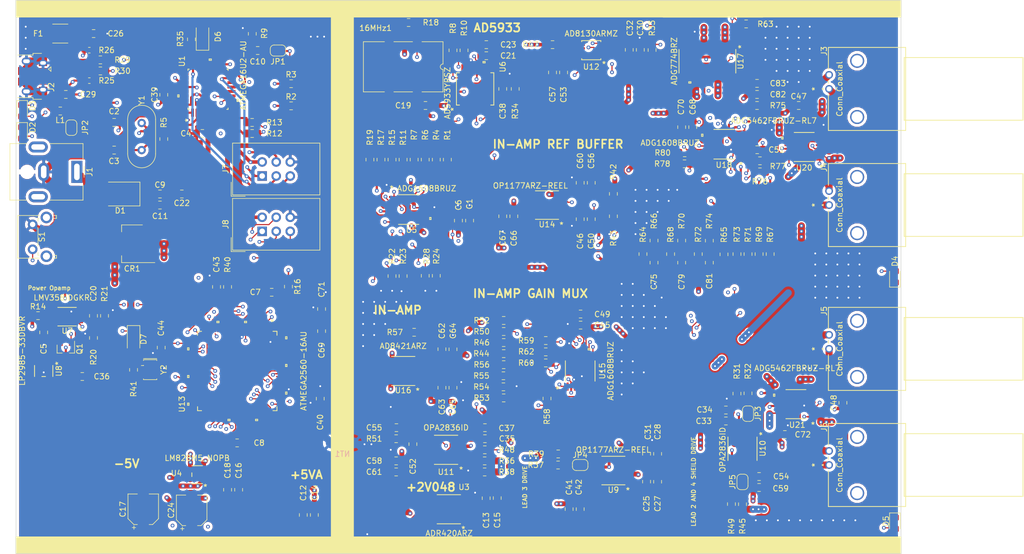
<source format=kicad_pcb>
(kicad_pcb (version 20171130) (host pcbnew 5.0.2-5.fc29)
  (title_block (title "Impedance 777") (rev 1) (company "Andrew Allison"))
  (layers (0 F.Cu signal) (1 In1.Cu signal) (2 In2.Cu signal) (31 B.Cu signal) (34 B.Paste user) (35 F.Paste user) (36 B.SilkS user) (37 F.SilkS user) (38 B.Mask user) (39 F.Mask user) (44 Edge.Cuts user))
  (net 0 "")
  (net 1 XTAL-EN)
  (net 2 GNDA)
  (net 3 MCLK)
  (net 4 +5VA)
  (net 5 "Net-(C2-Pad1)")
  (net 6 "Net-(C3-Pad1)")
  (net 7 "Net-(C11-Pad1)")
  (net 8 RESET)
  (net 9 "Net-(C10-Pad1)")
  (net 10 -5V)
  (net 11 "Net-(C20-Pad1)")
  (net 12 "Net-(C24-Pad1)")
  (net 13 "Net-(C24-Pad2)")
  (net 14 2V048)
  (net 15 "Net-(C26-Pad2)")
  (net 16 VUCAP)
  (net 17 UGND)
  (net 18 +3V3)
  (net 19 "Net-(C38-Pad1)")
  (net 20 VOUT)
  (net 21 "Net-(C46-Pad1)")
  (net 22 "Net-(C52-Pad2)")
  (net 23 "Net-(C52-Pad1)")
  (net 24 "Net-(C55-Pad2)")
  (net 25 "Net-(C69-Pad1)")
  (net 26 "Net-(C75-Pad1)")
  (net 27 "Net-(C79-Pad1)")
  (net 28 "Net-(C81-Pad1)")
  (net 29 "Net-(D1-Pad1)")
  (net 30 "Net-(D2-Pad1)")
  (net 31 "Net-(D2-Pad2)")
  (net 32 "Net-(D3-Pad2)")
  (net 33 "Net-(D3-Pad1)")
  (net 34 "Net-(D4-Pad2)")
  (net 35 "Net-(D5-Pad2)")
  (net 36 "Net-(F1-Pad2)")
  (net 37 SHEILD1)
  (net 38 ELECTRODE1)
  (net 39 SHEILD2)
  (net 40 ELECTRODE2)
  (net 41 SHEILD3)
  (net 42 ELECTRODE3)
  (net 43 SHEILD4)
  (net 44 ELECTRODE4)
  (net 45 "Net-(JP3-Pad1)")
  (net 46 "Net-(JP3-Pad2)")
  (net 47 "Net-(JP4-Pad1)")
  (net 48 2V048-DRIVE)
  (net 49 "Net-(JP5-Pad2)")
  (net 50 "Net-(JP5-Pad1)")
  (net 51 "Net-(Q1-Pad1)")
  (net 52 "Net-(R1-Pad1)")
  (net 53 RFB)
  (net 54 "Net-(R4-Pad1)")
  (net 55 "Net-(R6-Pad1)")
  (net 56 "Net-(R7-Pad1)")
  (net 57 SCL)
  (net 58 SDA)
  (net 59 "Net-(R11-Pad1)")
  (net 60 "Net-(R12-Pad2)")
  (net 61 PE1)
  (net 62 "Net-(R13-Pad1)")
  (net 63 PE0)
  (net 64 "Net-(R14-Pad2)")
  (net 65 "Net-(R15-Pad1)")
  (net 66 "Net-(R17-Pad1)")
  (net 67 "Net-(R19-Pad1)")
  (net 68 IN_AMP_A0)
  (net 69 IN_AMP_EN)
  (net 70 IN_AMP_A1)
  (net 71 IN_AMP_A2)
  (net 72 RD-)
  (net 73 RD+)
  (net 74 PD-AD8130)
  (net 75 "Net-(R36-Pad2)")
  (net 76 "Net-(R41-Pad1)")
  (net 77 "Net-(R41-Pad2)")
  (net 78 RG)
  (net 79 "Net-(R44-Pad1)")
  (net 80 "Net-(R46-Pad1)")
  (net 81 SIGNAL)
  (net 82 "Net-(R47-Pad2)")
  (net 83 "Net-(R50-Pad1)")
  (net 84 "Net-(R52-Pad1)")
  (net 85 "Net-(R53-Pad1)")
  (net 86 "Net-(R54-Pad1)")
  (net 87 "Net-(R55-Pad1)")
  (net 88 "Net-(R56-Pad1)")
  (net 89 RFB_MUX_IN)
  (net 90 "Net-(R57-Pad2)")
  (net 91 RG_A0)
  (net 92 RG_EN)
  (net 93 RG_A1)
  (net 94 RG_A2)
  (net 95 CAL_IN)
  (net 96 "Net-(R64-Pad1)")
  (net 97 "Net-(R65-Pad1)")
  (net 98 "Net-(R67-Pad1)")
  (net 99 "Net-(R68-Pad1)")
  (net 100 "Net-(R69-Pad1)")
  (net 101 "Net-(R71-Pad1)")
  (net 102 "Net-(R72-Pad1)")
  (net 103 "Net-(R73-Pad1)")
  (net 104 CAL_EN)
  (net 105 RESIS_A0)
  (net 106 RESIS_EN)
  (net 107 RESIS_A1)
  (net 108 RESIS_A2)
  (net 109 PB7)
  (net 110 IN_AMP_REF)
  (net 111 RG_MUX)
  (net 112 IN_AMP_INVERTING)
  (net 113 IN_AMP_NONINVERTING)
  (net 114 RESIS_MUX)
  (net 115 RESIS_MUX_OUT)
  (net 116 "Net-(J3-Pad2)")
  (net 117 "Net-(J3-Pad1)")
  (net 118 "Net-(J4-Pad2)")
  (net 119 "Net-(J4-Pad1)")
  (net 120 "Net-(J5-Pad2)")
  (net 121 "Net-(J5-Pad1)")
  (net 122 "Net-(J6-Pad2)")
  (net 123 "Net-(J6-Pad1)")
  (net 124 jackD+)
  (net 125 jackD-)
  (net 126 GND-16u2)
  (net 127 VCC-16u2)
  (net 128 RESET-16u2)
  (net 129 MOSI-16u2)
  (net 130 SCLK-16u2)
  (net 131 MISO-16u2)
  (net 132 MISO-2560)
  (net 133 SCLK-2560)
  (net 134 MOSI-2560)
  (module Connector_USB:USB_Micro-B_Amphenol_10103594-0001LF_Horizontal (layer F.Cu) (at 66 70.75 270)
    (fp_text reference J2 (at 1.925 -3.365 270) (layer F.SilkS))
    (fp_text value 10103594)
    (pad 6 smd rect (at 2.725 0.185 270) (size 1.35 2) (layers F.Cu F.Paste F.Mask) (net 126 GND-16u2))
    (pad 6 smd rect (at -2.755 0.185 270) (size 1.35 2) (layers F.Cu F.Paste F.Mask) (net 126 GND-16u2))
    (pad 6 smd rect (at -2.975 -0.565 270) (size 1.825 0.7) (layers F.Cu F.Paste F.Mask) (net 126 GND-16u2))
    (pad 6 smd rect (at 2.975 -0.565 270) (size 1.825 0.7) (layers F.Cu F.Paste F.Mask) (net 126 GND-16u2))
    (pad 6 smd rect (at -2.875 -1.865 270) (size 2 1.5) (layers F.Cu F.Paste F.Mask) (net 126 GND-16u2))
    (pad 6 smd rect (at 2.875 -1.885 270) (size 2 1.5) (layers F.Cu F.Paste F.Mask) (net 126 GND-16u2))
    (pad 1 smd rect (at -1.325 -1.765) (size 1.65 0.4) (layers F.Cu F.Paste F.Mask) (net 36 "Net-(F1-Pad2)"))
    (pad 2 smd rect (at -0.675 -1.765) (size 1.65 0.4) (layers F.Cu F.Paste F.Mask) (net 125 jackD-))
    (pad 3 smd rect (at -0.025 -1.765) (size 1.65 0.4) (layers F.Cu F.Paste F.Mask) (net 124 jackD+))
    (pad 4 smd rect (at 0.625 -1.765) (size 1.65 0.4) (layers F.Cu F.Paste F.Mask))
    (pad 5 smd rect (at 1.275 -1.765) (size 1.65 0.4) (layers F.Cu F.Paste F.Mask) (net 17 UGND))
    (pad 6 thru_hole oval (at -2.445 -1.885) (size 1.5 1.1) (drill oval 1.05 0.65) (layers *.Cu *.Mask) (net 126 GND-16u2))
    (pad 6 thru_hole oval (at 2.395 -1.885) (size 1.5 1.1) (drill oval 1.05 0.65) (layers *.Cu *.Mask) (net 126 GND-16u2))
    (pad 6 thru_hole oval (at -2.755 1.115) (size 1.7 1.35) (drill oval 1.2 0.7) (layers *.Cu *.Mask) (net 126 GND-16u2))
    (pad 6 thru_hole oval (at 2.705 1.115) (size 1.7 1.35) (drill oval 1.2 0.7) (layers *.Cu *.Mask) (net 126 GND-16u2))
    (pad 6 smd rect (at -0.985 1.385) (size 2.5 1.43) (layers F.Cu F.Paste F.Mask) (net 126 GND-16u2))
    (pad 6 smd rect (at 0.935 1.385) (size 2.5 1.43) (layers F.Cu F.Paste F.Mask) (net 126 GND-16u2))
  )
  (module ul_ATMEGA256016AU:ATMEGA2560-16AU (layer F.Cu) (at 103 124 270)
    (fp_text reference U13 (at 6 10 270) (layer F.SilkS))
    (fp_text value ATMEGA2560-16AU (at 0 -12 270) (layer F.SilkS))
    (fp_text user * (at -9.113 -6.631 270) (layer F.SilkS))
    (pad 1 smd rect (at -7.747 -6.000001) (size 0.2394 1.461999) (layers F.Cu F.Paste F.Mask))
    (pad 2 smd rect (at -7.747 -5.499999) (size 0.2394 1.461999) (layers F.Cu F.Paste F.Mask) (net 63 PE0))
    (pad 3 smd rect (at -7.747 -5) (size 0.2394 1.461999) (layers F.Cu F.Paste F.Mask) (net 61 PE1))
    (pad 4 smd rect (at -7.747 -4.500001) (size 0.2394 1.461999) (layers F.Cu F.Paste F.Mask))
    (pad 5 smd rect (at -7.747 -4) (size 0.2394 1.461999) (layers F.Cu F.Paste F.Mask))
    (pad 6 smd rect (at -7.747 -3.500001) (size 0.2394 1.461999) (layers F.Cu F.Paste F.Mask))
    (pad 7 smd rect (at -7.747 -2.999999) (size 0.2394 1.461999) (layers F.Cu F.Paste F.Mask))
    (pad 8 smd rect (at -7.747 -2.5) (size 0.2394 1.461999) (layers F.Cu F.Paste F.Mask))
    (pad 9 smd rect (at -7.747 -2.000001) (size 0.2394 1.461999) (layers F.Cu F.Paste F.Mask))
    (pad 10 smd rect (at -7.747 -1.5) (size 0.2394 1.461999) (layers F.Cu F.Paste F.Mask) (net 127 VCC-16u2))
    (pad 11 smd rect (at -7.747 -1.000001) (size 0.2394 1.461999) (layers F.Cu F.Paste F.Mask) (net 126 GND-16u2))
    (pad 12 smd rect (at -7.747 -0.500002) (size 0.2394 1.461999) (layers F.Cu F.Paste F.Mask))
    (pad 13 smd rect (at -7.747 0) (size 0.2394 1.461999) (layers F.Cu F.Paste F.Mask))
    (pad 14 smd rect (at -7.747 0.499999) (size 0.2394 1.461999) (layers F.Cu F.Paste F.Mask))
    (pad 15 smd rect (at -7.747 1.000001) (size 0.2394 1.461999) (layers F.Cu F.Paste F.Mask))
    (pad 16 smd rect (at -7.747 1.5) (size 0.2394 1.461999) (layers F.Cu F.Paste F.Mask))
    (pad 17 smd rect (at -7.747 1.999999) (size 0.2394 1.461999) (layers F.Cu F.Paste F.Mask))
    (pad 18 smd rect (at -7.747 2.5) (size 0.2394 1.461999) (layers F.Cu F.Paste F.Mask))
    (pad 19 smd rect (at -7.747 2.999999) (size 0.2394 1.461999) (layers F.Cu F.Paste F.Mask))
    (pad 20 smd rect (at -7.747 3.500001) (size 0.2394 1.461999) (layers F.Cu F.Paste F.Mask) (net 133 SCLK-2560))
    (pad 21 smd rect (at -7.747 4) (size 0.2394 1.461999) (layers F.Cu F.Paste F.Mask) (net 134 MOSI-2560))
    (pad 22 smd rect (at -7.747 4.499999) (size 0.2394 1.461999) (layers F.Cu F.Paste F.Mask) (net 132 MISO-2560))
    (pad 23 smd rect (at -7.747 5) (size 0.2394 1.461999) (layers F.Cu F.Paste F.Mask))
    (pad 24 smd rect (at -7.747 5.499999) (size 0.2394 1.461999) (layers F.Cu F.Paste F.Mask))
    (pad 25 smd rect (at -7.747 6.000001) (size 0.2394 1.461999) (layers F.Cu F.Paste F.Mask))
    (pad 26 smd rect (at -6.000001 7.747 270) (size 0.2394 1.461999) (layers F.Cu F.Paste F.Mask) (net 109 PB7))
    (pad 27 smd rect (at -5.499999 7.747 270) (size 0.2394 1.461999) (layers F.Cu F.Paste F.Mask))
    (pad 28 smd rect (at -5 7.747 270) (size 0.2394 1.461999) (layers F.Cu F.Paste F.Mask))
    (pad 29 smd rect (at -4.500001 7.747 270) (size 0.2394 1.461999) (layers F.Cu F.Paste F.Mask))
    (pad 30 smd rect (at -4 7.747 270) (size 0.2394 1.461999) (layers F.Cu F.Paste F.Mask) (net 8 RESET))
    (pad 31 smd rect (at -3.500001 7.747 270) (size 0.2394 1.461999) (layers F.Cu F.Paste F.Mask) (net 127 VCC-16u2))
    (pad 32 smd rect (at -2.999999 7.747 270) (size 0.2394 1.461999) (layers F.Cu F.Paste F.Mask) (net 126 GND-16u2))
    (pad 33 smd rect (at -2.5 7.747 270) (size 0.2394 1.461999) (layers F.Cu F.Paste F.Mask) (net 76 "Net-(R41-Pad1)"))
    (pad 34 smd rect (at -2.000001 7.747 270) (size 0.2394 1.461999) (layers F.Cu F.Paste F.Mask) (net 77 "Net-(R41-Pad2)"))
    (pad 35 smd rect (at -1.5 7.747 270) (size 0.2394 1.461999) (layers F.Cu F.Paste F.Mask) (net 1 XTAL-EN))
    (pad 36 smd rect (at -1.000001 7.747 270) (size 0.2394 1.461999) (layers F.Cu F.Paste F.Mask))
    (pad 37 smd rect (at -0.499999 7.747 270) (size 0.2394 1.461999) (layers F.Cu F.Paste F.Mask) (net 94 RG_A2))
    (pad 38 smd rect (at 0 7.747 270) (size 0.2394 1.461999) (layers F.Cu F.Paste F.Mask) (net 93 RG_A1))
    (pad 39 smd rect (at 0.499999 7.747 270) (size 0.2394 1.461999) (layers F.Cu F.Paste F.Mask) (net 91 RG_A0))
    (pad 40 smd rect (at 1.000001 7.747 270) (size 0.2394 1.461999) (layers F.Cu F.Paste F.Mask))
    (pad 41 smd rect (at 1.5 7.747 270) (size 0.2394 1.461999) (layers F.Cu F.Paste F.Mask) (net 92 RG_EN))
    (pad 42 smd rect (at 2.000001 7.747 270) (size 0.2394 1.461999) (layers F.Cu F.Paste F.Mask))
    (pad 43 smd rect (at 2.5 7.747 270) (size 0.2394 1.461999) (layers F.Cu F.Paste F.Mask) (net 57 SCL))
    (pad 44 smd rect (at 2.999999 7.747 270) (size 0.2394 1.461999) (layers F.Cu F.Paste F.Mask) (net 58 SDA))
    (pad 45 smd rect (at 3.500001 7.747 270) (size 0.2394 1.461999) (layers F.Cu F.Paste F.Mask))
    (pad 46 smd rect (at 4 7.747 270) (size 0.2394 1.461999) (layers F.Cu F.Paste F.Mask))
    (pad 47 smd rect (at 4.500001 7.747 270) (size 0.2394 1.461999) (layers F.Cu F.Paste F.Mask))
    (pad 48 smd rect (at 5 7.747 270) (size 0.2394 1.461999) (layers F.Cu F.Paste F.Mask))
    (pad 49 smd rect (at 5.499999 7.747 270) (size 0.2394 1.461999) (layers F.Cu F.Paste F.Mask))
    (pad 50 smd rect (at 6.000001 7.747 270) (size 0.2394 1.461999) (layers F.Cu F.Paste F.Mask))
    (pad 51 smd rect (at 7.747 6.000001) (size 0.2394 1.461999) (layers F.Cu F.Paste F.Mask))
    (pad 52 smd rect (at 7.747 5.499999) (size 0.2394 1.461999) (layers F.Cu F.Paste F.Mask))
    (pad 53 smd rect (at 7.747 5) (size 0.2394 1.461999) (layers F.Cu F.Paste F.Mask))
    (pad 54 smd rect (at 7.747 4.500001) (size 0.2394 1.461999) (layers F.Cu F.Paste F.Mask))
    (pad 55 smd rect (at 7.747 4) (size 0.2394 1.461999) (layers F.Cu F.Paste F.Mask))
    (pad 56 smd rect (at 7.747 3.500001) (size 0.2394 1.461999) (layers F.Cu F.Paste F.Mask) (net 108 RESIS_A2))
    (pad 57 smd rect (at 7.747 2.999999) (size 0.2394 1.461999) (layers F.Cu F.Paste F.Mask) (net 107 RESIS_A1))
    (pad 58 smd rect (at 7.747 2.5) (size 0.2394 1.461999) (layers F.Cu F.Paste F.Mask) (net 105 RESIS_A0))
    (pad 59 smd rect (at 7.747 2.000001) (size 0.2394 1.461999) (layers F.Cu F.Paste F.Mask))
    (pad 60 smd rect (at 7.747 1.5) (size 0.2394 1.461999) (layers F.Cu F.Paste F.Mask) (net 106 RESIS_EN))
    (pad 61 smd rect (at 7.747 1.000001) (size 0.2394 1.461999) (layers F.Cu F.Paste F.Mask) (net 127 VCC-16u2))
    (pad 62 smd rect (at 7.747 0.499999) (size 0.2394 1.461999) (layers F.Cu F.Paste F.Mask) (net 126 GND-16u2))
    (pad 63 smd rect (at 7.747 0) (size 0.2394 1.461999) (layers F.Cu F.Paste F.Mask))
    (pad 64 smd rect (at 7.747 -0.499999) (size 0.2394 1.461999) (layers F.Cu F.Paste F.Mask))
    (pad 65 smd rect (at 7.747 -1.000001) (size 0.2394 1.461999) (layers F.Cu F.Paste F.Mask))
    (pad 66 smd rect (at 7.747 -1.5) (size 0.2394 1.461999) (layers F.Cu F.Paste F.Mask))
    (pad 67 smd rect (at 7.747 -2.000001) (size 0.2394 1.461999) (layers F.Cu F.Paste F.Mask))
    (pad 68 smd rect (at 7.747 -2.5) (size 0.2394 1.461999) (layers F.Cu F.Paste F.Mask))
    (pad 69 smd rect (at 7.747 -2.999999) (size 0.2394 1.461999) (layers F.Cu F.Paste F.Mask))
    (pad 70 smd rect (at 7.747 -3.500001) (size 0.2394 1.461999) (layers F.Cu F.Paste F.Mask))
    (pad 71 smd rect (at 7.747 -4) (size 0.2394 1.461999) (layers F.Cu F.Paste F.Mask))
    (pad 72 smd rect (at 7.747 -4.500001) (size 0.2394 1.461999) (layers F.Cu F.Paste F.Mask))
    (pad 73 smd rect (at 7.747 -5) (size 0.2394 1.461999) (layers F.Cu F.Paste F.Mask))
    (pad 74 smd rect (at 7.747 -5.499999) (size 0.2394 1.461999) (layers F.Cu F.Paste F.Mask) (net 71 IN_AMP_A2))
    (pad 75 smd rect (at 7.747 -6.000001) (size 0.2394 1.461999) (layers F.Cu F.Paste F.Mask) (net 70 IN_AMP_A1))
    (pad 76 smd rect (at 6.000001 -7.747 270) (size 0.2394 1.461999) (layers F.Cu F.Paste F.Mask) (net 68 IN_AMP_A0))
    (pad 77 smd rect (at 5.499999 -7.747 270) (size 0.2394 1.461999) (layers F.Cu F.Paste F.Mask))
    (pad 78 smd rect (at 5 -7.747 270) (size 0.2394 1.461999) (layers F.Cu F.Paste F.Mask) (net 69 IN_AMP_EN))
    (pad 79 smd rect (at 4.500001 -7.747 270) (size 0.2394 1.461999) (layers F.Cu F.Paste F.Mask))
    (pad 80 smd rect (at 4 -7.747 270) (size 0.2394 1.461999) (layers F.Cu F.Paste F.Mask) (net 127 VCC-16u2))
    (pad 81 smd rect (at 3.500001 -7.747 270) (size 0.2394 1.461999) (layers F.Cu F.Paste F.Mask) (net 126 GND-16u2))
    (pad 82 smd rect (at 2.999999 -7.747 270) (size 0.2394 1.461999) (layers F.Cu F.Paste F.Mask))
    (pad 83 smd rect (at 2.5 -7.747 270) (size 0.2394 1.461999) (layers F.Cu F.Paste F.Mask))
    (pad 84 smd rect (at 2.000001 -7.747 270) (size 0.2394 1.461999) (layers F.Cu F.Paste F.Mask))
    (pad 85 smd rect (at 1.5 -7.747 270) (size 0.2394 1.461999) (layers F.Cu F.Paste F.Mask))
    (pad 86 smd rect (at 1.000001 -7.747 270) (size 0.2394 1.461999) (layers F.Cu F.Paste F.Mask))
    (pad 87 smd rect (at 0.499999 -7.747 270) (size 0.2394 1.461999) (layers F.Cu F.Paste F.Mask) (net 74 PD-AD8130))
    (pad 88 smd rect (at 0 -7.747 270) (size 0.2394 1.461999) (layers F.Cu F.Paste F.Mask) (net 95 CAL_IN))
    (pad 89 smd rect (at -0.499999 -7.747 270) (size 0.2394 1.461999) (layers F.Cu F.Paste F.Mask) (net 104 CAL_EN))
    (pad 90 smd rect (at -1.000001 -7.747 270) (size 0.2394 1.461999) (layers F.Cu F.Paste F.Mask))
    (pad 91 smd rect (at -1.5 -7.747 270) (size 0.2394 1.461999) (layers F.Cu F.Paste F.Mask))
    (pad 92 smd rect (at -2.000001 -7.747 270) (size 0.2394 1.461999) (layers F.Cu F.Paste F.Mask))
    (pad 93 smd rect (at -2.5 -7.747 270) (size 0.2394 1.461999) (layers F.Cu F.Paste F.Mask))
    (pad 94 smd rect (at -2.999999 -7.747 270) (size 0.2394 1.461999) (layers F.Cu F.Paste F.Mask))
    (pad 95 smd rect (at -3.500001 -7.747 270) (size 0.2394 1.461999) (layers F.Cu F.Paste F.Mask))
    (pad 96 smd rect (at -4 -7.747 270) (size 0.2394 1.461999) (layers F.Cu F.Paste F.Mask))
    (pad 97 smd rect (at -4.500001 -7.747 270) (size 0.2394 1.461999) (layers F.Cu F.Paste F.Mask))
    (pad 98 smd rect (at -5 -7.747 270) (size 0.2394 1.461999) (layers F.Cu F.Paste F.Mask) (net 25 "Net-(C69-Pad1)"))
    (pad 99 smd rect (at -5.499999 -7.747 270) (size 0.2394 1.461999) (layers F.Cu F.Paste F.Mask) (net 126 GND-16u2))
    (pad 100 smd rect (at -6.000001 -7.747 270) (size 0.2394 1.461999) (layers F.Cu F.Paste F.Mask) (net 127 VCC-16u2))
  )
  (module ul_ADG1608BRUZ:ADG1608BRUZ (layer F.Cu) (at 133.98168 94.808481)
    (fp_text reference U5 (at 0.51832 3.691519) (layer F.SilkS))
    (fp_text value ADG1608BRUZ (at 3.26832 -3.808481) (layer F.SilkS))
    (fp_text user * (at -3.0734 -3.7828) (layer F.SilkS))
    (pad 1 smd rect (at -2.8194 -2.274999) (size 1.461999 0.3648) (layers F.Cu F.Paste F.Mask) (net 68 IN_AMP_A0))
    (pad 2 smd rect (at -2.8194 -1.625001) (size 1.461999 0.3648) (layers F.Cu F.Paste F.Mask) (net 69 IN_AMP_EN))
    (pad 3 smd rect (at -2.8194 -0.974999) (size 1.461999 0.3648) (layers F.Cu F.Paste F.Mask) (net 2 GNDA))
    (pad 4 smd rect (at -2.8194 -0.325001) (size 1.461999 0.3648) (layers F.Cu F.Paste F.Mask) (net 67 "Net-(R19-Pad1)"))
    (pad 5 smd rect (at -2.8194 0.324998) (size 1.461999 0.3648) (layers F.Cu F.Paste F.Mask) (net 66 "Net-(R17-Pad1)"))
    (pad 6 smd rect (at -2.8194 0.974999) (size 1.461999 0.3648) (layers F.Cu F.Paste F.Mask) (net 65 "Net-(R15-Pad1)"))
    (pad 7 smd rect (at -2.8194 1.624998) (size 1.461999 0.3648) (layers F.Cu F.Paste F.Mask) (net 59 "Net-(R11-Pad1)"))
    (pad 8 smd rect (at -2.8194 2.274999) (size 1.461999 0.3648) (layers F.Cu F.Paste F.Mask) (net 89 RFB_MUX_IN))
    (pad 9 smd rect (at 2.8194 2.274999) (size 1.461999 0.3648) (layers F.Cu F.Paste F.Mask) (net 52 "Net-(R1-Pad1)"))
    (pad 10 smd rect (at 2.8194 1.625001) (size 1.461999 0.3648) (layers F.Cu F.Paste F.Mask) (net 54 "Net-(R4-Pad1)"))
    (pad 11 smd rect (at 2.8194 0.974999) (size 1.461999 0.3648) (layers F.Cu F.Paste F.Mask) (net 55 "Net-(R6-Pad1)"))
    (pad 12 smd rect (at 2.8194 0.325001) (size 1.461999 0.3648) (layers F.Cu F.Paste F.Mask) (net 56 "Net-(R7-Pad1)"))
    (pad 13 smd rect (at 2.8194 -0.324998) (size 1.461999 0.3648) (layers F.Cu F.Paste F.Mask) (net 4 +5VA))
    (pad 14 smd rect (at 2.8194 -0.974999) (size 1.461999 0.3648) (layers F.Cu F.Paste F.Mask) (net 2 GNDA))
    (pad 15 smd rect (at 2.8194 -1.624998) (size 1.461999 0.3648) (layers F.Cu F.Paste F.Mask) (net 71 IN_AMP_A2))
    (pad 16 smd rect (at 2.8194 -2.274999) (size 1.461999 0.3648) (layers F.Cu F.Paste F.Mask) (net 70 IN_AMP_A1))
  )
  (module ul_ADG774BRZ:ADG774BRZ (layer F.Cu) (at 188 68 270)
    (fp_text reference U17 (at 0 -6 270) (layer F.SilkS))
    (fp_text value ADG774BRZ (at 0 6 270) (layer F.SilkS))
    (fp_text user * (at -2.6162 -6.1468 270) (layer F.SilkS))
    (pad 1 smd rect (at -2.3622 -4.445 270) (size 2.1844 0.5588) (layers F.Cu F.Paste F.Mask) (net 95 CAL_IN))
    (pad 2 smd rect (at -2.3622 -3.175 270) (size 2.1844 0.5588) (layers F.Cu F.Paste F.Mask) (net 38 ELECTRODE1))
    (pad 3 smd rect (at -2.3622 -1.905 270) (size 2.1844 0.5588) (layers F.Cu F.Paste F.Mask) (net 114 RESIS_MUX))
    (pad 4 smd rect (at -2.3622 -0.635 270) (size 2.1844 0.5588) (layers F.Cu F.Paste F.Mask) (net 81 SIGNAL))
    (pad 5 smd rect (at -2.3622 0.635 270) (size 2.1844 0.5588) (layers F.Cu F.Paste F.Mask) (net 40 ELECTRODE2))
    (pad 6 smd rect (at -2.3622 1.905 270) (size 2.1844 0.5588) (layers F.Cu F.Paste F.Mask) (net 114 RESIS_MUX))
    (pad 7 smd rect (at -2.3622 3.175 270) (size 2.1844 0.5588) (layers F.Cu F.Paste F.Mask) (net 112 IN_AMP_INVERTING))
    (pad 8 smd rect (at -2.3622 4.445 270) (size 2.1844 0.5588) (layers F.Cu F.Paste F.Mask) (net 2 GNDA))
    (pad 9 smd rect (at 2.3622 4.445 270) (size 2.1844 0.5588) (layers F.Cu F.Paste F.Mask) (net 48 2V048-DRIVE))
    (pad 10 smd rect (at 2.3622 3.175 270) (size 2.1844 0.5588) (layers F.Cu F.Paste F.Mask) (net 115 RESIS_MUX_OUT))
    (pad 11 smd rect (at 2.3622 1.905 270) (size 2.1844 0.5588) (layers F.Cu F.Paste F.Mask) (net 42 ELECTRODE3))
    (pad 12 smd rect (at 2.3622 0.635 270) (size 2.1844 0.5588) (layers F.Cu F.Paste F.Mask) (net 113 IN_AMP_NONINVERTING))
    (pad 13 smd rect (at 2.3622 -0.635 270) (size 2.1844 0.5588) (layers F.Cu F.Paste F.Mask) (net 115 RESIS_MUX_OUT))
    (pad 14 smd rect (at 2.3622 -1.905 270) (size 2.1844 0.5588) (layers F.Cu F.Paste F.Mask) (net 44 ELECTRODE4))
    (pad 15 smd rect (at 2.3622 -3.175 270) (size 2.1844 0.5588) (layers F.Cu F.Paste F.Mask) (net 104 CAL_EN))
    (pad 16 smd rect (at 2.3622 -4.445 270) (size 2.1844 0.5588) (layers F.Cu F.Paste F.Mask) (net 4 +5VA))
  )
  (module Oscillator:Oscillator_SMD_SeikoEpson_SG8002JA-4Pin_14.0x8.7mm (layer F.Cu) (at 133 69 180)
    (fp_text reference 16MHz1 (at 5 7 180) (layer F.SilkS))
    (fp_text value SG-615)
    (pad 4 smd rect (at -2.54 -4.4 180) (size 1.3 3) (layers F.Cu F.Paste F.Mask) (net 4 +5VA))
    (pad 3 smd rect (at 2.54 -4.4 180) (size 1.3 3) (layers F.Cu F.Paste F.Mask) (net 3 MCLK))
    (pad 2 smd rect (at 2.54 4.4 180) (size 1.3 3) (layers F.Cu F.Paste F.Mask) (net 126 GND-16u2))
    (pad 1 smd rect (at -2.54 4.4 180) (size 1.3 3) (layers F.Cu F.Paste F.Mask) (net 1 XTAL-EN))
  )
  (module Capacitor_SMD:C_0805_2012Metric_Pad1.15x1.40mm_HandSolder (layer F.Cu) (at 145.00668 96.808481 90)
    (fp_text reference C1 (at 3 -0.025 270) (layer F.SilkS))
    (fp_text value 0.1uF)
    (pad 2 smd roundrect (at 1.025 0 90) (size 1.15 1.4) (layers F.Cu F.Paste F.Mask) (roundrect_rratio 0.217391) (net 2 GNDA))
    (pad 1 smd roundrect (at -1.025 0 90) (size 1.15 1.4) (layers F.Cu F.Paste F.Mask) (roundrect_rratio 0.217391) (net 4 +5VA))
  )
  (module Capacitor_SMD:C_0805_2012Metric_Pad1.15x1.40mm_HandSolder (layer F.Cu) (at 80.737055 79.062108 180)
    (fp_text reference C2 (at 0 2 180) (layer F.SilkS))
    (fp_text value 22p)
    (pad 2 smd roundrect (at 1.025 0 180) (size 1.15 1.4) (layers F.Cu F.Paste F.Mask) (roundrect_rratio 0.217391) (net 126 GND-16u2))
    (pad 1 smd roundrect (at -1.025 0 180) (size 1.15 1.4) (layers F.Cu F.Paste F.Mask) (roundrect_rratio 0.217391) (net 5 "Net-(C2-Pad1)"))
  )
  (module Capacitor_SMD:C_0805_2012Metric_Pad1.15x1.40mm_HandSolder (layer F.Cu) (at 80.737055 84.062108 180)
    (fp_text reference C3 (at 0.025 -2 180) (layer F.SilkS))
    (fp_text value 22p)
    (pad 2 smd roundrect (at 1.025 0 180) (size 1.15 1.4) (layers F.Cu F.Paste F.Mask) (roundrect_rratio 0.217391) (net 126 GND-16u2))
    (pad 1 smd roundrect (at -1.025 0 180) (size 1.15 1.4) (layers F.Cu F.Paste F.Mask) (roundrect_rratio 0.217391) (net 6 "Net-(C3-Pad1)"))
  )
  (module Capacitor_SMD:C_0805_2012Metric_Pad1.15x1.40mm_HandSolder (layer F.Cu) (at 96.687055 81.062108 180)
    (fp_text reference C4 (at 2.975 0 180) (layer F.SilkS))
    (fp_text value 0.1uF)
    (pad 2 smd roundrect (at 1.025 0 180) (size 1.15 1.4) (layers F.Cu F.Paste F.Mask) (roundrect_rratio 0.217391) (net 126 GND-16u2))
    (pad 1 smd roundrect (at -1.025 0 180) (size 1.15 1.4) (layers F.Cu F.Paste F.Mask) (roundrect_rratio 0.217391) (net 127 VCC-16u2))
  )
  (module Capacitor_SMD:C_0805_2012Metric_Pad1.15x1.40mm_HandSolder (layer F.Cu) (at 68 117.025 270)
    (fp_text reference C5 (at 2.975 0 270) (layer F.SilkS))
    (fp_text value 0.1uF)
    (pad 2 smd roundrect (at 1.025 0 270) (size 1.15 1.4) (layers F.Cu F.Paste F.Mask) (roundrect_rratio 0.217391) (net 126 GND-16u2))
    (pad 1 smd roundrect (at -1.025 0 270) (size 1.15 1.4) (layers F.Cu F.Paste F.Mask) (roundrect_rratio 0.217391) (net 127 VCC-16u2))
  )
  (module Capacitor_SMD:C_0805_2012Metric_Pad1.15x1.40mm_HandSolder (layer F.Cu) (at 109.223136 109.768345 180)
    (fp_text reference C7 (at 2.973136 0.018345 180) (layer F.SilkS))
    (fp_text value 0.1uF)
    (pad 2 smd roundrect (at 1.025 0 180) (size 1.15 1.4) (layers F.Cu F.Paste F.Mask) (roundrect_rratio 0.217391) (net 126 GND-16u2))
    (pad 1 smd roundrect (at -1.025 0 180) (size 1.15 1.4) (layers F.Cu F.Paste F.Mask) (roundrect_rratio 0.217391) (net 127 VCC-16u2))
  )
  (module Capacitor_SMD:C_0805_2012Metric_Pad1.15x1.40mm_HandSolder (layer F.Cu) (at 102.975 137)
    (fp_text reference C8 (at 3.975 0) (layer F.SilkS))
    (fp_text value 0.1uF)
    (pad 2 smd roundrect (at 1.025 0) (size 1.15 1.4) (layers F.Cu F.Paste F.Mask) (roundrect_rratio 0.217391) (net 126 GND-16u2))
    (pad 1 smd roundrect (at -1.025 0) (size 1.15 1.4) (layers F.Cu F.Paste F.Mask) (roundrect_rratio 0.217391) (net 127 VCC-16u2))
  )
  (module Capacitor_SMD:C_0805_2012Metric_Pad1.15x1.40mm_HandSolder (layer F.Cu) (at 106.687055 66.062108)
    (fp_text reference C10 (at 0 2) (layer F.SilkS))
    (fp_text value 0.1uF)
    (pad 2 smd roundrect (at 1.025 0) (size 1.15 1.4) (layers F.Cu F.Paste F.Mask) (roundrect_rratio 0.217391) (net 8 RESET))
    (pad 1 smd roundrect (at -1.025 0) (size 1.15 1.4) (layers F.Cu F.Paste F.Mask) (roundrect_rratio 0.217391) (net 9 "Net-(C10-Pad1)"))
  )
  (module Capacitor_SMD:C_0805_2012Metric_Pad1.15x1.40mm_HandSolder (layer F.Cu) (at 89.025 94)
    (fp_text reference C11 (at 0.025 2) (layer F.SilkS))
    (fp_text value 0.1uF)
    (pad 2 smd roundrect (at 1.025 0) (size 1.15 1.4) (layers F.Cu F.Paste F.Mask) (roundrect_rratio 0.217391) (net 126 GND-16u2))
    (pad 1 smd roundrect (at -1.025 0) (size 1.15 1.4) (layers F.Cu F.Paste F.Mask) (roundrect_rratio 0.217391) (net 7 "Net-(C11-Pad1)"))
  )
  (module Capacitor_SMD:C_0805_2012Metric_Pad1.15x1.40mm_HandSolder (layer F.Cu) (at 114.93351 150.031932 90)
    (fp_text reference C12 (at 3.975 0 90) (layer F.SilkS))
    (fp_text value 0.1uF)
    (pad 2 smd roundrect (at 1.025 0 90) (size 1.15 1.4) (layers F.Cu F.Paste F.Mask) (roundrect_rratio 0.217391) (net 2 GNDA))
    (pad 1 smd roundrect (at -1.025 0 90) (size 1.15 1.4) (layers F.Cu F.Paste F.Mask) (roundrect_rratio 0.217391) (net 127 VCC-16u2))
  )
  (module Capacitor_SMD:C_0805_2012Metric_Pad1.15x1.40mm_HandSolder (layer F.Cu) (at 148 147 90)
    (fp_text reference C13 (at -4 0 90) (layer F.SilkS))
    (fp_text value 0.1uF)
    (pad 2 smd roundrect (at 1.025 0 90) (size 1.15 1.4) (layers F.Cu F.Paste F.Mask) (roundrect_rratio 0.217391) (net 2 GNDA))
    (pad 1 smd roundrect (at -1.025 0 90) (size 1.15 1.4) (layers F.Cu F.Paste F.Mask) (roundrect_rratio 0.217391) (net 127 VCC-16u2))
  )
  (module Capacitor_SMD:C_0805_2012Metric_Pad1.15x1.40mm_HandSolder (layer F.Cu) (at 103.25 145.475 90)
    (fp_text reference C16 (at 3.475 0 90) (layer F.SilkS))
    (fp_text value 0.1uF)
    (pad 2 smd roundrect (at 1.025 0 90) (size 1.15 1.4) (layers F.Cu F.Paste F.Mask) (roundrect_rratio 0.217391) (net 2 GNDA))
    (pad 1 smd roundrect (at -1.025 0 90) (size 1.15 1.4) (layers F.Cu F.Paste F.Mask) (roundrect_rratio 0.217391) (net 127 VCC-16u2))
  )
  (module Capacitor_SMD:C_0805_2012Metric_Pad1.15x1.40mm_HandSolder (layer F.Cu) (at 137.025 76)
    (fp_text reference C19 (at -4.025 0) (layer F.SilkS))
    (fp_text value 0.1uF)
    (pad 2 smd roundrect (at 1.025 0) (size 1.15 1.4) (layers F.Cu F.Paste F.Mask) (roundrect_rratio 0.217391) (net 126 GND-16u2))
    (pad 1 smd roundrect (at -1.025 0) (size 1.15 1.4) (layers F.Cu F.Paste F.Mask) (roundrect_rratio 0.217391) (net 4 +5VA))
  )
  (module Capacitor_SMD:C_0805_2012Metric_Pad1.15x1.40mm_HandSolder (layer F.Cu) (at 77 114.025 90)
    (fp_text reference C20 (at 4.025 0 90) (layer F.SilkS))
    (fp_text value 0.1uF)
    (pad 2 smd roundrect (at 1.025 0 90) (size 1.15 1.4) (layers F.Cu F.Paste F.Mask) (roundrect_rratio 0.217391) (net 126 GND-16u2))
    (pad 1 smd roundrect (at -1.025 0 90) (size 1.15 1.4) (layers F.Cu F.Paste F.Mask) (roundrect_rratio 0.217391) (net 11 "Net-(C20-Pad1)"))
  )
  (module Capacitor_SMD:C_0805_2012Metric_Pad1.15x1.40mm_HandSolder (layer F.Cu) (at 148.025 67 180)
    (fp_text reference C21 (at -3.975 0 180) (layer F.SilkS))
    (fp_text value 0.1uF)
    (pad 2 smd roundrect (at 1.025 0 180) (size 1.15 1.4) (layers F.Cu F.Paste F.Mask) (roundrect_rratio 0.217391) (net 2 GNDA))
    (pad 1 smd roundrect (at -1.025 0 180) (size 1.15 1.4) (layers F.Cu F.Paste F.Mask) (roundrect_rratio 0.217391) (net 4 +5VA))
  )
  (module Capacitor_SMD:C_0805_2012Metric_Pad1.15x1.40mm_HandSolder (layer F.Cu) (at 177 144 270)
    (fp_text reference C25 (at 4 0 270) (layer F.SilkS))
    (fp_text value 0.1uF)
    (pad 2 smd roundrect (at 1.025 0 270) (size 1.15 1.4) (layers F.Cu F.Paste F.Mask) (roundrect_rratio 0.217391) (net 2 GNDA))
    (pad 1 smd roundrect (at -1.025 0 270) (size 1.15 1.4) (layers F.Cu F.Paste F.Mask) (roundrect_rratio 0.217391) (net 14 2V048))
  )
  (module Capacitor_SMD:C_0805_2012Metric_Pad1.15x1.40mm_HandSolder (layer F.Cu) (at 77.025 63 180)
    (fp_text reference C26 (at -4 0 180) (layer F.SilkS))
    (fp_text value 0.1uF)
    (pad 2 smd roundrect (at 1.025 0 180) (size 1.15 1.4) (layers F.Cu F.Paste F.Mask) (roundrect_rratio 0.217391) (net 15 "Net-(C26-Pad2)"))
    (pad 1 smd roundrect (at -1.025 0 180) (size 1.15 1.4) (layers F.Cu F.Paste F.Mask) (roundrect_rratio 0.217391) (net 126 GND-16u2))
  )
  (module Capacitor_SMD:C_0805_2012Metric_Pad1.15x1.40mm_HandSolder (layer F.Cu) (at 179 138.975 90)
    (fp_text reference C28 (at 3.975 0 90) (layer F.SilkS))
    (fp_text value 0.1uF)
    (pad 2 smd roundrect (at 1.025 0 90) (size 1.15 1.4) (layers F.Cu F.Paste F.Mask) (roundrect_rratio 0.217391) (net 2 GNDA))
    (pad 1 smd roundrect (at -1.025 0 90) (size 1.15 1.4) (layers F.Cu F.Paste F.Mask) (roundrect_rratio 0.217391) (net 10 -5V))
  )
  (module Capacitor_SMD:C_0805_2012Metric_Pad1.15x1.40mm_HandSolder (layer F.Cu) (at 72 74)
    (fp_text reference C29 (at 4.025 0) (layer F.SilkS))
    (fp_text value 1uF)
    (pad 2 smd roundrect (at 1.025 0) (size 1.15 1.4) (layers F.Cu F.Paste F.Mask) (roundrect_rratio 0.217391) (net 16 VUCAP))
    (pad 1 smd roundrect (at -1.025 0) (size 1.15 1.4) (layers F.Cu F.Paste F.Mask) (roundrect_rratio 0.217391) (net 17 UGND))
  )
  (module Capacitor_SMD:C_0805_2012Metric_Pad1.15x1.40mm_HandSolder (layer F.Cu) (at 175.869128 65.937082 90)
    (fp_text reference C30 (at 3.975 0 90) (layer F.SilkS))
    (fp_text value 0.1uF)
    (pad 2 smd roundrect (at 1.025 0 90) (size 1.15 1.4) (layers F.Cu F.Paste F.Mask) (roundrect_rratio 0.217391) (net 2 GNDA))
    (pad 1 smd roundrect (at -1.025 0 90) (size 1.15 1.4) (layers F.Cu F.Paste F.Mask) (roundrect_rratio 0.217391) (net 10 -5V))
  )
  (module Capacitor_SMD:C_0805_2012Metric_Pad1.15x1.40mm_HandSolder (layer F.Cu) (at 191.342548 133.036628 180)
    (fp_text reference C33 (at 4 -0.025 180) (layer F.SilkS))
    (fp_text value 0.1uF)
    (pad 2 smd roundrect (at 1.025 0 180) (size 1.15 1.4) (layers F.Cu F.Paste F.Mask) (roundrect_rratio 0.217391) (net 2 GNDA))
    (pad 1 smd roundrect (at -1.025 0 180) (size 1.15 1.4) (layers F.Cu F.Paste F.Mask) (roundrect_rratio 0.217391) (net 10 -5V))
  )
  (module Capacitor_SMD:C_0805_2012Metric_Pad1.15x1.40mm_HandSolder (layer F.Cu) (at 147.775 136.25)
    (fp_text reference C35 (at 4 0) (layer F.SilkS))
    (fp_text value 0.1uF)
    (pad 2 smd roundrect (at 1.025 0) (size 1.15 1.4) (layers F.Cu F.Paste F.Mask) (roundrect_rratio 0.217391) (net 2 GNDA))
    (pad 1 smd roundrect (at -1.025 0) (size 1.15 1.4) (layers F.Cu F.Paste F.Mask) (roundrect_rratio 0.217391) (net 10 -5V))
  )
  (module Capacitor_SMD:C_0805_2012Metric_Pad1.15x1.40mm_HandSolder (layer F.Cu) (at 74.975 125)
    (fp_text reference C36 (at 3.525 0) (layer F.SilkS))
    (fp_text value 1uF)
    (pad 2 smd roundrect (at 1.025 0) (size 1.15 1.4) (layers F.Cu F.Paste F.Mask) (roundrect_rratio 0.217391) (net 126 GND-16u2))
    (pad 1 smd roundrect (at -1.025 0) (size 1.15 1.4) (layers F.Cu F.Paste F.Mask) (roundrect_rratio 0.217391) (net 18 +3V3))
  )
  (module Capacitor_SMD:C_0805_2012Metric_Pad1.15x1.40mm_HandSolder (layer F.Cu) (at 151 73 270)
    (fp_text reference C38 (at 4.025 0 270) (layer F.SilkS))
    (fp_text value 47nF)
    (pad 2 smd roundrect (at 1.025 0 270) (size 1.15 1.4) (layers F.Cu F.Paste F.Mask) (roundrect_rratio 0.217391) (net 20 VOUT))
    (pad 1 smd roundrect (at -1.025 0 270) (size 1.15 1.4) (layers F.Cu F.Paste F.Mask) (roundrect_rratio 0.217391) (net 19 "Net-(C38-Pad1)"))
  )
  (module Capacitor_SMD:C_0805_2012Metric_Pad1.15x1.40mm_HandSolder (layer F.Cu) (at 89.712055 74.062108 90)
    (fp_text reference C39 (at 0 -1.65 90) (layer F.SilkS))
    (fp_text value 0.1uF)
    (pad 2 smd roundrect (at 1.025 0 90) (size 1.15 1.4) (layers F.Cu F.Paste F.Mask) (roundrect_rratio 0.217391) (net 126 GND-16u2))
    (pad 1 smd roundrect (at -1.025 0 90) (size 1.15 1.4) (layers F.Cu F.Paste F.Mask) (roundrect_rratio 0.217391) (net 127 VCC-16u2))
  )
  (module Capacitor_SMD:C_0805_2012Metric_Pad1.15x1.40mm_HandSolder (layer F.Cu) (at 118 129 90)
    (fp_text reference C40 (at -4.256655 0 90) (layer F.SilkS))
    (fp_text value 0.1uF)
    (pad 2 smd roundrect (at 1.025 0 90) (size 1.15 1.4) (layers F.Cu F.Paste F.Mask) (roundrect_rratio 0.217391) (net 126 GND-16u2))
    (pad 1 smd roundrect (at -1.025 0 90) (size 1.15 1.4) (layers F.Cu F.Paste F.Mask) (roundrect_rratio 0.217391) (net 127 VCC-16u2))
  )
  (module Capacitor_SMD:C_0805_2012Metric_Pad1.15x1.40mm_HandSolder (layer F.Cu) (at 163 148.975 270)
    (fp_text reference C41 (at -3.975 0 270) (layer F.SilkS))
    (fp_text value 0.1uF)
    (pad 2 smd roundrect (at 1.025 0 270) (size 1.15 1.4) (layers F.Cu F.Paste F.Mask) (roundrect_rratio 0.217391) (net 2 GNDA))
    (pad 1 smd roundrect (at -1.025 0 270) (size 1.15 1.4) (layers F.Cu F.Paste F.Mask) (roundrect_rratio 0.217391) (net 4 +5VA))
  )
  (module Capacitor_SMD:C_0805_2012Metric_Pad1.15x1.40mm_HandSolder (layer F.Cu) (at 89.248136 119.768345 270)
    (fp_text reference C44 (at -3.518345 0.025 270) (layer F.SilkS))
    (fp_text value 0.1uF)
    (pad 1 smd roundrect (at -1.025 0 270) (size 1.15 1.4) (layers F.Cu F.Paste F.Mask) (roundrect_rratio 0.217391) (net 127 VCC-16u2))
    (pad 2 smd roundrect (at 1.025 0 270) (size 1.15 1.4) (layers F.Cu F.Paste F.Mask) (roundrect_rratio 0.217391) (net 126 GND-16u2))
  )
  (module Capacitor_SMD:C_0805_2012Metric_Pad1.15x1.40mm_HandSolder (layer F.Cu) (at 165.069851 115.706041 180)
    (fp_text reference C45 (at -3.930149 0 180) (layer F.SilkS))
    (fp_text value 0.1uF)
    (pad 2 smd roundrect (at 1.025 0 180) (size 1.15 1.4) (layers F.Cu F.Paste F.Mask) (roundrect_rratio 0.217391) (net 2 GNDA))
    (pad 1 smd roundrect (at -1.025 0 180) (size 1.15 1.4) (layers F.Cu F.Paste F.Mask) (roundrect_rratio 0.217391) (net 4 +5VA))
  )
  (module Capacitor_SMD:C_0805_2012Metric_Pad1.15x1.40mm_HandSolder (layer F.Cu) (at 165 96.551926 270)
    (fp_text reference C46 (at 3.975 0 270) (layer F.SilkS))
    (fp_text value 0.1uF)
    (pad 2 smd roundrect (at 1.025 0 270) (size 1.15 1.4) (layers F.Cu F.Paste F.Mask) (roundrect_rratio 0.217391) (net 2 GNDA))
    (pad 1 smd roundrect (at -1.025 0 270) (size 1.15 1.4) (layers F.Cu F.Paste F.Mask) (roundrect_rratio 0.217391) (net 21 "Net-(C46-Pad1)"))
  )
  (module Capacitor_SMD:C_0805_2012Metric_Pad1.15x1.40mm_HandSolder (layer F.Cu) (at 134.75 137.225 270)
    (fp_text reference C52 (at 4.025 0 270) (layer F.SilkS))
    (fp_text value 1uF)
    (pad 2 smd roundrect (at 1.025 0 270) (size 1.15 1.4) (layers F.Cu F.Paste F.Mask) (roundrect_rratio 0.217391) (net 22 "Net-(C52-Pad2)"))
    (pad 1 smd roundrect (at -1.025 0 270) (size 1.15 1.4) (layers F.Cu F.Paste F.Mask) (roundrect_rratio 0.217391) (net 23 "Net-(C52-Pad1)"))
  )
  (module Capacitor_SMD:C_0805_2012Metric_Pad1.15x1.40mm_HandSolder (layer F.Cu) (at 162 70.025 270)
    (fp_text reference C53 (at 4.025 0 270) (layer F.SilkS))
    (fp_text value 0.1uF)
    (pad 2 smd roundrect (at 1.025 0 270) (size 1.15 1.4) (layers F.Cu F.Paste F.Mask) (roundrect_rratio 0.217391) (net 2 GNDA))
    (pad 1 smd roundrect (at -1.025 0 270) (size 1.15 1.4) (layers F.Cu F.Paste F.Mask) (roundrect_rratio 0.217391) (net 4 +5VA))
  )
  (module Capacitor_SMD:C_0805_2012Metric_Pad1.15x1.40mm_HandSolder (layer F.Cu) (at 197.342548 143.086628)
    (fp_text reference C54 (at 4 -0.025) (layer F.SilkS))
    (fp_text value 0.1uF)
    (pad 2 smd roundrect (at 1.025 0) (size 1.15 1.4) (layers F.Cu F.Paste F.Mask) (roundrect_rratio 0.217391) (net 2 GNDA))
    (pad 1 smd roundrect (at -1.025 0) (size 1.15 1.4) (layers F.Cu F.Paste F.Mask) (roundrect_rratio 0.217391) (net 4 +5VA))
  )
  (module Capacitor_SMD:C_0805_2012Metric_Pad1.15x1.40mm_HandSolder (layer F.Cu) (at 131.775 134.25)
    (fp_text reference C55 (at -4.025 0) (layer F.SilkS))
    (fp_text value 1u)
    (pad 2 smd roundrect (at 1.025 0) (size 1.15 1.4) (layers F.Cu F.Paste F.Mask) (roundrect_rratio 0.217391) (net 24 "Net-(C55-Pad2)"))
    (pad 1 smd roundrect (at -1.025 0) (size 1.15 1.4) (layers F.Cu F.Paste F.Mask) (roundrect_rratio 0.217391) (net 2 GNDA))
  )
  (module Capacitor_SMD:C_0805_2012Metric_Pad1.15x1.40mm_HandSolder (layer F.Cu) (at 167 89.975 90)
    (fp_text reference C56 (at 3.975 0 90) (layer F.SilkS))
    (fp_text value 0.1uF)
    (pad 2 smd roundrect (at 1.025 0 90) (size 1.15 1.4) (layers F.Cu F.Paste F.Mask) (roundrect_rratio 0.217391) (net 2 GNDA))
    (pad 1 smd roundrect (at -1.025 0 90) (size 1.15 1.4) (layers F.Cu F.Paste F.Mask) (roundrect_rratio 0.217391) (net 10 -5V))
  )
  (module Capacitor_SMD:C_0805_2012Metric_Pad1.15x1.40mm_HandSolder (layer F.Cu) (at 131.725 140.25 180)
    (fp_text reference C58 (at 3.975 0 180) (layer F.SilkS))
    (fp_text value 0.1uF)
    (pad 2 smd roundrect (at 1.025 0 180) (size 1.15 1.4) (layers F.Cu F.Paste F.Mask) (roundrect_rratio 0.217391) (net 2 GNDA))
    (pad 1 smd roundrect (at -1.025 0 180) (size 1.15 1.4) (layers F.Cu F.Paste F.Mask) (roundrect_rratio 0.217391) (net 4 +5VA))
  )
  (module Capacitor_SMD:C_0805_2012Metric_Pad1.15x1.40mm_HandSolder (layer F.Cu) (at 140 120.052241 90)
    (fp_text reference C62 (at 3.302241 0 90) (layer F.SilkS))
    (fp_text value 0.1uF)
    (pad 2 smd roundrect (at 1.025 0 90) (size 1.15 1.4) (layers F.Cu F.Paste F.Mask) (roundrect_rratio 0.217391) (net 2 GNDA))
    (pad 1 smd roundrect (at -1.025 0 90) (size 1.15 1.4) (layers F.Cu F.Paste F.Mask) (roundrect_rratio 0.217391) (net 4 +5VA))
  )
  (module Capacitor_SMD:C_0805_2012Metric_Pad1.15x1.40mm_HandSolder (layer F.Cu) (at 140 127.025 270)
    (fp_text reference C63 (at 3.475 0 270) (layer F.SilkS))
    (fp_text value 0.1uF)
    (pad 2 smd roundrect (at 1.025 0 270) (size 1.15 1.4) (layers F.Cu F.Paste F.Mask) (roundrect_rratio 0.217391) (net 2 GNDA))
    (pad 1 smd roundrect (at -1.025 0 270) (size 1.15 1.4) (layers F.Cu F.Paste F.Mask) (roundrect_rratio 0.217391) (net 10 -5V))
  )
  (module Capacitor_SMD:C_0805_2012Metric_Pad1.15x1.40mm_HandSolder (layer F.Cu) (at 153 96.025 270)
    (fp_text reference C66 (at 3.975 0 270) (layer F.SilkS))
    (fp_text value 0.1uF)
    (pad 2 smd roundrect (at 1.025 0 270) (size 1.15 1.4) (layers F.Cu F.Paste F.Mask) (roundrect_rratio 0.217391) (net 2 GNDA))
    (pad 1 smd roundrect (at -1.025 0 270) (size 1.15 1.4) (layers F.Cu F.Paste F.Mask) (roundrect_rratio 0.217391) (net 4 +5VA))
  )
  (module Capacitor_SMD:C_0805_2012Metric_Pad1.15x1.40mm_HandSolder (layer F.Cu) (at 185.349039 79.913088 270)
    (fp_text reference C68 (at -3.663088 0 270) (layer F.SilkS))
    (fp_text value 0.1uF)
    (pad 2 smd roundrect (at 1.025 0 270) (size 1.15 1.4) (layers F.Cu F.Paste F.Mask) (roundrect_rratio 0.217391) (net 2 GNDA))
    (pad 1 smd roundrect (at -1.025 0 270) (size 1.15 1.4) (layers F.Cu F.Paste F.Mask) (roundrect_rratio 0.217391) (net 4 +5VA))
  )
  (module Capacitor_SMD:C_0805_2012Metric_Pad1.15x1.40mm_HandSolder (layer F.Cu) (at 118.248136 116.793345 90)
    (fp_text reference C69 (at -3.456655 0.001864 90) (layer F.SilkS))
    (fp_text value 0.1uF)
    (pad 2 smd roundrect (at 1.025 0 90) (size 1.15 1.4) (layers F.Cu F.Paste F.Mask) (roundrect_rratio 0.217391) (net 126 GND-16u2))
    (pad 1 smd roundrect (at -1.025 0 90) (size 1.15 1.4) (layers F.Cu F.Paste F.Mask) (roundrect_rratio 0.217391) (net 25 "Net-(C69-Pad1)"))
  )
  (module Capacitor_SMD:C_0805_2012Metric_Pad1.15x1.40mm_HandSolder (layer F.Cu) (at 118.248136 112.793345 270)
    (fp_text reference C71 (at -3.543345 -0.001864 270) (layer F.SilkS))
    (fp_text value 0.1uF)
    (pad 2 smd roundrect (at 1.025 0 270) (size 1.15 1.4) (layers F.Cu F.Paste F.Mask) (roundrect_rratio 0.217391) (net 126 GND-16u2))
    (pad 1 smd roundrect (at -1.025 0 270) (size 1.15 1.4) (layers F.Cu F.Paste F.Mask) (roundrect_rratio 0.217391) (net 127 VCC-16u2))
  )
  (module Capacitor_SMD:C_0805_2012Metric_Pad1.15x1.40mm_HandSolder (layer F.Cu) (at 178.349039 104.414395 270)
    (fp_text reference C75 (at 3.473693 0 270) (layer F.SilkS))
    (fp_text value 15nF)
    (pad 2 smd roundrect (at 1.025 0 270) (size 1.15 1.4) (layers F.Cu F.Paste F.Mask) (roundrect_rratio 0.217391) (net 115 RESIS_MUX_OUT))
    (pad 1 smd roundrect (at -1.025 0 270) (size 1.15 1.4) (layers F.Cu F.Paste F.Mask) (roundrect_rratio 0.217391) (net 26 "Net-(C75-Pad1)"))
  )
  (module Capacitor_SMD:C_0805_2012Metric_Pad1.15x1.40mm_HandSolder (layer F.Cu) (at 183.349039 104.414395 270)
    (fp_text reference C79 (at 3.473693 0 270) (layer F.SilkS))
    (fp_text value 10nF)
    (pad 2 smd roundrect (at 1.025 0 270) (size 1.15 1.4) (layers F.Cu F.Paste F.Mask) (roundrect_rratio 0.217391) (net 115 RESIS_MUX_OUT))
    (pad 1 smd roundrect (at -1.025 0 270) (size 1.15 1.4) (layers F.Cu F.Paste F.Mask) (roundrect_rratio 0.217391) (net 27 "Net-(C79-Pad1)"))
  )
  (module Capacitor_SMD:C_0805_2012Metric_Pad1.15x1.40mm_HandSolder (layer F.Cu) (at 188.349039 104.414395 270)
    (fp_text reference C81 (at 3.335605 0 270) (layer F.SilkS))
    (fp_text value 8.2nF)
    (pad 2 smd roundrect (at 1.025 0 270) (size 1.15 1.4) (layers F.Cu F.Paste F.Mask) (roundrect_rratio 0.217391) (net 115 RESIS_MUX_OUT))
    (pad 1 smd roundrect (at -1.025 0 270) (size 1.15 1.4) (layers F.Cu F.Paste F.Mask) (roundrect_rratio 0.217391) (net 28 "Net-(C81-Pad1)"))
  )
  (module Capacitor_SMD:C_0805_2012Metric_Pad1.15x1.40mm_HandSolder (layer F.Cu) (at 196.975 74)
    (fp_text reference C82 (at 3.775 0) (layer F.SilkS))
    (fp_text value 0.1uF)
    (pad 2 smd roundrect (at 1.025 0) (size 1.15 1.4) (layers F.Cu F.Paste F.Mask) (roundrect_rratio 0.217391) (net 2 GNDA))
    (pad 1 smd roundrect (at -1.025 0) (size 1.15 1.4) (layers F.Cu F.Paste F.Mask) (roundrect_rratio 0.217391) (net 4 +5VA))
  )
  (module Package_TO_SOT_SMD:SOT-223-3_TabPin2 (layer F.Cu) (at 84 101 180)
    (fp_text reference CR1 (at 0 -4.5 180) (layer F.SilkS))
    (fp_text value LD1117S50CTR)
    (pad 1 smd rect (at -3.15 -2.3 180) (size 2 1.5) (layers F.Cu F.Paste F.Mask) (net 126 GND-16u2))
    (pad 3 smd rect (at -3.15 2.3 180) (size 2 1.5) (layers F.Cu F.Paste F.Mask) (net 7 "Net-(C11-Pad1)"))
    (pad 2 smd rect (at -3.15 0 180) (size 2 1.5) (layers F.Cu F.Paste F.Mask) (net 127 VCC-16u2))
    (pad 2 smd rect (at 3.15 0 180) (size 2 3.8) (layers F.Cu F.Paste F.Mask) (net 127 VCC-16u2))
  )
  (module LED_SMD:LED_0805_2012Metric_Pad1.15x1.40mm_HandSolder (layer F.Cu) (at 64.1 80.95 270)
    (fp_text reference D2 (at -1 -1.9 270) (layer F.SilkS))
    (fp_text value LED)
    (pad 2 smd roundrect (at 1.025 0 270) (size 1.15 1.4) (layers F.Cu F.Paste F.Mask) (roundrect_rratio 0.217391) (net 31 "Net-(D2-Pad2)"))
    (pad 1 smd roundrect (at -1.025 0 270) (size 1.15 1.4) (layers F.Cu F.Paste F.Mask) (roundrect_rratio 0.217391) (net 30 "Net-(D2-Pad1)"))
  )
  (module LED_SMD:LED_0805_2012Metric_Pad1.15x1.40mm_HandSolder (layer F.Cu) (at 64.1 76.95 270)
    (fp_text reference D3 (at -0.9 -1.9 270) (layer F.SilkS))
    (fp_text value LED)
    (pad 2 smd roundrect (at 1.025 0 270) (size 1.15 1.4) (layers F.Cu F.Paste F.Mask) (roundrect_rratio 0.217391) (net 32 "Net-(D3-Pad2)"))
    (pad 1 smd roundrect (at -1.025 0 270) (size 1.15 1.4) (layers F.Cu F.Paste F.Mask) (roundrect_rratio 0.217391) (net 33 "Net-(D3-Pad1)"))
  )
  (module LED_SMD:LED_0805_2012Metric_Pad1.15x1.40mm_HandSolder (layer F.Cu) (at 221.9 106.9775 90)
    (fp_text reference D4 (at 2.8275 0 90) (layer F.SilkS))
    (fp_text value LED)
    (pad 2 smd roundrect (at 1.025 0 90) (size 1.15 1.4) (layers F.Cu F.Paste F.Mask) (roundrect_rratio 0.217391) (net 34 "Net-(D4-Pad2)"))
    (pad 1 smd roundrect (at -1.025 0 90) (size 1.15 1.4) (layers F.Cu F.Paste F.Mask) (roundrect_rratio 0.217391) (net 126 GND-16u2))
  )
  (module LED_SMD:LED_0805_2012Metric_Pad1.15x1.40mm_HandSolder (layer F.Cu) (at 221.9 151.525 270)
    (fp_text reference D5 (at -0.375 1.6 270) (layer F.SilkS))
    (fp_text value LED)
    (pad 2 smd roundrect (at 1.025 0 270) (size 1.15 1.4) (layers F.Cu F.Paste F.Mask) (roundrect_rratio 0.217391) (net 35 "Net-(D5-Pad2)"))
    (pad 1 smd roundrect (at -1.025 0 270) (size 1.15 1.4) (layers F.Cu F.Paste F.Mask) (roundrect_rratio 0.217391) (net 126 GND-16u2))
  )
  (module Diode_SMD:D_1206_3216Metric_Pad1.42x1.75mm_HandSolder (layer F.Cu) (at 96.712055 63.549608 90)
    (fp_text reference D6 (at -0.000392 2.787945 90) (layer F.SilkS))
    (fp_text value CD1206-S01575)
    (pad 2 smd roundrect (at 1.4875 0 90) (size 1.425 1.75) (layers F.Cu F.Paste F.Mask) (roundrect_rratio 0.175439) (net 127 VCC-16u2))
    (pad 1 smd roundrect (at -1.4875 0 90) (size 1.425 1.75) (layers F.Cu F.Paste F.Mask) (roundrect_rratio 0.175439) (net 128 RESET-16u2))
  )
  (module Diode_SMD:D_1206_3216Metric_Pad1.42x1.75mm_HandSolder (layer F.Cu) (at 84.248136 118.255845 270)
    (fp_text reference D7 (at 0 -1.82 270) (layer F.SilkS))
    (fp_text value CD1206-S01575)
    (pad 2 smd roundrect (at 1.4875 0 270) (size 1.425 1.75) (layers F.Cu F.Paste F.Mask) (roundrect_rratio 0.175439) (net 127 VCC-16u2))
    (pad 1 smd roundrect (at -1.4875 0 270) (size 1.425 1.75) (layers F.Cu F.Paste F.Mask) (roundrect_rratio 0.175439) (net 8 RESET))
  )
  (module Fuse:Fuse_1812_4532Metric_Pad1.30x3.40mm_HandSolder (layer F.Cu) (at 71 63 180)
    (fp_text reference F1 (at 4 0 180) (layer F.SilkS))
    (fp_text value Polyfuse_Small)
    (pad 2 smd roundrect (at 2.225 0 180) (size 1.3 3.4) (layers F.Cu F.Paste F.Mask) (roundrect_rratio 0.192308) (net 36 "Net-(F1-Pad2)"))
    (pad 1 smd roundrect (at -2.225 0 180) (size 1.3 3.4) (layers F.Cu F.Paste F.Mask) (roundrect_rratio 0.192308) (net 15 "Net-(C26-Pad2)"))
  )
  (module Connector_BarrelJack:BarrelJack_CUI_PJ-063AH_Horizontal (layer F.Cu) (at 74 88 270)
    (fp_text reference J1 (at 0 -2.3 270) (layer F.SilkS))
    (fp_text value Barrel_Jack)
    (pad "" np_thru_hole circle (at 0 9 270) (size 1.6 1.6) (drill 1.6) (layers *.Cu *.Mask))
    (pad MP thru_hole oval (at 4.5 7 270) (size 2 3.5) (drill oval 1 2.5) (layers *.Cu *.Mask))
    (pad MP thru_hole oval (at -4.5 7 270) (size 2 3.5) (drill oval 1 2.5) (layers *.Cu *.Mask))
    (pad 2 thru_hole oval (at 0 6 270) (size 3.3 2) (drill oval 2.3 1) (layers *.Cu *.Mask) (net 126 GND-16u2))
    (pad 1 thru_hole rect (at 0 0 270) (size 4 2) (drill oval 3 1) (layers *.Cu *.Mask) (net 29 "Net-(D1-Pad1)"))
  )
  (module Jumper:SolderJumper-2_P1.3mm_Open_RoundedPad1.0x1.5mm (layer F.Cu) (at 110.362055 66.062108 180)
    (fp_text reference JP1 (at 0 -2 180) (layer F.SilkS))
    (fp_text value SolderJumper_2_Open)
    (pad 2 smd custom (at 0.65 0 180) (size 1 0.5) (layers F.Cu F.Mask) (net 8 RESET) (options (clearance outline) (anchor rect)) (primitives (gr_circle (center 0 0.25) (end 0.5 0.25) (width 0)) (gr_circle (center 0 -0.25) (end 0.5 -0.25) (width 0)) (gr_poly (pts (xy 0 -0.75) (xy -0.5 -0.75) (xy -0.5 0.75) (xy 0 0.75)) (width 0))))
    (pad 1 smd custom (at -0.65 0 180) (size 1 0.5) (layers F.Cu F.Mask) (net 8 RESET) (options (clearance outline) (anchor rect)) (primitives (gr_circle (center 0 0.25) (end 0.5 0.25) (width 0)) (gr_circle (center 0 -0.25) (end 0.5 -0.25) (width 0)) (gr_poly (pts (xy 0 -0.75) (xy 0.5 -0.75) (xy 0.5 0.75) (xy 0 0.75)) (width 0))))
  )
  (module Jumper:SolderJumper-2_P1.3mm_Open_RoundedPad1.0x1.5mm (layer F.Cu) (at 73 80 270)
    (fp_text reference JP2 (at 0 -2.5 270) (layer F.SilkS))
    (fp_text value SolderJumper_2_Open)
    (pad 2 smd custom (at 0.65 0 270) (size 1 0.5) (layers F.Cu F.Mask) (net 126 GND-16u2) (options (clearance outline) (anchor rect)) (primitives (gr_circle (center 0 0.25) (end 0.5 0.25) (width 0)) (gr_circle (center 0 -0.25) (end 0.5 -0.25) (width 0)) (gr_poly (pts (xy 0 -0.75) (xy -0.5 -0.75) (xy -0.5 0.75) (xy 0 0.75)) (width 0))))
    (pad 1 smd custom (at -0.65 0 270) (size 1 0.5) (layers F.Cu F.Mask) (net 17 UGND) (options (clearance outline) (anchor rect)) (primitives (gr_circle (center 0 0.25) (end 0.5 0.25) (width 0)) (gr_circle (center 0 -0.25) (end 0.5 -0.25) (width 0)) (gr_poly (pts (xy 0 -0.75) (xy 0.5 -0.75) (xy 0.5 0.75) (xy 0 0.75)) (width 0))))
  )
  (module Jumper:SolderJumper-2_P1.3mm_Open_RoundedPad1.0x1.5mm (layer F.Cu) (at 195.342548 131.711628 270)
    (fp_text reference JP3 (at 0 -1.8 270) (layer F.SilkS))
    (fp_text value Jumper)
    (pad 2 smd custom (at 0.65 0 270) (size 1 0.5) (layers F.Cu F.Mask) (net 46 "Net-(JP3-Pad2)") (options (clearance outline) (anchor rect)) (primitives (gr_circle (center 0 0.25) (end 0.5 0.25) (width 0)) (gr_circle (center 0 -0.25) (end 0.5 -0.25) (width 0)) (gr_poly (pts (xy 0 -0.75) (xy -0.5 -0.75) (xy -0.5 0.75) (xy 0 0.75)) (width 0))))
    (pad 1 smd custom (at -0.65 0 270) (size 1 0.5) (layers F.Cu F.Mask) (net 45 "Net-(JP3-Pad1)") (options (clearance outline) (anchor rect)) (primitives (gr_circle (center 0 0.25) (end 0.5 0.25) (width 0)) (gr_circle (center 0 -0.25) (end 0.5 -0.25) (width 0)) (gr_poly (pts (xy 0 -0.75) (xy 0.5 -0.75) (xy 0.5 0.75) (xy 0 0.75)) (width 0))))
  )
  (module Jumper:SolderJumper-2_P1.3mm_Open_RoundedPad1.0x1.5mm (layer F.Cu) (at 165 141)
    (fp_text reference JP4 (at 0 -1.8) (layer F.SilkS))
    (fp_text value Jumper)
    (pad 2 smd custom (at 0.65 0) (size 1 0.5) (layers F.Cu F.Mask) (net 48 2V048-DRIVE) (options (clearance outline) (anchor rect)) (primitives (gr_circle (center 0 0.25) (end 0.5 0.25) (width 0)) (gr_circle (center 0 -0.25) (end 0.5 -0.25) (width 0)) (gr_poly (pts (xy 0 -0.75) (xy -0.5 -0.75) (xy -0.5 0.75) (xy 0 0.75)) (width 0))))
    (pad 1 smd custom (at -0.65 0) (size 1 0.5) (layers F.Cu F.Mask) (net 47 "Net-(JP4-Pad1)") (options (clearance outline) (anchor rect)) (primitives (gr_circle (center 0 0.25) (end 0.5 0.25) (width 0)) (gr_circle (center 0 -0.25) (end 0.5 -0.25) (width 0)) (gr_poly (pts (xy 0 -0.75) (xy 0.5 -0.75) (xy 0.5 0.75) (xy 0 0.75)) (width 0))))
  )
  (module Jumper:SolderJumper-2_P1.3mm_Open_RoundedPad1.0x1.5mm (layer F.Cu) (at 194.342548 144.061628 90)
    (fp_text reference JP5 (at 0 -1.8 90) (layer F.SilkS))
    (fp_text value Jumper)
    (pad 2 smd custom (at 0.65 0 90) (size 1 0.5) (layers F.Cu F.Mask) (net 49 "Net-(JP5-Pad2)") (options (clearance outline) (anchor rect)) (primitives (gr_circle (center 0 0.25) (end 0.5 0.25) (width 0)) (gr_circle (center 0 -0.25) (end 0.5 -0.25) (width 0)) (gr_poly (pts (xy 0 -0.75) (xy -0.5 -0.75) (xy -0.5 0.75) (xy 0 0.75)) (width 0))))
    (pad 1 smd custom (at -0.65 0 90) (size 1 0.5) (layers F.Cu F.Mask) (net 50 "Net-(JP5-Pad1)") (options (clearance outline) (anchor rect)) (primitives (gr_circle (center 0 0.25) (end 0.5 0.25) (width 0)) (gr_circle (center 0 -0.25) (end 0.5 -0.25) (width 0)) (gr_poly (pts (xy 0 -0.75) (xy 0.5 -0.75) (xy 0.5 0.75) (xy 0 0.75)) (width 0))))
  )
  (module Inductor_SMD:L_0805_2012Metric_Pad1.15x1.40mm_HandSolder (layer F.Cu) (at 71 77 180)
    (fp_text reference L1 (at 0 -1.65 180) (layer F.SilkS))
    (fp_text value MH2029-300Y)
    (pad 2 smd roundrect (at 1.025 0 180) (size 1.15 1.4) (layers F.Cu F.Paste F.Mask) (roundrect_rratio 0.217391) (net 126 GND-16u2))
    (pad 1 smd roundrect (at -1.025 0 180) (size 1.15 1.4) (layers F.Cu F.Paste F.Mask) (roundrect_rratio 0.217391) (net 17 UGND))
  )
  (module Package_TO_SOT_SMD:SOT-23 (layer F.Cu) (at 72 120 270)
    (fp_text reference Q1 (at 0 -2.5 270) (layer F.SilkS))
    (fp_text value " PMV48XP")
    (pad 3 smd rect (at 1 0 270) (size 0.9 0.8) (layers F.Cu F.Paste F.Mask) (net 15 "Net-(C26-Pad2)"))
    (pad 2 smd rect (at -1 0.95 270) (size 0.9 0.8) (layers F.Cu F.Paste F.Mask) (net 127 VCC-16u2))
    (pad 1 smd rect (at -1 -0.95 270) (size 0.9 0.8) (layers F.Cu F.Paste F.Mask) (net 51 "Net-(Q1-Pad1)"))
  )
  (module Resistor_SMD:R_0805_2012Metric_Pad1.15x1.40mm_HandSolder (layer F.Cu) (at 140.98168 85.783481 90)
    (fp_text reference R1 (at 4.476191 0 90) (layer F.SilkS))
    (fp_text value 10k)
    (pad 2 smd roundrect (at 1.025 0 90) (size 1.15 1.4) (layers F.Cu F.Paste F.Mask) (roundrect_rratio 0.217391) (net 53 RFB))
    (pad 1 smd roundrect (at -1.025 0 90) (size 1.15 1.4) (layers F.Cu F.Paste F.Mask) (roundrect_rratio 0.217391) (net 52 "Net-(R1-Pad1)"))
  )
  (module Resistor_SMD:R_0805_2012Metric_Pad1.15x1.40mm_HandSolder (layer F.Cu) (at 112.737055 76.062108)
    (fp_text reference R2 (at 0 -1.65) (layer F.SilkS))
    (fp_text value 1k)
    (pad 2 smd roundrect (at 1.025 0) (size 1.15 1.4) (layers F.Cu F.Paste F.Mask) (roundrect_rratio 0.217391) (net 127 VCC-16u2))
    (pad 1 smd roundrect (at -1.025 0) (size 1.15 1.4) (layers F.Cu F.Paste F.Mask) (roundrect_rratio 0.217391) (net 31 "Net-(D2-Pad2)"))
  )
  (module Resistor_SMD:R_0805_2012Metric_Pad1.15x1.40mm_HandSolder (layer F.Cu) (at 112.737055 72.062108)
    (fp_text reference R3 (at 0 -1.65) (layer F.SilkS))
    (fp_text value 1k)
    (pad 2 smd roundrect (at 1.025 0) (size 1.15 1.4) (layers F.Cu F.Paste F.Mask) (roundrect_rratio 0.217391) (net 127 VCC-16u2))
    (pad 1 smd roundrect (at -1.025 0) (size 1.15 1.4) (layers F.Cu F.Paste F.Mask) (roundrect_rratio 0.217391) (net 32 "Net-(D3-Pad2)"))
  )
  (module Resistor_SMD:R_0805_2012Metric_Pad1.15x1.40mm_HandSolder (layer F.Cu) (at 138.98168 85.783481 90)
    (fp_text reference R4 (at 4.476191 0 90) (layer F.SilkS))
    (fp_text value 47k)
    (pad 2 smd roundrect (at 1.025 0 90) (size 1.15 1.4) (layers F.Cu F.Paste F.Mask) (roundrect_rratio 0.217391) (net 53 RFB))
    (pad 1 smd roundrect (at -1.025 0 90) (size 1.15 1.4) (layers F.Cu F.Paste F.Mask) (roundrect_rratio 0.217391) (net 54 "Net-(R4-Pad1)"))
  )
  (module Resistor_SMD:R_0805_2012Metric_Pad1.15x1.40mm_HandSolder (layer F.Cu) (at 89.712055 82.062108 270)
    (fp_text reference R5 (at -2.975 0 270) (layer F.SilkS))
    (fp_text value 1M)
    (pad 2 smd roundrect (at 1.025 0 270) (size 1.15 1.4) (layers F.Cu F.Paste F.Mask) (roundrect_rratio 0.217391) (net 6 "Net-(C3-Pad1)"))
    (pad 1 smd roundrect (at -1.025 0 270) (size 1.15 1.4) (layers F.Cu F.Paste F.Mask) (roundrect_rratio 0.217391) (net 5 "Net-(C2-Pad1)"))
  )
  (module Resistor_SMD:R_0805_2012Metric_Pad1.15x1.40mm_HandSolder (layer F.Cu) (at 136.98168 85.783481 90)
    (fp_text reference R6 (at 4.476191 0 90) (layer F.SilkS))
    (fp_text value R)
    (pad 2 smd roundrect (at 1.025 0 90) (size 1.15 1.4) (layers F.Cu F.Paste F.Mask) (roundrect_rratio 0.217391) (net 53 RFB))
    (pad 1 smd roundrect (at -1.025 0 90) (size 1.15 1.4) (layers F.Cu F.Paste F.Mask) (roundrect_rratio 0.217391) (net 55 "Net-(R6-Pad1)"))
  )
  (module Resistor_SMD:R_0805_2012Metric_Pad1.15x1.40mm_HandSolder (layer F.Cu) (at 134.98168 85.783481 90)
    (fp_text reference R7 (at 4.476191 0 90) (layer F.SilkS))
    (fp_text value R)
    (pad 2 smd roundrect (at 1.025 0 90) (size 1.15 1.4) (layers F.Cu F.Paste F.Mask) (roundrect_rratio 0.217391) (net 53 RFB))
    (pad 1 smd roundrect (at -1.025 0 90) (size 1.15 1.4) (layers F.Cu F.Paste F.Mask) (roundrect_rratio 0.217391) (net 56 "Net-(R7-Pad1)"))
  )
  (module Resistor_SMD:R_0805_2012Metric_Pad1.15x1.40mm_HandSolder (layer F.Cu) (at 142 66.025 270)
    (fp_text reference R8 (at -3.975 0 270) (layer F.SilkS))
    (fp_text value 10k)
    (pad 2 smd roundrect (at 1.025 0 270) (size 1.15 1.4) (layers F.Cu F.Paste F.Mask) (roundrect_rratio 0.217391) (net 57 SCL))
    (pad 1 smd roundrect (at -1.025 0 270) (size 1.15 1.4) (layers F.Cu F.Paste F.Mask) (roundrect_rratio 0.217391) (net 127 VCC-16u2))
  )
  (module Resistor_SMD:R_0805_2012Metric_Pad1.15x1.40mm_HandSolder (layer F.Cu) (at 105.712055 63.037108 270)
    (fp_text reference R9 (at -0.087108 -2.187945 270) (layer F.SilkS))
    (fp_text value 1k)
    (pad 2 smd roundrect (at 1.025 0 270) (size 1.15 1.4) (layers F.Cu F.Paste F.Mask) (roundrect_rratio 0.217391) (net 9 "Net-(C10-Pad1)"))
    (pad 1 smd roundrect (at -1.025 0 270) (size 1.15 1.4) (layers F.Cu F.Paste F.Mask) (roundrect_rratio 0.217391) (net 126 GND-16u2))
  )
  (module Resistor_SMD:R_0805_2012Metric_Pad1.15x1.40mm_HandSolder (layer F.Cu) (at 144 66.025 270)
    (fp_text reference R10 (at -4.025 0 270) (layer F.SilkS))
    (fp_text value 10k)
    (pad 2 smd roundrect (at 1.025 0 270) (size 1.15 1.4) (layers F.Cu F.Paste F.Mask) (roundrect_rratio 0.217391) (net 58 SDA))
    (pad 1 smd roundrect (at -1.025 0 270) (size 1.15 1.4) (layers F.Cu F.Paste F.Mask) (roundrect_rratio 0.217391) (net 127 VCC-16u2))
  )
  (module Resistor_SMD:R_0805_2012Metric_Pad1.15x1.40mm_HandSolder (layer F.Cu) (at 132.98168 85.783481 90)
    (fp_text reference R11 (at 4 0 90) (layer F.SilkS))
    (fp_text value R)
    (pad 2 smd roundrect (at 1.025 0 90) (size 1.15 1.4) (layers F.Cu F.Paste F.Mask) (roundrect_rratio 0.217391) (net 53 RFB))
    (pad 1 smd roundrect (at -1.025 0 90) (size 1.15 1.4) (layers F.Cu F.Paste F.Mask) (roundrect_rratio 0.217391) (net 59 "Net-(R11-Pad1)"))
  )
  (module Resistor_SMD:R_0805_2012Metric_Pad1.15x1.40mm_HandSolder (layer F.Cu) (at 105.687055 81.062108 180)
    (fp_text reference R12 (at -4.025 0 180) (layer F.SilkS))
    (fp_text value 1k)
    (pad 2 smd roundrect (at 1.025 0 180) (size 1.15 1.4) (layers F.Cu F.Paste F.Mask) (roundrect_rratio 0.217391) (net 60 "Net-(R12-Pad2)"))
    (pad 1 smd roundrect (at -1.025 0 180) (size 1.15 1.4) (layers F.Cu F.Paste F.Mask) (roundrect_rratio 0.217391) (net 61 PE1))
  )
  (module Resistor_SMD:R_0805_2012Metric_Pad1.15x1.40mm_HandSolder (layer F.Cu) (at 105.687055 79.062108)
    (fp_text reference R13 (at 4.025 0) (layer F.SilkS))
    (fp_text value 1k)
    (pad 2 smd roundrect (at 1.025 0) (size 1.15 1.4) (layers F.Cu F.Paste F.Mask) (roundrect_rratio 0.217391) (net 63 PE0))
    (pad 1 smd roundrect (at -1.025 0) (size 1.15 1.4) (layers F.Cu F.Paste F.Mask) (roundrect_rratio 0.217391) (net 62 "Net-(R13-Pad1)"))
  )
  (module Resistor_SMD:R_0805_2012Metric_Pad1.15x1.40mm_HandSolder (layer F.Cu) (at 66.975 114)
    (fp_text reference R14 (at 0 -1.65) (layer F.SilkS))
    (fp_text value 1k)
    (pad 2 smd roundrect (at 1.025 0) (size 1.15 1.4) (layers F.Cu F.Paste F.Mask) (roundrect_rratio 0.217391) (net 64 "Net-(R14-Pad2)"))
    (pad 1 smd roundrect (at -1.025 0) (size 1.15 1.4) (layers F.Cu F.Paste F.Mask) (roundrect_rratio 0.217391) (net 34 "Net-(D4-Pad2)"))
  )
  (module Resistor_SMD:R_0805_2012Metric_Pad1.15x1.40mm_HandSolder (layer F.Cu) (at 130.98168 85.783481 90)
    (fp_text reference R15 (at 4 0 90) (layer F.SilkS))
    (fp_text value R)
    (pad 2 smd roundrect (at 1.025 0 90) (size 1.15 1.4) (layers F.Cu F.Paste F.Mask) (roundrect_rratio 0.217391) (net 53 RFB))
    (pad 1 smd roundrect (at -1.025 0 90) (size 1.15 1.4) (layers F.Cu F.Paste F.Mask) (roundrect_rratio 0.217391) (net 65 "Net-(R15-Pad1)"))
  )
  (module Resistor_SMD:R_0805_2012Metric_Pad1.15x1.40mm_HandSolder (layer F.Cu) (at 112.248136 108.743345 270)
    (fp_text reference R16 (at 0 -1.65 270) (layer F.SilkS))
    (fp_text value 1k)
    (pad 2 smd roundrect (at 1.025 0 270) (size 1.15 1.4) (layers F.Cu F.Paste F.Mask) (roundrect_rratio 0.217391) (net 127 VCC-16u2))
    (pad 1 smd roundrect (at -1.025 0 270) (size 1.15 1.4) (layers F.Cu F.Paste F.Mask) (roundrect_rratio 0.217391) (net 35 "Net-(D5-Pad2)"))
  )
  (module Resistor_SMD:R_0805_2012Metric_Pad1.15x1.40mm_HandSolder (layer F.Cu) (at 128.98168 85.783481 90)
    (fp_text reference R17 (at 4 0 90) (layer F.SilkS))
    (fp_text value R)
    (pad 2 smd roundrect (at 1.025 0 90) (size 1.15 1.4) (layers F.Cu F.Paste F.Mask) (roundrect_rratio 0.217391) (net 53 RFB))
    (pad 1 smd roundrect (at -1.025 0 90) (size 1.15 1.4) (layers F.Cu F.Paste F.Mask) (roundrect_rratio 0.217391) (net 66 "Net-(R17-Pad1)"))
  )
  (module Resistor_SMD:R_0805_2012Metric_Pad1.15x1.40mm_HandSolder (layer F.Cu) (at 133.975 61 180)
    (fp_text reference R18 (at -4.025 0 180) (layer F.SilkS))
    (fp_text value 10k)
    (pad 2 smd roundrect (at 1.025 0 180) (size 1.15 1.4) (layers F.Cu F.Paste F.Mask) (roundrect_rratio 0.217391) (net 126 GND-16u2))
    (pad 1 smd roundrect (at -1.025 0 180) (size 1.15 1.4) (layers F.Cu F.Paste F.Mask) (roundrect_rratio 0.217391) (net 1 XTAL-EN))
  )
  (module Resistor_SMD:R_0805_2012Metric_Pad1.15x1.40mm_HandSolder (layer F.Cu) (at 126.98168 85.783481 90)
    (fp_text reference R19 (at 4 0 90) (layer F.SilkS))
    (fp_text value 20k)
    (pad 2 smd roundrect (at 1.025 0 90) (size 1.15 1.4) (layers F.Cu F.Paste F.Mask) (roundrect_rratio 0.217391) (net 53 RFB))
    (pad 1 smd roundrect (at -1.025 0 90) (size 1.15 1.4) (layers F.Cu F.Paste F.Mask) (roundrect_rratio 0.217391) (net 67 "Net-(R19-Pad1)"))
  )
  (module Resistor_SMD:R_0805_2012Metric_Pad1.15x1.40mm_HandSolder (layer F.Cu) (at 77 118.025 90)
    (fp_text reference R20 (at -3.475 0 90) (layer F.SilkS))
    (fp_text value 10k)
    (pad 2 smd roundrect (at 1.025 0 90) (size 1.15 1.4) (layers F.Cu F.Paste F.Mask) (roundrect_rratio 0.217391) (net 11 "Net-(C20-Pad1)"))
    (pad 1 smd roundrect (at -1.025 0 90) (size 1.15 1.4) (layers F.Cu F.Paste F.Mask) (roundrect_rratio 0.217391) (net 7 "Net-(C11-Pad1)"))
  )
  (module Resistor_SMD:R_0805_2012Metric_Pad1.15x1.40mm_HandSolder (layer F.Cu) (at 79 114.025 90)
    (fp_text reference R21 (at 3.975 0 90) (layer F.SilkS))
    (fp_text value 10k)
    (pad 2 smd roundrect (at 1.025 0 90) (size 1.15 1.4) (layers F.Cu F.Paste F.Mask) (roundrect_rratio 0.217391) (net 126 GND-16u2))
    (pad 1 smd roundrect (at -1.025 0 90) (size 1.15 1.4) (layers F.Cu F.Paste F.Mask) (roundrect_rratio 0.217391) (net 11 "Net-(C20-Pad1)"))
  )
  (module Resistor_SMD:R_0805_2012Metric_Pad1.15x1.40mm_HandSolder (layer F.Cu) (at 130.98168 106.833481 270)
    (fp_text reference R22 (at -3.583481 -0.01832 90) (layer F.SilkS))
    (fp_text value 10k)
    (pad 2 smd roundrect (at 1.025 0 270) (size 1.15 1.4) (layers F.Cu F.Paste F.Mask) (roundrect_rratio 0.217391) (net 2 GNDA))
    (pad 1 smd roundrect (at -1.025 0 270) (size 1.15 1.4) (layers F.Cu F.Paste F.Mask) (roundrect_rratio 0.217391) (net 68 IN_AMP_A0))
  )
  (module Resistor_SMD:R_0805_2012Metric_Pad1.15x1.40mm_HandSolder (layer F.Cu) (at 132.98168 106.833481 90)
    (fp_text reference R23 (at 3.583481 0 90) (layer F.SilkS))
    (fp_text value 10k)
    (pad 2 smd roundrect (at 1.025 0 90) (size 1.15 1.4) (layers F.Cu F.Paste F.Mask) (roundrect_rratio 0.217391) (net 69 IN_AMP_EN))
    (pad 1 smd roundrect (at -1.025 0 90) (size 1.15 1.4) (layers F.Cu F.Paste F.Mask) (roundrect_rratio 0.217391) (net 2 GNDA))
  )
  (module Resistor_SMD:R_0805_2012Metric_Pad1.15x1.40mm_HandSolder (layer F.Cu) (at 138.98168 106.783481 270)
    (fp_text reference R24 (at -3.533481 -0.01832 270) (layer F.SilkS))
    (fp_text value 10k)
    (pad 2 smd roundrect (at 1.025 0 270) (size 1.15 1.4) (layers F.Cu F.Paste F.Mask) (roundrect_rratio 0.217391) (net 2 GNDA))
    (pad 1 smd roundrect (at -1.025 0 270) (size 1.15 1.4) (layers F.Cu F.Paste F.Mask) (roundrect_rratio 0.217391) (net 70 IN_AMP_A1))
  )
  (module Resistor_SMD:R_0603_1608Metric_Pad1.05x0.95mm_HandSolder (layer F.Cu) (at 76.25 71.5 180)
    (fp_text reference R25 (at -3.125 0 180) (layer F.SilkS))
    (fp_text value CG0603MLC-24LE)
    (pad 2 smd roundrect (at 0.875 0 180) (size 1.05 0.95) (layers F.Cu F.Paste F.Mask) (net 17 UGND))
    (pad 1 smd roundrect (at -0.875 0 180) (size 1.05 0.95) (layers F.Cu F.Paste F.Mask) (net 124 jackD+))
  )
  (module Resistor_SMD:R_0603_1608Metric_Pad1.05x0.95mm_HandSolder (layer F.Cu) (at 76.25 66 180)
    (fp_text reference R26 (at -3.125 0 180) (layer F.SilkS))
    (fp_text value CG0603MLC-24LE)
    (pad 2 smd roundrect (at 0.875 0 180) (size 1.05 0.95) (layers F.Cu F.Paste F.Mask) (net 17 UGND))
    (pad 1 smd roundrect (at -0.875 0 180) (size 1.05 0.95) (layers F.Cu F.Paste F.Mask) (net 125 jackD-))
  )
  (module Resistor_SMD:R_0805_2012Metric_Pad1.15x1.40mm_HandSolder (layer F.Cu) (at 136.98168 106.783481 270)
    (fp_text reference R28 (at -3.533481 -0.26832 270) (layer F.SilkS))
    (fp_text value 10k)
    (pad 2 smd roundrect (at 1.025 0 270) (size 1.15 1.4) (layers F.Cu F.Paste F.Mask) (roundrect_rratio 0.217391) (net 2 GNDA))
    (pad 1 smd roundrect (at -1.025 0 270) (size 1.15 1.4) (layers F.Cu F.Paste F.Mask) (roundrect_rratio 0.217391) (net 71 IN_AMP_A2))
  )
  (module Resistor_SMD:R_0805_2012Metric_Pad1.15x1.40mm_HandSolder (layer F.Cu) (at 78.25 67.75)
    (fp_text reference R29 (at 4 0) (layer F.SilkS))
    (fp_text value 22)
    (pad 2 smd roundrect (at 1.025 0) (size 1.15 1.4) (layers F.Cu F.Paste F.Mask) (roundrect_rratio 0.217391) (net 72 RD-))
    (pad 1 smd roundrect (at -1.025 0) (size 1.15 1.4) (layers F.Cu F.Paste F.Mask) (roundrect_rratio 0.217391) (net 125 jackD-))
  )
  (module Resistor_SMD:R_0805_2012Metric_Pad1.15x1.40mm_HandSolder (layer F.Cu) (at 78.25 69.75)
    (fp_text reference R30 (at 4 0) (layer F.SilkS))
    (fp_text value 22)
    (pad 2 smd roundrect (at 1.025 0) (size 1.15 1.4) (layers F.Cu F.Paste F.Mask) (roundrect_rratio 0.217391) (net 73 RD+))
    (pad 1 smd roundrect (at -1.025 0) (size 1.15 1.4) (layers F.Cu F.Paste F.Mask) (roundrect_rratio 0.217391) (net 124 jackD+))
  )
  (module Resistor_SMD:R_0805_2012Metric_Pad1.15x1.40mm_HandSolder (layer F.Cu) (at 193.342548 128.086628 90)
    (fp_text reference R31 (at 4.025 0 90) (layer F.SilkS))
    (fp_text value 10k)
    (pad 2 smd roundrect (at 1.025 0 90) (size 1.15 1.4) (layers F.Cu F.Paste F.Mask) (roundrect_rratio 0.217391) (net 39 SHEILD2))
    (pad 1 smd roundrect (at -1.025 0 90) (size 1.15 1.4) (layers F.Cu F.Paste F.Mask) (roundrect_rratio 0.217391) (net 2 GNDA))
  )
  (module Resistor_SMD:R_0805_2012Metric_Pad1.15x1.40mm_HandSolder (layer F.Cu) (at 195.342548 128.036628 270)
    (fp_text reference R32 (at -3.975 0 270) (layer F.SilkS))
    (fp_text value 75R)
    (pad 2 smd roundrect (at 1.025 0 270) (size 1.15 1.4) (layers F.Cu F.Paste F.Mask) (roundrect_rratio 0.217391) (net 45 "Net-(JP3-Pad1)"))
    (pad 1 smd roundrect (at -1.025 0 270) (size 1.15 1.4) (layers F.Cu F.Paste F.Mask) (roundrect_rratio 0.217391) (net 39 SHEILD2))
  )
  (module Resistor_SMD:R_0805_2012Metric_Pad1.15x1.40mm_HandSolder (layer F.Cu) (at 178 65.975 90)
    (fp_text reference R33 (at 3.975 0 90) (layer F.SilkS))
    (fp_text value 10k)
    (pad 2 smd roundrect (at 1.025 0 90) (size 1.15 1.4) (layers F.Cu F.Paste F.Mask) (roundrect_rratio 0.217391) (net 126 GND-16u2))
    (pad 1 smd roundrect (at -1.025 0 90) (size 1.15 1.4) (layers F.Cu F.Paste F.Mask) (roundrect_rratio 0.217391) (net 74 PD-AD8130))
  )
  (module Resistor_SMD:R_0805_2012Metric_Pad1.15x1.40mm_HandSolder (layer F.Cu) (at 153.25 73 90)
    (fp_text reference R34 (at -4.025 0 90) (layer F.SilkS))
    (fp_text value 75k)
    (pad 2 smd roundrect (at 1.025 0 90) (size 1.15 1.4) (layers F.Cu F.Paste F.Mask) (roundrect_rratio 0.217391) (net 19 "Net-(C38-Pad1)"))
    (pad 1 smd roundrect (at -1.025 0 90) (size 1.15 1.4) (layers F.Cu F.Paste F.Mask) (roundrect_rratio 0.217391) (net 14 2V048))
  )
  (module Resistor_SMD:R_0805_2012Metric_Pad1.15x1.40mm_HandSolder (layer F.Cu) (at 94.712055 64.037108 270)
    (fp_text reference R35 (at -0.087108 2.012055 270) (layer F.SilkS))
    (fp_text value 10k)
    (pad 2 smd roundrect (at 1.025 0 270) (size 1.15 1.4) (layers F.Cu F.Paste F.Mask) (roundrect_rratio 0.217391) (net 128 RESET-16u2))
    (pad 1 smd roundrect (at -1.025 0 270) (size 1.15 1.4) (layers F.Cu F.Paste F.Mask) (roundrect_rratio 0.217391) (net 127 VCC-16u2))
  )
  (module Resistor_SMD:R_0805_2012Metric_Pad1.15x1.40mm_HandSolder (layer F.Cu) (at 147.725 140.25 180)
    (fp_text reference R36 (at -4.025 0 180) (layer F.SilkS))
    (fp_text value 75R)
    (pad 2 smd roundrect (at 1.025 0 180) (size 1.15 1.4) (layers F.Cu F.Paste F.Mask) (roundrect_rratio 0.217391) (net 75 "Net-(R36-Pad2)"))
    (pad 1 smd roundrect (at -1.025 0 180) (size 1.15 1.4) (layers F.Cu F.Paste F.Mask) (roundrect_rratio 0.217391) (net 37 SHEILD1))
  )
  (module Resistor_SMD:R_0805_2012Metric_Pad1.15x1.40mm_HandSolder (layer F.Cu) (at 161 141)
    (fp_text reference R37 (at -4.025 0) (layer F.SilkS))
    (fp_text value 75R)
    (pad 2 smd roundrect (at 1.025 0) (size 1.15 1.4) (layers F.Cu F.Paste F.Mask) (roundrect_rratio 0.217391) (net 47 "Net-(JP4-Pad1)"))
    (pad 1 smd roundrect (at -1.025 0) (size 1.15 1.4) (layers F.Cu F.Paste F.Mask) (roundrect_rratio 0.217391) (net 41 SHEILD3))
  )
  (module Resistor_SMD:R_0805_2012Metric_Pad1.15x1.40mm_HandSolder (layer F.Cu) (at 147.725 142.25)
    (fp_text reference R38 (at 4 0) (layer F.SilkS))
    (fp_text value 10k)
    (pad 2 smd roundrect (at 1.025 0) (size 1.15 1.4) (layers F.Cu F.Paste F.Mask) (roundrect_rratio 0.217391) (net 37 SHEILD1))
    (pad 1 smd roundrect (at -1.025 0) (size 1.15 1.4) (layers F.Cu F.Paste F.Mask) (roundrect_rratio 0.217391) (net 2 GNDA))
  )
  (module Resistor_SMD:R_0805_2012Metric_Pad1.15x1.40mm_HandSolder (layer F.Cu) (at 161.025 139 180)
    (fp_text reference R39 (at 3.975 0 180) (layer F.SilkS))
    (fp_text value 10k)
    (pad 2 smd roundrect (at 1.025 0 180) (size 1.15 1.4) (layers F.Cu F.Paste F.Mask) (roundrect_rratio 0.217391) (net 41 SHEILD3))
    (pad 1 smd roundrect (at -1.025 0 180) (size 1.15 1.4) (layers F.Cu F.Paste F.Mask) (roundrect_rratio 0.217391) (net 2 GNDA))
  )
  (module Resistor_SMD:R_0805_2012Metric_Pad1.15x1.40mm_HandSolder (layer F.Cu) (at 101.248136 108.793345 270)
    (fp_text reference R40 (at -4.025 0 270) (layer F.SilkS))
    (fp_text value 10k)
    (pad 2 smd roundrect (at 1.025 0 270) (size 1.15 1.4) (layers F.Cu F.Paste F.Mask) (roundrect_rratio 0.217391) (net 8 RESET))
    (pad 1 smd roundrect (at -1.025 0 270) (size 1.15 1.4) (layers F.Cu F.Paste F.Mask) (roundrect_rratio 0.217391) (net 127 VCC-16u2))
  )
  (module Resistor_SMD:R_0805_2012Metric_Pad1.15x1.40mm_HandSolder (layer F.Cu) (at 84.248136 123.793345 270)
    (fp_text reference R41 (at 3.456655 0 270) (layer F.SilkS))
    (fp_text value 1M)
    (pad 2 smd roundrect (at 1.025 0 270) (size 1.15 1.4) (layers F.Cu F.Paste F.Mask) (roundrect_rratio 0.217391) (net 77 "Net-(R41-Pad2)"))
    (pad 1 smd roundrect (at -1.025 0 270) (size 1.15 1.4) (layers F.Cu F.Paste F.Mask) (roundrect_rratio 0.217391) (net 76 "Net-(R41-Pad1)"))
  )
  (module Resistor_SMD:R_0805_2012Metric_Pad1.15x1.40mm_HandSolder (layer F.Cu) (at 171 91.975 270)
    (fp_text reference R42 (at -3.975 0 270) (layer F.SilkS))
    (fp_text value 47k)
    (pad 2 smd roundrect (at 1.025 0 270) (size 1.15 1.4) (layers F.Cu F.Paste F.Mask) (roundrect_rratio 0.217391) (net 21 "Net-(C46-Pad1)"))
    (pad 1 smd roundrect (at -1.025 0 270) (size 1.15 1.4) (layers F.Cu F.Paste F.Mask) (roundrect_rratio 0.217391) (net 4 +5VA))
  )
  (module Resistor_SMD:R_0805_2012Metric_Pad1.15x1.40mm_HandSolder (layer F.Cu) (at 171 96.025 270)
    (fp_text reference R43 (at 3.975 0 270) (layer F.SilkS))
    (fp_text value 47k)
    (pad 2 smd roundrect (at 1.025 0 270) (size 1.15 1.4) (layers F.Cu F.Paste F.Mask) (roundrect_rratio 0.217391) (net 2 GNDA))
    (pad 1 smd roundrect (at -1.025 0 270) (size 1.15 1.4) (layers F.Cu F.Paste F.Mask) (roundrect_rratio 0.217391) (net 21 "Net-(C46-Pad1)"))
  )
  (module Resistor_SMD:R_0805_2012Metric_Pad1.15x1.40mm_HandSolder (layer F.Cu) (at 151.167551 120.86469 180)
    (fp_text reference R44 (at 4.025 0 180) (layer F.SilkS))
    (fp_text value 1k)
    (pad 2 smd roundrect (at 1.025 0 180) (size 1.15 1.4) (layers F.Cu F.Paste F.Mask) (roundrect_rratio 0.217391) (net 78 RG))
    (pad 1 smd roundrect (at -1.025 0 180) (size 1.15 1.4) (layers F.Cu F.Paste F.Mask) (roundrect_rratio 0.217391) (net 79 "Net-(R44-Pad1)"))
  )
  (module Resistor_SMD:R_0805_2012Metric_Pad1.15x1.40mm_HandSolder (layer F.Cu) (at 194.342548 148.086628 90)
    (fp_text reference R45 (at -3.975 0 90) (layer F.SilkS))
    (fp_text value 75R)
    (pad 2 smd roundrect (at 1.025 0 90) (size 1.15 1.4) (layers F.Cu F.Paste F.Mask) (roundrect_rratio 0.217391) (net 50 "Net-(JP5-Pad1)"))
    (pad 1 smd roundrect (at -1.025 0 90) (size 1.15 1.4) (layers F.Cu F.Paste F.Mask) (roundrect_rratio 0.217391) (net 43 SHEILD4))
  )
  (module Resistor_SMD:R_0805_2012Metric_Pad1.15x1.40mm_HandSolder (layer F.Cu) (at 151.167551 118.86469 180)
    (fp_text reference R46 (at 3.975 0 180) (layer F.SilkS))
    (fp_text value 1k)
    (pad 2 smd roundrect (at 1.025 0 180) (size 1.15 1.4) (layers F.Cu F.Paste F.Mask) (roundrect_rratio 0.217391) (net 78 RG))
    (pad 1 smd roundrect (at -1.025 0 180) (size 1.15 1.4) (layers F.Cu F.Paste F.Mask) (roundrect_rratio 0.217391) (net 80 "Net-(R46-Pad1)"))
  )
  (module Resistor_SMD:R_0805_2012Metric_Pad1.15x1.40mm_HandSolder (layer F.Cu) (at 160 65)
    (fp_text reference R47 (at -4 0) (layer F.SilkS))
    (fp_text value 1k)
    (pad 2 smd roundrect (at 1.025 0) (size 1.15 1.4) (layers F.Cu F.Paste F.Mask) (roundrect_rratio 0.217391) (net 82 "Net-(R47-Pad2)"))
    (pad 1 smd roundrect (at -1.025 0) (size 1.15 1.4) (layers F.Cu F.Paste F.Mask) (roundrect_rratio 0.217391) (net 81 SIGNAL))
  )
  (module Resistor_SMD:R_0805_2012Metric_Pad1.15x1.40mm_HandSolder (layer F.Cu) (at 147.75 138.25 180)
    (fp_text reference R48 (at -3.975 0 180) (layer F.SilkS))
    (fp_text value 1Meg)
    (pad 2 smd roundrect (at 1.025 0 180) (size 1.15 1.4) (layers F.Cu F.Paste F.Mask) (roundrect_rratio 0.217391) (net 75 "Net-(R36-Pad2)"))
    (pad 1 smd roundrect (at -1.025 0 180) (size 1.15 1.4) (layers F.Cu F.Paste F.Mask) (roundrect_rratio 0.217391) (net 24 "Net-(C55-Pad2)"))
  )
  (module Resistor_SMD:R_0805_2012Metric_Pad1.15x1.40mm_HandSolder (layer F.Cu) (at 192.342548 148.061628 270)
    (fp_text reference R49 (at 4.025 0 270) (layer F.SilkS))
    (fp_text value 10k)
    (pad 2 smd roundrect (at 1.025 0 270) (size 1.15 1.4) (layers F.Cu F.Paste F.Mask) (roundrect_rratio 0.217391) (net 43 SHEILD4))
    (pad 1 smd roundrect (at -1.025 0 270) (size 1.15 1.4) (layers F.Cu F.Paste F.Mask) (roundrect_rratio 0.217391) (net 2 GNDA))
  )
  (module Resistor_SMD:R_0805_2012Metric_Pad1.15x1.40mm_HandSolder (layer F.Cu) (at 151.167551 116.86469 180)
    (fp_text reference R50 (at 3.975 0 180) (layer F.SilkS))
    (fp_text value 10k)
    (pad 2 smd roundrect (at 1.025 0 180) (size 1.15 1.4) (layers F.Cu F.Paste F.Mask) (roundrect_rratio 0.217391) (net 78 RG))
    (pad 1 smd roundrect (at -1.025 0 180) (size 1.15 1.4) (layers F.Cu F.Paste F.Mask) (roundrect_rratio 0.217391) (net 83 "Net-(R50-Pad1)"))
  )
  (module Resistor_SMD:R_0805_2012Metric_Pad1.15x1.40mm_HandSolder (layer F.Cu) (at 131.725 136.25)
    (fp_text reference R51 (at -3.975 0) (layer F.SilkS))
    (fp_text value 1Meg)
    (pad 2 smd roundrect (at 1.025 0) (size 1.15 1.4) (layers F.Cu F.Paste F.Mask) (roundrect_rratio 0.217391) (net 23 "Net-(C52-Pad1)"))
    (pad 1 smd roundrect (at -1.025 0) (size 1.15 1.4) (layers F.Cu F.Paste F.Mask) (roundrect_rratio 0.217391) (net 14 2V048))
  )
  (module Resistor_SMD:R_0805_2012Metric_Pad1.15x1.40mm_HandSolder (layer F.Cu) (at 151.167551 114.86469 180)
    (fp_text reference R52 (at 3.975 0 180) (layer F.SilkS))
    (fp_text value None)
    (pad 2 smd roundrect (at 1.025 0 180) (size 1.15 1.4) (layers F.Cu F.Paste F.Mask) (roundrect_rratio 0.217391) (net 78 RG))
    (pad 1 smd roundrect (at -1.025 0 180) (size 1.15 1.4) (layers F.Cu F.Paste F.Mask) (roundrect_rratio 0.217391) (net 84 "Net-(R52-Pad1)"))
  )
  (module Resistor_SMD:R_0805_2012Metric_Pad1.15x1.40mm_HandSolder (layer F.Cu) (at 151.167551 128.86469 180)
    (fp_text reference R53 (at 3.975 0 180) (layer F.SilkS))
    (fp_text value 100R)
    (pad 2 smd roundrect (at 1.025 0 180) (size 1.15 1.4) (layers F.Cu F.Paste F.Mask) (roundrect_rratio 0.217391) (net 78 RG))
    (pad 1 smd roundrect (at -1.025 0 180) (size 1.15 1.4) (layers F.Cu F.Paste F.Mask) (roundrect_rratio 0.217391) (net 85 "Net-(R53-Pad1)"))
  )
  (module Resistor_SMD:R_0805_2012Metric_Pad1.15x1.40mm_HandSolder (layer F.Cu) (at 151.117551 126.86469 180)
    (fp_text reference R54 (at 3.975 0 180) (layer F.SilkS))
    (fp_text value 200R)
    (pad 2 smd roundrect (at 1.025 0 180) (size 1.15 1.4) (layers F.Cu F.Paste F.Mask) (roundrect_rratio 0.217391) (net 78 RG))
    (pad 1 smd roundrect (at -1.025 0 180) (size 1.15 1.4) (layers F.Cu F.Paste F.Mask) (roundrect_rratio 0.217391) (net 86 "Net-(R54-Pad1)"))
  )
  (module Resistor_SMD:R_0805_2012Metric_Pad1.15x1.40mm_HandSolder (layer F.Cu) (at 151.117551 124.86469 180)
    (fp_text reference R55 (at 3.975 0 180) (layer F.SilkS))
    (fp_text value 866R)
    (pad 2 smd roundrect (at 1.025 0 180) (size 1.15 1.4) (layers F.Cu F.Paste F.Mask) (roundrect_rratio 0.217391) (net 78 RG))
    (pad 1 smd roundrect (at -1.025 0 180) (size 1.15 1.4) (layers F.Cu F.Paste F.Mask) (roundrect_rratio 0.217391) (net 87 "Net-(R55-Pad1)"))
  )
  (module Resistor_SMD:R_0805_2012Metric_Pad1.15x1.40mm_HandSolder (layer F.Cu) (at 151.167551 122.86469 180)
    (fp_text reference R56 (at 3.975 0 180) (layer F.SilkS))
    (fp_text value 910R0)
    (pad 2 smd roundrect (at 1.025 0 180) (size 1.15 1.4) (layers F.Cu F.Paste F.Mask) (roundrect_rratio 0.217391) (net 78 RG))
    (pad 1 smd roundrect (at -1.025 0 180) (size 1.15 1.4) (layers F.Cu F.Paste F.Mask) (roundrect_rratio 0.217391) (net 88 "Net-(R56-Pad1)"))
  )
  (module Resistor_SMD:R_0805_2012Metric_Pad1.15x1.40mm_HandSolder (layer F.Cu) (at 134.975 117 180)
    (fp_text reference R57 (at 3.475 0 180) (layer F.SilkS))
    (fp_text value 10k)
    (pad 2 smd roundrect (at 1.025 0 180) (size 1.15 1.4) (layers F.Cu F.Paste F.Mask) (roundrect_rratio 0.217391) (net 90 "Net-(R57-Pad2)"))
    (pad 1 smd roundrect (at -1.025 0 180) (size 1.15 1.4) (layers F.Cu F.Paste F.Mask) (roundrect_rratio 0.217391) (net 89 RFB_MUX_IN))
  )
  (module Resistor_SMD:R_0805_2012Metric_Pad1.15x1.40mm_HandSolder (layer F.Cu) (at 159 128.975 90)
    (fp_text reference R58 (at -3.275 0 90) (layer F.SilkS))
    (fp_text value 10k)
    (pad 2 smd roundrect (at 1.025 0 90) (size 1.15 1.4) (layers F.Cu F.Paste F.Mask) (roundrect_rratio 0.217391) (net 2 GNDA))
    (pad 1 smd roundrect (at -1.025 0 90) (size 1.15 1.4) (layers F.Cu F.Paste F.Mask) (roundrect_rratio 0.217391) (net 91 RG_A0))
  )
  (module Resistor_SMD:R_0805_2012Metric_Pad1.15x1.40mm_HandSolder (layer F.Cu) (at 158.775 118.5)
    (fp_text reference R59 (at -3.525 0) (layer F.SilkS))
    (fp_text value 10k)
    (pad 2 smd roundrect (at 1.025 0) (size 1.15 1.4) (layers F.Cu F.Paste F.Mask) (roundrect_rratio 0.217391) (net 92 RG_EN))
    (pad 1 smd roundrect (at -1.025 0) (size 1.15 1.4) (layers F.Cu F.Paste F.Mask) (roundrect_rratio 0.217391) (net 2 GNDA))
  )
  (module Resistor_SMD:R_0805_2012Metric_Pad1.15x1.40mm_HandSolder (layer F.Cu) (at 158.772032 122.54249 180)
    (fp_text reference R60 (at 3.522032 0 180) (layer F.SilkS))
    (fp_text value 10k)
    (pad 2 smd roundrect (at 1.025 0 180) (size 1.15 1.4) (layers F.Cu F.Paste F.Mask) (roundrect_rratio 0.217391) (net 2 GNDA))
    (pad 1 smd roundrect (at -1.025 0 180) (size 1.15 1.4) (layers F.Cu F.Paste F.Mask) (roundrect_rratio 0.217391) (net 93 RG_A1))
  )
  (module Resistor_SMD:R_0805_2012Metric_Pad1.15x1.40mm_HandSolder (layer F.Cu) (at 158.772032 120.54249 180)
    (fp_text reference R62 (at 3.522032 0.04249 180) (layer F.SilkS))
    (fp_text value 10k)
    (pad 2 smd roundrect (at 1.025 0 180) (size 1.15 1.4) (layers F.Cu F.Paste F.Mask) (roundrect_rratio 0.217391) (net 2 GNDA))
    (pad 1 smd roundrect (at -1.025 0 180) (size 1.15 1.4) (layers F.Cu F.Paste F.Mask) (roundrect_rratio 0.217391) (net 94 RG_A2))
  )
  (module Resistor_SMD:R_0805_2012Metric_Pad1.15x1.40mm_HandSolder (layer F.Cu) (at 195 61.25 180)
    (fp_text reference R63 (at -3.5 -0.025 180) (layer F.SilkS))
    (fp_text value 10k)
    (pad 2 smd roundrect (at 1.025 0 180) (size 1.15 1.4) (layers F.Cu F.Paste F.Mask) (roundrect_rratio 0.217391) (net 95 CAL_IN))
    (pad 1 smd roundrect (at -1.025 0 180) (size 1.15 1.4) (layers F.Cu F.Paste F.Mask) (roundrect_rratio 0.217391) (net 2 GNDA))
  )
  (module Resistor_SMD:R_0805_2012Metric_Pad1.15x1.40mm_HandSolder (layer F.Cu) (at 176.349039 102.863088 270)
    (fp_text reference R64 (at -3.526307 0 270) (layer F.SilkS))
    (fp_text value 75)
    (pad 2 smd roundrect (at 1.025 0 270) (size 1.15 1.4) (layers F.Cu F.Paste F.Mask) (roundrect_rratio 0.217391) (net 115 RESIS_MUX_OUT))
    (pad 1 smd roundrect (at -1.025 0 270) (size 1.15 1.4) (layers F.Cu F.Paste F.Mask) (roundrect_rratio 0.217391) (net 96 "Net-(R64-Pad1)"))
  )
  (module Resistor_SMD:R_0805_2012Metric_Pad1.15x1.40mm_HandSolder (layer F.Cu) (at 191 102.913088 270)
    (fp_text reference R65 (at -3.551307 0 270) (layer F.SilkS))
    (fp_text value *10nF)
    (pad 2 smd roundrect (at 1.025 0 270) (size 1.15 1.4) (layers F.Cu F.Paste F.Mask) (roundrect_rratio 0.217391) (net 115 RESIS_MUX_OUT))
    (pad 1 smd roundrect (at -1.025 0 270) (size 1.15 1.4) (layers F.Cu F.Paste F.Mask) (roundrect_rratio 0.217391) (net 97 "Net-(R65-Pad1)"))
  )
  (module Resistor_SMD:R_0805_2012Metric_Pad1.15x1.40mm_HandSolder (layer F.Cu) (at 178.349039 100.414395 270)
    (fp_text reference R66 (at -3.526307 0 270) (layer F.SilkS))
    (fp_text value 150)
    (pad 2 smd roundrect (at 1.025 0 270) (size 1.15 1.4) (layers F.Cu F.Paste F.Mask) (roundrect_rratio 0.217391) (net 26 "Net-(C75-Pad1)"))
    (pad 1 smd roundrect (at -1.025 0 270) (size 1.15 1.4) (layers F.Cu F.Paste F.Mask) (roundrect_rratio 0.217391) (net 96 "Net-(R64-Pad1)"))
  )
  (module Resistor_SMD:R_0805_2012Metric_Pad1.15x1.40mm_HandSolder (layer F.Cu) (at 199.349039 102.863088 270)
    (fp_text reference R67 (at -3.526307 0 270) (layer F.SilkS))
    (fp_text value 75R0)
    (pad 2 smd roundrect (at 1.025 0 270) (size 1.15 1.4) (layers F.Cu F.Paste F.Mask) (roundrect_rratio 0.217391) (net 115 RESIS_MUX_OUT))
    (pad 1 smd roundrect (at -1.025 0 270) (size 1.15 1.4) (layers F.Cu F.Paste F.Mask) (roundrect_rratio 0.217391) (net 98 "Net-(R67-Pad1)"))
  )
  (module Resistor_SMD:R_0805_2012Metric_Pad1.15x1.40mm_HandSolder (layer F.Cu) (at 181.349039 102.863088 270)
    (fp_text reference R68 (at -3.526307 0 270) (layer F.SilkS))
    (fp_text value 75)
    (pad 2 smd roundrect (at 1.025 0 270) (size 1.15 1.4) (layers F.Cu F.Paste F.Mask) (roundrect_rratio 0.217391) (net 115 RESIS_MUX_OUT))
    (pad 1 smd roundrect (at -1.025 0 270) (size 1.15 1.4) (layers F.Cu F.Paste F.Mask) (roundrect_rratio 0.217391) (net 99 "Net-(R68-Pad1)"))
  )
  (module Resistor_SMD:R_0805_2012Metric_Pad1.15x1.40mm_HandSolder (layer F.Cu) (at 197.349039 102.863088 270)
    (fp_text reference R69 (at -3.551307 0 270) (layer F.SilkS))
    (fp_text value 100R0)
    (pad 2 smd roundrect (at 1.025 0 270) (size 1.15 1.4) (layers F.Cu F.Paste F.Mask) (roundrect_rratio 0.217391) (net 115 RESIS_MUX_OUT))
    (pad 1 smd roundrect (at -1.025 0 270) (size 1.15 1.4) (layers F.Cu F.Paste F.Mask) (roundrect_rratio 0.217391) (net 100 "Net-(R69-Pad1)"))
  )
  (module Resistor_SMD:R_0805_2012Metric_Pad1.15x1.40mm_HandSolder (layer F.Cu) (at 183.349039 100.414395 270)
    (fp_text reference R70 (at -3.526307 0 270) (layer F.SilkS))
    (fp_text value 150)
    (pad 2 smd roundrect (at 1.025 0 270) (size 1.15 1.4) (layers F.Cu F.Paste F.Mask) (roundrect_rratio 0.217391) (net 27 "Net-(C79-Pad1)"))
    (pad 1 smd roundrect (at -1.025 0 270) (size 1.15 1.4) (layers F.Cu F.Paste F.Mask) (roundrect_rratio 0.217391) (net 99 "Net-(R68-Pad1)"))
  )
  (module Resistor_SMD:R_0805_2012Metric_Pad1.15x1.40mm_HandSolder (layer F.Cu) (at 195.349039 102.863088 270)
    (fp_text reference R71 (at -3.551307 0 270) (layer F.SilkS))
    (fp_text value 10K)
    (pad 2 smd roundrect (at 1.025 0 270) (size 1.15 1.4) (layers F.Cu F.Paste F.Mask) (roundrect_rratio 0.217391) (net 115 RESIS_MUX_OUT))
    (pad 1 smd roundrect (at -1.025 0 270) (size 1.15 1.4) (layers F.Cu F.Paste F.Mask) (roundrect_rratio 0.217391) (net 101 "Net-(R71-Pad1)"))
  )
  (module Resistor_SMD:R_0805_2012Metric_Pad1.15x1.40mm_HandSolder (layer F.Cu) (at 186.349039 102.863088 270)
    (fp_text reference R72 (at -3.551307 0 270) (layer F.SilkS))
    (fp_text value 75)
    (pad 2 smd roundrect (at 1.025 0 270) (size 1.15 1.4) (layers F.Cu F.Paste F.Mask) (roundrect_rratio 0.217391) (net 115 RESIS_MUX_OUT))
    (pad 1 smd roundrect (at -1.025 0 270) (size 1.15 1.4) (layers F.Cu F.Paste F.Mask) (roundrect_rratio 0.217391) (net 102 "Net-(R72-Pad1)"))
  )
  (module Resistor_SMD:R_0805_2012Metric_Pad1.15x1.40mm_HandSolder (layer F.Cu) (at 193.349039 102.863088 270)
    (fp_text reference R73 (at -3.551307 0 270) (layer F.SilkS))
    (fp_text value 1k)
    (pad 2 smd roundrect (at 1.025 0 270) (size 1.15 1.4) (layers F.Cu F.Paste F.Mask) (roundrect_rratio 0.217391) (net 115 RESIS_MUX_OUT))
    (pad 1 smd roundrect (at -1.025 0 270) (size 1.15 1.4) (layers F.Cu F.Paste F.Mask) (roundrect_rratio 0.217391) (net 103 "Net-(R73-Pad1)"))
  )
  (module Resistor_SMD:R_0805_2012Metric_Pad1.15x1.40mm_HandSolder (layer F.Cu) (at 188.349039 100.439395 270)
    (fp_text reference R74 (at -3.551307 0 270) (layer F.SilkS))
    (fp_text value 150)
    (pad 2 smd roundrect (at 1.025 0 270) (size 1.15 1.4) (layers F.Cu F.Paste F.Mask) (roundrect_rratio 0.217391) (net 28 "Net-(C81-Pad1)"))
    (pad 1 smd roundrect (at -1.025 0 270) (size 1.15 1.4) (layers F.Cu F.Paste F.Mask) (roundrect_rratio 0.217391) (net 102 "Net-(R72-Pad1)"))
  )
  (module Resistor_SMD:R_0805_2012Metric_Pad1.15x1.40mm_HandSolder (layer F.Cu) (at 196.975 76 180)
    (fp_text reference R75 (at -3.775 0) (layer F.SilkS))
    (fp_text value 10k)
    (pad 2 smd roundrect (at 1.025 0 180) (size 1.15 1.4) (layers F.Cu F.Paste F.Mask) (roundrect_rratio 0.217391) (net 104 CAL_EN))
    (pad 1 smd roundrect (at -1.025 0 180) (size 1.15 1.4) (layers F.Cu F.Paste F.Mask) (roundrect_rratio 0.217391) (net 2 GNDA))
  )
  (module Resistor_SMD:R_0805_2012Metric_Pad1.15x1.40mm_HandSolder (layer F.Cu) (at 197.5 88)
    (fp_text reference R76 (at 0 1.75) (layer F.SilkS))
    (fp_text value 10k)
    (pad 2 smd roundrect (at 1.025 0) (size 1.15 1.4) (layers F.Cu F.Paste F.Mask) (roundrect_rratio 0.217391) (net 2 GNDA))
    (pad 1 smd roundrect (at -1.025 0) (size 1.15 1.4) (layers F.Cu F.Paste F.Mask) (roundrect_rratio 0.217391) (net 105 RESIS_A0))
  )
  (module Resistor_SMD:R_0805_2012Metric_Pad1.15x1.40mm_HandSolder (layer F.Cu) (at 197.5 86 180)
    (fp_text reference R77 (at -3.25 -1 180) (layer F.SilkS))
    (fp_text value 10k)
    (pad 2 smd roundrect (at 1.025 0 180) (size 1.15 1.4) (layers F.Cu F.Paste F.Mask) (roundrect_rratio 0.217391) (net 106 RESIS_EN))
    (pad 1 smd roundrect (at -1.025 0 180) (size 1.15 1.4) (layers F.Cu F.Paste F.Mask) (roundrect_rratio 0.217391) (net 2 GNDA))
  )
  (module Resistor_SMD:R_0805_2012Metric_Pad1.15x1.40mm_HandSolder (layer F.Cu) (at 183.864153 86.54849 180)
    (fp_text reference R78 (at 4.025 0 180) (layer F.SilkS))
    (fp_text value 10k)
    (pad 2 smd roundrect (at 1.025 0 180) (size 1.15 1.4) (layers F.Cu F.Paste F.Mask) (roundrect_rratio 0.217391) (net 2 GNDA))
    (pad 1 smd roundrect (at -1.025 0 180) (size 1.15 1.4) (layers F.Cu F.Paste F.Mask) (roundrect_rratio 0.217391) (net 107 RESIS_A1))
  )
  (module Resistor_SMD:R_0805_2012Metric_Pad1.15x1.40mm_HandSolder (layer F.Cu) (at 183.889153 84.54849 180)
    (fp_text reference R80 (at 3.975 0 180) (layer F.SilkS))
    (fp_text value 10k)
    (pad 2 smd roundrect (at 1.025 0 180) (size 1.15 1.4) (layers F.Cu F.Paste F.Mask) (roundrect_rratio 0.217391) (net 2 GNDA))
    (pad 1 smd roundrect (at -1.025 0 180) (size 1.15 1.4) (layers F.Cu F.Paste F.Mask) (roundrect_rratio 0.217391) (net 108 RESIS_A2))
  )
  (module Crystal:Crystal_HC18-U_Vertical (layer F.Cu) (at 85.712055 79.162108 270)
    (fp_text reference Y1 (at -4.1 0 270) (layer F.SilkS))
    (fp_text value Crystal)
    (pad 2 thru_hole circle (at 4.9 0 270) (size 1.5 1.5) (drill 0.8) (layers *.Cu *.Mask) (net 6 "Net-(C3-Pad1)"))
    (pad 1 thru_hole circle (at 0 0 270) (size 1.5 1.5) (drill 0.8) (layers *.Cu *.Mask) (net 5 "Net-(C2-Pad1)"))
  )
  (module Crystal:Resonator_SMD_muRata_CSTxExxV-3Pin_3.0x1.1mm_HandSoldering (layer F.Cu) (at 87.248136 123.768345 270)
    (fp_text reference Y2 (at 0 -2.45 270) (layer F.SilkS))
    (fp_text value Resonator)
    (pad 3 smd rect (at 1.2 0 270) (size 0.4 3.2) (layers F.Cu F.Paste F.Mask) (net 77 "Net-(R41-Pad2)"))
    (pad 2 smd rect (at 0 0 270) (size 0.4 3.2) (layers F.Cu F.Paste F.Mask) (net 126 GND-16u2))
    (pad 1 smd rect (at -1.2 0 270) (size 0.4 3.2) (layers F.Cu F.Paste F.Mask) (net 76 "Net-(R41-Pad1)"))
  )
  (module NetTie:NetTie-2_SMD_Pad2.0mm (layer B.Cu) (at 122 137)
    (fp_text reference NT1 (at 0 2) (layer B.SilkS) (effects (justify mirror)))
    (fp_text value Net-Tie_2)
    (fp_poly (pts (xy -2 1) (xy 2 1) (xy 2 -1) (xy -2 -1)) (layer B.Cu) (width 0))
    (pad 2 smd circle (at 2 0) (size 2 2) (layers B.Cu) (net 2 GNDA))
    (pad 1 smd circle (at -2 0) (size 2 2) (layers B.Cu) (net 126 GND-16u2))
  )
  (module Button_Switch_THT:SW_Tactile_SPST_Angled_PTS645Vx58-2LFS (layer F.Cu) (at 66 102 90)
    (fp_text reference S1 (at 2.25 1.68 90) (layer F.SilkS))
    (fp_text value GPTS203211B)
    (pad "" thru_hole circle (at -1.25 2.49 90) (size 2.1 2.1) (drill 1.3) (layers *.Cu *.Mask))
    (pad 1 thru_hole circle (at 0 0 90) (size 1.75 1.75) (drill 0.99) (layers *.Cu *.Mask) (net 8 RESET))
    (pad 2 thru_hole circle (at 4.5 0 90) (size 1.75 1.75) (drill 0.99) (layers *.Cu *.Mask) (net 126 GND-16u2))
    (pad "" thru_hole circle (at 5.76 2.49 90) (size 2.1 2.1) (drill 1.3) (layers *.Cu *.Mask))
  )
  (module ul_ATMEGA16U2AU:ATMEGA16U2-AU (layer F.Cu) (at 97.712055 73.062108 90)
    (fp_text reference U1 (at 5.062108 -4.712055 90) (layer F.SilkS))
    (fp_text value ATMEGA16U2-AU (at 2.512108 6.387945 90) (layer F.SilkS))
    (fp_text user * (at -5.607799 -3.581 90) (layer F.SilkS))
    (pad 1 smd rect (at -4.2418 -2.799999 180) (size 0.5172 1.461999) (layers F.Cu F.Paste F.Mask) (net 5 "Net-(C2-Pad1)"))
    (pad 2 smd rect (at -4.2418 -2.000001 180) (size 0.5172 1.461999) (layers F.Cu F.Paste F.Mask) (net 6 "Net-(C3-Pad1)"))
    (pad 3 smd rect (at -4.2418 -1.2 180) (size 0.5172 1.461999) (layers F.Cu F.Paste F.Mask) (net 126 GND-16u2))
    (pad 4 smd rect (at -4.2418 -0.399999 180) (size 0.5172 1.461999) (layers F.Cu F.Paste F.Mask) (net 127 VCC-16u2))
    (pad 5 smd rect (at -4.2418 0.399999 180) (size 0.5172 1.461999) (layers F.Cu F.Paste F.Mask))
    (pad 6 smd rect (at -4.2418 1.2 180) (size 0.5172 1.461999) (layers F.Cu F.Paste F.Mask))
    (pad 7 smd rect (at -4.2418 1.999999 180) (size 0.5172 1.461999) (layers F.Cu F.Paste F.Mask))
    (pad 8 smd rect (at -4.2418 2.799999 180) (size 0.5172 1.461999) (layers F.Cu F.Paste F.Mask) (net 60 "Net-(R12-Pad2)"))
    (pad 9 smd rect (at -2.799999 4.2418 90) (size 0.5172 1.461999) (layers F.Cu F.Paste F.Mask) (net 62 "Net-(R13-Pad1)"))
    (pad 10 smd rect (at -2.000001 4.2418 90) (size 0.5172 1.461999) (layers F.Cu F.Paste F.Mask) (net 30 "Net-(D2-Pad1)"))
    (pad 11 smd rect (at -1.2 4.2418 90) (size 0.5172 1.461999) (layers F.Cu F.Paste F.Mask) (net 33 "Net-(D3-Pad1)"))
    (pad 12 smd rect (at -0.399999 4.2418 90) (size 0.5172 1.461999) (layers F.Cu F.Paste F.Mask))
    (pad 13 smd rect (at 0.399999 4.2418 90) (size 0.5172 1.461999) (layers F.Cu F.Paste F.Mask) (net 9 "Net-(C10-Pad1)"))
    (pad 14 smd rect (at 1.2 4.2418 90) (size 0.5172 1.461999) (layers F.Cu F.Paste F.Mask))
    (pad 15 smd rect (at 1.999999 4.2418 90) (size 0.5172 1.461999) (layers F.Cu F.Paste F.Mask) (net 130 SCLK-16u2))
    (pad 16 smd rect (at 2.799999 4.2418 90) (size 0.5172 1.461999) (layers F.Cu F.Paste F.Mask) (net 129 MOSI-16u2))
    (pad 17 smd rect (at 4.2418 2.799999 180) (size 0.5172 1.461999) (layers F.Cu F.Paste F.Mask) (net 131 MISO-16u2))
    (pad 18 smd rect (at 4.2418 2.000001 180) (size 0.5172 1.461999) (layers F.Cu F.Paste F.Mask))
    (pad 19 smd rect (at 4.2418 1.2 180) (size 0.5172 1.461999) (layers F.Cu F.Paste F.Mask))
    (pad 20 smd rect (at 4.2418 0.399999 180) (size 0.5172 1.461999) (layers F.Cu F.Paste F.Mask))
    (pad 21 smd rect (at 4.2418 -0.399999 180) (size 0.5172 1.461999) (layers F.Cu F.Paste F.Mask))
    (pad 22 smd rect (at 4.2418 -1.2 180) (size 0.5172 1.461999) (layers F.Cu F.Paste F.Mask))
    (pad 23 smd rect (at 4.2418 -1.999999 180) (size 0.5172 1.461999) (layers F.Cu F.Paste F.Mask))
    (pad 24 smd rect (at 4.2418 -2.799999 180) (size 0.5172 1.461999) (layers F.Cu F.Paste F.Mask) (net 128 RESET-16u2))
    (pad 25 smd rect (at 2.799999 -4.2418 90) (size 0.5172 1.461999) (layers F.Cu F.Paste F.Mask))
    (pad 26 smd rect (at 2.000001 -4.2418 90) (size 0.5172 1.461999) (layers F.Cu F.Paste F.Mask))
    (pad 27 smd rect (at 1.2 -4.2418 90) (size 0.5172 1.461999) (layers F.Cu F.Paste F.Mask) (net 16 VUCAP))
    (pad 28 smd rect (at 0.399999 -4.2418 90) (size 0.5172 1.461999) (layers F.Cu F.Paste F.Mask) (net 17 UGND))
    (pad 29 smd rect (at -0.399999 -4.2418 90) (size 0.5172 1.461999) (layers F.Cu F.Paste F.Mask) (net 73 RD+))
    (pad 30 smd rect (at -1.2 -4.2418 90) (size 0.5172 1.461999) (layers F.Cu F.Paste F.Mask) (net 72 RD-))
    (pad 31 smd rect (at -1.999999 -4.2418 90) (size 0.5172 1.461999) (layers F.Cu F.Paste F.Mask) (net 15 "Net-(C26-Pad2)"))
    (pad 32 smd rect (at -2.799999 -4.2418 90) (size 0.5172 1.461999) (layers F.Cu F.Paste F.Mask) (net 127 VCC-16u2))
  )
  (module ul_ADR420ARZ:ADR420ARZ (layer F.Cu) (at 141.25 149 180)
    (fp_text reference U3 (at -2.75 4 180) (layer F.SilkS))
    (fp_text value ADR420ARZ (at -0.05 -4.35 180) (layer F.SilkS))
    (fp_text user * (at -2.6162 -3.616 180) (layer F.SilkS))
    (pad 1 smd rect (at -2.3622 -1.905 180) (size 2.173199 0.568) (layers F.Cu F.Paste F.Mask))
    (pad 2 smd rect (at -2.3622 -0.635 180) (size 2.173199 0.568) (layers F.Cu F.Paste F.Mask) (net 127 VCC-16u2))
    (pad 3 smd rect (at -2.3622 0.635 180) (size 2.173199 0.568) (layers F.Cu F.Paste F.Mask))
    (pad 4 smd rect (at -2.3622 1.905 180) (size 2.173199 0.568) (layers F.Cu F.Paste F.Mask) (net 2 GNDA))
    (pad 5 smd rect (at 2.3622 1.905 180) (size 2.173199 0.568) (layers F.Cu F.Paste F.Mask))
    (pad 6 smd rect (at 2.3622 0.635 180) (size 2.173199 0.568) (layers F.Cu F.Paste F.Mask) (net 14 2V048))
    (pad 7 smd rect (at 2.3622 -0.635 180) (size 2.173199 0.568) (layers F.Cu F.Paste F.Mask))
    (pad 8 smd rect (at 2.3622 -1.905 180) (size 2.173199 0.568) (layers F.Cu F.Paste F.Mask))
  )
  (module ul_LM828M5NOPB:LM828M5&slash_NOPB (layer F.Cu) (at 95.75 142.75 180)
    (fp_text reference U4 (at 3.75 0.25 180) (layer F.SilkS))
    (fp_text value LM828M5_NOPB (at 0 3 180) (layer F.SilkS))
    (fp_text user * (at -1.4732 -2.2479 180) (layer F.SilkS))
    (pad 1 smd rect (at -1.2192 -0.9525 180) (size 1.27 0.5588) (layers F.Cu F.Paste F.Mask) (net 10 -5V))
    (pad 2 smd rect (at -1.2192 0 180) (size 1.27 0.5588) (layers F.Cu F.Paste F.Mask) (net 127 VCC-16u2))
    (pad 3 smd rect (at -1.2192 0.9525 180) (size 1.27 0.5588) (layers F.Cu F.Paste F.Mask) (net 13 "Net-(C24-Pad2)"))
    (pad 4 smd rect (at 1.2192 0.9525 180) (size 1.27 0.5588) (layers F.Cu F.Paste F.Mask) (net 2 GNDA))
    (pad 5 smd rect (at 1.2192 -0.9525 180) (size 1.27 0.5588) (layers F.Cu F.Paste F.Mask) (net 12 "Net-(C24-Pad1)"))
  )
  (module ul_AD5933YRSZ:AD5933YRSZ (layer F.Cu) (at 146 73 90)
    (fp_text reference U6 (at 4 5 90) (layer F.SilkS))
    (fp_text value AD5933YRSZ (at -0.75 -5 90) (layer F.SilkS))
    (fp_text user * (at -3.683 -3.849801 90) (layer F.SilkS))
    (pad 1 smd rect (at -3.429 -2.274999 90) (size 2.0574 0.4318) (layers F.Cu F.Paste F.Mask))
    (pad 2 smd rect (at -3.429 -1.625001 90) (size 2.0574 0.4318) (layers F.Cu F.Paste F.Mask))
    (pad 3 smd rect (at -3.429 -0.974999 90) (size 2.0574 0.4318) (layers F.Cu F.Paste F.Mask))
    (pad 4 smd rect (at -3.429 -0.325001 90) (size 2.0574 0.4318) (layers F.Cu F.Paste F.Mask) (net 53 RFB))
    (pad 5 smd rect (at -3.429 0.324998 90) (size 2.0574 0.4318) (layers F.Cu F.Paste F.Mask) (net 89 RFB_MUX_IN))
    (pad 6 smd rect (at -3.429 0.974999 90) (size 2.0574 0.4318) (layers F.Cu F.Paste F.Mask) (net 20 VOUT))
    (pad 7 smd rect (at -3.429 1.624998 90) (size 2.0574 0.4318) (layers F.Cu F.Paste F.Mask))
    (pad 8 smd rect (at -3.429 2.274999 90) (size 2.0574 0.4318) (layers F.Cu F.Paste F.Mask) (net 3 MCLK))
    (pad 9 smd rect (at 3.429 2.274999 90) (size 2.0574 0.4318) (layers F.Cu F.Paste F.Mask) (net 4 +5VA))
    (pad 10 smd rect (at 3.429 1.625001 90) (size 2.0574 0.4318) (layers F.Cu F.Paste F.Mask) (net 4 +5VA))
    (pad 11 smd rect (at 3.429 0.974999 90) (size 2.0574 0.4318) (layers F.Cu F.Paste F.Mask) (net 4 +5VA))
    (pad 12 smd rect (at 3.429 0.325001 90) (size 2.0574 0.4318) (layers F.Cu F.Paste F.Mask) (net 126 GND-16u2))
    (pad 13 smd rect (at 3.429 -0.324998 90) (size 2.0574 0.4318) (layers F.Cu F.Paste F.Mask) (net 2 GNDA))
    (pad 14 smd rect (at 3.429 -0.974999 90) (size 2.0574 0.4318) (layers F.Cu F.Paste F.Mask) (net 2 GNDA))
    (pad 15 smd rect (at 3.429 -1.624998 90) (size 2.0574 0.4318) (layers F.Cu F.Paste F.Mask) (net 58 SDA))
    (pad 16 smd rect (at 3.429 -2.274999 90) (size 2.0574 0.4318) (layers F.Cu F.Paste F.Mask) (net 57 SCL))
  )
  (module ul_LMV358IDGKR:LMV358IDGKR (layer F.Cu) (at 72.224999 114.174999 180)
    (fp_text reference U7 (at -0.025001 -2.575001 180) (layer F.SilkS))
    (fp_text value LMV358IDGKR (at 0.974999 3.424999 180) (layer F.SilkS))
    (fp_text user * (at -2.4257 -2.559 180) (layer F.SilkS))
    (pad 1 smd rect (at -2.1717 -0.974999 180) (size 1.411199 0.441) (layers F.Cu F.Paste F.Mask) (net 51 "Net-(Q1-Pad1)"))
    (pad 2 smd rect (at -2.1717 -0.325001 180) (size 1.411199 0.441) (layers F.Cu F.Paste F.Mask) (net 18 +3V3))
    (pad 3 smd rect (at -2.1717 0.325001 180) (size 1.411199 0.441) (layers F.Cu F.Paste F.Mask) (net 11 "Net-(C20-Pad1)"))
    (pad 4 smd rect (at -2.1717 0.974999 180) (size 1.411199 0.441) (layers F.Cu F.Paste F.Mask) (net 126 GND-16u2))
    (pad 5 smd rect (at 2.1717 0.974999 180) (size 1.411199 0.441) (layers F.Cu F.Paste F.Mask) (net 109 PB7))
    (pad 6 smd rect (at 2.1717 0.325001 180) (size 1.411199 0.441) (layers F.Cu F.Paste F.Mask) (net 64 "Net-(R14-Pad2)"))
    (pad 7 smd rect (at 2.1717 -0.325001 180) (size 1.411199 0.441) (layers F.Cu F.Paste F.Mask) (net 64 "Net-(R14-Pad2)"))
    (pad 8 smd rect (at 2.1717 -0.974999 180) (size 1.411199 0.441) (layers F.Cu F.Paste F.Mask) (net 127 VCC-16u2))
  )
  (module ul_LP298533DBVR:LP2985-33DBVR (layer F.Cu) (at 68 124 270)
    (fp_text reference U8 (at 0 -2.75 270) (layer F.SilkS))
    (fp_text value LP2985-33DBVR (at -3.65 3.9 270) (layer F.SilkS))
    (fp_text user * (at -1.3716 -2.661 270) (layer F.SilkS))
    (pad 1 smd rect (at -1.1176 -0.950001 270) (size 1.461999 0.568) (layers F.Cu F.Paste F.Mask) (net 127 VCC-16u2))
    (pad 2 smd rect (at -1.1176 0 270) (size 1.461999 0.568) (layers F.Cu F.Paste F.Mask) (net 126 GND-16u2))
    (pad 3 smd rect (at -1.1176 0.950001 270) (size 1.461999 0.568) (layers F.Cu F.Paste F.Mask) (net 127 VCC-16u2))
    (pad 4 smd rect (at 1.1176 0.950001 270) (size 1.461999 0.568) (layers F.Cu F.Paste F.Mask))
    (pad 5 smd rect (at 1.1176 -0.950001 270) (size 1.461999 0.568) (layers F.Cu F.Paste F.Mask) (net 18 +3V3))
  )
  (module ul_OP1177ARZREEL:OP1177ARZ-REEL (layer F.Cu) (at 171 142 180)
    (fp_text reference U9 (at 0 -3.5 180) (layer F.SilkS))
    (fp_text value OP1177ARZ-REEL (at 0 3.75 180) (layer F.SilkS))
    (fp_text user * (at -2.6184 -3.616 180) (layer F.SilkS))
    (pad 8 smd rect (at 2.3644 -1.905 180) (size 2.168798 0.568) (layers F.Cu F.Paste F.Mask))
    (pad 7 smd rect (at 2.3644 -0.635 180) (size 2.168798 0.568) (layers F.Cu F.Paste F.Mask) (net 4 +5VA))
    (pad 6 smd rect (at 2.3644 0.635 180) (size 2.168798 0.568) (layers F.Cu F.Paste F.Mask) (net 48 2V048-DRIVE))
    (pad 5 smd rect (at 2.3644 1.905 180) (size 2.168798 0.568) (layers F.Cu F.Paste F.Mask))
    (pad 4 smd rect (at -2.3644 1.905 180) (size 2.168798 0.568) (layers F.Cu F.Paste F.Mask) (net 10 -5V))
    (pad 3 smd rect (at -2.3644 0.635 180) (size 2.168798 0.568) (layers F.Cu F.Paste F.Mask) (net 14 2V048))
    (pad 2 smd rect (at -2.3644 -0.635 180) (size 2.168798 0.568) (layers F.Cu F.Paste F.Mask) (net 48 2V048-DRIVE))
    (pad 1 smd rect (at -2.3644 -1.905 180) (size 2.168798 0.568) (layers F.Cu F.Paste F.Mask))
  )
  (module ul_OPA2836ID:OPA2836ID (layer F.Cu) (at 194.342548 138.061628 270)
    (fp_text reference U10 (at -0.061628 -3.657452 270) (layer F.SilkS))
    (fp_text value OPA2836ID (at 0.188372 3.592548 270) (layer F.SilkS))
    (fp_text user * (at -2.7178 -3.616 270) (layer F.SilkS))
    (pad 1 smd rect (at -2.4638 -1.905 270) (size 1.969999 0.568) (layers F.Cu F.Paste F.Mask) (net 46 "Net-(JP3-Pad2)"))
    (pad 2 smd rect (at -2.4638 -0.635 270) (size 1.969999 0.568) (layers F.Cu F.Paste F.Mask) (net 46 "Net-(JP3-Pad2)"))
    (pad 3 smd rect (at -2.4638 0.635 270) (size 1.969999 0.568) (layers F.Cu F.Paste F.Mask) (net 40 ELECTRODE2))
    (pad 4 smd rect (at -2.4638 1.905 270) (size 1.969999 0.568) (layers F.Cu F.Paste F.Mask) (net 10 -5V))
    (pad 5 smd rect (at 2.4638 1.905 270) (size 1.969999 0.568) (layers F.Cu F.Paste F.Mask) (net 44 ELECTRODE4))
    (pad 6 smd rect (at 2.4638 0.635 270) (size 1.969999 0.568) (layers F.Cu F.Paste F.Mask) (net 49 "Net-(JP5-Pad2)"))
    (pad 7 smd rect (at 2.4638 -0.635 270) (size 1.969999 0.568) (layers F.Cu F.Paste F.Mask) (net 49 "Net-(JP5-Pad2)"))
    (pad 8 smd rect (at 2.4638 -1.905 270) (size 1.969999 0.568) (layers F.Cu F.Paste F.Mask) (net 4 +5VA))
  )
  (module ul_OPA2836ID:OPA2836ID (layer F.Cu) (at 140.75 138.25 180)
    (fp_text reference U11 (at 0 -4 180) (layer F.SilkS))
    (fp_text value OPA2836ID (at 0 4 180) (layer F.SilkS))
    (fp_text user * (at -2.7178 -3.616 180) (layer F.SilkS))
    (pad 8 smd rect (at 2.4638 -1.905 180) (size 1.969999 0.568) (layers F.Cu F.Paste F.Mask) (net 4 +5VA))
    (pad 7 smd rect (at 2.4638 -0.635 180) (size 1.969999 0.568) (layers F.Cu F.Paste F.Mask) (net 22 "Net-(C52-Pad2)"))
    (pad 6 smd rect (at 2.4638 0.635 180) (size 1.969999 0.568) (layers F.Cu F.Paste F.Mask) (net 23 "Net-(C52-Pad1)"))
    (pad 5 smd rect (at 2.4638 1.905 180) (size 1.969999 0.568) (layers F.Cu F.Paste F.Mask) (net 24 "Net-(C55-Pad2)"))
    (pad 4 smd rect (at -2.4638 1.905 180) (size 1.969999 0.568) (layers F.Cu F.Paste F.Mask) (net 10 -5V))
    (pad 3 smd rect (at -2.4638 0.635 180) (size 1.969999 0.568) (layers F.Cu F.Paste F.Mask) (net 81 SIGNAL))
    (pad 2 smd rect (at -2.4638 -0.635 180) (size 1.969999 0.568) (layers F.Cu F.Paste F.Mask) (net 75 "Net-(R36-Pad2)"))
    (pad 1 smd rect (at -2.4638 -1.905 180) (size 1.969999 0.568) (layers F.Cu F.Paste F.Mask) (net 75 "Net-(R36-Pad2)"))
  )
  (module ul_AD8130ARMZ:AD8130ARMZ (layer F.Cu) (at 167 66 180)
    (fp_text reference U12 (at 0 -3 180) (layer F.SilkS))
    (fp_text value AD8130ARMZ (at 0 3 180) (layer F.SilkS))
    (fp_text user * (at -2.2987 -2.559 180) (layer F.SilkS))
    (pad 1 smd rect (at -2.0447 -0.974999 180) (size 1.766799 0.441) (layers F.Cu F.Paste F.Mask) (net 19 "Net-(C38-Pad1)"))
    (pad 2 smd rect (at -2.0447 -0.325001 180) (size 1.766799 0.441) (layers F.Cu F.Paste F.Mask) (net 10 -5V))
    (pad 3 smd rect (at -2.0447 0.325001 180) (size 1.766799 0.441) (layers F.Cu F.Paste F.Mask) (net 74 PD-AD8130))
    (pad 4 smd rect (at -2.0447 0.974999 180) (size 1.766799 0.441) (layers F.Cu F.Paste F.Mask) (net 75 "Net-(R36-Pad2)"))
    (pad 5 smd rect (at 2.0447 0.974999 180) (size 1.766799 0.441) (layers F.Cu F.Paste F.Mask) (net 82 "Net-(R47-Pad2)"))
    (pad 6 smd rect (at 2.0447 0.325001 180) (size 1.766799 0.441) (layers F.Cu F.Paste F.Mask) (net 82 "Net-(R47-Pad2)"))
    (pad 7 smd rect (at 2.0447 -0.325001 180) (size 1.766799 0.441) (layers F.Cu F.Paste F.Mask) (net 4 +5VA))
    (pad 8 smd rect (at 2.0447 -0.974999 180) (size 1.766799 0.441) (layers F.Cu F.Paste F.Mask) (net 22 "Net-(C52-Pad2)"))
  )
  (module ul_OP1177ARZREEL:OP1177ARZ-REEL (layer F.Cu) (at 159 94 180)
    (fp_text reference U14 (at 0 -3.5 180) (layer F.SilkS))
    (fp_text value OP1177ARZ-REEL (at 3 3.5 180) (layer F.SilkS))
    (fp_text user * (at -2.6184 -3.616 180) (layer F.SilkS))
    (pad 1 smd rect (at -2.3644 -1.905 180) (size 2.168798 0.568) (layers F.Cu F.Paste F.Mask))
    (pad 2 smd rect (at -2.3644 -0.635 180) (size 2.168798 0.568) (layers F.Cu F.Paste F.Mask) (net 110 IN_AMP_REF))
    (pad 3 smd rect (at -2.3644 0.635 180) (size 2.168798 0.568) (layers F.Cu F.Paste F.Mask) (net 21 "Net-(C46-Pad1)"))
    (pad 4 smd rect (at -2.3644 1.905 180) (size 2.168798 0.568) (layers F.Cu F.Paste F.Mask) (net 10 -5V))
    (pad 5 smd rect (at 2.3644 1.905 180) (size 2.168798 0.568) (layers F.Cu F.Paste F.Mask))
    (pad 6 smd rect (at 2.3644 0.635 180) (size 2.168798 0.568) (layers F.Cu F.Paste F.Mask) (net 110 IN_AMP_REF))
    (pad 7 smd rect (at 2.3644 -0.635 180) (size 2.168798 0.568) (layers F.Cu F.Paste F.Mask) (net 4 +5VA))
    (pad 8 smd rect (at 2.3644 -1.905 180) (size 2.168798 0.568) (layers F.Cu F.Paste F.Mask))
  )
  (module ul_ADG1608BRUZ:ADG1608BRUZ (layer F.Cu) (at 165 124 90)
    (fp_text reference U15 (at 0 4 90) (layer F.SilkS))
    (fp_text value ADG1608BRUZ (at 0 5.5 90) (layer F.SilkS))
    (fp_text user * (at -3.0734 -3.7828 90) (layer F.SilkS))
    (pad 16 smd rect (at 2.8194 -2.274999 90) (size 1.461999 0.3648) (layers F.Cu F.Paste F.Mask) (net 93 RG_A1))
    (pad 15 smd rect (at 2.8194 -1.624998 90) (size 1.461999 0.3648) (layers F.Cu F.Paste F.Mask) (net 94 RG_A2))
    (pad 14 smd rect (at 2.8194 -0.974999 90) (size 1.461999 0.3648) (layers F.Cu F.Paste F.Mask) (net 2 GNDA))
    (pad 13 smd rect (at 2.8194 -0.324998 90) (size 1.461999 0.3648) (layers F.Cu F.Paste F.Mask) (net 4 +5VA))
    (pad 12 smd rect (at 2.8194 0.325001 90) (size 1.461999 0.3648) (layers F.Cu F.Paste F.Mask) (net 84 "Net-(R52-Pad1)"))
    (pad 11 smd rect (at 2.8194 0.974999 90) (size 1.461999 0.3648) (layers F.Cu F.Paste F.Mask) (net 83 "Net-(R50-Pad1)"))
    (pad 10 smd rect (at 2.8194 1.625001 90) (size 1.461999 0.3648) (layers F.Cu F.Paste F.Mask) (net 80 "Net-(R46-Pad1)"))
    (pad 9 smd rect (at 2.8194 2.274999 90) (size 1.461999 0.3648) (layers F.Cu F.Paste F.Mask) (net 79 "Net-(R44-Pad1)"))
    (pad 8 smd rect (at -2.8194 2.274999 90) (size 1.461999 0.3648) (layers F.Cu F.Paste F.Mask) (net 111 RG_MUX))
    (pad 7 smd rect (at -2.8194 1.624998 90) (size 1.461999 0.3648) (layers F.Cu F.Paste F.Mask) (net 85 "Net-(R53-Pad1)"))
    (pad 6 smd rect (at -2.8194 0.974999 90) (size 1.461999 0.3648) (layers F.Cu F.Paste F.Mask) (net 86 "Net-(R54-Pad1)"))
    (pad 5 smd rect (at -2.8194 0.324998 90) (size 1.461999 0.3648) (layers F.Cu F.Paste F.Mask) (net 87 "Net-(R55-Pad1)"))
    (pad 4 smd rect (at -2.8194 -0.325001 90) (size 1.461999 0.3648) (layers F.Cu F.Paste F.Mask) (net 88 "Net-(R56-Pad1)"))
    (pad 3 smd rect (at -2.8194 -0.974999 90) (size 1.461999 0.3648) (layers F.Cu F.Paste F.Mask) (net 2 GNDA))
    (pad 2 smd rect (at -2.8194 -1.625001 90) (size 1.461999 0.3648) (layers F.Cu F.Paste F.Mask) (net 92 RG_EN))
    (pad 1 smd rect (at -2.8194 -2.274999 90) (size 1.461999 0.3648) (layers F.Cu F.Paste F.Mask) (net 91 RG_A0))
  )
  (module ul_ADG1608BRUZ:ADG1608BRUZ (layer F.Cu) (at 191 83 180)
    (fp_text reference U18 (at 0 -3.75 180) (layer F.SilkS))
    (fp_text value ADG1608BRUZ (at 9.75 0.25 180) (layer F.SilkS))
    (fp_text user * (at -3.0734 -3.7828 180) (layer F.SilkS))
    (pad 16 smd rect (at 2.8194 -2.274999 180) (size 1.461999 0.3648) (layers F.Cu F.Paste F.Mask) (net 107 RESIS_A1))
    (pad 15 smd rect (at 2.8194 -1.624998 180) (size 1.461999 0.3648) (layers F.Cu F.Paste F.Mask) (net 108 RESIS_A2))
    (pad 14 smd rect (at 2.8194 -0.974999 180) (size 1.461999 0.3648) (layers F.Cu F.Paste F.Mask) (net 2 GNDA))
    (pad 13 smd rect (at 2.8194 -0.324998 180) (size 1.461999 0.3648) (layers F.Cu F.Paste F.Mask) (net 4 +5VA))
    (pad 12 smd rect (at 2.8194 0.325001 180) (size 1.461999 0.3648) (layers F.Cu F.Paste F.Mask) (net 97 "Net-(R65-Pad1)"))
    (pad 11 smd rect (at 2.8194 0.974999 180) (size 1.461999 0.3648) (layers F.Cu F.Paste F.Mask) (net 96 "Net-(R64-Pad1)"))
    (pad 10 smd rect (at 2.8194 1.625001 180) (size 1.461999 0.3648) (layers F.Cu F.Paste F.Mask) (net 99 "Net-(R68-Pad1)"))
    (pad 9 smd rect (at 2.8194 2.274999 180) (size 1.461999 0.3648) (layers F.Cu F.Paste F.Mask) (net 102 "Net-(R72-Pad1)"))
    (pad 8 smd rect (at -2.8194 2.274999 180) (size 1.461999 0.3648) (layers F.Cu F.Paste F.Mask) (net 114 RESIS_MUX))
    (pad 7 smd rect (at -2.8194 1.624998 180) (size 1.461999 0.3648) (layers F.Cu F.Paste F.Mask) (net 98 "Net-(R67-Pad1)"))
    (pad 6 smd rect (at -2.8194 0.974999 180) (size 1.461999 0.3648) (layers F.Cu F.Paste F.Mask) (net 100 "Net-(R69-Pad1)"))
    (pad 5 smd rect (at -2.8194 0.324998 180) (size 1.461999 0.3648) (layers F.Cu F.Paste F.Mask) (net 101 "Net-(R71-Pad1)"))
    (pad 4 smd rect (at -2.8194 -0.325001 180) (size 1.461999 0.3648) (layers F.Cu F.Paste F.Mask) (net 103 "Net-(R73-Pad1)"))
    (pad 3 smd rect (at -2.8194 -0.974999 180) (size 1.461999 0.3648) (layers F.Cu F.Paste F.Mask) (net 2 GNDA))
    (pad 2 smd rect (at -2.8194 -1.625001 180) (size 1.461999 0.3648) (layers F.Cu F.Paste F.Mask) (net 106 RESIS_EN))
    (pad 1 smd rect (at -2.8194 -2.274999 180) (size 1.461999 0.3648) (layers F.Cu F.Paste F.Mask) (net 105 RESIS_A0))
  )
  (module ul_AD8421ARZ:AD8421ARZ (layer F.Cu) (at 133 124 180)
    (fp_text reference U16 (at 0 -3.5 180) (layer F.SilkS))
    (fp_text value AD8421ARZ (at 0 4.5 180) (layer F.SilkS))
    (fp_text user * (at -2.6162 -3.616 180) (layer F.SilkS))
    (pad 1 smd rect (at -2.3622 -1.905 180) (size 2.173199 0.568) (layers F.Cu F.Paste F.Mask) (net 112 IN_AMP_INVERTING))
    (pad 2 smd rect (at -2.3622 -0.635 180) (size 2.173199 0.568) (layers F.Cu F.Paste F.Mask) (net 111 RG_MUX))
    (pad 3 smd rect (at -2.3622 0.635 180) (size 2.173199 0.568) (layers F.Cu F.Paste F.Mask) (net 78 RG))
    (pad 4 smd rect (at -2.3622 1.905 180) (size 2.173199 0.568) (layers F.Cu F.Paste F.Mask) (net 113 IN_AMP_NONINVERTING))
    (pad 5 smd rect (at 2.3622 1.905 180) (size 2.173199 0.568) (layers F.Cu F.Paste F.Mask) (net 10 -5V))
    (pad 6 smd rect (at 2.3622 0.635 180) (size 2.173199 0.568) (layers F.Cu F.Paste F.Mask) (net 110 IN_AMP_REF))
    (pad 7 smd rect (at 2.3622 -0.635 180) (size 2.173199 0.568) (layers F.Cu F.Paste F.Mask) (net 90 "Net-(R57-Pad2)"))
    (pad 8 smd rect (at 2.3622 -1.905 180) (size 2.173199 0.568) (layers F.Cu F.Paste F.Mask) (net 4 +5VA))
  )
  (module Capacitor_SMD:CP_Elec_5x5.4 (layer F.Cu) (at 86 149 90)
    (fp_text reference C17 (at 0 -3.7 90) (layer F.SilkS))
    (fp_text value 10uF)
    (pad 1 smd roundrect (at -2.2 0 90) (size 3 1.6) (layers F.Cu F.Paste F.Mask) (roundrect_rratio 0.15625) (net 2 GNDA))
    (pad 2 smd roundrect (at 2.2 0 90) (size 3 1.6) (layers F.Cu F.Paste F.Mask) (roundrect_rratio 0.15625) (net 10 -5V))
  )
  (module Capacitor_SMD:CP_Elec_5x5.4 (layer F.Cu) (at 94.75 149.2 90)
    (fp_text reference C24 (at 0 -3.7 90) (layer F.SilkS))
    (fp_text value 10uF)
    (pad 2 smd roundrect (at 2.2 0 90) (size 3 1.6) (layers F.Cu F.Paste F.Mask) (roundrect_rratio 0.15625) (net 13 "Net-(C24-Pad2)"))
    (pad 1 smd roundrect (at -2.2 0 90) (size 3 1.6) (layers F.Cu F.Paste F.Mask) (roundrect_rratio 0.15625) (net 12 "Net-(C24-Pad1)"))
  )
  (module Capacitor_SMD:C_0805_2012Metric_Pad1.15x1.40mm_HandSolder (layer F.Cu) (at 142.98168 96.808481 90)
    (fp_text reference C6 (at 2.808481 0.01832 90) (layer F.SilkS))
    (fp_text value 10uF)
    (pad 1 smd roundrect (at -1.025 0 90) (size 1.15 1.4) (layers F.Cu F.Paste F.Mask) (roundrect_rratio 0.217391) (net 4 +5VA))
    (pad 2 smd roundrect (at 1.025 0 90) (size 1.15 1.4) (layers F.Cu F.Paste F.Mask) (roundrect_rratio 0.217391) (net 2 GNDA))
  )
  (module Capacitor_SMD:C_0805_2012Metric_Pad1.15x1.40mm_HandSolder (layer F.Cu) (at 89.025 92)
    (fp_text reference C9 (at 0 -1.65) (layer F.SilkS))
    (fp_text value 47u)
    (pad 1 smd roundrect (at -1.025 0) (size 1.15 1.4) (layers F.Cu F.Paste F.Mask) (roundrect_rratio 0.217391) (net 7 "Net-(C11-Pad1)"))
    (pad 2 smd roundrect (at 1.025 0) (size 1.15 1.4) (layers F.Cu F.Paste F.Mask) (roundrect_rratio 0.217391) (net 126 GND-16u2))
  )
  (module Capacitor_SMD:C_0805_2012Metric_Pad1.15x1.40mm_HandSolder (layer F.Cu) (at 116.93351 150.031932 90)
    (fp_text reference C14 (at 4.031932 0.06649 90) (layer F.SilkS))
    (fp_text value 10uF)
    (pad 2 smd roundrect (at 1.025 0 90) (size 1.15 1.4) (layers F.Cu F.Paste F.Mask) (roundrect_rratio 0.217391) (net 2 GNDA))
    (pad 1 smd roundrect (at -1.025 0 90) (size 1.15 1.4) (layers F.Cu F.Paste F.Mask) (roundrect_rratio 0.217391) (net 127 VCC-16u2))
  )
  (module Capacitor_SMD:C_0805_2012Metric_Pad1.15x1.40mm_HandSolder (layer F.Cu) (at 150 146.975 90)
    (fp_text reference C15 (at -4 0 90) (layer F.SilkS))
    (fp_text value 10uF)
    (pad 1 smd roundrect (at -1.025 0 90) (size 1.15 1.4) (layers F.Cu F.Paste F.Mask) (roundrect_rratio 0.217391) (net 127 VCC-16u2))
    (pad 2 smd roundrect (at 1.025 0 90) (size 1.15 1.4) (layers F.Cu F.Paste F.Mask) (roundrect_rratio 0.217391) (net 2 GNDA))
  )
  (module Capacitor_SMD:C_0805_2012Metric_Pad1.15x1.40mm_HandSolder (layer F.Cu) (at 101.25 145.475 90)
    (fp_text reference C18 (at 3.475 0 90) (layer F.SilkS))
    (fp_text value 10uF)
    (pad 2 smd roundrect (at 1.025 0 90) (size 1.15 1.4) (layers F.Cu F.Paste F.Mask) (roundrect_rratio 0.217391) (net 2 GNDA))
    (pad 1 smd roundrect (at -1.025 0 90) (size 1.15 1.4) (layers F.Cu F.Paste F.Mask) (roundrect_rratio 0.217391) (net 127 VCC-16u2))
  )
  (module Capacitor_SMD:C_0805_2012Metric_Pad1.15x1.40mm_HandSolder (layer F.Cu) (at 92.975 92 180)
    (fp_text reference C22 (at 0 -1.65 180) (layer F.SilkS))
    (fp_text value 47u)
    (pad 2 smd roundrect (at 1.025 0 180) (size 1.15 1.4) (layers F.Cu F.Paste F.Mask) (roundrect_rratio 0.217391) (net 126 GND-16u2))
    (pad 1 smd roundrect (at -1.025 0 180) (size 1.15 1.4) (layers F.Cu F.Paste F.Mask) (roundrect_rratio 0.217391) (net 127 VCC-16u2))
  )
  (module Capacitor_SMD:C_0805_2012Metric_Pad1.15x1.40mm_HandSolder (layer F.Cu) (at 148.025 65 180)
    (fp_text reference C23 (at -3.975 0 180) (layer F.SilkS))
    (fp_text value 10uF)
    (pad 2 smd roundrect (at 1.025 0 180) (size 1.15 1.4) (layers F.Cu F.Paste F.Mask) (roundrect_rratio 0.217391) (net 2 GNDA))
    (pad 1 smd roundrect (at -1.025 0 180) (size 1.15 1.4) (layers F.Cu F.Paste F.Mask) (roundrect_rratio 0.217391) (net 4 +5VA))
  )
  (module Capacitor_SMD:C_0805_2012Metric_Pad1.15x1.40mm_HandSolder (layer F.Cu) (at 179 144.025 270)
    (fp_text reference C27 (at 3.975 0 270) (layer F.SilkS))
    (fp_text value 10uF)
    (pad 1 smd roundrect (at -1.025 0 270) (size 1.15 1.4) (layers F.Cu F.Paste F.Mask) (roundrect_rratio 0.217391) (net 14 2V048))
    (pad 2 smd roundrect (at 1.025 0 270) (size 1.15 1.4) (layers F.Cu F.Paste F.Mask) (roundrect_rratio 0.217391) (net 2 GNDA))
  )
  (module Capacitor_SMD:C_0805_2012Metric_Pad1.15x1.40mm_HandSolder (layer F.Cu) (at 177 138.975 90)
    (fp_text reference C31 (at 3.975 0.25 90) (layer F.SilkS))
    (fp_text value 10uF)
    (pad 2 smd roundrect (at 1.025 0 90) (size 1.15 1.4) (layers F.Cu F.Paste F.Mask) (roundrect_rratio 0.217391) (net 2 GNDA))
    (pad 1 smd roundrect (at -1.025 0 90) (size 1.15 1.4) (layers F.Cu F.Paste F.Mask) (roundrect_rratio 0.217391) (net 10 -5V))
  )
  (module Capacitor_SMD:C_0805_2012Metric_Pad1.15x1.40mm_HandSolder (layer F.Cu) (at 173.869128 65.937082 90)
    (fp_text reference C32 (at 3.937082 0.130872 90) (layer F.SilkS))
    (fp_text value 10uF)
    (pad 2 smd roundrect (at 1.025 0 90) (size 1.15 1.4) (layers F.Cu F.Paste F.Mask) (roundrect_rratio 0.217391) (net 2 GNDA))
    (pad 1 smd roundrect (at -1.025 0 90) (size 1.15 1.4) (layers F.Cu F.Paste F.Mask) (roundrect_rratio 0.217391) (net 10 -5V))
  )
  (module Capacitor_SMD:C_0805_2012Metric_Pad1.15x1.40mm_HandSolder (layer F.Cu) (at 191.342548 131.061628 180)
    (fp_text reference C34 (at 3.842548 0.061628 180) (layer F.SilkS))
    (fp_text value 10uF)
    (pad 2 smd roundrect (at 1.025 0 180) (size 1.15 1.4) (layers F.Cu F.Paste F.Mask) (roundrect_rratio 0.217391) (net 2 GNDA))
    (pad 1 smd roundrect (at -1.025 0 180) (size 1.15 1.4) (layers F.Cu F.Paste F.Mask) (roundrect_rratio 0.217391) (net 10 -5V))
  )
  (module Capacitor_SMD:C_0805_2012Metric_Pad1.15x1.40mm_HandSolder (layer F.Cu) (at 147.775 134.25)
    (fp_text reference C37 (at 3.925 0.1) (layer F.SilkS))
    (fp_text value 10uF)
    (pad 1 smd roundrect (at -1.025 0) (size 1.15 1.4) (layers F.Cu F.Paste F.Mask) (roundrect_rratio 0.217391) (net 10 -5V))
    (pad 2 smd roundrect (at 1.025 0) (size 1.15 1.4) (layers F.Cu F.Paste F.Mask) (roundrect_rratio 0.217391) (net 2 GNDA))
  )
  (module Capacitor_SMD:C_0805_2012Metric_Pad1.15x1.40mm_HandSolder (layer F.Cu) (at 165 148.975 270)
    (fp_text reference C42 (at -3.975 0.25 270) (layer F.SilkS))
    (fp_text value 10uF)
    (pad 1 smd roundrect (at -1.025 0 270) (size 1.15 1.4) (layers F.Cu F.Paste F.Mask) (roundrect_rratio 0.217391) (net 4 +5VA))
    (pad 2 smd roundrect (at 1.025 0 270) (size 1.15 1.4) (layers F.Cu F.Paste F.Mask) (roundrect_rratio 0.217391) (net 2 GNDA))
  )
  (module Capacitor_SMD:C_0805_2012Metric_Pad1.15x1.40mm_HandSolder (layer F.Cu) (at 99.248136 108.793345 90)
    (fp_text reference C43 (at 4.043345 0.001864 90) (layer F.SilkS))
    (fp_text value 10uF)
    (pad 1 smd roundrect (at -1.025 0 90) (size 1.15 1.4) (layers F.Cu F.Paste F.Mask) (roundrect_rratio 0.217391) (net 8 RESET))
    (pad 2 smd roundrect (at 1.025 0 90) (size 1.15 1.4) (layers F.Cu F.Paste F.Mask) (roundrect_rratio 0.217391) (net 126 GND-16u2))
  )
  (module Capacitor_SMD:C_0805_2012Metric_Pad1.15x1.40mm_HandSolder (layer F.Cu) (at 204.5 76)
    (fp_text reference C47 (at 0 -1.65) (layer F.SilkS))
    (fp_text value 0.1uF)
    (pad 2 smd roundrect (at 1.025 0) (size 1.15 1.4) (layers F.Cu F.Paste F.Mask) (roundrect_rratio 0.217391) (net 2 GNDA))
    (pad 1 smd roundrect (at -1.025 0) (size 1.15 1.4) (layers F.Cu F.Paste F.Mask) (roundrect_rratio 0.217391) (net 10 -5V))
  )
  (module Capacitor_SMD:C_0805_2012Metric_Pad1.15x1.40mm_HandSolder (layer F.Cu) (at 212.5 129.75 90)
    (fp_text reference C48 (at 0 -1.65 90) (layer F.SilkS))
    (fp_text value 0.1uF)
    (pad 2 smd roundrect (at 1.025 0 90) (size 1.15 1.4) (layers F.Cu F.Paste F.Mask) (roundrect_rratio 0.217391) (net 2 GNDA))
    (pad 1 smd roundrect (at -1.025 0 90) (size 1.15 1.4) (layers F.Cu F.Paste F.Mask) (roundrect_rratio 0.217391) (net 10 -5V))
  )
  (module Capacitor_SMD:C_0805_2012Metric_Pad1.15x1.40mm_HandSolder (layer F.Cu) (at 165.069851 113.706041 180)
    (fp_text reference C49 (at -3.930149 -0.043959 180) (layer F.SilkS))
    (fp_text value 10uF)
    (pad 2 smd roundrect (at 1.025 0 180) (size 1.15 1.4) (layers F.Cu F.Paste F.Mask) (roundrect_rratio 0.217391) (net 2 GNDA))
    (pad 1 smd roundrect (at -1.025 0 180) (size 1.15 1.4) (layers F.Cu F.Paste F.Mask) (roundrect_rratio 0.217391) (net 4 +5VA))
  )
  (module Capacitor_SMD:C_0805_2012Metric_Pad1.15x1.40mm_HandSolder (layer F.Cu) (at 167 96.551926 270)
    (fp_text reference C50 (at 3.948074 0 270) (layer F.SilkS))
    (fp_text value 10uF)
    (pad 2 smd roundrect (at 1.025 0 270) (size 1.15 1.4) (layers F.Cu F.Paste F.Mask) (roundrect_rratio 0.217391) (net 2 GNDA))
    (pad 1 smd roundrect (at -1.025 0 270) (size 1.15 1.4) (layers F.Cu F.Paste F.Mask) (roundrect_rratio 0.217391) (net 21 "Net-(C46-Pad1)"))
  )
  (module Capacitor_SMD:C_0805_2012Metric_Pad1.15x1.40mm_HandSolder (layer F.Cu) (at 197 84 180)
    (fp_text reference C51 (at -3.5 0 180) (layer F.SilkS))
    (fp_text value 0.1uF)
    (pad 2 smd roundrect (at 1.025 0 180) (size 1.15 1.4) (layers F.Cu F.Paste F.Mask) (roundrect_rratio 0.217391) (net 2 GNDA))
    (pad 1 smd roundrect (at -1.025 0 180) (size 1.15 1.4) (layers F.Cu F.Paste F.Mask) (roundrect_rratio 0.217391) (net 4 +5VA))
  )
  (module Capacitor_SMD:C_0805_2012Metric_Pad1.15x1.40mm_HandSolder (layer F.Cu) (at 160 70.025 270)
    (fp_text reference C57 (at 3.975 0 270) (layer F.SilkS))
    (fp_text value 10uF)
    (pad 1 smd roundrect (at -1.025 0 270) (size 1.15 1.4) (layers F.Cu F.Paste F.Mask) (roundrect_rratio 0.217391) (net 4 +5VA))
    (pad 2 smd roundrect (at 1.025 0 270) (size 1.15 1.4) (layers F.Cu F.Paste F.Mask) (roundrect_rratio 0.217391) (net 2 GNDA))
  )
  (module Capacitor_SMD:C_0805_2012Metric_Pad1.15x1.40mm_HandSolder (layer F.Cu) (at 197.342548 145.061628)
    (fp_text reference C59 (at 3.907452 0.188372) (layer F.SilkS))
    (fp_text value 10uF)
    (pad 1 smd roundrect (at -1.025 0) (size 1.15 1.4) (layers F.Cu F.Paste F.Mask) (roundrect_rratio 0.217391) (net 4 +5VA))
    (pad 2 smd roundrect (at 1.025 0) (size 1.15 1.4) (layers F.Cu F.Paste F.Mask) (roundrect_rratio 0.217391) (net 2 GNDA))
  )
  (module Capacitor_SMD:C_0805_2012Metric_Pad1.15x1.40mm_HandSolder (layer F.Cu) (at 165 89.975 90)
    (fp_text reference C60 (at 3.975 0 90) (layer F.SilkS))
    (fp_text value 10uF)
    (pad 1 smd roundrect (at -1.025 0 90) (size 1.15 1.4) (layers F.Cu F.Paste F.Mask) (roundrect_rratio 0.217391) (net 10 -5V))
    (pad 2 smd roundrect (at 1.025 0 90) (size 1.15 1.4) (layers F.Cu F.Paste F.Mask) (roundrect_rratio 0.217391) (net 2 GNDA))
  )
  (module Capacitor_SMD:C_0805_2012Metric_Pad1.15x1.40mm_HandSolder (layer F.Cu) (at 131.725 142.25 180)
    (fp_text reference C61 (at 3.975 0 180) (layer F.SilkS))
    (fp_text value 10uF)
    (pad 1 smd roundrect (at -1.025 0 180) (size 1.15 1.4) (layers F.Cu F.Paste F.Mask) (roundrect_rratio 0.217391) (net 4 +5VA))
    (pad 2 smd roundrect (at 1.025 0 180) (size 1.15 1.4) (layers F.Cu F.Paste F.Mask) (roundrect_rratio 0.217391) (net 2 GNDA))
  )
  (module Capacitor_SMD:C_0805_2012Metric_Pad1.15x1.40mm_HandSolder (layer F.Cu) (at 142 120.077241 90)
    (fp_text reference C64 (at 3.327241 0 90) (layer F.SilkS))
    (fp_text value 10uF)
    (pad 2 smd roundrect (at 1.025 0 90) (size 1.15 1.4) (layers F.Cu F.Paste F.Mask) (roundrect_rratio 0.217391) (net 2 GNDA))
    (pad 1 smd roundrect (at -1.025 0 90) (size 1.15 1.4) (layers F.Cu F.Paste F.Mask) (roundrect_rratio 0.217391) (net 4 +5VA))
  )
  (module Capacitor_SMD:C_0805_2012Metric_Pad1.15x1.40mm_HandSolder (layer F.Cu) (at 142 127.025 270)
    (fp_text reference C65 (at 3.475 0 270) (layer F.SilkS))
    (fp_text value 10uF)
    (pad 1 smd roundrect (at -1.025 0 270) (size 1.15 1.4) (layers F.Cu F.Paste F.Mask) (roundrect_rratio 0.217391) (net 10 -5V))
    (pad 2 smd roundrect (at 1.025 0 270) (size 1.15 1.4) (layers F.Cu F.Paste F.Mask) (roundrect_rratio 0.217391) (net 2 GNDA))
  )
  (module Capacitor_SMD:C_0805_2012Metric_Pad1.15x1.40mm_HandSolder (layer F.Cu) (at 151 96.025 270)
    (fp_text reference C67 (at 3.975 0 270) (layer F.SilkS))
    (fp_text value 10uF)
    (pad 1 smd roundrect (at -1.025 0 270) (size 1.15 1.4) (layers F.Cu F.Paste F.Mask) (roundrect_rratio 0.217391) (net 4 +5VA))
    (pad 2 smd roundrect (at 1.025 0 270) (size 1.15 1.4) (layers F.Cu F.Paste F.Mask) (roundrect_rratio 0.217391) (net 2 GNDA))
  )
  (module Capacitor_SMD:C_0805_2012Metric_Pad1.15x1.40mm_HandSolder (layer F.Cu) (at 183.349039 79.913088 270)
    (fp_text reference C70 (at -3.663088 0.099039 270) (layer F.SilkS))
    (fp_text value 10uF)
    (pad 2 smd roundrect (at 1.025 0 270) (size 1.15 1.4) (layers F.Cu F.Paste F.Mask) (roundrect_rratio 0.217391) (net 2 GNDA))
    (pad 1 smd roundrect (at -1.025 0 270) (size 1.15 1.4) (layers F.Cu F.Paste F.Mask) (roundrect_rratio 0.217391) (net 4 +5VA))
  )
  (module Capacitor_SMD:C_0805_2012Metric_Pad1.15x1.40mm_HandSolder (layer F.Cu) (at 202 135.5)
    (fp_text reference C72 (at 3.25 0) (layer F.SilkS))
    (fp_text value 0.1uF)
    (pad 1 smd roundrect (at -1.025 0) (size 1.15 1.4) (layers F.Cu F.Paste F.Mask) (roundrect_rratio 0.217391) (net 4 +5VA))
    (pad 2 smd roundrect (at 1.025 0) (size 1.15 1.4) (layers F.Cu F.Paste F.Mask) (roundrect_rratio 0.217391) (net 2 GNDA))
  )
  (module Capacitor_SMD:C_0805_2012Metric_Pad1.15x1.40mm_HandSolder (layer F.Cu) (at 196.975 72)
    (fp_text reference C83 (at 3.775 0) (layer F.SilkS))
    (fp_text value 10uF)
    (pad 1 smd roundrect (at -1.025 0) (size 1.15 1.4) (layers F.Cu F.Paste F.Mask) (roundrect_rratio 0.217391) (net 4 +5VA))
    (pad 2 smd roundrect (at 1.025 0) (size 1.15 1.4) (layers F.Cu F.Paste F.Mask) (roundrect_rratio 0.217391) (net 2 GNDA))
  )
  (module ul_ADG5462FBRUZRL7:ADG5462FBRUZ-RL7 (layer F.Cu) (at 205.5 83.5 180)
    (fp_text reference U20 (at 0 -3.75 180) (layer F.SilkS))
    (fp_text value ADG5462FBRUZ-RL7 (at 5.5 4.75 180) (layer F.SilkS))
    (fp_text user * (at -3.078999 -3.768801 180) (layer F.SilkS))
    (pad 1 smd rect (at -2.825001 -2.274999 180) (size 1.4612 0.3508) (layers F.Cu F.Paste F.Mask) (net 10 -5V))
    (pad 2 smd rect (at -2.825001 -1.625001 180) (size 1.4612 0.3508) (layers F.Cu F.Paste F.Mask) (net 38 ELECTRODE1))
    (pad 3 smd rect (at -2.825001 -0.974999 180) (size 1.4612 0.3508) (layers F.Cu F.Paste F.Mask) (net 117 "Net-(J3-Pad1)"))
    (pad 4 smd rect (at -2.825001 -0.325001 180) (size 1.4612 0.3508) (layers F.Cu F.Paste F.Mask) (net 10 -5V))
    (pad 5 smd rect (at -2.825001 0.324998 180) (size 1.4612 0.3508) (layers F.Cu F.Paste F.Mask) (net 2 GNDA))
    (pad 6 smd rect (at -2.825001 0.974999 180) (size 1.4612 0.3508) (layers F.Cu F.Paste F.Mask) (net 118 "Net-(J4-Pad2)"))
    (pad 7 smd rect (at -2.825001 1.624998 180) (size 1.4612 0.3508) (layers F.Cu F.Paste F.Mask) (net 39 SHEILD2))
    (pad 8 smd rect (at -2.825001 2.274999 180) (size 1.4612 0.3508) (layers F.Cu F.Paste F.Mask) (net 2 GNDA))
    (pad 9 smd rect (at 2.825001 2.274999 180) (size 1.4612 0.3508) (layers F.Cu F.Paste F.Mask))
    (pad 10 smd rect (at 2.825001 1.625001 180) (size 1.4612 0.3508) (layers F.Cu F.Paste F.Mask) (net 40 ELECTRODE2))
    (pad 11 smd rect (at 2.825001 0.974999 180) (size 1.4612 0.3508) (layers F.Cu F.Paste F.Mask) (net 119 "Net-(J4-Pad1)"))
    (pad 12 smd rect (at 2.825001 0.325001 180) (size 1.4612 0.3508) (layers F.Cu F.Paste F.Mask))
    (pad 13 smd rect (at 2.825001 -0.324998 180) (size 1.4612 0.3508) (layers F.Cu F.Paste F.Mask) (net 4 +5VA))
    (pad 14 smd rect (at 2.825001 -0.974999 180) (size 1.4612 0.3508) (layers F.Cu F.Paste F.Mask) (net 116 "Net-(J3-Pad2)"))
    (pad 15 smd rect (at 2.825001 -1.624998 180) (size 1.4612 0.3508) (layers F.Cu F.Paste F.Mask) (net 37 SHEILD1))
    (pad 16 smd rect (at 2.825001 -2.274999 180) (size 1.4612 0.3508) (layers F.Cu F.Paste F.Mask) (net 4 +5VA))
  )
  (module ul_ADG5462FBRUZRL7:ADG5462FBRUZ-RL7 (layer F.Cu) (at 204 130 180)
    (fp_text reference U21 (at -0.25 -3.75 180) (layer F.SilkS))
    (fp_text value ADG5462FBRUZ-RL7 (at -0.25 6.5 180) (layer F.SilkS))
    (fp_text user * (at -3.078999 -3.768801 180) (layer F.SilkS))
    (pad 16 smd rect (at 2.825001 -2.274999 180) (size 1.4612 0.3508) (layers F.Cu F.Paste F.Mask) (net 4 +5VA))
    (pad 15 smd rect (at 2.825001 -1.624998 180) (size 1.4612 0.3508) (layers F.Cu F.Paste F.Mask) (net 41 SHEILD3))
    (pad 14 smd rect (at 2.825001 -0.974999 180) (size 1.4612 0.3508) (layers F.Cu F.Paste F.Mask) (net 120 "Net-(J5-Pad2)"))
    (pad 13 smd rect (at 2.825001 -0.324998 180) (size 1.4612 0.3508) (layers F.Cu F.Paste F.Mask) (net 4 +5VA))
    (pad 12 smd rect (at 2.825001 0.325001 180) (size 1.4612 0.3508) (layers F.Cu F.Paste F.Mask))
    (pad 11 smd rect (at 2.825001 0.974999 180) (size 1.4612 0.3508) (layers F.Cu F.Paste F.Mask) (net 123 "Net-(J6-Pad1)"))
    (pad 10 smd rect (at 2.825001 1.625001 180) (size 1.4612 0.3508) (layers F.Cu F.Paste F.Mask) (net 44 ELECTRODE4))
    (pad 9 smd rect (at 2.825001 2.274999 180) (size 1.4612 0.3508) (layers F.Cu F.Paste F.Mask))
    (pad 8 smd rect (at -2.825001 2.274999 180) (size 1.4612 0.3508) (layers F.Cu F.Paste F.Mask) (net 2 GNDA))
    (pad 7 smd rect (at -2.825001 1.624998 180) (size 1.4612 0.3508) (layers F.Cu F.Paste F.Mask) (net 43 SHEILD4))
    (pad 6 smd rect (at -2.825001 0.974999 180) (size 1.4612 0.3508) (layers F.Cu F.Paste F.Mask) (net 122 "Net-(J6-Pad2)"))
    (pad 5 smd rect (at -2.825001 0.324998 180) (size 1.4612 0.3508) (layers F.Cu F.Paste F.Mask) (net 2 GNDA))
    (pad 4 smd rect (at -2.825001 -0.325001 180) (size 1.4612 0.3508) (layers F.Cu F.Paste F.Mask) (net 10 -5V))
    (pad 3 smd rect (at -2.825001 -0.974999 180) (size 1.4612 0.3508) (layers F.Cu F.Paste F.Mask) (net 121 "Net-(J5-Pad1)"))
    (pad 2 smd rect (at -2.825001 -1.625001 180) (size 1.4612 0.3508) (layers F.Cu F.Paste F.Mask) (net 42 ELECTRODE3))
    (pad 1 smd rect (at -2.825001 -2.274999 180) (size 1.4612 0.3508) (layers F.Cu F.Paste F.Mask) (net 10 -5V))
  )
  (module Connector_IDC:IDC-Header_2x03_P2.54mm_Vertical (layer F.Cu) (at 107.5 88.75 90)
    (fp_text reference J7 (at 1.27 -6.604 90) (layer F.SilkS))
    (fp_text value AVR-ISP-6)
    (pad 6 thru_hole oval (at 2.54 5.08 90) (size 1.7272 1.7272) (drill 1.016) (layers *.Cu *.Mask) (net 126 GND-16u2))
    (pad 5 thru_hole oval (at 0 5.08 90) (size 1.7272 1.7272) (drill 1.016) (layers *.Cu *.Mask) (net 128 RESET-16u2))
    (pad 4 thru_hole oval (at 2.54 2.54 90) (size 1.7272 1.7272) (drill 1.016) (layers *.Cu *.Mask) (net 129 MOSI-16u2))
    (pad 3 thru_hole oval (at 0 2.54 90) (size 1.7272 1.7272) (drill 1.016) (layers *.Cu *.Mask) (net 130 SCLK-16u2))
    (pad 2 thru_hole oval (at 2.54 0 90) (size 1.7272 1.7272) (drill 1.016) (layers *.Cu *.Mask) (net 127 VCC-16u2))
    (pad 1 thru_hole rect (at 0 0 90) (size 1.7272 1.7272) (drill 1.016) (layers *.Cu *.Mask) (net 131 MISO-16u2))
  )
  (module Connector_IDC:IDC-Header_2x03_P2.54mm_Vertical (layer F.Cu) (at 107.5 98.75 90)
    (fp_text reference J8 (at 1.27 -6.604 90) (layer F.SilkS))
    (fp_text value AVR-ISP-6)
    (pad 1 thru_hole rect (at 0 0 90) (size 1.7272 1.7272) (drill 1.016) (layers *.Cu *.Mask) (net 132 MISO-2560))
    (pad 2 thru_hole oval (at 2.54 0 90) (size 1.7272 1.7272) (drill 1.016) (layers *.Cu *.Mask) (net 127 VCC-16u2))
    (pad 3 thru_hole oval (at 0 2.54 90) (size 1.7272 1.7272) (drill 1.016) (layers *.Cu *.Mask) (net 133 SCLK-2560))
    (pad 4 thru_hole oval (at 2.54 2.54 90) (size 1.7272 1.7272) (drill 1.016) (layers *.Cu *.Mask) (net 134 MOSI-2560))
    (pad 5 thru_hole oval (at 0 5.08 90) (size 1.7272 1.7272) (drill 1.016) (layers *.Cu *.Mask) (net 8 RESET))
    (pad 6 thru_hole oval (at 2.54 5.08 90) (size 1.7272 1.7272) (drill 1.016) (layers *.Cu *.Mask) (net 126 GND-16u2))
  )
  (module impedance_v3:D_SMB (layer F.Cu) (at 81.85 92 180)
    (fp_text reference D1 (at 0 -3 180) (layer F.SilkS))
    (fp_text value M7)
    (pad 2 smd rect (at -2.15 0 180) (size 2.5 2.3) (layers F.Cu F.Paste F.Mask) (net 7 "Net-(C11-Pad1)"))
    (pad 1 smd rect (at 2.15 0 180) (size 2.5 2.3) (layers F.Cu F.Paste F.Mask) (net 29 "Net-(D1-Pad1)"))
  )
  (module "BNC Connector:5227161-6.pretty" (layer F.Cu) (at 210 73 270)
    (fp_text reference J3 (at -6.85 0.9 270) (layer F.SilkS))
    (fp_text value Conn_Coaxial (at 0 -1.9 270) (layer F.SilkS))
    (fp_text user * (at 0 2.54 270) (layer F.SilkS))
    (pad 4 thru_hole circle (at 5.08 -5.08 270) (size 2.54 2.54) (drill 2.032) (layers *.Cu *.Mask))
    (pad 3 thru_hole circle (at -5.08 -5.08 270) (size 2.54 2.54) (drill 2.032) (layers *.Cu *.Mask))
    (pad 2 thru_hole circle (at -2.54 0 270) (size 1.397 1.397) (drill 0.889) (layers *.Cu *.Mask) (net 116 "Net-(J3-Pad2)"))
    (pad 1 thru_hole circle (at 0 0 270) (size 1.397 1.397) (drill 0.889) (layers *.Cu *.Mask) (net 117 "Net-(J3-Pad1)"))
  )
  (module "BNC Connector:5227161-6.pretty" (layer F.Cu) (at 210 94 270)
    (fp_text reference J4 (at -6.85 0.9 270) (layer F.SilkS))
    (fp_text value Conn_Coaxial (at 0 -1.9 270) (layer F.SilkS))
    (fp_text user * (at 0 2.54 270) (layer F.SilkS))
    (pad 1 thru_hole circle (at 0 0 270) (size 1.397 1.397) (drill 0.889) (layers *.Cu *.Mask) (net 119 "Net-(J4-Pad1)"))
    (pad 2 thru_hole circle (at -2.54 0 270) (size 1.397 1.397) (drill 0.889) (layers *.Cu *.Mask) (net 118 "Net-(J4-Pad2)"))
    (pad 3 thru_hole circle (at -5.08 -5.08 270) (size 2.54 2.54) (drill 2.032) (layers *.Cu *.Mask))
    (pad 4 thru_hole circle (at 5.08 -5.08 270) (size 2.54 2.54) (drill 2.032) (layers *.Cu *.Mask))
  )
  (module "BNC Connector:5227161-6.pretty" (layer F.Cu) (at 210 120 270)
    (fp_text reference J5 (at -6.85 0.9 270) (layer F.SilkS))
    (fp_text value Conn_Coaxial (at 0 -1.9 270) (layer F.SilkS))
    (fp_text user * (at 0 2.54 270) (layer F.SilkS))
    (pad 4 thru_hole circle (at 5.08 -5.08 270) (size 2.54 2.54) (drill 2.032) (layers *.Cu *.Mask))
    (pad 3 thru_hole circle (at -5.08 -5.08 270) (size 2.54 2.54) (drill 2.032) (layers *.Cu *.Mask))
    (pad 2 thru_hole circle (at -2.54 0 270) (size 1.397 1.397) (drill 0.889) (layers *.Cu *.Mask) (net 120 "Net-(J5-Pad2)"))
    (pad 1 thru_hole circle (at 0 0 270) (size 1.397 1.397) (drill 0.889) (layers *.Cu *.Mask) (net 121 "Net-(J5-Pad1)"))
  )
  (module "BNC Connector:5227161-6.pretty" (layer F.Cu) (at 210 141 270)
    (fp_text reference J6 (at -6.85 0.9 270) (layer F.SilkS))
    (fp_text value Conn_Coaxial (at 0 -1.9 270) (layer F.SilkS))
    (fp_text user * (at 0 2.54 270) (layer F.SilkS))
    (pad 1 thru_hole circle (at 0 0 270) (size 1.397 1.397) (drill 0.889) (layers *.Cu *.Mask) (net 123 "Net-(J6-Pad1)"))
    (pad 2 thru_hole circle (at -2.54 0 270) (size 1.397 1.397) (drill 0.889) (layers *.Cu *.Mask) (net 122 "Net-(J6-Pad2)"))
    (pad 3 thru_hole circle (at -5.08 -5.08 270) (size 2.54 2.54) (drill 2.032) (layers *.Cu *.Mask))
    (pad 4 thru_hole circle (at 5.08 -5.08 270) (size 2.54 2.54) (drill 2.032) (layers *.Cu *.Mask))
  )
  (gr_text v779 (at 75.9 136.55) (layer F.Cu) (effects (font (size 0.75 0.75))))
  (gr_text ISpectro (at 69.3 133.75) (layer F.Cu) (effects (font (size 1.5 1.5) (thickness 0.3) italic)))
  (gr_text "Andrew Allison\nv778\n2019.08.24" (at 65.25 149.75) (layer F.Cu) (effects (font (size 1 1)) (justify left)))
  (gr_text +5VA (at 115.5 142.75) (layer F.SilkS) (effects (font (size 1.5 1.5) (thickness 0.3))))
  (gr_poly (pts (xy 223 57) (xy 223 60) (xy 63 60) (xy 63 57)) (layer F.SilkS) (width 0.15))
  (gr_poly (pts (xy 223 154) (xy 63 154) (xy 63 157) (xy 223 157)) (layer F.SilkS) (width 0.15))
  (gr_line (start 93 58) (end 87 58) (layer F.SilkS) (width 0.2))
  (gr_line (start 120 58) (end 93 58) (layer F.SilkS) (width 0.2))
  (gr_poly (pts (xy 120 154) (xy 124 154) (xy 124 60) (xy 120 60)) (layer F.SilkS) (width 0.15))
  (gr_line (start 63 157) (end 63 57) (layer Edge.Cuts) (width 0.1))
  (gr_line (start 223 157) (end 63 157) (layer Edge.Cuts) (width 0.1))
  (gr_line (start 223 57) (end 223 157) (layer Edge.Cuts) (width 0.1))
  (gr_line (start 63 57) (end 223 57) (layer Edge.Cuts) (width 0.1))
  (gr_line (start 140 58) (end 123 58) (layer F.SilkS) (width 0.2))
  (gr_line (start 180 58) (end 156 58) (layer F.SilkS) (width 0.2))
  (gr_line (start 185 58) (end 193 58) (layer F.SilkS) (width 0.2))
  (gr_line (start 193 60) (end 193 58) (layer F.SilkS) (width 0.2))
  (gr_line (start 180 60) (end 190 60) (layer F.SilkS) (width 0.2))
  (gr_line (start 185 58) (end 185 60) (layer F.SilkS) (width 0.2))
  (gr_line (start 190 60) (end 198 60) (layer F.SilkS) (width 0.2))
  (gr_text AD5933 (at 150 61.95) (layer F.SilkS) (effects (font (size 1.5 1.5) (thickness 0.3))))
  (gr_line (start 155 58) (end 140 58) (layer F.SilkS) (width 0.2))
  (gr_text "Power Opamp" (at 69 109) (layer F.SilkS) (effects (font (size 0.75 0.75))))
  (gr_text IN-AMP (at 132 113) (layer F.SilkS) (effects (font (size 1.5 1.5) (thickness 0.3))))
  (gr_text "IN-AMP GAIN MUX" (at 156 110) (layer F.SilkS) (effects (font (size 1.5 1.5) (thickness 0.3))))
  (gr_text -5V (at 83 140.75) (layer F.SilkS) (effects (font (size 1.5 1.5) (thickness 0.3))))
  (gr_line (start 64 156) (end 79 156) (layer F.SilkS) (width 0.2))
  (gr_text +2V048 (at 138 145) (layer F.SilkS) (effects (font (size 1.5 1.5) (thickness 0.3))))
  (gr_line (start 80 156) (end 95 156) (layer F.SilkS) (width 0.2))
  (gr_text "IN-AMP REF BUFFER" (at 161 83) (layer F.SilkS) (effects (font (size 1.5 1.5) (thickness 0.3))))
  (gr_text "LEAD 3 DRIVE" (at 155 145 90) (layer F.SilkS) (effects (font (size 0.75 0.75))))
  (gr_text "LEAD 2 AND 4 SHEILD DRIVE" (at 185.5 144 90) (layer F.SilkS) (effects (font (size 0.75 0.75))))
  (gr_line (start 144.998276 59.881731) (end 140.998276 59.881731) (layer F.SilkS) (width 0.2))
  (via (at 135.5 67.25) (size 0.6858) (drill 0.3302) (layers F.Cu B.Cu) (net 1))
  (segment (start 135.5 64.64) (end 135.54 64.6) (width 0.203) (layer F.Cu) (net 1))
  (segment (start 135.5 67.25) (end 135.5 64.64) (width 0.203) (layer F.Cu) (net 1))
  (segment (start 135 64.06) (end 135.54 64.6) (width 0.2032) (layer F.Cu) (net 1))
  (segment (start 135 61) (end 135 64.06) (width 0.2032) (layer F.Cu) (net 1))
  (via (at 95.368922 116.618922) (size 0.6858) (drill 0.3302) (layers F.Cu B.Cu) (net 1))
  (segment (start 95.253 122.5) (end 96.186999 122.5) (width 0.203) (layer F.Cu) (net 1))
  (segment (start 96.186999 122.5) (end 97.541776 121.145223) (width 0.203) (layer F.Cu) (net 1))
  (segment (start 97.541776 121.145223) (end 97.541776 118.791776) (width 0.203) (layer F.Cu) (net 1))
  (segment (start 97.541776 118.791776) (end 95.711821 116.961821) (width 0.203) (layer F.Cu) (net 1))
  (segment (start 95.711821 116.961821) (end 95.368922 116.618922) (width 0.203) (layer F.Cu) (net 1))
  (segment (start 128.98168 108.508481) (end 129 108.526801) (width 0.381) (layer F.Cu) (net 2))
  (segment (start 128.98168 107.833481) (end 128.98168 108.508481) (width 0.381) (layer F.Cu) (net 2))
  (segment (start 129 108.526801) (end 129 109.5) (width 0.381) (layer F.Cu) (net 2))
  (segment (start 138.98168 109.48168) (end 138.98168 107.808481) (width 0.381) (layer F.Cu) (net 2))
  (segment (start 139 109.5) (end 138.98168 109.48168) (width 0.381) (layer F.Cu) (net 2))
  (segment (start 137 108.501801) (end 137 109.5) (width 0.381) (layer F.Cu) (net 2))
  (segment (start 136.98168 107.808481) (end 136.98168 108.483481) (width 0.381) (layer F.Cu) (net 2))
  (segment (start 136.98168 108.483481) (end 137 108.501801) (width 0.381) (layer F.Cu) (net 2))
  (segment (start 130.98168 109.48168) (end 131 109.5) (width 0.381) (layer F.Cu) (net 2))
  (segment (start 130.98168 107.858481) (end 130.98168 109.48168) (width 0.381) (layer F.Cu) (net 2))
  (segment (start 129 109.5) (end 131 109.5) (width 0.381) (layer F.Cu) (net 2))
  (via (at 129 109.5) (size 0.6858) (drill 0.3302) (layers F.Cu B.Cu) (net 2))
  (via (at 131 109.5) (size 0.6858) (drill 0.3302) (layers F.Cu B.Cu) (net 2))
  (segment (start 137 109.5) (end 139 109.5) (width 0.381) (layer F.Cu) (net 2))
  (via (at 137 109.5) (size 0.6858) (drill 0.3302) (layers F.Cu B.Cu) (net 2))
  (via (at 139 109.5) (size 0.6858) (drill 0.3302) (layers F.Cu B.Cu) (net 2))
  (segment (start 132.626893 109.5) (end 132.699752 109.572859) (width 0.381) (layer F.Cu) (net 2))
  (segment (start 132.98168 107.858481) (end 132.98168 108.533481) (width 0.381) (layer F.Cu) (net 2))
  (segment (start 132.98168 108.533481) (end 132.699752 108.815409) (width 0.381) (layer F.Cu) (net 2))
  (segment (start 131 109.5) (end 132.626893 109.5) (width 0.381) (layer F.Cu) (net 2))
  (via (at 132.699752 109.572859) (size 0.6858) (drill 0.3302) (layers F.Cu B.Cu) (net 2))
  (segment (start 132.699752 108.815409) (end 132.699752 109.572859) (width 0.381) (layer F.Cu) (net 2))
  (segment (start 136.927141 109.572859) (end 137 109.5) (width 0.254) (layer F.Cu) (net 2))
  (segment (start 132.699752 109.572859) (end 136.927141 109.572859) (width 0.254) (layer F.Cu) (net 2))
  (via (at 152.25 65.5) (size 0.6858) (drill 0.3302) (layers F.Cu B.Cu) (net 2))
  (via (at 152.25 70.25) (size 0.6858) (drill 0.3302) (layers F.Cu B.Cu) (net 2))
  (via (at 126 137.25) (size 0.6858) (drill 0.3302) (layers F.Cu B.Cu) (net 2))
  (via (at 127.25 137.25) (size 0.6858) (drill 0.3302) (layers F.Cu B.Cu) (net 2))
  (via (at 130.75 138.25) (size 0.6858) (drill 0.3302) (layers F.Cu B.Cu) (net 2))
  (via (at 191.5 129) (size 0.6858) (drill 0.3302) (layers F.Cu B.Cu) (net 2))
  (via (at 130.75 130.5) (size 0.6858) (drill 0.3302) (layers F.Cu B.Cu) (net 2))
  (via (at 198.5 61.75) (size 0.6858) (drill 0.3302) (layers F.Cu B.Cu) (net 2))
  (via (at 209 79.5) (size 0.6858) (drill 0.3302) (layers F.Cu B.Cu) (net 2))
  (via (at 146 146) (size 0.6858) (drill 0.3302) (layers F.Cu B.Cu) (net 2))
  (via (at 144.75 142) (size 0.6858) (drill 0.3302) (layers F.Cu B.Cu) (net 2))
  (via (at 150.5 137.5) (size 0.6858) (drill 0.3302) (layers F.Cu B.Cu) (net 2))
  (via (at 151 98.75) (size 0.6858) (drill 0.3302) (layers F.Cu B.Cu) (net 2))
  (via (at 145 94) (size 0.6858) (drill 0.3302) (layers F.Cu B.Cu) (net 2))
  (segment (start 205.713401 129.675002) (end 205.5 129.888403) (width 0.381) (layer F.Cu) (net 2))
  (segment (start 206.825001 129.675002) (end 205.713401 129.675002) (width 0.381) (layer F.Cu) (net 2))
  (segment (start 205.5 129.888403) (end 205.5 130.25) (width 0.381) (layer F.Cu) (net 2))
  (via (at 205.497499 130.25) (size 0.6858) (drill 0.3302) (layers F.Cu B.Cu) (net 2))
  (segment (start 205.5 130.25) (end 205.497499 130.25) (width 0.381) (layer F.Cu) (net 2))
  (via (at 156.25 122.5) (size 0.6858) (drill 0.3302) (layers F.Cu B.Cu) (net 2))
  (via (at 153.5 126.75) (size 0.6858) (drill 0.3302) (layers F.Cu B.Cu) (net 2))
  (segment (start 87.861102 141.7975) (end 84 145.658602) (width 0.889) (layer F.Cu) (net 2))
  (segment (start 94.5308 141.7975) (end 87.861102 141.7975) (width 0.889) (layer F.Cu) (net 2))
  (segment (start 84 149.2) (end 86 151.2) (width 0.889) (layer F.Cu) (net 2))
  (segment (start 84 145.658602) (end 84 149.2) (width 0.889) (layer F.Cu) (net 2))
  (via (at 94.5308 139.0308) (size 0.6858) (drill 0.3302) (layers F.Cu B.Cu) (net 2))
  (via (at 94.5308 139.7808) (size 0.6858) (drill 0.3302) (layers F.Cu B.Cu) (net 2))
  (segment (start 94.5308 139.7808) (end 94.5308 139.0308) (width 0.889) (layer F.Cu) (net 2))
  (via (at 94.5308 140.5308) (size 0.6858) (drill 0.3302) (layers F.Cu B.Cu) (net 2))
  (segment (start 94.5308 139.7808) (end 94.5308 140.5308) (width 0.889) (layer F.Cu) (net 2))
  (segment (start 94.5308 141.7975) (end 94.5308 140.5308) (width 0.889) (layer F.Cu) (net 2))
  (segment (start 114.93351 149.006932) (end 116.93351 149.006932) (width 0.889) (layer F.Cu) (net 2))
  (segment (start 116.93351 149.006932) (end 116.93351 146.81649) (width 0.889) (layer F.Cu) (net 2))
  (via (at 116.93351 146.81649) (size 0.6858) (drill 0.3302) (layers F.Cu B.Cu) (net 2))
  (via (at 116.93351 145.56649) (size 0.6858) (drill 0.3302) (layers F.Cu B.Cu) (net 2))
  (segment (start 101.25 144.45) (end 103.25 144.45) (width 0.889) (layer F.Cu) (net 2))
  (segment (start 115.81702 144.45) (end 116.93351 145.56649) (width 0.889) (layer F.Cu) (net 2))
  (segment (start 103.25 144.45) (end 115.81702 144.45) (width 0.889) (layer F.Cu) (net 2))
  (segment (start 116.93351 145.56649) (end 116.93351 146.81649) (width 0.889) (layer F.Cu) (net 2))
  (via (at 143.819648 129.292426) (size 0.6858) (drill 0.3302) (layers F.Cu B.Cu) (net 2))
  (via (at 202.538078 133.825488) (size 0.6858) (drill 0.3302) (layers F.Cu B.Cu) (net 2))
  (segment (start 209 79.5) (end 209.5 80) (width 0.254) (layer F.Cu) (net 2))
  (segment (start 209.309601 83.175002) (end 208.325001 83.175002) (width 0.254) (layer F.Cu) (net 2))
  (segment (start 209.5 82.984603) (end 209.309601 83.175002) (width 0.254) (layer F.Cu) (net 2))
  (segment (start 209.5 80) (end 209.5 82.984603) (width 0.254) (layer F.Cu) (net 2))
  (via (at 163.5 89) (size 0.6858) (drill 0.3302) (layers F.Cu B.Cu) (net 2))
  (via (at 163.5 97.75) (size 0.6858) (drill 0.3302) (layers F.Cu B.Cu) (net 2))
  (via (at 170.25 99.25) (size 0.6858) (drill 0.3302) (layers F.Cu B.Cu) (net 2))
  (segment (start 171 98.5) (end 170.25 99.25) (width 0.381) (layer F.Cu) (net 2))
  (segment (start 171 97.05) (end 171 98.5) (width 0.381) (layer F.Cu) (net 2))
  (segment (start 145.025001 68.040507) (end 145.223031 67.842477) (width 0.2032) (layer F.Cu) (net 2))
  (via (at 145.223031 67.842477) (size 0.6858) (drill 0.3302) (layers F.Cu B.Cu) (net 2))
  (segment (start 145.025001 69.571) (end 145.025001 68.040507) (width 0.2032) (layer F.Cu) (net 2))
  (segment (start 145.675002 68.294448) (end 145.56593 68.185376) (width 0.2032) (layer F.Cu) (net 2))
  (segment (start 145.675002 69.571) (end 145.675002 68.294448) (width 0.2032) (layer F.Cu) (net 2))
  (segment (start 145.56593 68.185376) (end 145.223031 67.842477) (width 0.2032) (layer F.Cu) (net 2))
  (via (at 175.75 63.75) (size 0.6858) (drill 0.3302) (layers F.Cu B.Cu) (net 2))
  (segment (start 175.869128 63.869128) (end 175.75 63.75) (width 0.2032) (layer F.Cu) (net 2))
  (segment (start 175.869128 64.912082) (end 175.869128 63.869128) (width 0.2032) (layer F.Cu) (net 2))
  (via (at 178 136.5) (size 0.6858) (drill 0.3302) (layers F.Cu B.Cu) (net 2))
  (segment (start 196.598372 82.849548) (end 197.50652 81.9414) (width 0.635) (layer F.Cu) (net 2))
  (segment (start 196.598372 83.376628) (end 196.598372 82.849548) (width 0.635) (layer F.Cu) (net 2))
  (segment (start 197.50652 81.156568) (end 197.775 80.888088) (width 0.635) (layer F.Cu) (net 2))
  (segment (start 197.50652 81.9414) (end 197.50652 81.156568) (width 0.635) (layer F.Cu) (net 2))
  (segment (start 195.975 84) (end 196.598372 83.376628) (width 0.635) (layer F.Cu) (net 2))
  (segment (start 197.901628 85.376628) (end 198.525 86) (width 0.381) (layer F.Cu) (net 2))
  (segment (start 197.64444 85.376628) (end 197.901628 85.376628) (width 0.381) (layer F.Cu) (net 2))
  (segment (start 196.891184 84.623372) (end 197.64444 85.376628) (width 0.381) (layer F.Cu) (net 2))
  (segment (start 196.598372 84.623372) (end 196.891184 84.623372) (width 0.381) (layer F.Cu) (net 2))
  (segment (start 195.975 84) (end 196.598372 84.623372) (width 0.381) (layer F.Cu) (net 2))
  (via (at 183.744366 82.542832) (size 0.6858) (drill 0.3302) (layers F.Cu B.Cu) (net 2))
  (segment (start 184.575881 82.542832) (end 184.229299 82.542832) (width 0.254) (layer F.Cu) (net 2))
  (segment (start 184.229299 82.542832) (end 183.744366 82.542832) (width 0.254) (layer F.Cu) (net 2))
  (segment (start 186.008048 83.974999) (end 184.575881 82.542832) (width 0.254) (layer F.Cu) (net 2))
  (segment (start 188.1806 83.974999) (end 186.008048 83.974999) (width 0.254) (layer F.Cu) (net 2))
  (via (at 162.75 115.5) (size 0.6858) (drill 0.3302) (layers F.Cu B.Cu) (net 2))
  (segment (start 162.956041 115.706041) (end 162.75 115.5) (width 0.635) (layer F.Cu) (net 2))
  (segment (start 164.044851 115.706041) (end 162.956041 115.706041) (width 0.635) (layer F.Cu) (net 2))
  (segment (start 163.952527 119.848901) (end 163.73261 119.628984) (width 0.254) (layer F.Cu) (net 2))
  (segment (start 164.025001 119.848901) (end 163.952527 119.848901) (width 0.254) (layer F.Cu) (net 2))
  (segment (start 164.025001 121.1806) (end 164.025001 119.848901) (width 0.254) (layer F.Cu) (net 2))
  (segment (start 163.103626 119) (end 163 119) (width 0.254) (layer F.Cu) (net 2))
  (segment (start 163.73261 119.628984) (end 163.103626 119) (width 0.254) (layer F.Cu) (net 2))
  (via (at 163 119) (size 0.6858) (drill 0.3302) (layers F.Cu B.Cu) (net 2))
  (segment (start 143.39851 126.10149) (end 143.5 126) (width 0.889) (layer F.Cu) (net 2))
  (segment (start 143.39851 127.45149) (end 143.39851 126.10149) (width 0.889) (layer F.Cu) (net 2))
  (segment (start 142 128.05) (end 142.8 128.05) (width 0.889) (layer F.Cu) (net 2))
  (via (at 143.5 126) (size 0.6858) (drill 0.3302) (layers F.Cu B.Cu) (net 2))
  (segment (start 142.8 128.05) (end 143.39851 127.45149) (width 0.889) (layer F.Cu) (net 2))
  (via (at 142 117.5) (size 0.6858) (drill 0.3302) (layers F.Cu B.Cu) (net 2))
  (segment (start 142 117.5) (end 142 119.052241) (width 0.889) (layer F.Cu) (net 2))
  (segment (start 140.025 119.052241) (end 140 119.027241) (width 0.889) (layer F.Cu) (net 2))
  (segment (start 142 119.052241) (end 140.025 119.052241) (width 0.889) (layer F.Cu) (net 2))
  (via (at 205.5 123.5) (size 0.6858) (drill 0.3302) (layers F.Cu B.Cu) (net 2))
  (via (at 206.5 123.5) (size 0.6858) (drill 0.3302) (layers F.Cu B.Cu) (net 2))
  (via (at 207.5 123.5) (size 0.6858) (drill 0.3302) (layers F.Cu B.Cu) (net 2))
  (segment (start 199.287908 80.750928) (end 199.630807 80.408029) (width 0.2032) (layer F.Cu) (net 2))
  (segment (start 197.775 80.888088) (end 199.150748 80.888088) (width 0.2032) (layer F.Cu) (net 2))
  (segment (start 199.150748 80.888088) (end 199.287908 80.750928) (width 0.2032) (layer F.Cu) (net 2))
  (via (at 199.630807 80.408029) (size 0.6858) (drill 0.3302) (layers F.Cu B.Cu) (net 2))
  (via (at 198.454712 79.231934) (size 0.6858) (drill 0.3302) (layers F.Cu B.Cu) (net 2))
  (segment (start 124.25 137.25) (end 124 137) (width 1.27) (layer B.Cu) (net 2))
  (segment (start 126 137.25) (end 124.25 137.25) (width 1.27) (layer B.Cu) (net 2))
  (via (at 198.5 63.75) (size 0.6858) (drill 0.3302) (layers F.Cu B.Cu) (net 2))
  (via (at 200.5 63.75) (size 0.6858) (drill 0.3302) (layers F.Cu B.Cu) (net 2))
  (via (at 202.5 63.75) (size 0.6858) (drill 0.3302) (layers F.Cu B.Cu) (net 2))
  (via (at 204.5 63.75) (size 0.6858) (drill 0.3302) (layers F.Cu B.Cu) (net 2))
  (via (at 206.5 63.75) (size 0.6858) (drill 0.3302) (layers F.Cu B.Cu) (net 2))
  (via (at 198.5 65.75) (size 0.6858) (drill 0.3302) (layers F.Cu B.Cu) (net 2))
  (via (at 200.5 65.75) (size 0.6858) (drill 0.3302) (layers F.Cu B.Cu) (net 2))
  (via (at 202.5 65.75) (size 0.6858) (drill 0.3302) (layers F.Cu B.Cu) (net 2))
  (via (at 204.5 65.75) (size 0.6858) (drill 0.3302) (layers F.Cu B.Cu) (net 2))
  (via (at 206.5 65.75) (size 0.6858) (drill 0.3302) (layers F.Cu B.Cu) (net 2))
  (via (at 198.5 67.75) (size 0.6858) (drill 0.3302) (layers F.Cu B.Cu) (net 2))
  (via (at 200.5 67.75) (size 0.6858) (drill 0.3302) (layers F.Cu B.Cu) (net 2))
  (via (at 202.5 67.75) (size 0.6858) (drill 0.3302) (layers F.Cu B.Cu) (net 2))
  (via (at 204.5 67.75) (size 0.6858) (drill 0.3302) (layers F.Cu B.Cu) (net 2))
  (via (at 206.5 67.75) (size 0.6858) (drill 0.3302) (layers F.Cu B.Cu) (net 2))
  (via (at 204.5 61.75) (size 0.6858) (drill 0.3302) (layers F.Cu B.Cu) (net 2))
  (via (at 200.5 69.75) (size 0.6858) (drill 0.3302) (layers F.Cu B.Cu) (net 2))
  (via (at 202.5 69.75) (size 0.6858) (drill 0.3302) (layers F.Cu B.Cu) (net 2))
  (via (at 204.5 69.75) (size 0.6858) (drill 0.3302) (layers F.Cu B.Cu) (net 2))
  (via (at 206.5 69.75) (size 0.6858) (drill 0.3302) (layers F.Cu B.Cu) (net 2))
  (via (at 206.5 61.75) (size 0.6858) (drill 0.3302) (layers F.Cu B.Cu) (net 2))
  (via (at 202.5 61.75) (size 0.6858) (drill 0.3302) (layers F.Cu B.Cu) (net 2))
  (via (at 202.5 71.75) (size 0.6858) (drill 0.3302) (layers F.Cu B.Cu) (net 2))
  (via (at 204.5 71.75) (size 0.6858) (drill 0.3302) (layers F.Cu B.Cu) (net 2))
  (via (at 200.5 61.75) (size 0.6858) (drill 0.3302) (layers F.Cu B.Cu) (net 2))
  (via (at 175 91.25) (size 0.6858) (drill 0.3302) (layers F.Cu B.Cu) (net 2))
  (via (at 177 91.25) (size 0.6858) (drill 0.3302) (layers F.Cu B.Cu) (net 2))
  (via (at 179 91.25) (size 0.6858) (drill 0.3302) (layers F.Cu B.Cu) (net 2))
  (via (at 181 91.25) (size 0.6858) (drill 0.3302) (layers F.Cu B.Cu) (net 2))
  (via (at 175 93.25) (size 0.6858) (drill 0.3302) (layers F.Cu B.Cu) (net 2))
  (via (at 177 93.25) (size 0.6858) (drill 0.3302) (layers F.Cu B.Cu) (net 2))
  (via (at 179 93.25) (size 0.6858) (drill 0.3302) (layers F.Cu B.Cu) (net 2))
  (via (at 181 93.25) (size 0.6858) (drill 0.3302) (layers F.Cu B.Cu) (net 2))
  (via (at 175 95.25) (size 0.6858) (drill 0.3302) (layers F.Cu B.Cu) (net 2))
  (via (at 177 95.25) (size 0.6858) (drill 0.3302) (layers F.Cu B.Cu) (net 2))
  (via (at 179 95.25) (size 0.6858) (drill 0.3302) (layers F.Cu B.Cu) (net 2))
  (via (at 175 97.25) (size 0.6858) (drill 0.3302) (layers F.Cu B.Cu) (net 2))
  (via (at 177 97.25) (size 0.6858) (drill 0.3302) (layers F.Cu B.Cu) (net 2))
  (via (at 175 99.25) (size 0.6858) (drill 0.3302) (layers F.Cu B.Cu) (net 2))
  (via (at 172.5 108.25) (size 0.6858) (drill 0.3302) (layers F.Cu B.Cu) (net 2))
  (via (at 174.5 108.25) (size 0.6858) (drill 0.3302) (layers F.Cu B.Cu) (net 2))
  (via (at 178.5 108.25) (size 0.6858) (drill 0.3302) (layers F.Cu B.Cu) (net 2))
  (via (at 172.5 110.25) (size 0.6858) (drill 0.3302) (layers F.Cu B.Cu) (net 2))
  (via (at 174.5 110.25) (size 0.6858) (drill 0.3302) (layers F.Cu B.Cu) (net 2))
  (via (at 176.5 110.25) (size 0.6858) (drill 0.3302) (layers F.Cu B.Cu) (net 2))
  (via (at 172.5 112.25) (size 0.6858) (drill 0.3302) (layers F.Cu B.Cu) (net 2))
  (via (at 174.5 112.25) (size 0.6858) (drill 0.3302) (layers F.Cu B.Cu) (net 2))
  (via (at 176.5 112.25) (size 0.6858) (drill 0.3302) (layers F.Cu B.Cu) (net 2))
  (via (at 178.5 112.25) (size 0.6858) (drill 0.3302) (layers F.Cu B.Cu) (net 2))
  (via (at 172.5 114.25) (size 0.6858) (drill 0.3302) (layers F.Cu B.Cu) (net 2))
  (via (at 174.5 114.25) (size 0.6858) (drill 0.3302) (layers F.Cu B.Cu) (net 2))
  (via (at 176.5 114.25) (size 0.6858) (drill 0.3302) (layers F.Cu B.Cu) (net 2))
  (via (at 178.5 114.25) (size 0.6858) (drill 0.3302) (layers F.Cu B.Cu) (net 2))
  (via (at 180.5 114.25) (size 0.6858) (drill 0.3302) (layers F.Cu B.Cu) (net 2))
  (via (at 174.5 116.25) (size 0.6858) (drill 0.3302) (layers F.Cu B.Cu) (net 2))
  (via (at 176.5 116.25) (size 0.6858) (drill 0.3302) (layers F.Cu B.Cu) (net 2))
  (via (at 178.5 116.25) (size 0.6858) (drill 0.3302) (layers F.Cu B.Cu) (net 2))
  (via (at 180.5 116.25) (size 0.6858) (drill 0.3302) (layers F.Cu B.Cu) (net 2))
  (via (at 172.5 120.25) (size 0.6858) (drill 0.3302) (layers F.Cu B.Cu) (net 2))
  (via (at 172.5 122.25) (size 0.6858) (drill 0.3302) (layers F.Cu B.Cu) (net 2))
  (via (at 174.5 122.25) (size 0.6858) (drill 0.3302) (layers F.Cu B.Cu) (net 2))
  (via (at 172.5 124.25) (size 0.6858) (drill 0.3302) (layers F.Cu B.Cu) (net 2))
  (via (at 174.5 124.25) (size 0.6858) (drill 0.3302) (layers F.Cu B.Cu) (net 2))
  (via (at 176.5 124.25) (size 0.6858) (drill 0.3302) (layers F.Cu B.Cu) (net 2))
  (via (at 172.5 126.25) (size 0.6858) (drill 0.3302) (layers F.Cu B.Cu) (net 2))
  (via (at 174.5 126.25) (size 0.6858) (drill 0.3302) (layers F.Cu B.Cu) (net 2))
  (via (at 172.5 128.25) (size 0.6858) (drill 0.3302) (layers F.Cu B.Cu) (net 2))
  (via (at 207.5 102.75) (size 0.6858) (drill 0.3302) (layers F.Cu B.Cu) (net 2))
  (via (at 209.5 102.75) (size 0.6858) (drill 0.3302) (layers F.Cu B.Cu) (net 2))
  (via (at 211.5 102.75) (size 0.6858) (drill 0.3302) (layers F.Cu B.Cu) (net 2))
  (via (at 213.5 102.75) (size 0.6858) (drill 0.3302) (layers F.Cu B.Cu) (net 2))
  (via (at 215.5 102.75) (size 0.6858) (drill 0.3302) (layers F.Cu B.Cu) (net 2))
  (via (at 207.5 104.75) (size 0.6858) (drill 0.3302) (layers F.Cu B.Cu) (net 2))
  (via (at 209.5 104.75) (size 0.6858) (drill 0.3302) (layers F.Cu B.Cu) (net 2))
  (via (at 211.5 104.75) (size 0.6858) (drill 0.3302) (layers F.Cu B.Cu) (net 2))
  (via (at 213.5 104.75) (size 0.6858) (drill 0.3302) (layers F.Cu B.Cu) (net 2))
  (via (at 215.5 104.75) (size 0.6858) (drill 0.3302) (layers F.Cu B.Cu) (net 2))
  (via (at 207.5 106.75) (size 0.6858) (drill 0.3302) (layers F.Cu B.Cu) (net 2))
  (via (at 209.5 106.75) (size 0.6858) (drill 0.3302) (layers F.Cu B.Cu) (net 2))
  (via (at 211.5 106.75) (size 0.6858) (drill 0.3302) (layers F.Cu B.Cu) (net 2))
  (via (at 213.5 106.75) (size 0.6858) (drill 0.3302) (layers F.Cu B.Cu) (net 2))
  (via (at 215.5 106.75) (size 0.6858) (drill 0.3302) (layers F.Cu B.Cu) (net 2))
  (via (at 207.5 108.75) (size 0.6858) (drill 0.3302) (layers F.Cu B.Cu) (net 2))
  (via (at 209.5 108.75) (size 0.6858) (drill 0.3302) (layers F.Cu B.Cu) (net 2))
  (via (at 211.5 108.75) (size 0.6858) (drill 0.3302) (layers F.Cu B.Cu) (net 2))
  (via (at 213.5 108.75) (size 0.6858) (drill 0.3302) (layers F.Cu B.Cu) (net 2))
  (via (at 215.5 108.75) (size 0.6858) (drill 0.3302) (layers F.Cu B.Cu) (net 2))
  (via (at 207.5 110.75) (size 0.6858) (drill 0.3302) (layers F.Cu B.Cu) (net 2))
  (via (at 209.5 110.75) (size 0.6858) (drill 0.3302) (layers F.Cu B.Cu) (net 2))
  (via (at 211.5 110.75) (size 0.6858) (drill 0.3302) (layers F.Cu B.Cu) (net 2))
  (via (at 213.5 110.75) (size 0.6858) (drill 0.3302) (layers F.Cu B.Cu) (net 2))
  (via (at 215.5 110.75) (size 0.6858) (drill 0.3302) (layers F.Cu B.Cu) (net 2))
  (via (at 196.75 151) (size 0.6858) (drill 0.3302) (layers F.Cu B.Cu) (net 2))
  (via (at 198.75 151) (size 0.6858) (drill 0.3302) (layers F.Cu B.Cu) (net 2))
  (via (at 200.75 151) (size 0.6858) (drill 0.3302) (layers F.Cu B.Cu) (net 2))
  (via (at 202.75 151) (size 0.6858) (drill 0.3302) (layers F.Cu B.Cu) (net 2))
  (via (at 204.75 151) (size 0.6858) (drill 0.3302) (layers F.Cu B.Cu) (net 2))
  (via (at 206.75 151) (size 0.6858) (drill 0.3302) (layers F.Cu B.Cu) (net 2))
  (via (at 208.75 151) (size 0.6858) (drill 0.3302) (layers F.Cu B.Cu) (net 2))
  (via (at 210.75 151) (size 0.6858) (drill 0.3302) (layers F.Cu B.Cu) (net 2))
  (via (at 212.75 151) (size 0.6858) (drill 0.3302) (layers F.Cu B.Cu) (net 2))
  (via (at 214.75 151) (size 0.6858) (drill 0.3302) (layers F.Cu B.Cu) (net 2))
  (via (at 125.75 111.5) (size 0.6858) (drill 0.3302) (layers F.Cu B.Cu) (net 2))
  (via (at 127.75 111.5) (size 0.6858) (drill 0.3302) (layers F.Cu B.Cu) (net 2))
  (via (at 129.75 111.5) (size 0.6858) (drill 0.3302) (layers F.Cu B.Cu) (net 2))
  (via (at 131.75 111.5) (size 0.6858) (drill 0.3302) (layers F.Cu B.Cu) (net 2))
  (via (at 133.75 111.5) (size 0.6858) (drill 0.3302) (layers F.Cu B.Cu) (net 2))
  (via (at 125.75 113.5) (size 0.6858) (drill 0.3302) (layers F.Cu B.Cu) (net 2))
  (via (at 127.75 113.5) (size 0.6858) (drill 0.3302) (layers F.Cu B.Cu) (net 2))
  (via (at 129.75 113.5) (size 0.6858) (drill 0.3302) (layers F.Cu B.Cu) (net 2))
  (via (at 131.75 113.5) (size 0.6858) (drill 0.3302) (layers F.Cu B.Cu) (net 2))
  (via (at 125.75 115.5) (size 0.6858) (drill 0.3302) (layers F.Cu B.Cu) (net 2))
  (via (at 127.75 115.5) (size 0.6858) (drill 0.3302) (layers F.Cu B.Cu) (net 2))
  (via (at 129.75 115.5) (size 0.6858) (drill 0.3302) (layers F.Cu B.Cu) (net 2))
  (via (at 125.75 117.5) (size 0.6858) (drill 0.3302) (layers F.Cu B.Cu) (net 2))
  (via (at 127.75 117.5) (size 0.6858) (drill 0.3302) (layers F.Cu B.Cu) (net 2))
  (via (at 125.75 119.5) (size 0.6858) (drill 0.3302) (layers F.Cu B.Cu) (net 2))
  (via (at 126.502975 153.505719) (size 0.6858) (drill 0.3302) (layers F.Cu B.Cu) (net 2))
  (via (at 179.729738 110.728323) (size 0.6858) (drill 0.3302) (layers F.Cu B.Cu) (net 2))
  (via (at 182.544178 91.25) (size 0.6858) (drill 0.3302) (layers F.Cu B.Cu) (net 2))
  (segment (start 193.8194 83.974999) (end 194.448791 83.974999) (width 0.2032) (layer F.Cu) (net 2))
  (via (at 192.275001 83.974999) (size 0.6858) (drill 0.3302) (layers F.Cu B.Cu) (net 2))
  (segment (start 193.8194 83.974999) (end 192.275001 83.974999) (width 0.2032) (layer F.Cu) (net 2))
  (segment (start 198.111813 80.551275) (end 197.50652 81.156568) (width 0.2032) (layer F.Cu) (net 2))
  (segment (start 198.111813 79.574833) (end 198.111813 80.551275) (width 0.2032) (layer F.Cu) (net 2))
  (segment (start 198.454712 79.231934) (end 198.111813 79.574833) (width 0.2032) (layer F.Cu) (net 2))
  (via (at 190.771956 79.239867) (size 0.6858) (drill 0.3302) (layers F.Cu B.Cu) (net 2))
  (via (at 199.828714 78.855936) (size 0.6858) (drill 0.3302) (layers F.Cu B.Cu) (net 2))
  (via (at 168.9 124.15) (size 0.6858) (drill 0.3302) (layers F.Cu B.Cu) (net 2))
  (segment (start 166.115067 124.15) (end 168.9 124.15) (width 0.381) (layer F.Cu) (net 2))
  (via (at 142.9 94.05) (size 0.6858) (drill 0.3302) (layers F.Cu B.Cu) (net 2))
  (segment (start 142.9 95.701801) (end 142.98168 95.783481) (width 0.381) (layer F.Cu) (net 2))
  (segment (start 142.9 94.05) (end 142.9 95.701801) (width 0.381) (layer F.Cu) (net 2))
  (via (at 138.636724 94.388043) (size 0.6858) (drill 0.3302) (layers F.Cu B.Cu) (net 2))
  (segment (start 136.80108 93.833482) (end 138.082163 93.833482) (width 0.381) (layer F.Cu) (net 2))
  (segment (start 138.082163 93.833482) (end 138.293825 94.045144) (width 0.381) (layer F.Cu) (net 2))
  (segment (start 138.293825 94.045144) (end 138.636724 94.388043) (width 0.381) (layer F.Cu) (net 2))
  (segment (start 130.050281 93.833482) (end 129.010874 92.794075) (width 0.381) (layer F.Cu) (net 2))
  (segment (start 129.010874 92.794075) (end 129.010874 92.089957) (width 0.381) (layer F.Cu) (net 2))
  (segment (start 129.010874 92.089957) (end 129.3 91.800831) (width 0.381) (layer F.Cu) (net 2))
  (segment (start 131.16228 93.833482) (end 130.050281 93.833482) (width 0.381) (layer F.Cu) (net 2))
  (segment (start 129.3 91.800831) (end 129.3 91.05) (width 0.381) (layer F.Cu) (net 2))
  (segment (start 129.3 91.05) (end 130 90.35) (width 0.381) (layer F.Cu) (net 2))
  (via (at 130 90.35) (size 0.6858) (drill 0.3302) (layers F.Cu B.Cu) (net 2))
  (segment (start 166.1 124.15) (end 166.115067 124.15) (width 0.381) (layer F.Cu) (net 2))
  (segment (start 164.025001 123.059934) (end 165.115067 124.15) (width 0.254) (layer F.Cu) (net 2))
  (via (at 165.3 124.95) (size 0.6858) (drill 0.3302) (layers F.Cu B.Cu) (net 2))
  (segment (start 165.115067 124.15) (end 166.115067 124.15) (width 0.254) (layer F.Cu) (net 2))
  (segment (start 165.3 124.95) (end 166.1 124.15) (width 0.381) (layer F.Cu) (net 2))
  (segment (start 164.025001 126.8194) (end 164.025001 125.672022) (width 0.381) (layer F.Cu) (net 2))
  (via (at 163.899991 125.547012) (size 0.6858) (drill 0.3302) (layers F.Cu B.Cu) (net 2))
  (segment (start 164.025001 125.672022) (end 163.899991 125.547012) (width 0.381) (layer F.Cu) (net 2))
  (segment (start 164.025001 121.1806) (end 164.025001 123.059934) (width 0.254) (layer F.Cu) (net 2))
  (via (at 185.7 62.65) (size 0.6858) (drill 0.3302) (layers F.Cu B.Cu) (net 2))
  (segment (start 148.274999 77.6609) (end 147.435899 78.5) (width 0.2032) (layer F.Cu) (net 3))
  (segment (start 148.274999 76.429) (end 148.274999 77.6609) (width 0.2032) (layer F.Cu) (net 3))
  (segment (start 147.435899 78.5) (end 147 78.5) (width 0.2032) (layer F.Cu) (net 3))
  (via (at 147 78.5) (size 0.6858) (drill 0.3302) (layers F.Cu B.Cu) (net 3))
  (via (at 143 78.5) (size 0.6858) (drill 0.3302) (layers F.Cu B.Cu) (net 3))
  (segment (start 142.657101 78.842899) (end 135.052899 78.842899) (width 0.2032) (layer F.Cu) (net 3))
  (segment (start 135.052899 78.842899) (end 130.46 74.25) (width 0.2032) (layer F.Cu) (net 3))
  (segment (start 130.46 74.25) (end 130.46 73.4) (width 0.2032) (layer F.Cu) (net 3))
  (segment (start 143 78.5) (end 142.657101 78.842899) (width 0.2032) (layer F.Cu) (net 3))
  (segment (start 196.317548 143.086628) (end 196.317548 145.061628) (width 0.889) (layer F.Cu) (net 4))
  (segment (start 196.317548 140.595428) (end 196.247548 140.525428) (width 0.889) (layer F.Cu) (net 4))
  (segment (start 196.317548 143.086628) (end 196.317548 140.595428) (width 0.889) (layer F.Cu) (net 4))
  (segment (start 163 147.95) (end 165 147.95) (width 0.889) (layer F.Cu) (net 4))
  (segment (start 165 144.297201) (end 165 147.95) (width 0.889) (layer F.Cu) (net 4))
  (segment (start 166.662201 142.635) (end 165 144.297201) (width 0.889) (layer F.Cu) (net 4))
  (segment (start 168.6356 142.635) (end 166.662201 142.635) (width 0.889) (layer F.Cu) (net 4))
  (segment (start 142.98168 97.833481) (end 145.00668 97.833481) (width 0.889) (layer F.Cu) (net 4))
  (segment (start 151 95) (end 153 95) (width 0.889) (layer F.Cu) (net 4))
  (segment (start 153.365 94.635) (end 156.6356 94.635) (width 0.889) (layer F.Cu) (net 4))
  (segment (start 153 95) (end 153.365 94.635) (width 0.889) (layer F.Cu) (net 4))
  (segment (start 149.05 65) (end 149.05 67) (width 0.889) (layer F.Cu) (net 4))
  (segment (start 148.274999 67.775001) (end 148.274999 69.571) (width 0.254) (layer F.Cu) (net 4))
  (segment (start 149.05 67) (end 148.274999 67.775001) (width 0.254) (layer F.Cu) (net 4))
  (segment (start 148.274999 68.108202) (end 147.625001 68.7582) (width 0.254) (layer F.Cu) (net 4))
  (segment (start 147.625001 68.7582) (end 147.625001 69.571) (width 0.254) (layer F.Cu) (net 4))
  (segment (start 148.274999 67.775001) (end 148.274999 68.108202) (width 0.254) (layer F.Cu) (net 4))
  (segment (start 146.974999 68.7582) (end 146.974999 69.571) (width 0.254) (layer F.Cu) (net 4))
  (segment (start 147.958198 67.775001) (end 146.974999 68.7582) (width 0.254) (layer F.Cu) (net 4))
  (segment (start 148.274999 67.775001) (end 147.958198 67.775001) (width 0.254) (layer F.Cu) (net 4))
  (segment (start 154.75 67) (end 156.75 69) (width 1.27) (layer F.Cu) (net 4))
  (segment (start 160 69) (end 162 69) (width 1.27) (layer F.Cu) (net 4))
  (segment (start 160 69) (end 156.75 69) (width 1.27) (layer F.Cu) (net 4))
  (segment (start 145.00668 97.833481) (end 147.763571 97.833481) (width 0.889) (layer F.Cu) (net 4))
  (segment (start 150.376628 95.623372) (end 151 95) (width 0.889) (layer F.Cu) (net 4))
  (segment (start 149.97368 95.623372) (end 150.376628 95.623372) (width 0.889) (layer F.Cu) (net 4))
  (segment (start 147.763571 97.833481) (end 149.97368 95.623372) (width 0.889) (layer F.Cu) (net 4))
  (segment (start 163.817901 66.325001) (end 164.9553 66.325001) (width 0.254) (layer F.Cu) (net 4))
  (segment (start 162 68.142902) (end 163.817901 66.325001) (width 0.254) (layer F.Cu) (net 4))
  (segment (start 162 69) (end 162 68.142902) (width 0.254) (layer F.Cu) (net 4))
  (segment (start 132.845 140.155) (end 132.75 140.25) (width 0.889) (layer F.Cu) (net 4))
  (segment (start 138.2862 140.155) (end 132.845 140.155) (width 0.889) (layer F.Cu) (net 4))
  (segment (start 132.75 140.25) (end 132.75 142.25) (width 0.889) (layer F.Cu) (net 4))
  (segment (start 166.094851 115.706041) (end 166.094851 113.706041) (width 0.889) (layer F.Cu) (net 4))
  (segment (start 166.094851 112.906041) (end 158.43881 105.25) (width 0.889) (layer F.Cu) (net 4))
  (segment (start 166.094851 113.706041) (end 166.094851 112.906041) (width 0.889) (layer F.Cu) (net 4))
  (segment (start 158.43881 105.25) (end 158.25 105.25) (width 0.889) (layer F.Cu) (net 4))
  (via (at 156.25 105.25) (size 0.6858) (drill 0.3302) (layers F.Cu B.Cu) (net 4))
  (segment (start 157.25 105.25) (end 156.25 105.25) (width 0.889) (layer F.Cu) (net 4))
  (via (at 157.25 105.25) (size 0.6858) (drill 0.3302) (layers F.Cu B.Cu) (net 4))
  (segment (start 158.25 105.25) (end 157.25 105.25) (width 0.889) (layer F.Cu) (net 4))
  (via (at 158.25 105.25) (size 0.6858) (drill 0.3302) (layers F.Cu B.Cu) (net 4))
  (via (at 150.25 101.75) (size 0.6858) (drill 0.3302) (layers F.Cu B.Cu) (net 4))
  (via (at 151.25 101.75) (size 0.6858) (drill 0.3302) (layers F.Cu B.Cu) (net 4))
  (segment (start 151.25 101.75) (end 150.25 101.75) (width 0.889) (layer F.Cu) (net 4))
  (segment (start 150.25 100.31991) (end 147.763571 97.833481) (width 0.889) (layer F.Cu) (net 4))
  (segment (start 150.25 101.75) (end 150.25 100.31991) (width 0.889) (layer F.Cu) (net 4))
  (segment (start 194.3122 70.3622) (end 195.95 72) (width 0.889) (layer F.Cu) (net 4))
  (segment (start 192.445 70.3622) (end 194.3122 70.3622) (width 0.889) (layer F.Cu) (net 4))
  (segment (start 195.95 74) (end 195.95 72) (width 0.889) (layer F.Cu) (net 4))
  (segment (start 185.349039 78.888088) (end 183.349039 78.888088) (width 0.889) (layer F.Cu) (net 4))
  (segment (start 182.549039 78.888088) (end 173.75 87.687127) (width 0.889) (layer F.Cu) (net 4))
  (segment (start 183.349039 78.888088) (end 182.549039 78.888088) (width 0.889) (layer F.Cu) (net 4))
  (via (at 173.75 87.687127) (size 0.6858) (drill 0.3302) (layers F.Cu B.Cu) (net 4))
  (via (at 171.25 89.25) (size 0.6858) (drill 0.3302) (layers F.Cu B.Cu) (net 4))
  (segment (start 171.25 90.7) (end 171 90.95) (width 0.889) (layer F.Cu) (net 4))
  (segment (start 171.25 89.25) (end 171.25 90.7) (width 0.889) (layer F.Cu) (net 4))
  (via (at 153 93.25) (size 0.6858) (drill 0.3302) (layers F.Cu B.Cu) (net 4))
  (segment (start 153 93.25) (end 153 95) (width 0.889) (layer F.Cu) (net 4))
  (segment (start 149.05 67) (end 151 67) (width 1.27) (layer F.Cu) (net 4))
  (segment (start 151 67) (end 154.75 67) (width 1.27) (layer F.Cu) (net 4))
  (via (at 171.5 116) (size 0.6858) (drill 0.3302) (layers F.Cu B.Cu) (net 4))
  (segment (start 172.125 116.625) (end 171.5 116) (width 0.889) (layer F.Cu) (net 4))
  (via (at 172.125 116.625) (size 0.6858) (drill 0.3302) (layers F.Cu B.Cu) (net 4))
  (segment (start 172.75 117.25) (end 172.125 116.625) (width 0.889) (layer F.Cu) (net 4))
  (via (at 172.75 117.25) (size 0.6858) (drill 0.3302) (layers F.Cu B.Cu) (net 4))
  (via (at 167.75 116) (size 0.6858) (drill 0.3302) (layers F.Cu B.Cu) (net 4))
  (via (at 168.75 116) (size 0.6858) (drill 0.3302) (layers F.Cu B.Cu) (net 4))
  (segment (start 166.38881 116) (end 166.094851 115.706041) (width 0.889) (layer F.Cu) (net 4))
  (segment (start 168.75 116) (end 166.38881 116) (width 0.889) (layer F.Cu) (net 4))
  (via (at 186.75 137) (size 0.6858) (drill 0.3302) (layers F.Cu B.Cu) (net 4))
  (via (at 186.75 136) (size 0.6858) (drill 0.3302) (layers F.Cu B.Cu) (net 4))
  (segment (start 186.75 136) (end 186.75 137) (width 0.889) (layer F.Cu) (net 4))
  (via (at 186.75 138) (size 0.6858) (drill 0.3302) (layers F.Cu B.Cu) (net 4))
  (segment (start 186.75 135.25) (end 186.75 138) (width 0.889) (layer F.Cu) (net 4))
  (segment (start 186.75 135.25) (end 186.75 136) (width 0.889) (layer F.Cu) (net 4))
  (via (at 201.5 137) (size 0.6858) (drill 0.3302) (layers F.Cu B.Cu) (net 4))
  (via (at 201.5 137.75) (size 0.6858) (drill 0.3302) (layers F.Cu B.Cu) (net 4))
  (via (at 196.25 147.5) (size 0.6858) (drill 0.3302) (layers F.Cu B.Cu) (net 4))
  (via (at 196.25 146.75) (size 0.6858) (drill 0.3302) (layers F.Cu B.Cu) (net 4))
  (segment (start 200.975 136.475) (end 201.5 137) (width 0.889) (layer F.Cu) (net 4))
  (segment (start 200.975 135.5) (end 200.975 136.475) (width 0.889) (layer F.Cu) (net 4))
  (segment (start 201.5 137) (end 201.5 137.75) (width 0.889) (layer F.Cu) (net 4))
  (segment (start 196.317548 146.682452) (end 196.25 146.75) (width 0.889) (layer F.Cu) (net 4))
  (segment (start 196.317548 145.061628) (end 196.317548 146.682452) (width 0.889) (layer F.Cu) (net 4))
  (segment (start 196.25 146.75) (end 196.25 147.5) (width 0.889) (layer F.Cu) (net 4))
  (segment (start 196.25 145.129176) (end 196.317548 145.061628) (width 0.889) (layer F.Cu) (net 4))
  (segment (start 196.25 147.5) (end 196.25 145.129176) (width 0.889) (layer F.Cu) (net 4))
  (via (at 160.75 148) (size 0.6858) (drill 0.3302) (layers F.Cu B.Cu) (net 4))
  (via (at 161.5 148) (size 0.6858) (drill 0.3302) (layers F.Cu B.Cu) (net 4))
  (segment (start 162.95 148) (end 163 147.95) (width 0.889) (layer F.Cu) (net 4))
  (segment (start 160.75 148) (end 162.95 148) (width 0.889) (layer F.Cu) (net 4))
  (via (at 142.98168 100.48168) (size 0.6858) (drill 0.3302) (layers F.Cu B.Cu) (net 4))
  (via (at 142.98168 99.48168) (size 0.6858) (drill 0.3302) (layers F.Cu B.Cu) (net 4))
  (segment (start 142.98168 97.833481) (end 142.98168 99.48168) (width 0.889) (layer F.Cu) (net 4))
  (via (at 136.75 99) (size 0.6858) (drill 0.3302) (layers F.Cu B.Cu) (net 4))
  (segment (start 136.407101 98.657101) (end 135.407101 98.657101) (width 0.889) (layer F.Cu) (net 4))
  (segment (start 136.75 99) (end 136.407101 98.657101) (width 0.889) (layer F.Cu) (net 4))
  (segment (start 135.407101 98.657101) (end 134.5 97.75) (width 0.889) (layer F.Cu) (net 4))
  (via (at 134.5 97.75) (size 0.6858) (drill 0.3302) (layers F.Cu B.Cu) (net 4))
  (segment (start 135.54 75.54) (end 136 76) (width 0.889) (layer F.Cu) (net 4))
  (segment (start 135.54 73.4) (end 135.54 75.54) (width 0.889) (layer F.Cu) (net 4))
  (segment (start 132.75 140.25) (end 132.75 138.5) (width 0.889) (layer F.Cu) (net 4))
  (via (at 132.75 138.5) (size 0.6858) (drill 0.3302) (layers F.Cu B.Cu) (net 4))
  (via (at 130.75 127.25) (size 0.6858) (drill 0.3302) (layers F.Cu B.Cu) (net 4))
  (segment (start 130.75 127.25) (end 130.75 126.25) (width 0.889) (layer F.Cu) (net 4))
  (via (at 134.25 149.75) (size 0.6858) (drill 0.3302) (layers F.Cu B.Cu) (net 4))
  (segment (start 134.135 149.635) (end 134.25 149.75) (width 0.889) (layer F.Cu) (net 4))
  (segment (start 131.3622 149.635) (end 134.135 149.635) (width 0.889) (layer F.Cu) (net 4))
  (segment (start 133.373372 148.873372) (end 134.135 149.635) (width 0.889) (layer F.Cu) (net 4))
  (segment (start 133.373372 142.873372) (end 133.373372 148.873372) (width 0.889) (layer F.Cu) (net 4))
  (segment (start 132.75 142.25) (end 133.373372 142.873372) (width 0.889) (layer F.Cu) (net 4))
  (segment (start 177.25 121.75) (end 172.75 117.25) (width 0.889) (layer F.Cu) (net 4))
  (segment (start 179.75 121.75) (end 177.25 121.75) (width 0.889) (layer F.Cu) (net 4))
  (segment (start 180.75 122.75) (end 179.75 121.75) (width 0.889) (layer F.Cu) (net 4))
  (segment (start 186.75 122.75) (end 180.75 122.75) (width 0.889) (layer F.Cu) (net 4))
  (segment (start 186.75 135.25) (end 186.75 122.75) (width 0.889) (layer F.Cu) (net 4))
  (segment (start 200.975 132.474998) (end 201.174999 132.274999) (width 0.381) (layer F.Cu) (net 4))
  (segment (start 200.975 135.5) (end 200.975 132.474998) (width 0.381) (layer F.Cu) (net 4))
  (via (at 199.25 130.5) (size 0.6858) (drill 0.3302) (layers F.Cu B.Cu) (net 4))
  (segment (start 199.425002 130.324998) (end 199.25 130.5) (width 0.381) (layer F.Cu) (net 4))
  (segment (start 201.174999 130.324998) (end 199.425002 130.324998) (width 0.381) (layer F.Cu) (net 4))
  (via (at 201.5 83.75) (size 0.6858) (drill 0.3302) (layers F.Cu B.Cu) (net 4))
  (segment (start 201.574998 83.824998) (end 201.5 83.75) (width 0.2032) (layer F.Cu) (net 4))
  (segment (start 202.674999 83.824998) (end 201.574998 83.824998) (width 0.2032) (layer F.Cu) (net 4))
  (via (at 198 82.75) (size 0.6858) (drill 0.3302) (layers F.Cu B.Cu) (net 4))
  (segment (start 198 83.975) (end 198.025 84) (width 0.2032) (layer F.Cu) (net 4))
  (segment (start 198 82.75) (end 198 83.975) (width 0.2032) (layer F.Cu) (net 4))
  (via (at 202.75 86.75) (size 0.6858) (drill 0.3302) (layers F.Cu B.Cu) (net 4))
  (segment (start 202.75 85.85) (end 202.674999 85.774999) (width 0.2032) (layer F.Cu) (net 4))
  (segment (start 202.75 86.75) (end 202.75 85.85) (width 0.2032) (layer F.Cu) (net 4))
  (via (at 186.5 83.25) (size 0.6858) (drill 0.3302) (layers F.Cu B.Cu) (net 4))
  (segment (start 186.574998 83.324998) (end 186.5 83.25) (width 0.254) (layer F.Cu) (net 4))
  (segment (start 188.1806 83.324998) (end 186.574998 83.324998) (width 0.254) (layer F.Cu) (net 4))
  (segment (start 186.388088 78.888088) (end 186.5 79) (width 0.254) (layer F.Cu) (net 4))
  (via (at 186.5 79) (size 0.6858) (drill 0.3302) (layers F.Cu B.Cu) (net 4))
  (segment (start 185.349039 78.888088) (end 186.388088 78.888088) (width 0.254) (layer F.Cu) (net 4))
  (segment (start 151 67) (end 151 68.041274) (width 0.889) (layer F.Cu) (net 4))
  (segment (start 138.187599 72.291401) (end 137.079 73.4) (width 0.889) (layer F.Cu) (net 4))
  (segment (start 151 68.041274) (end 146.749873 72.291401) (width 0.889) (layer F.Cu) (net 4))
  (segment (start 146.749873 72.291401) (end 138.187599 72.291401) (width 0.889) (layer F.Cu) (net 4))
  (segment (start 137.079 73.4) (end 135.54 73.4) (width 0.889) (layer F.Cu) (net 4))
  (segment (start 164.675002 122.165599) (end 164.675002 121.1806) (width 0.254) (layer F.Cu) (net 4))
  (segment (start 165 122.490597) (end 164.675002 122.165599) (width 0.254) (layer F.Cu) (net 4))
  (segment (start 165 123) (end 165 122.490597) (width 0.254) (layer F.Cu) (net 4))
  (segment (start 140.025 121.102241) (end 140 121.077241) (width 0.889) (layer F.Cu) (net 4))
  (segment (start 142 121.102241) (end 140.025 121.102241) (width 0.889) (layer F.Cu) (net 4))
  (segment (start 143.606991 120.315581) (end 144.198511 120.907101) (width 0.889) (layer F.Cu) (net 4))
  (via (at 144.54141 121.25) (size 0.6858) (drill 0.3302) (layers F.Cu B.Cu) (net 4))
  (segment (start 156.25 105.25) (end 154 105.25) (width 0.889) (layer F.Cu) (net 4))
  (segment (start 144.393651 121.102241) (end 144.54141 121.25) (width 0.889) (layer F.Cu) (net 4))
  (segment (start 154 105.25) (end 143.606991 115.643009) (width 0.889) (layer F.Cu) (net 4))
  (segment (start 144.198511 120.907101) (end 144.54141 121.25) (width 0.889) (layer F.Cu) (net 4))
  (segment (start 143.606991 115.643009) (end 143.606991 120.315581) (width 0.889) (layer F.Cu) (net 4))
  (segment (start 142 121.102241) (end 144.393651 121.102241) (width 0.889) (layer F.Cu) (net 4))
  (segment (start 195.275 74) (end 194.525 74.75) (width 0.889) (layer F.Cu) (net 4))
  (segment (start 195.95 74) (end 195.275 74) (width 0.889) (layer F.Cu) (net 4))
  (via (at 194.525 74.75) (size 0.6858) (drill 0.3302) (layers F.Cu B.Cu) (net 4))
  (via (at 188.5 78.25) (size 0.6858) (drill 0.3302) (layers F.Cu B.Cu) (net 4))
  (via (at 188.5 78.25) (size 0.6858) (drill 0.3302) (layers F.Cu B.Cu) (net 4))
  (via (at 188.5 78.25) (size 0.6858) (drill 0.3302) (layers F.Cu B.Cu) (net 4))
  (via (at 134.959823 94.346072) (size 0.6858) (drill 0.3302) (layers F.Cu B.Cu) (net 4))
  (segment (start 136.80108 94.483483) (end 135.097234 94.483483) (width 0.254) (layer F.Cu) (net 4))
  (segment (start 135.097234 94.483483) (end 134.959823 94.346072) (width 0.254) (layer F.Cu) (net 4))
  (segment (start 168.414401 122.835599) (end 165.164401 122.835599) (width 0.635) (layer F.Cu) (net 4))
  (segment (start 166.094851 115.706041) (end 168.5 118.11119) (width 0.635) (layer F.Cu) (net 4))
  (segment (start 168.5 122.75) (end 168.414401 122.835599) (width 0.635) (layer F.Cu) (net 4))
  (segment (start 165.164401 122.835599) (end 165 123) (width 0.635) (layer F.Cu) (net 4))
  (segment (start 168.5 118.11119) (end 168.5 122.75) (width 0.635) (layer F.Cu) (net 4))
  (segment (start 134.959823 94.346072) (end 134.959823 93.81878) (width 0.635) (layer F.Cu) (net 4))
  (segment (start 134.959823 93.81878) (end 134.390313 93.24927) (width 0.635) (layer F.Cu) (net 4))
  (via (at 134.390313 89.44612) (size 0.6858) (drill 0.3302) (layers F.Cu B.Cu) (net 4))
  (segment (start 134.390313 93.24927) (end 134.390313 89.931053) (width 0.635) (layer F.Cu) (net 4))
  (segment (start 134.390313 89.931053) (end 134.390313 89.44612) (width 0.635) (layer F.Cu) (net 4))
  (segment (start 136 76) (end 137.93874 77.93874) (width 0.635) (layer F.Cu) (net 4))
  (segment (start 137.93874 77.93874) (end 137.953807 77.93874) (width 0.635) (layer F.Cu) (net 4))
  (segment (start 137.953807 77.93874) (end 138.43874 77.93874) (width 0.635) (layer F.Cu) (net 4))
  (via (at 138.43874 77.93874) (size 0.6858) (drill 0.3302) (layers F.Cu B.Cu) (net 4))
  (segment (start 93.445255 77.303908) (end 89.712055 81.037108) (width 0.381) (layer F.Cu) (net 5))
  (segment (start 94.912056 77.303908) (end 93.445255 77.303908) (width 0.381) (layer F.Cu) (net 5))
  (segment (start 88.912055 81.037108) (end 87.874947 80) (width 0.381) (layer F.Cu) (net 5))
  (segment (start 89.712055 81.037108) (end 88.912055 81.037108) (width 0.381) (layer F.Cu) (net 5))
  (segment (start 86.549947 80) (end 85.712055 79.162108) (width 0.381) (layer F.Cu) (net 5))
  (segment (start 81.762055 79.062108) (end 81.762055 80.237945) (width 0.381) (layer F.Cu) (net 5))
  (via (at 81.5 80.5) (size 0.6858) (drill 0.3302) (layers F.Cu B.Cu) (net 5))
  (segment (start 81.762055 80.237945) (end 81.5 80.5) (width 0.381) (layer F.Cu) (net 5))
  (via (at 85.25 81) (size 0.6858) (drill 0.3302) (layers F.Cu B.Cu) (net 5))
  (segment (start 86.092899 80.657101) (end 86.75 80) (width 0.381) (layer F.Cu) (net 5))
  (segment (start 85.25 81) (end 85.592899 80.657101) (width 0.381) (layer F.Cu) (net 5))
  (segment (start 86.75 80) (end 86.549947 80) (width 0.381) (layer F.Cu) (net 5))
  (segment (start 85.592899 80.657101) (end 86.092899 80.657101) (width 0.381) (layer F.Cu) (net 5))
  (segment (start 87.874947 80) (end 86.75 80) (width 0.381) (layer F.Cu) (net 5))
  (segment (start 86.687055 83.087108) (end 85.712055 84.062108) (width 0.381) (layer F.Cu) (net 6))
  (segment (start 89.712055 83.087108) (end 86.687055 83.087108) (width 0.381) (layer F.Cu) (net 6))
  (segment (start 85.712055 84.062108) (end 81.762055 84.062108) (width 0.381) (layer F.Cu) (net 6))
  (segment (start 90.335427 82.463736) (end 90.335427 82.414573) (width 0.381) (layer F.Cu) (net 6))
  (segment (start 89.712055 83.087108) (end 90.335427 82.463736) (width 0.381) (layer F.Cu) (net 6))
  (segment (start 90.335427 82.414573) (end 93.25 79.5) (width 0.381) (layer F.Cu) (net 6))
  (segment (start 95.712054 78.415907) (end 95.712054 77.303908) (width 0.381) (layer F.Cu) (net 6))
  (segment (start 94.627961 79.5) (end 95.712054 78.415907) (width 0.381) (layer F.Cu) (net 6))
  (segment (start 93.25 79.5) (end 94.627961 79.5) (width 0.381) (layer F.Cu) (net 6))
  (segment (start 87.15 94.85) (end 88 94) (width 1.27) (layer F.Cu) (net 7))
  (segment (start 87.15 98.7) (end 87.15 94.85) (width 1.27) (layer F.Cu) (net 7))
  (segment (start 88 92) (end 88 94) (width 1.27) (layer F.Cu) (net 7))
  (segment (start 88 92) (end 84 92) (width 1.27) (layer F.Cu) (net 7))
  (segment (start 84.88 98.7) (end 87.15 98.7) (width 1.27) (layer F.Cu) (net 7))
  (segment (start 83.75 113.1) (end 83.75 99.83) (width 1.27) (layer F.Cu) (net 7))
  (segment (start 83.75 99.83) (end 84.88 98.7) (width 1.27) (layer F.Cu) (net 7))
  (segment (start 77.8 119.05) (end 83.75 113.1) (width 1.27) (layer F.Cu) (net 7))
  (segment (start 77 119.05) (end 77.8 119.05) (width 1.27) (layer F.Cu) (net 7))
  (segment (start 94.2376 119.9752) (end 95.2282 119.9752) (width 0.203) (layer F.Cu) (net 8))
  (segment (start 93.2624 119) (end 94.2376 119.9752) (width 0.203) (layer F.Cu) (net 8))
  (segment (start 84.248136 116.768345) (end 89.018345 116.768345) (width 0.203) (layer F.Cu) (net 8))
  (segment (start 95.2282 119.9752) (end 95.253 120) (width 0.203) (layer F.Cu) (net 8))
  (segment (start 89.018345 116.768345) (end 91.25 119) (width 0.203) (layer F.Cu) (net 8))
  (segment (start 84.248136 116.768345) (end 82.518345 116.768345) (width 0.2032) (layer F.Cu) (net 8))
  (segment (start 82.518345 116.768345) (end 82.5 116.75) (width 0.2032) (layer F.Cu) (net 8))
  (segment (start 82.5 116.75) (end 82.25 116.75) (width 0.2032) (layer F.Cu) (net 8))
  (via (at 82.25 116.75) (size 0.6858) (drill 0.3302) (layers F.Cu B.Cu) (net 8))
  (via (at 66 104) (size 0.6858) (drill 0.3302) (layers F.Cu B.Cu) (net 8))
  (segment (start 66 104) (end 66 102) (width 0.2032) (layer F.Cu) (net 8))
  (segment (start 99.248136 109.818345) (end 101.248136 109.818345) (width 0.2032) (layer F.Cu) (net 8))
  (segment (start 99.248136 109.818345) (end 99.248136 111.751864) (width 0.2032) (layer F.Cu) (net 8))
  (segment (start 99.248136 111.751864) (end 94 117) (width 0.2032) (layer F.Cu) (net 8))
  (via (at 94 117) (size 0.6858) (drill 0.3302) (layers F.Cu B.Cu) (net 8))
  (segment (start 92.25 119) (end 93.2624 119) (width 0.203) (layer F.Cu) (net 8))
  (segment (start 91.25 119) (end 92.25 119) (width 0.203) (layer F.Cu) (net 8))
  (segment (start 96.216218 120) (end 96.65138 119.564838) (width 0.2032) (layer F.Cu) (net 8))
  (segment (start 96.65138 119.564838) (end 96.843375 119.564838) (width 0.2032) (layer F.Cu) (net 8))
  (segment (start 95.253 120) (end 96.216218 120) (width 0.2032) (layer F.Cu) (net 8))
  (via (at 96.843375 119.564838) (size 0.6858) (drill 0.3302) (layers F.Cu B.Cu) (net 8))
  (segment (start 107.712055 66.062108) (end 109.712055 66.062108) (width 0.381) (layer F.Cu) (net 8))
  (via (at 106 103.55) (size 0.6858) (drill 0.3302) (layers F.Cu B.Cu) (net 8))
  (via (at 96 107.15) (size 0.6858) (drill 0.3302) (layers F.Cu B.Cu) (net 8))
  (segment (start 92.25 119) (end 92.25 118.999984) (width 0.2032) (layer F.Cu) (net 8))
  (via (at 92.25 118.999984) (size 0.6858) (drill 0.3302) (layers F.Cu B.Cu) (net 8))
  (segment (start 109.5 103.55) (end 106.2 103.55) (width 0.2032) (layer F.Cu) (net 8))
  (segment (start 112.58 98.75) (end 112.58 100.47) (width 0.2032) (layer F.Cu) (net 8))
  (segment (start 106.2 103.55) (end 106 103.55) (width 0.2032) (layer F.Cu) (net 8))
  (segment (start 112.58 100.47) (end 109.5 103.55) (width 0.2032) (layer F.Cu) (net 8))
  (via (at 112.5 66.15) (size 0.6858) (drill 0.3302) (layers F.Cu B.Cu) (net 8))
  (segment (start 111.099947 66.15) (end 111.012055 66.062108) (width 0.381) (layer F.Cu) (net 8))
  (segment (start 112.5 66.15) (end 111.099947 66.15) (width 0.381) (layer F.Cu) (net 8))
  (segment (start 111.9 67.85) (end 112.5 67.25) (width 0.2032) (layer F.Cu) (net 8))
  (segment (start 108.699947 67.85) (end 111.9 67.85) (width 0.2032) (layer F.Cu) (net 8))
  (segment (start 112.5 67.25) (end 112.5 66.15) (width 0.2032) (layer F.Cu) (net 8))
  (segment (start 107.712055 66.062108) (end 107.712055 66.862108) (width 0.2032) (layer F.Cu) (net 8))
  (segment (start 107.712055 66.862108) (end 108.699947 67.85) (width 0.2032) (layer F.Cu) (net 8))
  (segment (start 105.712055 66.012108) (end 105.662055 66.062108) (width 0.381) (layer F.Cu) (net 9))
  (segment (start 105.712055 64.062108) (end 105.712055 66.012108) (width 0.381) (layer F.Cu) (net 9))
  (segment (start 104.387401 67.336762) (end 104.387401 71.727953) (width 0.381) (layer F.Cu) (net 9))
  (segment (start 105.662055 66.062108) (end 104.387401 67.336762) (width 0.381) (layer F.Cu) (net 9))
  (segment (start 104.387401 71.727953) (end 103.453245 72.662109) (width 0.381) (layer F.Cu) (net 9))
  (segment (start 103.065854 72.662109) (end 101.953855 72.662109) (width 0.381) (layer F.Cu) (net 9))
  (segment (start 103.453245 72.662109) (end 103.065854 72.662109) (width 0.381) (layer F.Cu) (net 9))
  (segment (start 95.87021 144.80149) (end 96.943799 143.727901) (width 0.889) (layer F.Cu) (net 10))
  (segment (start 163.905 92.095) (end 165 91) (width 0.889) (layer F.Cu) (net 10))
  (segment (start 161.3644 92.095) (end 163.905 92.095) (width 0.889) (layer F.Cu) (net 10))
  (segment (start 165 91) (end 167 91) (width 0.889) (layer F.Cu) (net 10))
  (segment (start 146.655 136.345) (end 146.75 136.25) (width 0.889) (layer F.Cu) (net 10))
  (segment (start 143.2138 136.345) (end 146.655 136.345) (width 0.889) (layer F.Cu) (net 10))
  (segment (start 146.75 136.25) (end 146.75 134.25) (width 0.889) (layer F.Cu) (net 10))
  (segment (start 139.2 126) (end 138 127.2) (width 0.889) (layer F.Cu) (net 10))
  (segment (start 140 126) (end 139.2 126) (width 0.889) (layer F.Cu) (net 10))
  (segment (start 138 127.2) (end 138 129.5) (width 0.889) (layer F.Cu) (net 10))
  (segment (start 142 129.5) (end 146.75 134.25) (width 0.889) (layer F.Cu) (net 10))
  (segment (start 138 129.5) (end 142 129.5) (width 0.889) (layer F.Cu) (net 10))
  (segment (start 192.367548 131.061628) (end 192.367548 133.036628) (width 0.889) (layer F.Cu) (net 10))
  (segment (start 192.367548 135.527828) (end 192.437548 135.597828) (width 0.889) (layer F.Cu) (net 10))
  (segment (start 192.367548 133.036628) (end 192.367548 135.527828) (width 0.889) (layer F.Cu) (net 10))
  (segment (start 173.869128 66.962082) (end 175.869128 66.962082) (width 1.27) (layer F.Cu) (net 10))
  (segment (start 169.0447 66.325001) (end 172.968068 66.325001) (width 0.254) (layer F.Cu) (net 10))
  (segment (start 172.968068 66.325001) (end 172.981777 66.33871) (width 0.254) (layer F.Cu) (net 10))
  (segment (start 173.245756 66.33871) (end 173.869128 66.962082) (width 0.254) (layer F.Cu) (net 10))
  (segment (start 172.981777 66.33871) (end 173.245756 66.33871) (width 0.254) (layer F.Cu) (net 10))
  (segment (start 173.869128 67.637082) (end 173.75 67.75621) (width 0.889) (layer F.Cu) (net 10))
  (segment (start 173.869128 66.962082) (end 173.869128 67.637082) (width 0.889) (layer F.Cu) (net 10))
  (segment (start 173.75 67.75621) (end 173.75 73) (width 0.889) (layer F.Cu) (net 10))
  (via (at 173.75 75) (size 0.6858) (drill 0.3302) (layers F.Cu B.Cu) (net 10))
  (segment (start 173.75 74) (end 173.75 75) (width 0.889) (layer F.Cu) (net 10))
  (via (at 173.75 74) (size 0.6858) (drill 0.3302) (layers F.Cu B.Cu) (net 10))
  (segment (start 173.75 73) (end 173.75 74) (width 0.889) (layer F.Cu) (net 10))
  (via (at 173.75 73) (size 0.6858) (drill 0.3302) (layers F.Cu B.Cu) (net 10))
  (segment (start 161.3644 90.922) (end 161.3644 92.095) (width 0.889) (layer F.Cu) (net 10))
  (segment (start 173.75 75) (end 161.3644 87.3856) (width 0.889) (layer F.Cu) (net 10))
  (segment (start 161.3644 87.3856) (end 161.3644 90.922) (width 0.889) (layer F.Cu) (net 10))
  (via (at 180.10149 77.39851) (size 0.6858) (drill 0.3302) (layers F.Cu B.Cu) (net 10))
  (via (at 179.148512 77.39851) (size 0.6858) (drill 0.3302) (layers F.Cu B.Cu) (net 10))
  (segment (start 180.10149 77.39851) (end 179.148512 77.39851) (width 0.889) (layer F.Cu) (net 10))
  (segment (start 179.148512 77.39851) (end 178.14851 77.39851) (width 0.889) (layer F.Cu) (net 10))
  (via (at 178.14851 77.39851) (size 0.6858) (drill 0.3302) (layers F.Cu B.Cu) (net 10))
  (segment (start 177 140) (end 179 140) (width 0.889) (layer F.Cu) (net 10))
  (segment (start 179.8 140) (end 179 140) (width 0.889) (layer F.Cu) (net 10))
  (segment (start 186.862376 140) (end 179.8 140) (width 0.889) (layer F.Cu) (net 10))
  (segment (start 191.264548 135.597828) (end 186.862376 140) (width 0.889) (layer F.Cu) (net 10))
  (segment (start 192.437548 135.597828) (end 191.264548 135.597828) (width 0.889) (layer F.Cu) (net 10))
  (segment (start 176.905 140.095) (end 177 140) (width 0.889) (layer F.Cu) (net 10))
  (segment (start 173.3644 140.095) (end 176.905 140.095) (width 0.889) (layer F.Cu) (net 10))
  (segment (start 195.52975 137.281329) (end 192.864747 137.281329) (width 0.889) (layer F.Cu) (net 10))
  (segment (start 201.748421 143.5) (end 195.52975 137.281329) (width 0.889) (layer F.Cu) (net 10))
  (segment (start 192.437548 136.85413) (end 192.437548 135.597828) (width 0.889) (layer F.Cu) (net 10))
  (segment (start 210.25 143.5) (end 201.748421 143.5) (width 0.889) (layer F.Cu) (net 10))
  (segment (start 213 133.525) (end 213 140.75) (width 0.889) (layer F.Cu) (net 10))
  (segment (start 213 140.75) (end 210.25 143.5) (width 0.889) (layer F.Cu) (net 10))
  (segment (start 212.5 133.025) (end 213 133.525) (width 0.889) (layer F.Cu) (net 10))
  (segment (start 192.864747 137.281329) (end 192.437548 136.85413) (width 0.889) (layer F.Cu) (net 10))
  (segment (start 212.5 130.775) (end 212.5 133.025) (width 0.889) (layer F.Cu) (net 10))
  (segment (start 140 126) (end 142 126) (width 0.889) (layer F.Cu) (net 10))
  (segment (start 161.3644 92.095) (end 159.391001 92.095) (width 0.889) (layer F.Cu) (net 10))
  (via (at 159.391001 92.095) (size 0.6858) (drill 0.3302) (layers F.Cu B.Cu) (net 10))
  (segment (start 159.296001 92) (end 159.391001 92.095) (width 0.889) (layer F.Cu) (net 10))
  (via (at 147.25 115.25) (size 0.6858) (drill 0.3302) (layers F.Cu B.Cu) (net 10))
  (segment (start 147.25 115.25) (end 146.25 115.25) (width 0.889) (layer F.Cu) (net 10))
  (via (at 144.75 116.75) (size 0.6858) (drill 0.3302) (layers F.Cu B.Cu) (net 10))
  (segment (start 146.25 115.25) (end 144.75 116.75) (width 0.889) (layer F.Cu) (net 10))
  (via (at 142 129.5) (size 0.6858) (drill 0.3302) (layers F.Cu B.Cu) (net 10))
  (via (at 138 129.5) (size 0.6858) (drill 0.3302) (layers F.Cu B.Cu) (net 10))
  (via (at 131 120.75) (size 0.6858) (drill 0.3302) (layers F.Cu B.Cu) (net 10))
  (segment (start 131 121.7328) (end 130.6378 122.095) (width 0.889) (layer F.Cu) (net 10))
  (segment (start 131 120.75) (end 131 121.7328) (width 0.889) (layer F.Cu) (net 10))
  (via (at 94.55149 144.80149) (size 0.6858) (drill 0.3302) (layers F.Cu B.Cu) (net 10))
  (segment (start 94.55149 144.80149) (end 95.87021 144.80149) (width 0.889) (layer F.Cu) (net 10))
  (via (at 95.87021 144.80149) (size 0.6858) (drill 0.3302) (layers F.Cu B.Cu) (net 10))
  (segment (start 94.55149 144.80149) (end 93.1985 144.80149) (width 0.889) (layer F.Cu) (net 10))
  (via (at 93.1985 144.80149) (size 0.6858) (drill 0.3302) (layers F.Cu B.Cu) (net 10))
  (segment (start 86 146.8) (end 87.99851 144.80149) (width 0.889) (layer F.Cu) (net 10))
  (segment (start 87.99851 144.80149) (end 92.713567 144.80149) (width 0.889) (layer F.Cu) (net 10))
  (segment (start 92.713567 144.80149) (end 93.1985 144.80149) (width 0.889) (layer F.Cu) (net 10))
  (segment (start 173.3644 140.095) (end 173.3644 138.3644) (width 0.889) (layer F.Cu) (net 10))
  (via (at 172 137) (size 0.6858) (drill 0.3302) (layers F.Cu B.Cu) (net 10))
  (segment (start 173.3644 138.3644) (end 172 137) (width 0.889) (layer F.Cu) (net 10))
  (via (at 152.5 137) (size 0.6858) (drill 0.3302) (layers F.Cu B.Cu) (net 10))
  (segment (start 152.157101 136.657101) (end 152.157101 135.490703) (width 0.889) (layer F.Cu) (net 10))
  (segment (start 152.5 137) (end 152.157101 136.657101) (width 0.889) (layer F.Cu) (net 10))
  (segment (start 149.517888 132.85149) (end 149.10149 132.85149) (width 0.889) (layer F.Cu) (net 10))
  (segment (start 152.157101 135.490703) (end 149.517888 132.85149) (width 0.889) (layer F.Cu) (net 10))
  (via (at 147.25 131) (size 0.6858) (drill 0.3302) (layers F.Cu B.Cu) (net 10))
  (segment (start 149.10149 132.85149) (end 147.25 131) (width 0.889) (layer F.Cu) (net 10))
  (segment (start 203.475 76) (end 202.07649 77.39851) (width 0.889) (layer F.Cu) (net 10))
  (via (at 208.25 86.5) (size 0.6858) (drill 0.3302) (layers F.Cu B.Cu) (net 10))
  (segment (start 208.325001 86.424999) (end 208.25 86.5) (width 0.2032) (layer F.Cu) (net 10))
  (segment (start 208.325001 85.774999) (end 208.325001 86.424999) (width 0.2032) (layer F.Cu) (net 10))
  (via (at 202.07649 77.39851) (size 0.6858) (drill 0.3302) (layers F.Cu B.Cu) (net 10))
  (segment (start 207.391201 83.825001) (end 206.997499 83.431299) (width 0.2032) (layer F.Cu) (net 10))
  (segment (start 206.997499 83.431299) (end 206.997499 83.274721) (width 0.2032) (layer F.Cu) (net 10))
  (segment (start 208.325001 83.825001) (end 207.391201 83.825001) (width 0.2032) (layer F.Cu) (net 10))
  (via (at 206.997499 83.274721) (size 0.6858) (drill 0.3302) (layers F.Cu B.Cu) (net 10))
  (segment (start 181.08039 76.904543) (end 180.586423 77.39851) (width 0.889) (layer F.Cu) (net 10))
  (segment (start 202.07649 77.39851) (end 194.044281 77.39851) (width 0.889) (layer F.Cu) (net 10))
  (segment (start 194.044281 77.39851) (end 193.550314 76.904543) (width 0.889) (layer F.Cu) (net 10))
  (segment (start 180.586423 77.39851) (end 180.10149 77.39851) (width 0.889) (layer F.Cu) (net 10))
  (segment (start 193.550314 76.904543) (end 181.08039 76.904543) (width 0.889) (layer F.Cu) (net 10))
  (via (at 205.5 132.25) (size 0.6858) (drill 0.3302) (layers F.Cu B.Cu) (net 10))
  (segment (start 205.524999 132.274999) (end 205.5 132.25) (width 0.2032) (layer F.Cu) (net 10))
  (segment (start 206.825001 132.274999) (end 205.524999 132.274999) (width 0.2032) (layer F.Cu) (net 10))
  (via (at 208.29498 129.712835) (size 0.6858) (drill 0.3302) (layers F.Cu B.Cu) (net 10))
  (segment (start 208.29498 129.788822) (end 208.29498 129.712835) (width 0.2032) (layer F.Cu) (net 10))
  (segment (start 206.825001 130.325001) (end 207.758801 130.325001) (width 0.2032) (layer F.Cu) (net 10))
  (segment (start 207.758801 130.325001) (end 208.29498 129.788822) (width 0.2032) (layer F.Cu) (net 10))
  (segment (start 212.5 130.775) (end 211.193235 130.775) (width 0.635) (layer F.Cu) (net 10))
  (via (at 211.003058 130.965177) (size 0.6858) (drill 0.3302) (layers F.Cu B.Cu) (net 10))
  (segment (start 211.193235 130.775) (end 211.003058 130.965177) (width 0.635) (layer F.Cu) (net 10))
  (segment (start 77 117) (end 77 115.05) (width 1.27) (layer F.Cu) (net 11))
  (segment (start 75.799998 113.849998) (end 77 115.05) (width 0.254) (layer F.Cu) (net 11))
  (segment (start 74.396699 113.849998) (end 75.799998 113.849998) (width 0.254) (layer F.Cu) (net 11))
  (segment (start 77 115.05) (end 79 115.05) (width 0.254) (layer F.Cu) (net 11))
  (segment (start 94.75 151.4) (end 90.25 146.9) (width 0.889) (layer F.Cu) (net 12))
  (via (at 90.25 146.9) (size 0.6858) (drill 0.3302) (layers F.Cu B.Cu) (net 12))
  (via (at 90.75 143.25) (size 0.6858) (drill 0.3302) (layers F.Cu B.Cu) (net 12))
  (segment (start 94.48678 143.65848) (end 94.5308 143.65848) (width 0.889) (layer F.Cu) (net 12))
  (segment (start 94.0783 143.25) (end 94.48678 143.65848) (width 0.889) (layer F.Cu) (net 12))
  (segment (start 90.75 143.25) (end 94.0783 143.25) (width 0.889) (layer F.Cu) (net 12))
  (via (at 97.25 147) (size 0.6858) (drill 0.3302) (layers F.Cu B.Cu) (net 13))
  (segment (start 94.75 147) (end 97.25 147) (width 0.889) (layer F.Cu) (net 13))
  (via (at 97.25 140.25) (size 0.6858) (drill 0.3302) (layers F.Cu B.Cu) (net 13))
  (segment (start 96.907101 140.592899) (end 96.907101 141.695882) (width 0.889) (layer F.Cu) (net 13))
  (segment (start 97.25 140.25) (end 96.907101 140.592899) (width 0.889) (layer F.Cu) (net 13))
  (segment (start 178.975 142.975) (end 179 143) (width 0.889) (layer F.Cu) (net 14))
  (segment (start 177 142.975) (end 178.975 142.975) (width 0.889) (layer F.Cu) (net 14))
  (segment (start 140.863399 148.365) (end 138.8878 148.365) (width 0.889) (layer F.Cu) (net 14))
  (segment (start 144.079299 144) (end 141 147.079299) (width 0.889) (layer F.Cu) (net 14))
  (segment (start 173.3644 141.365) (end 172.008699 141.365) (width 0.889) (layer F.Cu) (net 14))
  (segment (start 141 148.228399) (end 140.863399 148.365) (width 0.889) (layer F.Cu) (net 14))
  (segment (start 151 144) (end 144.079299 144) (width 0.889) (layer F.Cu) (net 14))
  (segment (start 172.008699 141.365) (end 171.5815 141.792199) (width 0.889) (layer F.Cu) (net 14))
  (segment (start 141 147.079299) (end 141 148.228399) (width 0.889) (layer F.Cu) (net 14))
  (segment (start 171.5815 141.792199) (end 171.5815 145.534898) (width 0.889) (layer F.Cu) (net 14))
  (segment (start 171.5815 145.534898) (end 165.842888 151.27351) (width 0.889) (layer F.Cu) (net 14))
  (segment (start 158.27351 151.27351) (end 151 144) (width 0.889) (layer F.Cu) (net 14))
  (segment (start 165.842888 151.27351) (end 158.27351 151.27351) (width 0.889) (layer F.Cu) (net 14))
  (segment (start 129.5771 146.252199) (end 129.5771 151.747801) (width 0.889) (layer F.Cu) (net 14))
  (segment (start 129.5771 151.747801) (end 129.7168 151.887501) (width 0.889) (layer F.Cu) (net 14))
  (segment (start 128 138.95) (end 128 144.675099) (width 0.889) (layer F.Cu) (net 14))
  (segment (start 129.7168 151.887501) (end 133.728959 151.887501) (width 0.889) (layer F.Cu) (net 14))
  (segment (start 130.7 136.25) (end 128 138.95) (width 0.889) (layer F.Cu) (net 14))
  (segment (start 128 144.675099) (end 129.5771 146.252199) (width 0.889) (layer F.Cu) (net 14))
  (segment (start 137.25146 148.365) (end 138.8878 148.365) (width 0.889) (layer F.Cu) (net 14))
  (segment (start 133.728959 151.887501) (end 137.25146 148.365) (width 0.889) (layer F.Cu) (net 14))
  (segment (start 177 142.3) (end 177 142.975) (width 0.889) (layer F.Cu) (net 14))
  (segment (start 173.3644 141.365) (end 176.065 141.365) (width 0.889) (layer F.Cu) (net 14))
  (segment (start 176.065 141.365) (end 177 142.3) (width 0.889) (layer F.Cu) (net 14))
  (segment (start 153.25 74.025) (end 153.25 79.708726) (width 0.889) (layer F.Cu) (net 14))
  (segment (start 153.25 79.708726) (end 141.58317 91.375556) (width 0.889) (layer F.Cu) (net 14))
  (segment (start 141.58317 95.885519) (end 140.884669 96.584019) (width 0.889) (layer F.Cu) (net 14))
  (segment (start 139.221758 111.25) (end 137.583602 111.25) (width 0.889) (layer F.Cu) (net 14))
  (segment (start 140.884669 96.584019) (end 140.884669 109.587089) (width 0.889) (layer F.Cu) (net 14))
  (segment (start 128.8527 124.722108) (end 128.8527 135.0777) (width 0.889) (layer F.Cu) (net 14))
  (segment (start 128.395489 120.438113) (end 128.395489 124.264897) (width 0.889) (layer F.Cu) (net 14))
  (segment (start 128.8527 135.0777) (end 130.025 136.25) (width 0.889) (layer F.Cu) (net 14))
  (segment (start 130.025 136.25) (end 130.7 136.25) (width 0.889) (layer F.Cu) (net 14))
  (segment (start 140.884669 109.587089) (end 139.221758 111.25) (width 0.889) (layer F.Cu) (net 14))
  (segment (start 137.583602 111.25) (end 128.395489 120.438113) (width 0.889) (layer F.Cu) (net 14))
  (segment (start 128.395489 124.264897) (end 128.8527 124.722108) (width 0.889) (layer F.Cu) (net 14))
  (segment (start 141.58317 91.375556) (end 141.58317 95.885519) (width 0.889) (layer F.Cu) (net 14))
  (via (at 72 119.75) (size 0.6858) (drill 0.3302) (layers F.Cu B.Cu) (net 15))
  (segment (start 72 119.75) (end 72 121) (width 0.381) (layer F.Cu) (net 15))
  (segment (start 93.470255 75.062107) (end 91.539852 75.062107) (width 0.381) (layer F.Cu) (net 15))
  (segment (start 91.539852 75.062107) (end 88.634352 77.967607) (width 0.381) (layer F.Cu) (net 15))
  (segment (start 78.15549 70.873097) (end 85.25 77.967607) (width 0.381) (layer F.Cu) (net 15))
  (segment (start 78.15549 65.15549) (end 78.15549 70.873097) (width 0.381) (layer F.Cu) (net 15))
  (segment (start 76 63) (end 78.15549 65.15549) (width 0.381) (layer F.Cu) (net 15))
  (segment (start 88.634352 77.967607) (end 85.25 77.967607) (width 0.381) (layer F.Cu) (net 15))
  (segment (start 76 63) (end 73.225 63) (width 0.381) (layer F.Cu) (net 15))
  (via (at 71.881078 110.868922) (size 0.6858) (drill 0.3302) (layers F.Cu B.Cu) (net 15))
  (segment (start 80.167842 85.555499) (end 72.644399 85.555499) (width 0.381) (layer F.Cu) (net 15))
  (segment (start 85.25 77.967607) (end 85.197749 77.967607) (width 0.381) (layer F.Cu) (net 15))
  (segment (start 71.881078 110.383989) (end 71.881078 110.868922) (width 0.381) (layer F.Cu) (net 15))
  (segment (start 85.197749 77.967607) (end 80.742545 82.422811) (width 0.381) (layer F.Cu) (net 15))
  (segment (start 71.881078 86.31882) (end 71.881078 110.383989) (width 0.381) (layer F.Cu) (net 15))
  (segment (start 72.644399 85.555499) (end 71.881078 86.31882) (width 0.381) (layer F.Cu) (net 15))
  (segment (start 80.742545 82.422811) (end 80.742545 84.980796) (width 0.381) (layer F.Cu) (net 15))
  (segment (start 80.742545 84.980796) (end 80.167842 85.555499) (width 0.381) (layer F.Cu) (net 15))
  (via (at 91.75 71) (size 0.6858) (drill 0.3302) (layers F.Cu B.Cu) (net 16))
  (segment (start 92.612108 71.862108) (end 91.75 71) (width 0.381) (layer F.Cu) (net 16))
  (segment (start 93.470255 71.862108) (end 92.612108 71.862108) (width 0.381) (layer F.Cu) (net 16))
  (via (at 74.5 74) (size 0.6858) (drill 0.3302) (layers F.Cu B.Cu) (net 16))
  (segment (start 74.5 74) (end 73.025 74) (width 0.381) (layer F.Cu) (net 16))
  (segment (start 69.975 75) (end 70.975 74) (width 0.381) (layer F.Cu) (net 17))
  (segment (start 75.375 71.5) (end 73.475 71.5) (width 0.381) (layer F.Cu) (net 17))
  (segment (start 72.025 78.375) (end 73 79.35) (width 0.381) (layer F.Cu) (net 17))
  (segment (start 72.025 77) (end 72.025 78.375) (width 0.381) (layer F.Cu) (net 17))
  (via (at 73.2375 71.7375) (size 0.6858) (drill 0.3302) (layers F.Cu B.Cu) (net 17))
  (segment (start 73.2375 71.7375) (end 70.975 74) (width 0.381) (layer F.Cu) (net 17))
  (segment (start 73.475 71.5) (end 73.2375 71.7375) (width 0.381) (layer F.Cu) (net 17))
  (segment (start 75.375 71.5) (end 79.375 75.5) (width 0.381) (layer F.Cu) (net 17))
  (via (at 81.25 75.5) (size 0.6858) (drill 0.3302) (layers F.Cu B.Cu) (net 17))
  (segment (start 79.375 75.5) (end 81.25 75.5) (width 0.381) (layer F.Cu) (net 17))
  (segment (start 68.971 72.025) (end 67.765 72.025) (width 0.381) (layer F.Cu) (net 17))
  (segment (start 69.975 73.029) (end 68.971 72.025) (width 0.381) (layer F.Cu) (net 17))
  (segment (start 69.975 75) (end 69.975 73.029) (width 0.381) (layer F.Cu) (net 17))
  (segment (start 72.025 75.05) (end 70.975 74) (width 0.381) (layer F.Cu) (net 17))
  (segment (start 72.025 77) (end 72.025 75.05) (width 0.381) (layer F.Cu) (net 17))
  (segment (start 70.025 75) (end 72.025 77) (width 0.381) (layer F.Cu) (net 17))
  (segment (start 69.975 75) (end 70.025 75) (width 0.381) (layer F.Cu) (net 17))
  (segment (start 95.599519 72.662109) (end 95.68741 72.75) (width 0.381) (layer F.Cu) (net 17))
  (via (at 95.68741 72.75) (size 0.6858) (drill 0.3302) (layers F.Cu B.Cu) (net 17))
  (segment (start 93.470255 72.662109) (end 95.599519 72.662109) (width 0.381) (layer F.Cu) (net 17))
  (segment (start 75.375 66) (end 75.375 66.660043) (width 0.381) (layer F.Cu) (net 17))
  (via (at 75.072453 66.96259) (size 0.6858) (drill 0.3302) (layers F.Cu B.Cu) (net 17))
  (segment (start 75.375 66.660043) (end 75.072453 66.96259) (width 0.381) (layer F.Cu) (net 17))
  (segment (start 73.8324 125.1176) (end 73.95 125) (width 0.635) (layer F.Cu) (net 18))
  (segment (start 68.950001 125.1176) (end 73.8324 125.1176) (width 0.635) (layer F.Cu) (net 18))
  (segment (start 73.95 116.6581) (end 73 115.7081) (width 0.635) (layer F.Cu) (net 18))
  (segment (start 73.95 125) (end 73.95 116.6581) (width 0.635) (layer F.Cu) (net 18))
  (segment (start 73 115.7081) (end 73 114.5) (width 0.635) (layer F.Cu) (net 18))
  (segment (start 73 114.5) (end 74.396699 114.5) (width 0.254) (layer F.Cu) (net 18))
  (segment (start 151 71.975) (end 153.25 71.975) (width 0.254) (layer F.Cu) (net 19))
  (segment (start 153.873372 72.598372) (end 163.901628 72.598372) (width 0.889) (layer F.Cu) (net 19))
  (segment (start 153.25 71.975) (end 153.873372 72.598372) (width 0.889) (layer F.Cu) (net 19))
  (segment (start 169.0447 67.4553) (end 169.0447 67.244002) (width 0.889) (layer F.Cu) (net 19))
  (segment (start 163.901628 72.598372) (end 169.0447 67.4553) (width 0.889) (layer F.Cu) (net 19))
  (segment (start 146.974999 75.1463) (end 146.974999 76.429) (width 0.254) (layer F.Cu) (net 20))
  (segment (start 151 74.025) (end 148.096299 74.025) (width 0.889) (layer F.Cu) (net 20))
  (segment (start 148.096299 74.025) (end 147.4195 74.701799) (width 0.889) (layer F.Cu) (net 20))
  (segment (start 147.4195 74.701799) (end 146.974999 75.1463) (width 0.254) (layer F.Cu) (net 20))
  (segment (start 162.651999 93.365) (end 162.786999 93.5) (width 0.2032) (layer F.Cu) (net 21))
  (segment (start 161.3644 93.365) (end 162.651999 93.365) (width 0.2032) (layer F.Cu) (net 21))
  (segment (start 162.786999 93.5) (end 163.5 93.5) (width 0.2032) (layer F.Cu) (net 21))
  (via (at 163.5 93.5) (size 0.6858) (drill 0.3302) (layers F.Cu B.Cu) (net 21))
  (via (at 167.5 94) (size 0.6858) (drill 0.3302) (layers F.Cu B.Cu) (net 21))
  (segment (start 167.5 95.026926) (end 167 95.526926) (width 0.2032) (layer F.Cu) (net 21))
  (segment (start 167.5 94) (end 167.5 95.026926) (width 0.2032) (layer F.Cu) (net 21))
  (segment (start 165 95.526926) (end 167 95.526926) (width 0.2032) (layer F.Cu) (net 21))
  (via (at 171.167945 99.451556) (size 0.6858) (drill 0.3302) (layers F.Cu B.Cu) (net 21))
  (segment (start 172.05561 94.05561) (end 172.05561 98.563891) (width 0.2032) (layer F.Cu) (net 21))
  (segment (start 172.05561 98.563891) (end 171.510844 99.108657) (width 0.2032) (layer F.Cu) (net 21))
  (segment (start 171.510844 99.108657) (end 171.167945 99.451556) (width 0.2032) (layer F.Cu) (net 21))
  (segment (start 171.95 94.05) (end 171.95 93.95) (width 0.2032) (layer F.Cu) (net 21))
  (segment (start 171 95) (end 171.95 94.05) (width 0.2032) (layer F.Cu) (net 21))
  (segment (start 171 93) (end 171.95 93.95) (width 0.2032) (layer F.Cu) (net 21))
  (segment (start 171.95 93.95) (end 172.05561 94.05561) (width 0.2032) (layer F.Cu) (net 21))
  (segment (start 135.385 138.885) (end 134.75 138.25) (width 0.2032) (layer F.Cu) (net 22))
  (segment (start 138.2862 138.885) (end 135.385 138.885) (width 0.2032) (layer F.Cu) (net 22))
  (segment (start 164.9553 66.974999) (end 164.9553 69.5447) (width 0.2032) (layer F.Cu) (net 22))
  (segment (start 164.9553 69.5447) (end 164 70.5) (width 0.2032) (layer F.Cu) (net 22))
  (via (at 164 70.5) (size 0.6858) (drill 0.3302) (layers F.Cu B.Cu) (net 22))
  (via (at 141.5 131.25) (size 0.6858) (drill 0.3302) (layers F.Cu B.Cu) (net 22))
  (segment (start 141.5 131.25) (end 141.5 137.783784) (width 0.2032) (layer F.Cu) (net 22))
  (segment (start 139.474399 138.885) (end 138.2862 138.885) (width 0.2032) (layer F.Cu) (net 22))
  (segment (start 141.5 137.783784) (end 140.398784 138.885) (width 0.2032) (layer F.Cu) (net 22))
  (segment (start 140.398784 138.885) (end 139.474399 138.885) (width 0.2032) (layer F.Cu) (net 22))
  (segment (start 136.165 137.615) (end 134.75 136.2) (width 0.2032) (layer F.Cu) (net 23))
  (segment (start 138.2862 137.615) (end 136.165 137.615) (width 0.2032) (layer F.Cu) (net 23))
  (segment (start 134.7 136.25) (end 134.75 136.2) (width 0.2032) (layer F.Cu) (net 23))
  (segment (start 132.75 136.25) (end 134.7 136.25) (width 0.2032) (layer F.Cu) (net 23))
  (segment (start 138.2862 135.8578) (end 138.2862 136.345) (width 0.2032) (layer F.Cu) (net 24))
  (segment (start 136.6784 134.25) (end 138.2862 135.8578) (width 0.2032) (layer F.Cu) (net 24))
  (segment (start 132.8 134.25) (end 136.6784 134.25) (width 0.2032) (layer F.Cu) (net 24))
  (segment (start 139.474399 136.345) (end 139.879399 136.75) (width 0.2032) (layer F.Cu) (net 24))
  (segment (start 138.2862 136.345) (end 139.474399 136.345) (width 0.2032) (layer F.Cu) (net 24))
  (segment (start 140 136.75) (end 140.75 137.5) (width 0.2032) (layer F.Cu) (net 24))
  (segment (start 139.879399 136.75) (end 140 136.75) (width 0.2032) (layer F.Cu) (net 24))
  (via (at 140.75 137.5) (size 0.6858) (drill 0.3302) (layers F.Cu B.Cu) (net 24))
  (via (at 150.25 138.5) (size 0.6858) (drill 0.3302) (layers F.Cu B.Cu) (net 24))
  (segment (start 150 138.25) (end 150.25 138.5) (width 0.2032) (layer F.Cu) (net 24))
  (segment (start 148.775 138.25) (end 150 138.25) (width 0.2032) (layer F.Cu) (net 24))
  (segment (start 118.248136 117.818345) (end 113.431655 117.818345) (width 0.381) (layer F.Cu) (net 25))
  (segment (start 112.25 119) (end 110.747 119) (width 0.2032) (layer F.Cu) (net 25))
  (segment (start 113.431655 117.818345) (end 112.25 119) (width 0.381) (layer F.Cu) (net 25))
  (segment (start 178.349039 101.439395) (end 178.349039 103.389395) (width 0.381) (layer F.Cu) (net 26))
  (segment (start 183.349039 101.439395) (end 183.349039 103.389395) (width 0.381) (layer F.Cu) (net 27))
  (segment (start 188.349039 103.389395) (end 188.349039 101.464395) (width 0.381) (layer F.Cu) (net 28))
  (segment (start 77.18 92) (end 75.75 90.57) (width 1.27) (layer F.Cu) (net 29))
  (segment (start 79.7 92) (end 77.18 92) (width 1.27) (layer F.Cu) (net 29))
  (segment (start 75.75 89.75) (end 74 88) (width 1.27) (layer F.Cu) (net 29))
  (segment (start 75.75 90.57) (end 75.75 89.75) (width 1.27) (layer F.Cu) (net 29))
  (segment (start 101.953855 75.062109) (end 100.587891 75.062109) (width 0.2032) (layer F.Cu) (net 30))
  (segment (start 100.587891 75.062109) (end 100.1 75.55) (width 0.2032) (layer F.Cu) (net 30))
  (via (at 100.1 75.55) (size 0.6858) (drill 0.3302) (layers F.Cu B.Cu) (net 30))
  (segment (start 65.646552 79.925) (end 68.323033 77.248519) (width 0.2032) (layer F.Cu) (net 30))
  (segment (start 64.1 79.925) (end 65.646552 79.925) (width 0.2032) (layer F.Cu) (net 30))
  (via (at 68.323033 77.248519) (size 0.6858) (drill 0.3302) (layers F.Cu B.Cu) (net 30))
  (segment (start 109.737055 76.062108) (end 111.712055 76.062108) (width 0.381) (layer F.Cu) (net 31))
  (via (at 109.737055 76.062108) (size 0.6858) (drill 0.3302) (layers F.Cu B.Cu) (net 31))
  (via (at 65.9 81.55) (size 0.6858) (drill 0.3302) (layers F.Cu B.Cu) (net 31))
  (segment (start 64.525 81.55) (end 64.1 81.975) (width 0.2032) (layer F.Cu) (net 31))
  (segment (start 65.9 81.55) (end 64.525 81.55) (width 0.2032) (layer F.Cu) (net 31))
  (segment (start 109.762055 72.062108) (end 111.712055 72.062108) (width 0.381) (layer F.Cu) (net 32))
  (via (at 109.762055 72.062108) (size 0.6858) (drill 0.3302) (layers F.Cu B.Cu) (net 32))
  (via (at 65.9 77.95) (size 0.6858) (drill 0.3302) (layers F.Cu B.Cu) (net 32))
  (segment (start 64.125 77.95) (end 64.1 77.975) (width 0.2032) (layer F.Cu) (net 32))
  (segment (start 65.9 77.95) (end 64.125 77.95) (width 0.2032) (layer F.Cu) (net 32))
  (segment (start 101.019656 74.262108) (end 100.931764 74.35) (width 0.2032) (layer F.Cu) (net 33))
  (segment (start 101.953855 74.262108) (end 101.019656 74.262108) (width 0.2032) (layer F.Cu) (net 33))
  (segment (start 100.931764 74.35) (end 98.9 74.35) (width 0.2032) (layer F.Cu) (net 33))
  (via (at 98.9 74.35) (size 0.6858) (drill 0.3302) (layers F.Cu B.Cu) (net 33))
  (via (at 65.9 75.95) (size 0.6858) (drill 0.3302) (layers F.Cu B.Cu) (net 33))
  (segment (start 64.125 75.95) (end 64.1 75.925) (width 0.2032) (layer F.Cu) (net 33))
  (segment (start 65.9 75.95) (end 64.125 75.95) (width 0.2032) (layer F.Cu) (net 33))
  (segment (start 65.95 115.9) (end 66 115.95) (width 0.635) (layer F.Cu) (net 34))
  (segment (start 65.95 114) (end 65.95 115.9) (width 0.635) (layer F.Cu) (net 34))
  (segment (start 220.875 105.95) (end 219.5 105.95) (width 0.2032) (layer F.Cu) (net 34))
  (via (at 219.5 105.95) (size 0.6858) (drill 0.3302) (layers F.Cu B.Cu) (net 34))
  (via (at 97.7 152.15) (size 0.6858) (drill 0.3302) (layers F.Cu B.Cu) (net 34))
  (via (at 91.3 151.95) (size 0.6858) (drill 0.3302) (layers F.Cu B.Cu) (net 34))
  (via (at 65.9 115.95) (size 0.6858) (drill 0.3302) (layers F.Cu B.Cu) (net 34))
  (segment (start 220.8775 105.9525) (end 221.9 105.9525) (width 0.2032) (layer F.Cu) (net 34))
  (segment (start 220.875 105.95) (end 220.8775 105.9525) (width 0.2032) (layer F.Cu) (net 34))
  (segment (start 112.248136 105.768345) (end 112.248136 107.718345) (width 0.254) (layer F.Cu) (net 35))
  (via (at 112.248136 105.768345) (size 0.6858) (drill 0.3302) (layers F.Cu B.Cu) (net 35))
  (via (at 112.248136 105.768345) (size 0.6858) (drill 0.3302) (layers F.Cu B.Cu) (net 35))
  (via (at 219.9 152.35) (size 0.6858) (drill 0.3302) (layers F.Cu B.Cu) (net 35))
  (segment (start 221.7 152.35) (end 221.9 152.55) (width 0.2032) (layer F.Cu) (net 35))
  (segment (start 219.9 152.35) (end 221.7 152.35) (width 0.2032) (layer F.Cu) (net 35))
  (segment (start 70.1 64.325) (end 68.775 63) (width 0.381) (layer F.Cu) (net 36))
  (segment (start 67.765 69.425) (end 70.1 69.425) (width 0.381) (layer F.Cu) (net 36))
  (segment (start 70.1 69.425) (end 70.1 64.325) (width 0.381) (layer F.Cu) (net 36))
  (segment (start 202.674999 85.124998) (end 202.705099 85.155098) (width 0.381) (layer F.Cu) (net 37))
  (segment (start 203.74164 85.28491) (end 204.28491 85.28491) (width 0.381) (layer F.Cu) (net 37))
  (segment (start 203.611828 85.155098) (end 203.74164 85.28491) (width 0.381) (layer F.Cu) (net 37))
  (segment (start 202.705099 85.155098) (end 203.611828 85.155098) (width 0.381) (layer F.Cu) (net 37))
  (segment (start 204.28491 85.28491) (end 204.75 85.75) (width 0.381) (layer F.Cu) (net 37))
  (segment (start 204.75 85.75) (end 204.75 86.75) (width 1.27) (layer F.Cu) (net 37))
  (segment (start 204.75 86.75) (end 203.875 87.625) (width 1.27) (layer F.Cu) (net 37))
  (via (at 202.622234 88.877766) (size 0.6858) (drill 0.3302) (layers F.Cu B.Cu) (net 37))
  (via (at 203.25 88.25) (size 0.6858) (drill 0.3302) (layers F.Cu B.Cu) (net 37))
  (via (at 150.75 142.25) (size 0.6858) (drill 0.3302) (layers F.Cu B.Cu) (net 37))
  (via (at 150.75 141.25) (size 0.6858) (drill 0.3302) (layers F.Cu B.Cu) (net 37))
  (via (at 150.75 140.25) (size 0.6858) (drill 0.3302) (layers F.Cu B.Cu) (net 37))
  (segment (start 148.75 142.25) (end 150.75 142.25) (width 1.27) (layer F.Cu) (net 37))
  (segment (start 148.75 140.25) (end 150.75 140.25) (width 1.27) (layer F.Cu) (net 37))
  (segment (start 203.25 88.25) (end 203.75 87.75) (width 1.27) (layer B.Cu) (net 37))
  (segment (start 203.875 87.625) (end 203.25 88.25) (width 1.27) (layer F.Cu) (net 37))
  (via (at 203.875 87.625) (size 0.6858) (drill 0.3302) (layers F.Cu B.Cu) (net 37))
  (segment (start 150.75 140.25) (end 150.75 142.25) (width 1.27) (layer B.Cu) (net 37))
  (segment (start 202.622234 88.877766) (end 203.25 88.25) (width 1.27) (layer F.Cu) (net 37))
  (via (at 190.625 121.875) (size 0.6858) (drill 0.3302) (layers F.Cu B.Cu) (net 37))
  (segment (start 190 122.5) (end 190.625 121.875) (width 1.27) (layer B.Cu) (net 37))
  (via (at 190 122.5) (size 0.6858) (drill 0.3302) (layers F.Cu B.Cu) (net 37))
  (segment (start 189.375 123.125) (end 190 122.5) (width 1.27) (layer B.Cu) (net 37))
  (via (at 189.375 123.125) (size 0.6858) (drill 0.3302) (layers F.Cu B.Cu) (net 37))
  (segment (start 194.25 118.25) (end 194.875 117.625) (width 1.27) (layer B.Cu) (net 37))
  (via (at 194.25 118.25) (size 0.6858) (drill 0.3302) (layers F.Cu B.Cu) (net 37))
  (segment (start 194.875 117.625) (end 195.5 117) (width 1.27) (layer B.Cu) (net 37))
  (via (at 194.875 117.625) (size 0.6858) (drill 0.3302) (layers F.Cu B.Cu) (net 37))
  (segment (start 195.5 117) (end 202.622234 109.877766) (width 1.27) (layer B.Cu) (net 37))
  (via (at 195.5 117) (size 0.6858) (drill 0.3302) (layers F.Cu B.Cu) (net 37))
  (segment (start 191.175 65.6378) (end 191.175 63.75) (width 1.27) (layer F.Cu) (net 38))
  (segment (start 191.175 63.75) (end 191.175 61.825) (width 1.27) (layer F.Cu) (net 38))
  (via (at 191.175 63.75) (size 0.6858) (drill 0.3302) (layers F.Cu B.Cu) (net 38))
  (segment (start 191.175 62.75) (end 191.175 61.825) (width 1.27) (layer F.Cu) (net 38))
  (via (at 191.175 62.7875) (size 0.6858) (drill 0.3302) (layers F.Cu B.Cu) (net 38))
  (via (at 191.175 61.825) (size 0.6858) (drill 0.3302) (layers F.Cu B.Cu) (net 38))
  (via (at 210 85.5) (size 0.6858) (drill 0.3302) (layers F.Cu B.Cu) (net 38))
  (via (at 211 85.5) (size 0.6858) (drill 0.3302) (layers F.Cu B.Cu) (net 38))
  (via (at 212 85.5) (size 0.6858) (drill 0.3302) (layers F.Cu B.Cu) (net 38))
  (segment (start 210.631265 85.77401) (end 210 85.77401) (width 1.27) (layer F.Cu) (net 38))
  (segment (start 210.905275 85.5) (end 210.631265 85.77401) (width 1.27) (layer F.Cu) (net 38))
  (segment (start 212 85.5) (end 210.905275 85.5) (width 1.27) (layer F.Cu) (net 38))
  (segment (start 209.515067 85.5) (end 209.140068 85.125001) (width 0.2032) (layer F.Cu) (net 38))
  (segment (start 209.140068 85.125001) (end 208.325001 85.125001) (width 0.2032) (layer F.Cu) (net 38))
  (segment (start 210 85.5) (end 209.515067 85.5) (width 0.2032) (layer F.Cu) (net 38))
  (segment (start 195.292548 127.061628) (end 195.342548 127.011628) (width 1.27) (layer F.Cu) (net 39))
  (segment (start 193.342548 127.061628) (end 195.292548 127.061628) (width 1.27) (layer F.Cu) (net 39))
  (segment (start 195.342548 127.011628) (end 195.342548 121.657452) (width 1.27) (layer F.Cu) (net 39))
  (segment (start 195.342548 121.657452) (end 205 112) (width 1.27) (layer F.Cu) (net 39))
  (segment (start 205 112) (end 205 99.75) (width 1.27) (layer F.Cu) (net 39))
  (segment (start 208.325001 81.875002) (end 207.125002 81.875002) (width 0.381) (layer F.Cu) (net 39))
  (segment (start 207.125002 81.875002) (end 206.75 81.5) (width 0.381) (layer F.Cu) (net 39))
  (via (at 205 97.75) (size 0.6858) (drill 0.3302) (layers F.Cu B.Cu) (net 39))
  (segment (start 205 98.75) (end 205 97.75) (width 1.27) (layer F.Cu) (net 39))
  (via (at 205 98.75) (size 0.6858) (drill 0.3302) (layers F.Cu B.Cu) (net 39))
  (segment (start 205 99.75) (end 205 98.75) (width 1.27) (layer F.Cu) (net 39))
  (via (at 205 99.75) (size 0.6858) (drill 0.3302) (layers F.Cu B.Cu) (net 39))
  (via (at 208.75 75.25) (size 0.6858) (drill 0.3302) (layers F.Cu B.Cu) (net 39))
  (via (at 208.75 76.25) (size 0.6858) (drill 0.3302) (layers F.Cu B.Cu) (net 39))
  (via (at 208.75 77.25) (size 0.6858) (drill 0.3302) (layers F.Cu B.Cu) (net 39))
  (segment (start 208.75 75.25) (end 208.75 77.25) (width 1.27) (layer F.Cu) (net 39))
  (segment (start 206.25 79.75) (end 206.25 81) (width 1.27) (layer F.Cu) (net 39))
  (segment (start 208.513021 77.486979) (end 208.513021 77.553062) (width 1.27) (layer F.Cu) (net 39))
  (segment (start 206.953062 79.113021) (end 206.886979 79.113021) (width 1.27) (layer F.Cu) (net 39))
  (segment (start 206.25 81) (end 206.662753 81.412753) (width 1.27) (layer F.Cu) (net 39))
  (segment (start 208.75 77.25) (end 208.513021 77.486979) (width 1.27) (layer F.Cu) (net 39))
  (segment (start 206.886979 79.113021) (end 206.25 79.75) (width 1.27) (layer F.Cu) (net 39))
  (segment (start 208.513021 77.553062) (end 206.953062 79.113021) (width 1.27) (layer F.Cu) (net 39))
  (segment (start 187.365 65.6378) (end 187.365 63.75) (width 1.27) (layer F.Cu) (net 40))
  (via (at 187.365 63.75) (size 0.6858) (drill 0.3302) (layers F.Cu B.Cu) (net 40))
  (segment (start 187.365 62.75) (end 187.365 61.885) (width 1.27) (layer F.Cu) (net 40))
  (via (at 187.365 62.8175) (size 0.6858) (drill 0.3302) (layers F.Cu B.Cu) (net 40))
  (via (at 187.365 61.885) (size 0.6858) (drill 0.3302) (layers F.Cu B.Cu) (net 40))
  (via (at 201 81) (size 0.6858) (drill 0.3302) (layers F.Cu B.Cu) (net 40))
  (via (at 201 80) (size 0.6858) (drill 0.3302) (layers F.Cu B.Cu) (net 40))
  (via (at 201 79) (size 0.6858) (drill 0.3302) (layers F.Cu B.Cu) (net 40))
  (segment (start 201 79) (end 201 81) (width 1.27) (layer F.Cu) (net 40))
  (segment (start 201.874999 81.874999) (end 202.674999 81.874999) (width 0.254) (layer F.Cu) (net 40))
  (segment (start 201 81) (end 201.874999 81.874999) (width 0.254) (layer F.Cu) (net 40))
  (segment (start 193.707548 135.597828) (end 193.707548 131.957548) (width 0.381) (layer F.Cu) (net 40))
  (via (at 193.568217 131.818217) (size 0.6858) (drill 0.3302) (layers F.Cu B.Cu) (net 40))
  (segment (start 193.707548 131.957548) (end 193.568217 131.818217) (width 0.381) (layer F.Cu) (net 40))
  (segment (start 199.25 131.75) (end 199.25 132) (width 1.27) (layer F.Cu) (net 41))
  (segment (start 199.375002 131.624998) (end 199.25 131.75) (width 0.254) (layer F.Cu) (net 41))
  (segment (start 201.174999 131.624998) (end 199.375002 131.624998) (width 0.254) (layer F.Cu) (net 41))
  (via (at 199.25 134) (size 0.6858) (drill 0.3302) (layers F.Cu B.Cu) (net 41))
  (segment (start 199.25 133) (end 199.25 134) (width 1.27) (layer F.Cu) (net 41))
  (via (at 199.25 133) (size 0.6858) (drill 0.3302) (layers F.Cu B.Cu) (net 41))
  (segment (start 199.25 132) (end 199.25 133) (width 1.27) (layer F.Cu) (net 41))
  (via (at 199.25 132) (size 0.6858) (drill 0.3302) (layers F.Cu B.Cu) (net 41))
  (segment (start 199.25 132) (end 199.25 134) (width 1.27) (layer B.Cu) (net 41))
  (via (at 155 139.75) (size 0.6858) (drill 0.3302) (layers F.Cu B.Cu) (net 41))
  (segment (start 156 139.75) (end 155 139.75) (width 1.27) (layer B.Cu) (net 41))
  (via (at 156 139.75) (size 0.6858) (drill 0.3302) (layers F.Cu B.Cu) (net 41))
  (segment (start 157 139.75) (end 156 139.75) (width 1.27) (layer B.Cu) (net 41))
  (via (at 157 139.75) (size 0.6858) (drill 0.3302) (layers F.Cu B.Cu) (net 41))
  (segment (start 155 139.75) (end 157 139.75) (width 1.27) (layer F.Cu) (net 41))
  (segment (start 157.75 139) (end 157 139.75) (width 1.27) (layer F.Cu) (net 41))
  (segment (start 160 139) (end 157.75 139) (width 1.27) (layer F.Cu) (net 41))
  (segment (start 160 140.975) (end 159.975 141) (width 1.27) (layer F.Cu) (net 41))
  (segment (start 160 139) (end 160 140.975) (width 1.27) (layer F.Cu) (net 41))
  (via (at 209.5 133.25) (size 0.6858) (drill 0.3302) (layers F.Cu B.Cu) (net 42))
  (via (at 210.5 133.25) (size 0.6858) (drill 0.3302) (layers F.Cu B.Cu) (net 42))
  (via (at 208.5 133.25) (size 0.6858) (drill 0.3302) (layers F.Cu B.Cu) (net 42))
  (segment (start 210.5 133.25) (end 208.5 133.25) (width 1.27) (layer F.Cu) (net 42))
  (segment (start 208.5 133.25) (end 208.5 132.33351) (width 1.27) (layer F.Cu) (net 42))
  (segment (start 208.5 132.3154) (end 208.5 132.33351) (width 0.254) (layer F.Cu) (net 42))
  (segment (start 207.809601 131.625001) (end 208.5 132.3154) (width 0.254) (layer F.Cu) (net 42))
  (segment (start 206.825001 131.625001) (end 207.809601 131.625001) (width 0.254) (layer F.Cu) (net 42))
  (via (at 186.095 74.404998) (size 0.6858) (drill 0.3302) (layers F.Cu B.Cu) (net 42))
  (via (at 186.095 73.499828) (size 0.6858) (drill 0.3302) (layers F.Cu B.Cu) (net 42))
  (segment (start 186.095 70.3622) (end 186.095 72.28854) (width 1.27) (layer F.Cu) (net 42))
  (segment (start 185.856991 72.526549) (end 185.856991 74.166991) (width 1.27) (layer F.Cu) (net 42))
  (segment (start 186.095 72.28854) (end 185.856991 72.526549) (width 1.27) (layer F.Cu) (net 42))
  (segment (start 185.856991 74.166991) (end 186.095 74.405) (width 1.27) (layer F.Cu) (net 42))
  (via (at 196.25 149) (size 0.6858) (drill 0.3302) (layers F.Cu B.Cu) (net 43))
  (segment (start 197.25 149) (end 196.25 149) (width 1.27) (layer B.Cu) (net 43))
  (via (at 197.25 149) (size 0.6858) (drill 0.3302) (layers F.Cu B.Cu) (net 43))
  (segment (start 198.25 149) (end 197.25 149) (width 1.27) (layer B.Cu) (net 43))
  (via (at 198.25 149) (size 0.6858) (drill 0.3302) (layers F.Cu B.Cu) (net 43))
  (segment (start 194.317548 149.086628) (end 194.342548 149.111628) (width 1.27) (layer F.Cu) (net 43))
  (segment (start 192.342548 149.086628) (end 194.317548 149.086628) (width 1.27) (layer F.Cu) (net 43))
  (segment (start 192.429176 149) (end 192.342548 149.086628) (width 1.27) (layer F.Cu) (net 43))
  (segment (start 196.25 149) (end 192.429176 149) (width 1.27) (layer F.Cu) (net 43))
  (via (at 204.75 125.5) (size 0.6858) (drill 0.3302) (layers F.Cu B.Cu) (net 43))
  (via (at 205.75 125.5) (size 0.6858) (drill 0.3302) (layers F.Cu B.Cu) (net 43))
  (via (at 206.75 125.5) (size 0.6858) (drill 0.3302) (layers F.Cu B.Cu) (net 43))
  (segment (start 206.75 125.5) (end 204.75 125.5) (width 1.27) (layer F.Cu) (net 43))
  (segment (start 204.75 125.5) (end 204.75 127.25) (width 1.27) (layer F.Cu) (net 43))
  (segment (start 204.97599 127.47599) (end 204.75 127.25) (width 1.27) (layer F.Cu) (net 43))
  (segment (start 205.875002 128.375002) (end 204.97599 127.47599) (width 0.2032) (layer F.Cu) (net 43))
  (segment (start 206.825001 128.375002) (end 205.875002 128.375002) (width 0.2032) (layer F.Cu) (net 43))
  (segment (start 189.905 70.3622) (end 189.905 72.25) (width 1.27) (layer F.Cu) (net 44))
  (segment (start 189.905 72.25) (end 189.905 73.25) (width 1.27) (layer F.Cu) (net 44))
  (via (at 189.905 72.25) (size 0.6858) (drill 0.3302) (layers F.Cu B.Cu) (net 44))
  (segment (start 189.905 73.25) (end 189.905 74.25) (width 1.27) (layer F.Cu) (net 44))
  (via (at 189.905 73.25) (size 0.6858) (drill 0.3302) (layers F.Cu B.Cu) (net 44))
  (via (at 189.905 74.25) (size 0.6858) (drill 0.3302) (layers F.Cu B.Cu) (net 44))
  (via (at 200.25 126.5) (size 0.6858) (drill 0.3302) (layers F.Cu B.Cu) (net 44))
  (via (at 199.5 125.75) (size 0.6858) (drill 0.3302) (layers F.Cu B.Cu) (net 44))
  (via (at 198.75 125) (size 0.6858) (drill 0.3302) (layers F.Cu B.Cu) (net 44))
  (segment (start 198.75 125) (end 200.25 126.5) (width 1.27) (layer F.Cu) (net 44))
  (segment (start 199.765067 126.5) (end 199.5 126.765067) (width 1.27) (layer F.Cu) (net 44))
  (segment (start 200.25 126.5) (end 199.765067 126.5) (width 1.27) (layer F.Cu) (net 44))
  (segment (start 199.5 126.765067) (end 199.5 127.5) (width 1.27) (layer F.Cu) (net 44))
  (segment (start 199.5 127.6846) (end 199.5 127.5) (width 0.254) (layer F.Cu) (net 44))
  (segment (start 200.190399 128.374999) (end 199.5 127.6846) (width 0.254) (layer F.Cu) (net 44))
  (segment (start 201.174999 128.374999) (end 200.190399 128.374999) (width 0.254) (layer F.Cu) (net 44))
  (segment (start 192.437548 140.525428) (end 192.437548 138.312452) (width 0.381) (layer F.Cu) (net 44))
  (via (at 192.437548 138.312452) (size 0.6858) (drill 0.3302) (layers F.Cu B.Cu) (net 44))
  (via (at 197.75 128) (size 0.6858) (drill 0.3302) (layers F.Cu B.Cu) (net 44))
  (segment (start 199.079508 127.920492) (end 199.5 127.5) (width 0.381) (layer F.Cu) (net 44))
  (segment (start 198.552852 127.920492) (end 199.079508 127.920492) (width 0.381) (layer F.Cu) (net 44))
  (segment (start 198.473344 128) (end 198.552852 127.920492) (width 0.381) (layer F.Cu) (net 44))
  (segment (start 197.75 128) (end 198.473344 128) (width 0.381) (layer F.Cu) (net 44))
  (via (at 189.905 79.29141) (size 0.6858) (drill 0.3302) (layers F.Cu B.Cu) (net 44))
  (segment (start 195.342548 129.061628) (end 195.342548 131.061628) (width 0.889) (layer F.Cu) (net 45))
  (segment (start 194.977548 132.726628) (end 195.342548 132.361628) (width 0.889) (layer F.Cu) (net 46))
  (segment (start 194.977548 135.597828) (end 194.977548 132.726628) (width 0.889) (layer F.Cu) (net 46))
  (segment (start 194.977548 135.597828) (end 196.247548 135.597828) (width 0.889) (layer F.Cu) (net 46))
  (segment (start 162.025 141) (end 164.35 141) (width 0.635) (layer F.Cu) (net 47))
  (segment (start 166.015 141.365) (end 165.65 141) (width 0.889) (layer F.Cu) (net 48))
  (segment (start 168.6356 141.365) (end 166.015 141.365) (width 0.889) (layer F.Cu) (net 48))
  (via (at 168.25 101.25) (size 0.6858) (drill 0.3302) (layers F.Cu B.Cu) (net 48))
  (via (at 168.25 103.25) (size 0.6858) (drill 0.3302) (layers F.Cu B.Cu) (net 48))
  (segment (start 170.227999 141.365) (end 168.6356 141.365) (width 0.508) (layer F.Cu) (net 48))
  (segment (start 170.228 105.228) (end 170.227999 141.365) (width 0.508) (layer F.Cu) (net 48))
  (segment (start 168.25 103.25) (end 170.228 105.228) (width 0.508) (layer F.Cu) (net 48))
  (via (at 170.227999 141.365) (size 0.6858) (drill 0.3302) (layers F.Cu B.Cu) (net 48))
  (via (at 175.5 142.75) (size 0.6858) (drill 0.3302) (layers F.Cu B.Cu) (net 48))
  (segment (start 175.385 142.635) (end 175.5 142.75) (width 0.889) (layer F.Cu) (net 48))
  (segment (start 173.3644 142.635) (end 175.385 142.635) (width 0.889) (layer F.Cu) (net 48))
  (segment (start 168.592899 100.907101) (end 168.25 101.25) (width 0.508) (layer F.Cu) (net 48))
  (segment (start 183.555 70.3622) (end 182.7676 70.3622) (width 0.508) (layer F.Cu) (net 48))
  (segment (start 177.6298 75.5) (end 177 75.5) (width 0.508) (layer F.Cu) (net 48))
  (segment (start 169.79199 98.448674) (end 169.399098 98.841566) (width 0.508) (layer F.Cu) (net 48))
  (segment (start 182.7676 70.3622) (end 177.6298 75.5) (width 0.508) (layer F.Cu) (net 48))
  (segment (start 177 75.5) (end 169.79199 82.70801) (width 0.508) (layer F.Cu) (net 48))
  (segment (start 169.399098 98.841566) (end 169.399098 100.100902) (width 0.508) (layer F.Cu) (net 48))
  (segment (start 169.79199 82.70801) (end 169.79199 98.448674) (width 0.508) (layer F.Cu) (net 48))
  (segment (start 169.399098 100.100902) (end 168.592899 100.907101) (width 0.508) (layer F.Cu) (net 48))
  (segment (start 193.707548 142.776628) (end 194.342548 143.411628) (width 0.889) (layer F.Cu) (net 49))
  (segment (start 193.707548 140.525428) (end 193.707548 142.776628) (width 0.889) (layer F.Cu) (net 49))
  (segment (start 195 140.54788) (end 194.977548 140.525428) (width 0.889) (layer F.Cu) (net 49))
  (segment (start 195 142.754176) (end 195 140.54788) (width 0.889) (layer F.Cu) (net 49))
  (segment (start 194.342548 143.411628) (end 195 142.754176) (width 0.889) (layer F.Cu) (net 49))
  (segment (start 194.342548 144.711628) (end 194.342548 147.061628) (width 0.889) (layer F.Cu) (net 50))
  (segment (start 72.95 119) (end 72.95 117.3) (width 0.2032) (layer F.Cu) (net 51))
  (via (at 72.95 117.3) (size 0.6858) (drill 0.3302) (layers F.Cu B.Cu) (net 51))
  (via (at 75 116) (size 0.6858) (drill 0.3302) (layers F.Cu B.Cu) (net 51))
  (segment (start 74.396699 115.396699) (end 75 116) (width 0.2032) (layer F.Cu) (net 51))
  (segment (start 74.396699 115.149998) (end 74.396699 115.396699) (width 0.2032) (layer F.Cu) (net 51))
  (segment (start 140.694159 87.771002) (end 140.694159 95.417279) (width 0.381) (layer F.Cu) (net 52))
  (segment (start 140.98168 87.483481) (end 140.694159 87.771002) (width 0.381) (layer F.Cu) (net 52))
  (segment (start 140.694159 95.417279) (end 139.027958 97.08348) (width 0.381) (layer F.Cu) (net 52))
  (segment (start 139.027958 97.08348) (end 137.913079 97.08348) (width 0.381) (layer F.Cu) (net 52))
  (segment (start 140.98168 86.808481) (end 140.98168 87.483481) (width 0.381) (layer F.Cu) (net 52))
  (segment (start 137.913079 97.08348) (end 136.80108 97.08348) (width 0.381) (layer F.Cu) (net 52))
  (segment (start 126.98168 84.758481) (end 126.98168 83.01832) (width 0.381) (layer F.Cu) (net 53))
  (segment (start 126.98168 83.01832) (end 128.25 81.75) (width 0.381) (layer F.Cu) (net 53))
  (segment (start 128.25 81.75) (end 129 81.75) (width 0.381) (layer F.Cu) (net 53))
  (segment (start 128.98168 81.76832) (end 128.98168 84.758481) (width 0.381) (layer F.Cu) (net 53))
  (segment (start 129 81.75) (end 128.98168 81.76832) (width 0.381) (layer F.Cu) (net 53))
  (segment (start 130.98168 84.758481) (end 130.98168 81.76832) (width 0.381) (layer F.Cu) (net 53))
  (segment (start 130.96336 81.75) (end 129 81.75) (width 0.381) (layer F.Cu) (net 53))
  (segment (start 130.98168 81.76832) (end 130.96336 81.75) (width 0.381) (layer F.Cu) (net 53))
  (segment (start 132.98168 84.083481) (end 133 84.065161) (width 0.381) (layer F.Cu) (net 53))
  (segment (start 132.98168 84.758481) (end 132.98168 84.083481) (width 0.381) (layer F.Cu) (net 53))
  (segment (start 133 84.065161) (end 133 81.75) (width 0.381) (layer F.Cu) (net 53))
  (segment (start 131 81.75) (end 130.98168 81.76832) (width 0.381) (layer F.Cu) (net 53))
  (segment (start 133 81.75) (end 131 81.75) (width 0.381) (layer F.Cu) (net 53))
  (segment (start 134.98168 84.758481) (end 134.98168 81.76832) (width 0.381) (layer F.Cu) (net 53))
  (segment (start 134.96336 81.75) (end 133 81.75) (width 0.381) (layer F.Cu) (net 53))
  (segment (start 134.98168 81.76832) (end 134.96336 81.75) (width 0.381) (layer F.Cu) (net 53))
  (segment (start 136.98168 84.083481) (end 137 84.065161) (width 0.381) (layer F.Cu) (net 53))
  (segment (start 136.98168 84.758481) (end 136.98168 84.083481) (width 0.381) (layer F.Cu) (net 53))
  (segment (start 137 84.065161) (end 137 81.75) (width 0.381) (layer F.Cu) (net 53))
  (segment (start 135 81.75) (end 134.98168 81.76832) (width 0.381) (layer F.Cu) (net 53))
  (segment (start 137 81.75) (end 135 81.75) (width 0.381) (layer F.Cu) (net 53))
  (segment (start 138.98168 84.758481) (end 138.98168 81.76832) (width 0.381) (layer F.Cu) (net 53))
  (segment (start 138.96336 81.75) (end 137 81.75) (width 0.381) (layer F.Cu) (net 53))
  (segment (start 138.98168 81.76832) (end 138.96336 81.75) (width 0.381) (layer F.Cu) (net 53))
  (segment (start 140.98168 84.083481) (end 141 84.065161) (width 0.381) (layer F.Cu) (net 53))
  (segment (start 140.98168 84.758481) (end 140.98168 84.083481) (width 0.381) (layer F.Cu) (net 53))
  (segment (start 140.98168 84.758481) (end 140.98168 81.76832) (width 0.381) (layer F.Cu) (net 53))
  (segment (start 140.98168 81.76832) (end 138.98168 81.76832) (width 0.381) (layer F.Cu) (net 53))
  (segment (start 140.98168 81.76832) (end 141.73168 81.76832) (width 0.381) (layer F.Cu) (net 53))
  (segment (start 145.674999 77.825001) (end 145.674999 77.823704) (width 0.381) (layer F.Cu) (net 53))
  (segment (start 141.73168 81.76832) (end 145.674999 77.825001) (width 0.381) (layer F.Cu) (net 53))
  (segment (start 145.674999 76.429) (end 145.674999 77.825001) (width 0.2032) (layer F.Cu) (net 53))
  (segment (start 138.779915 96.433482) (end 137.913079 96.433482) (width 0.381) (layer F.Cu) (net 54))
  (segment (start 138.98168 86.808481) (end 140.059148 87.885949) (width 0.381) (layer F.Cu) (net 54))
  (segment (start 140.059148 95.154249) (end 138.779915 96.433482) (width 0.381) (layer F.Cu) (net 54))
  (segment (start 140.059148 87.885949) (end 140.059148 95.154249) (width 0.381) (layer F.Cu) (net 54))
  (segment (start 137.913079 96.433482) (end 136.80108 96.433482) (width 0.381) (layer F.Cu) (net 54))
  (segment (start 139.424137 94.891219) (end 138.531876 95.78348) (width 0.381) (layer F.Cu) (net 55))
  (segment (start 139.424137 89.250938) (end 139.424137 94.891219) (width 0.381) (layer F.Cu) (net 55))
  (segment (start 136.98168 86.808481) (end 139.424137 89.250938) (width 0.381) (layer F.Cu) (net 55))
  (segment (start 138.531876 95.78348) (end 137.913079 95.78348) (width 0.381) (layer F.Cu) (net 55))
  (segment (start 137.913079 95.78348) (end 136.80108 95.78348) (width 0.381) (layer F.Cu) (net 55))
  (segment (start 134.172413 94.109016) (end 134.172413 95.133482) (width 0.381) (layer F.Cu) (net 56))
  (segment (start 135.689081 95.133482) (end 136.80108 95.133482) (width 0.381) (layer F.Cu) (net 56))
  (segment (start 134.98168 86.808481) (end 133.140984 88.649177) (width 0.381) (layer F.Cu) (net 56))
  (segment (start 133.140984 88.649177) (end 133.140984 93.077587) (width 0.381) (layer F.Cu) (net 56))
  (segment (start 134.172413 95.133482) (end 135.689081 95.133482) (width 0.381) (layer F.Cu) (net 56))
  (segment (start 133.140984 93.077587) (end 134.172413 94.109016) (width 0.381) (layer F.Cu) (net 56))
  (via (at 142 71) (size 0.6858) (drill 0.3302) (layers F.Cu B.Cu) (net 57))
  (segment (start 143.725 70.4) (end 143.725 70.1) (width 0.2032) (layer F.Cu) (net 57))
  (segment (start 143.125 71) (end 143.725 70.4) (width 0.2032) (layer F.Cu) (net 57))
  (segment (start 142 71) (end 143.125 71) (width 0.2032) (layer F.Cu) (net 57))
  (segment (start 142 71) (end 142 67.05) (width 0.2032) (layer F.Cu) (net 57))
  (segment (start 95.3375 126.5) (end 93.834933 126.5) (width 0.2032) (layer F.Cu) (net 57))
  (via (at 91.800014 125.05) (size 0.6858) (drill 0.3302) (layers F.Cu B.Cu) (net 57))
  (segment (start 92.284947 125.05) (end 91.800014 125.05) (width 0.2032) (layer F.Cu) (net 57))
  (segment (start 93.834933 126.5) (end 92.384933 125.05) (width 0.2032) (layer F.Cu) (net 57))
  (segment (start 92.384933 125.05) (end 92.284947 125.05) (width 0.2032) (layer F.Cu) (net 57))
  (segment (start 95.3375 127) (end 93 127) (width 0.2032) (layer F.Cu) (net 58))
  (via (at 93 127) (size 0.6858) (drill 0.3302) (layers F.Cu B.Cu) (net 58))
  (via (at 143 69) (size 0.6858) (drill 0.3302) (layers F.Cu B.Cu) (net 58))
  (segment (start 143 68.05) (end 144 67.05) (width 0.2032) (layer F.Cu) (net 58))
  (segment (start 143 69) (end 143 68.05) (width 0.2032) (layer F.Cu) (net 58))
  (segment (start 144.375 69.4476) (end 144.375 70.1) (width 0.203) (layer F.Cu) (net 58))
  (segment (start 144.375002 68.3391) (end 144.375002 69.571) (width 0.2032) (layer F.Cu) (net 58))
  (segment (start 144.375002 68.100002) (end 144.375002 68.3391) (width 0.2032) (layer F.Cu) (net 58))
  (segment (start 144 67.725) (end 144.375002 68.100002) (width 0.2032) (layer F.Cu) (net 58))
  (segment (start 144 67.05) (end 144 67.725) (width 0.2032) (layer F.Cu) (net 58))
  (segment (start 93.484934 126.999999) (end 95.253 126.999999) (width 0.2032) (layer F.Cu) (net 58))
  (segment (start 93 127) (end 93.484934 126.999999) (width 0.2032) (layer F.Cu) (net 58))
  (segment (start 132.358308 87.431853) (end 132.358308 93.192952) (width 0.381) (layer F.Cu) (net 59))
  (segment (start 132.98168 86.808481) (end 132.358308 87.431853) (width 0.381) (layer F.Cu) (net 59))
  (segment (start 132.358308 93.192952) (end 133.537402 94.372046) (width 0.381) (layer F.Cu) (net 59))
  (segment (start 133.537402 95.170356) (end 132.274279 96.433479) (width 0.381) (layer F.Cu) (net 59))
  (segment (start 132.274279 96.433479) (end 131.16228 96.433479) (width 0.381) (layer F.Cu) (net 59))
  (segment (start 133.537402 94.372046) (end 133.537402 95.170356) (width 0.381) (layer F.Cu) (net 59))
  (segment (start 100.512055 77.312108) (end 100.512055 77.837108) (width 0.381) (layer F.Cu) (net 60))
  (segment (start 103.987055 81.062108) (end 104.662055 81.062108) (width 0.381) (layer F.Cu) (net 60))
  (segment (start 103.987055 80.987055) (end 103.987055 81.062108) (width 0.381) (layer F.Cu) (net 60))
  (segment (start 100.512054 77.303908) (end 100.512054 77.512054) (width 0.381) (layer F.Cu) (net 60))
  (segment (start 100.512054 77.512054) (end 103.987055 80.987055) (width 0.381) (layer F.Cu) (net 60))
  (via (at 107.75 80.75) (size 0.6858) (drill 0.3302) (layers F.Cu B.Cu) (net 61))
  (segment (start 107.437892 81.062108) (end 107.75 80.75) (width 0.2032) (layer F.Cu) (net 61))
  (segment (start 106.712055 81.062108) (end 107.437892 81.062108) (width 0.2032) (layer F.Cu) (net 61))
  (via (at 109 113.25) (size 0.6858) (drill 0.3302) (layers F.Cu B.Cu) (net 61))
  (segment (start 108 113.765067) (end 108 115.318801) (width 0.2032) (layer F.Cu) (net 61))
  (segment (start 108 115.318801) (end 108 116.253) (width 0.2032) (layer F.Cu) (net 61))
  (segment (start 108.515067 113.25) (end 108 113.765067) (width 0.2032) (layer F.Cu) (net 61))
  (segment (start 109 113.25) (end 108.515067 113.25) (width 0.2032) (layer F.Cu) (net 61))
  (segment (start 104.662055 78.262108) (end 104.662055 79.062108) (width 0.381) (layer F.Cu) (net 62))
  (segment (start 101.962055 75.862108) (end 101.962055 76.962055) (width 0.381) (layer F.Cu) (net 62))
  (segment (start 103.262108 78.262108) (end 104.662055 78.262108) (width 0.381) (layer F.Cu) (net 62))
  (segment (start 101.962055 76.962055) (end 103.262108 78.262108) (width 0.381) (layer F.Cu) (net 62))
  (segment (start 108.5 116.3375) (end 108.5 114.987844) (width 0.203) (layer F.Cu) (net 63))
  (segment (start 108.5 114.987844) (end 109.243922 114.243922) (width 0.203) (layer F.Cu) (net 63))
  (via (at 109.243922 114.243922) (size 0.6858) (drill 0.3302) (layers F.Cu B.Cu) (net 63))
  (via (at 108.047184 79.858413) (size 0.6858) (drill 0.3302) (layers F.Cu B.Cu) (net 63))
  (segment (start 107.50836 79.858413) (end 107.562251 79.858413) (width 0.203) (layer F.Cu) (net 63))
  (segment (start 107.562251 79.858413) (end 108.047184 79.858413) (width 0.203) (layer F.Cu) (net 63))
  (segment (start 106.712055 79.062108) (end 107.50836 79.858413) (width 0.203) (layer F.Cu) (net 63))
  (segment (start 69.903297 114) (end 70.053299 113.849998) (width 0.2032) (layer F.Cu) (net 64))
  (segment (start 68 114) (end 68.675 114) (width 0.254) (layer F.Cu) (net 64))
  (segment (start 68.825002 113.849998) (end 70.053299 113.849998) (width 0.254) (layer F.Cu) (net 64))
  (segment (start 68.675 114) (end 68.825002 113.849998) (width 0.254) (layer F.Cu) (net 64))
  (segment (start 68.675 114) (end 68.9 114.225) (width 0.254) (layer F.Cu) (net 64))
  (segment (start 68.9 114.225) (end 68.9 114.35) (width 0.254) (layer F.Cu) (net 64))
  (segment (start 69.05 114.5) (end 70.053299 114.5) (width 0.254) (layer F.Cu) (net 64))
  (segment (start 68.9 114.35) (end 69.05 114.5) (width 0.254) (layer F.Cu) (net 64))
  (segment (start 70.053299 114.5) (end 71.35 114.5) (width 0.254) (layer F.Cu) (net 64))
  (segment (start 71.35 114.5) (end 71.5 114.35) (width 0.254) (layer F.Cu) (net 64))
  (segment (start 71.5 114.35) (end 71.5 113.95) (width 0.254) (layer F.Cu) (net 64))
  (segment (start 71.399998 113.849998) (end 70.053299 113.849998) (width 0.254) (layer F.Cu) (net 64))
  (segment (start 71.5 113.95) (end 71.399998 113.849998) (width 0.254) (layer F.Cu) (net 64))
  (segment (start 130.050281 95.78348) (end 131.16228 95.78348) (width 0.381) (layer F.Cu) (net 65))
  (segment (start 126.244002 85.788971) (end 125.83717 86.195803) (width 0.381) (layer F.Cu) (net 65))
  (segment (start 129.96217 85.788971) (end 126.244002 85.788971) (width 0.381) (layer F.Cu) (net 65))
  (segment (start 129.963439 95.870322) (end 130.050281 95.78348) (width 0.381) (layer F.Cu) (net 65))
  (segment (start 130.98168 86.808481) (end 129.96217 85.788971) (width 0.381) (layer F.Cu) (net 65))
  (segment (start 125.83717 93.15743) (end 128.550062 95.870322) (width 0.381) (layer F.Cu) (net 65))
  (segment (start 125.83717 86.195803) (end 125.83717 93.15743) (width 0.381) (layer F.Cu) (net 65))
  (segment (start 128.550062 95.870322) (end 129.963439 95.870322) (width 0.381) (layer F.Cu) (net 65))
  (via (at 128.928015 95.082921) (size 0.6858) (drill 0.3302) (layers F.Cu B.Cu) (net 66))
  (segment (start 128.978573 95.133479) (end 128.928015 95.082921) (width 0.381) (layer F.Cu) (net 66))
  (via (at 128.226196 91.404249) (size 0.6858) (drill 0.3302) (layers F.Cu B.Cu) (net 66))
  (segment (start 131.16228 95.133479) (end 128.978573 95.133479) (width 0.381) (layer F.Cu) (net 66))
  (segment (start 128.98168 86.808481) (end 128.226196 87.563965) (width 0.381) (layer F.Cu) (net 66))
  (segment (start 128.226196 90.919316) (end 128.226196 91.404249) (width 0.381) (layer F.Cu) (net 66))
  (segment (start 128.226196 87.563965) (end 128.226196 90.919316) (width 0.381) (layer F.Cu) (net 66))
  (segment (start 130.050281 94.48348) (end 131.16228 94.48348) (width 0.381) (layer F.Cu) (net 67))
  (segment (start 130.035294 94.468493) (end 130.050281 94.48348) (width 0.381) (layer F.Cu) (net 67))
  (segment (start 126.98168 92.029721) (end 129.420452 94.468493) (width 0.381) (layer F.Cu) (net 67))
  (segment (start 126.98168 86.808481) (end 126.98168 92.029721) (width 0.381) (layer F.Cu) (net 67))
  (segment (start 129.420452 94.468493) (end 130.035294 94.468493) (width 0.381) (layer F.Cu) (net 67))
  (via (at 131.342899 91.592899) (size 0.6858) (drill 0.3302) (layers F.Cu B.Cu) (net 68))
  (segment (start 131.342899 92.352863) (end 131.202683 92.493079) (width 0.203) (layer F.Cu) (net 68))
  (segment (start 131.342899 91.592899) (end 131.342899 92.352863) (width 0.203) (layer F.Cu) (net 68))
  (via (at 131.03741 98.75) (size 0.6858) (drill 0.3302) (layers F.Cu B.Cu) (net 68))
  (segment (start 130.962599 99.309744) (end 131.03741 99.234933) (width 0.203) (layer F.Cu) (net 68))
  (segment (start 130.98168 105.808481) (end 130.98168 105.133481) (width 0.203) (layer F.Cu) (net 68))
  (segment (start 131.03741 99.234933) (end 131.03741 98.75) (width 0.203) (layer F.Cu) (net 68))
  (segment (start 130.98168 105.133481) (end 130.962599 105.1144) (width 0.203) (layer F.Cu) (net 68))
  (segment (start 130.962599 105.1144) (end 130.962599 99.309744) (width 0.203) (layer F.Cu) (net 68))
  (via (at 109.301547 129.923329) (size 0.6858) (drill 0.3302) (layers F.Cu B.Cu) (net 68))
  (segment (start 110.747 130.000001) (end 109.378219 130.000001) (width 0.203) (layer F.Cu) (net 68))
  (segment (start 109.378219 130.000001) (end 109.301547 129.923329) (width 0.203) (layer F.Cu) (net 68))
  (via (at 130 104.5) (size 0.6858) (drill 0.3302) (layers F.Cu B.Cu) (net 68))
  (segment (start 130 104.826801) (end 130.98168 105.808481) (width 0.203) (layer F.Cu) (net 68))
  (segment (start 130 104.5) (end 130 104.826801) (width 0.203) (layer F.Cu) (net 68))
  (via (at 131.75 104) (size 0.6858) (drill 0.3302) (layers F.Cu B.Cu) (net 69))
  (segment (start 131.75 104) (end 132.71336 104) (width 0.203) (layer F.Cu) (net 69))
  (segment (start 132.71336 104) (end 132.98168 104.26832) (width 0.203) (layer F.Cu) (net 69))
  (segment (start 132.98168 105.808481) (end 132.98168 104.26832) (width 0.203) (layer F.Cu) (net 69))
  (segment (start 132.98168 104.26832) (end 132.98168 99.20559) (width 0.203) (layer F.Cu) (net 69))
  (via (at 132.52609 98.75) (size 0.6858) (drill 0.3302) (layers F.Cu B.Cu) (net 69))
  (segment (start 132.98168 99.20559) (end 132.868989 99.092899) (width 0.203) (layer F.Cu) (net 69))
  (segment (start 132.868989 99.092899) (end 132.52609 98.75) (width 0.203) (layer F.Cu) (net 69))
  (segment (start 108.078435 129) (end 106.869844 127.791409) (width 0.203) (layer F.Cu) (net 69))
  (via (at 106.526945 127.44851) (size 0.6858) (drill 0.3302) (layers F.Cu B.Cu) (net 69))
  (segment (start 110.747 129) (end 108.078435 129) (width 0.203) (layer F.Cu) (net 69))
  (segment (start 106.869844 127.791409) (end 106.526945 127.44851) (width 0.203) (layer F.Cu) (net 69))
  (segment (start 129.798275 92.634708) (end 129.798275 92.46791) (width 0.203) (layer F.Cu) (net 69))
  (segment (start 130.355155 93.191588) (end 129.798275 92.634708) (width 0.203) (layer F.Cu) (net 69))
  (segment (start 131.16228 93.191588) (end 130.355155 93.191588) (width 0.203) (layer F.Cu) (net 69))
  (via (at 129.798275 92.46791) (size 0.6858) (drill 0.3302) (layers F.Cu B.Cu) (net 69))
  (via (at 135.75 104.5) (size 0.6858) (drill 0.3302) (layers F.Cu B.Cu) (net 70))
  (segment (start 135.75 104.5) (end 135.75 103.75) (width 0.203) (layer F.Cu) (net 70))
  (segment (start 135.75 103.75) (end 136.25 103.25) (width 0.203) (layer F.Cu) (net 70))
  (segment (start 138.98168 104.48168) (end 138.98168 105.758481) (width 0.203) (layer F.Cu) (net 70))
  (segment (start 137.75 103.25) (end 138.98168 104.48168) (width 0.203) (layer F.Cu) (net 70))
  (via (at 106 128.25) (size 0.6858) (drill 0.3302) (layers F.Cu B.Cu) (net 70))
  (segment (start 109.000001 131.747) (end 109.000001 130.609627) (width 0.203) (layer F.Cu) (net 70))
  (segment (start 109.000001 130.609627) (end 106.640374 128.25) (width 0.203) (layer F.Cu) (net 70))
  (segment (start 106.640374 128.25) (end 106 128.25) (width 0.203) (layer F.Cu) (net 70))
  (segment (start 134.630429 101.130429) (end 136.75 103.25) (width 0.254) (layer F.Cu) (net 70))
  (via (at 134.630429 101.130429) (size 0.6858) (drill 0.3302) (layers F.Cu B.Cu) (net 70))
  (segment (start 136.25 103.25) (end 136.75 103.25) (width 0.203) (layer F.Cu) (net 70))
  (segment (start 136.75 103.25) (end 137.75 103.25) (width 0.203) (layer F.Cu) (net 70))
  (segment (start 136.183919 92.533482) (end 136 92.349563) (width 0.2032) (layer F.Cu) (net 70))
  (segment (start 136.80108 92.533482) (end 136.183919 92.533482) (width 0.2032) (layer F.Cu) (net 70))
  (segment (start 136.70572 91.643843) (end 136.70572 91.622343) (width 0.254) (layer F.Cu) (net 70))
  (segment (start 136.70572 91.622343) (end 136.70572 91.13741) (width 0.254) (layer F.Cu) (net 70))
  (via (at 136.70572 91.13741) (size 0.6858) (drill 0.3302) (layers F.Cu B.Cu) (net 70))
  (segment (start 136 92.349563) (end 136.70572 91.643843) (width 0.254) (layer F.Cu) (net 70))
  (via (at 137 104.25) (size 0.6858) (drill 0.3302) (layers F.Cu B.Cu) (net 71))
  (segment (start 137 105.740161) (end 136.98168 105.758481) (width 0.203) (layer F.Cu) (net 71))
  (segment (start 137 104.25) (end 137 105.740161) (width 0.203) (layer F.Cu) (net 71))
  (via (at 105.466418 129.023651) (size 0.6858) (drill 0.3302) (layers F.Cu B.Cu) (net 71))
  (segment (start 108.499999 131.747) (end 108.499999 130.812801) (width 0.203) (layer F.Cu) (net 71))
  (segment (start 108.499999 130.812801) (end 106.710849 129.023651) (width 0.203) (layer F.Cu) (net 71))
  (segment (start 106.710849 129.023651) (end 105.466418 129.023651) (width 0.203) (layer F.Cu) (net 71))
  (segment (start 135.816081 93.183483) (end 135.173495 92.540897) (width 0.254) (layer F.Cu) (net 71))
  (segment (start 135.173495 91.948907) (end 135.37003 91.752372) (width 0.254) (layer F.Cu) (net 71))
  (segment (start 136.80108 93.183483) (end 135.816081 93.183483) (width 0.254) (layer F.Cu) (net 71))
  (segment (start 135.173495 92.540897) (end 135.173495 91.948907) (width 0.254) (layer F.Cu) (net 71))
  (via (at 135.712929 91.409473) (size 0.6858) (drill 0.3302) (layers F.Cu B.Cu) (net 71))
  (segment (start 135.37003 91.752372) (end 135.712929 91.409473) (width 0.254) (layer F.Cu) (net 71))
  (segment (start 79.275 67.75) (end 80.5 67.75) (width 0.254) (layer F.Cu) (net 72))
  (segment (start 92.80707 74.262108) (end 93.470255 74.262108) (width 0.2) (layer F.Cu) (net 72))
  (segment (start 83 69.75) (end 88.294962 69.75) (width 0.2) (layer F.Cu) (net 72))
  (segment (start 88.294962 69.75) (end 92.80707 74.262108) (width 0.2) (layer F.Cu) (net 72))
  (segment (start 82.5 69.75) (end 83 69.75) (width 0.254) (layer F.Cu) (net 72))
  (segment (start 80.5 67.75) (end 82.5 69.75) (width 0.254) (layer F.Cu) (net 72))
  (segment (start 79.275 69.75) (end 80.5 69.75) (width 0.254) (layer F.Cu) (net 73))
  (via (at 80.5 69.75) (size 0.6858) (drill 0.3302) (layers F.Cu B.Cu) (net 73))
  (via (at 82.5 67.75) (size 0.6858) (drill 0.3302) (layers F.Cu B.Cu) (net 73))
  (segment (start 83 67.75) (end 86.931345 67.75) (width 0.2) (layer F.Cu) (net 73))
  (segment (start 86.931345 67.75) (end 92.818452 73.637107) (width 0.2) (layer F.Cu) (net 73))
  (segment (start 92.818452 73.637107) (end 93.295255 73.637107) (width 0.2) (layer F.Cu) (net 73))
  (segment (start 93.295255 73.637107) (end 93.470255 73.462107) (width 0.2) (layer F.Cu) (net 73))
  (segment (start 82.5 67.75) (end 83 67.75) (width 0.254) (layer F.Cu) (net 73))
  (segment (start 167.659932 65.674999) (end 169.0447 65.674999) (width 0.203) (layer F.Cu) (net 74))
  (via (at 166.5 65.5) (size 0.6858) (drill 0.3302) (layers F.Cu B.Cu) (net 74))
  (via (at 98.806301 113.306301) (size 0.6858) (drill 0.3302) (layers F.Cu B.Cu) (net 74))
  (segment (start 167 65.5) (end 167.484933 65.5) (width 0.203) (layer F.Cu) (net 74))
  (segment (start 167.484933 65.5) (end 167.659932 65.674999) (width 0.203) (layer F.Cu) (net 74))
  (segment (start 169.0447 65.674999) (end 173.000581 65.674999) (width 0.2032) (layer F.Cu) (net 74))
  (segment (start 176.842692 65.842692) (end 177.376628 66.376628) (width 0.2032) (layer F.Cu) (net 74))
  (segment (start 173.000581 65.674999) (end 173.168274 65.842692) (width 0.2032) (layer F.Cu) (net 74))
  (segment (start 177.376628 66.376628) (end 178 67) (width 0.2032) (layer F.Cu) (net 74))
  (segment (start 173.168274 65.842692) (end 176.842692 65.842692) (width 0.2032) (layer F.Cu) (net 74))
  (segment (start 166.5 65.5) (end 167 65.5) (width 0.2032) (layer F.Cu) (net 74))
  (via (at 109.453085 124.681749) (size 0.6858) (drill 0.3302) (layers F.Cu B.Cu) (net 74))
  (segment (start 109.634835 124.499999) (end 109.453085 124.681749) (width 0.2032) (layer F.Cu) (net 74))
  (segment (start 110.747 124.499999) (end 109.634835 124.499999) (width 0.2032) (layer F.Cu) (net 74))
  (segment (start 109.5 124.75) (end 109.453085 124.703085) (width 0.2032) (layer F.Cu) (net 74))
  (segment (start 109.453085 124.703085) (end 109.453085 124.681749) (width 0.2032) (layer F.Cu) (net 74))
  (segment (start 144.75 139.806999) (end 144.401999 140.155) (width 0.2032) (layer F.Cu) (net 75))
  (segment (start 144.401999 140.155) (end 143.2138 140.155) (width 0.2032) (layer F.Cu) (net 75))
  (segment (start 144.401999 138.885) (end 144.75 139.233001) (width 0.2032) (layer F.Cu) (net 75))
  (segment (start 144.75 139.233001) (end 144.75 139.806999) (width 0.2032) (layer F.Cu) (net 75))
  (segment (start 143.2138 138.885) (end 144.401999 138.885) (width 0.2032) (layer F.Cu) (net 75))
  (segment (start 145.193001 140.25) (end 146.7 140.25) (width 0.2032) (layer F.Cu) (net 75))
  (segment (start 144.75 139.806999) (end 145.193001 140.25) (width 0.2032) (layer F.Cu) (net 75))
  (segment (start 146.7 138.275) (end 146.725 138.25) (width 0.2032) (layer F.Cu) (net 75))
  (segment (start 146.7 140.25) (end 146.7 138.275) (width 0.2032) (layer F.Cu) (net 75))
  (via (at 146.25 130) (size 0.6858) (drill 0.3302) (layers F.Cu B.Cu) (net 75))
  (via (at 170.75 70) (size 0.6858) (drill 0.3302) (layers F.Cu B.Cu) (net 75))
  (segment (start 170.75 70) (end 170.75 68.5) (width 0.2032) (layer F.Cu) (net 75))
  (via (at 170.75 68.5) (size 0.6858) (drill 0.3302) (layers F.Cu B.Cu) (net 75))
  (via (at 167.25 64.75) (size 0.6858) (drill 0.3302) (layers F.Cu B.Cu) (net 75))
  (segment (start 168.769699 64.75) (end 169.0447 65.025001) (width 0.2032) (layer F.Cu) (net 75))
  (segment (start 167.25 64.75) (end 168.769699 64.75) (width 0.2032) (layer F.Cu) (net 75))
  (segment (start 146.25 131.131526) (end 146.25 130.484933) (width 0.2032) (layer F.Cu) (net 75))
  (segment (start 147.68061 137.29439) (end 147.68061 132.562136) (width 0.2032) (layer F.Cu) (net 75))
  (segment (start 147.68061 132.562136) (end 146.25 131.131526) (width 0.2032) (layer F.Cu) (net 75))
  (segment (start 146.725 138.25) (end 147.68061 137.29439) (width 0.2032) (layer F.Cu) (net 75))
  (segment (start 146.25 130.484933) (end 146.25 130) (width 0.2032) (layer F.Cu) (net 75))
  (segment (start 87.048136 122.768345) (end 87.248136 122.568345) (width 0.381) (layer F.Cu) (net 76))
  (segment (start 84.248136 122.768345) (end 87.048136 122.768345) (width 0.381) (layer F.Cu) (net 76))
  (segment (start 89.1046 122.568345) (end 87.248136 122.568345) (width 0.381) (layer F.Cu) (net 76))
  (segment (start 90.172945 121.5) (end 89.1046 122.568345) (width 0.2032) (layer F.Cu) (net 76))
  (segment (start 95.253 121.5) (end 90.172945 121.5) (width 0.2032) (layer F.Cu) (net 76))
  (segment (start 95.253 121.999999) (end 92.250001 121.999999) (width 0.2032) (layer F.Cu) (net 77))
  (segment (start 89.281655 124.968345) (end 87.248136 124.968345) (width 0.381) (layer F.Cu) (net 77))
  (segment (start 92.250001 121.999999) (end 89.281655 124.968345) (width 0.2032) (layer F.Cu) (net 77))
  (segment (start 84.248136 124.818345) (end 85.068345 124.818345) (width 0.381) (layer F.Cu) (net 77))
  (segment (start 85.218345 124.968345) (end 87.248136 124.968345) (width 0.381) (layer F.Cu) (net 77))
  (segment (start 85.068345 124.818345) (end 85.218345 124.968345) (width 0.381) (layer F.Cu) (net 77))
  (segment (start 149.642241 123.365) (end 150.142551 122.86469) (width 0.254) (layer F.Cu) (net 78))
  (segment (start 149.11469 116.86469) (end 150.142551 116.86469) (width 0.889) (layer F.Cu) (net 78))
  (segment (start 148.75 116.5) (end 149.11469 116.86469) (width 0.889) (layer F.Cu) (net 78))
  (segment (start 148.88531 114.86469) (end 148.75 115) (width 0.889) (layer F.Cu) (net 78))
  (segment (start 148.75 115) (end 148.75 116.5) (width 0.889) (layer F.Cu) (net 78))
  (segment (start 150.142551 114.86469) (end 148.88531 114.86469) (width 0.889) (layer F.Cu) (net 78))
  (segment (start 148.75 128.25) (end 149.36469 128.86469) (width 0.889) (layer F.Cu) (net 78))
  (segment (start 149.36469 128.86469) (end 150.142551 128.86469) (width 0.889) (layer F.Cu) (net 78))
  (segment (start 148.802861 126.25) (end 148.75 126.25) (width 0.889) (layer F.Cu) (net 78))
  (segment (start 149.417551 126.86469) (end 148.802861 126.25) (width 0.889) (layer F.Cu) (net 78))
  (segment (start 150.092551 126.86469) (end 149.417551 126.86469) (width 0.889) (layer F.Cu) (net 78))
  (segment (start 148.75 126.25) (end 148.75 128.25) (width 0.889) (layer F.Cu) (net 78))
  (segment (start 148.75 124.197139) (end 148.75 124) (width 0.889) (layer F.Cu) (net 78))
  (segment (start 149.417551 124.86469) (end 148.75 124.197139) (width 0.889) (layer F.Cu) (net 78))
  (segment (start 150.092551 124.86469) (end 149.417551 124.86469) (width 0.889) (layer F.Cu) (net 78))
  (segment (start 148.75 124) (end 148.75 126.25) (width 0.889) (layer F.Cu) (net 78))
  (segment (start 149.467551 122.86469) (end 149.102861 122.5) (width 0.889) (layer F.Cu) (net 78))
  (segment (start 149.102861 122.5) (end 148.75 122.5) (width 0.889) (layer F.Cu) (net 78))
  (segment (start 148.75 122.5) (end 148.75 124) (width 0.889) (layer F.Cu) (net 78))
  (segment (start 150.142551 122.86469) (end 149.467551 122.86469) (width 0.889) (layer F.Cu) (net 78))
  (segment (start 149.13531 120.86469) (end 148.75 121.25) (width 0.889) (layer F.Cu) (net 78))
  (segment (start 150.142551 120.86469) (end 149.13531 120.86469) (width 0.889) (layer F.Cu) (net 78))
  (segment (start 150.142551 118.86469) (end 149.38531 118.86469) (width 0.889) (layer F.Cu) (net 78))
  (segment (start 148.75 119.5) (end 148.75 121.25) (width 0.889) (layer F.Cu) (net 78))
  (segment (start 149.38531 118.86469) (end 148.75 119.5) (width 0.889) (layer F.Cu) (net 78))
  (segment (start 148.88531 116.86469) (end 148.75 117) (width 0.889) (layer F.Cu) (net 78))
  (segment (start 150.142551 116.86469) (end 148.88531 116.86469) (width 0.889) (layer F.Cu) (net 78))
  (segment (start 148.75 117) (end 148.75 119.5) (width 0.889) (layer F.Cu) (net 78))
  (segment (start 148.75 116.5) (end 148.75 117) (width 0.889) (layer F.Cu) (net 78))
  (segment (start 149.467551 114.86469) (end 149.25 115.082241) (width 0.889) (layer F.Cu) (net 78))
  (segment (start 150.142551 114.86469) (end 149.467551 114.86469) (width 0.889) (layer F.Cu) (net 78))
  (segment (start 146.135 123.365) (end 147.75 121.75) (width 0.889) (layer F.Cu) (net 78))
  (segment (start 147.75 121.75) (end 148.75 121.75) (width 0.889) (layer F.Cu) (net 78))
  (segment (start 148.75 121.75) (end 148.75 122.5) (width 0.889) (layer F.Cu) (net 78))
  (segment (start 135.3622 123.365) (end 146.135 123.365) (width 0.889) (layer F.Cu) (net 78))
  (segment (start 148.75 121.25) (end 148.75 121.75) (width 0.889) (layer F.Cu) (net 78))
  (via (at 164.3 119.125) (size 0.6858) (drill 0.3302) (layers F.Cu B.Cu) (net 79))
  (via (at 167.3 119.65) (size 0.6858) (drill 0.3302) (layers F.Cu B.Cu) (net 79))
  (segment (start 167.3 121.155599) (end 167.274999 121.1806) (width 0.2032) (layer F.Cu) (net 79))
  (segment (start 167.3 119.65) (end 167.3 121.155599) (width 0.2032) (layer F.Cu) (net 79))
  (segment (start 152.192551 120.86469) (end 155.910474 117.146767) (width 0.2032) (layer F.Cu) (net 79))
  (segment (start 162.076571 118.292789) (end 163.467789 118.292789) (width 0.2032) (layer F.Cu) (net 79))
  (segment (start 163.467789 118.292789) (end 163.957101 118.782101) (width 0.2032) (layer F.Cu) (net 79))
  (segment (start 163.957101 118.782101) (end 164.3 119.125) (width 0.2032) (layer F.Cu) (net 79))
  (segment (start 155.910474 117.146767) (end 160.930549 117.146767) (width 0.2032) (layer F.Cu) (net 79))
  (segment (start 160.930549 117.146767) (end 162.076571 118.292789) (width 0.2032) (layer F.Cu) (net 79))
  (via (at 164.9126 118.412282) (size 0.6858) (drill 0.3302) (layers F.Cu B.Cu) (net 80))
  (via (at 166.781114 118.769389) (size 0.6858) (drill 0.3302) (layers F.Cu B.Cu) (net 80))
  (segment (start 166.625001 121.1806) (end 166.625001 120.008783) (width 0.2032) (layer F.Cu) (net 80))
  (segment (start 166.625001 120.008783) (end 166.601499 119.985281) (width 0.2032) (layer F.Cu) (net 80))
  (segment (start 166.601499 118.949004) (end 166.781114 118.769389) (width 0.2032) (layer F.Cu) (net 80))
  (segment (start 166.601499 119.985281) (end 166.601499 118.949004) (width 0.2032) (layer F.Cu) (net 80))
  (segment (start 164.569701 118.069383) (end 164.9126 118.412282) (width 0.2032) (layer F.Cu) (net 80))
  (segment (start 161.119931 116.689556) (end 162.265953 117.835578) (width 0.2032) (layer F.Cu) (net 80))
  (segment (start 152.192551 118.86469) (end 153.545958 118.86469) (width 0.2032) (layer F.Cu) (net 80))
  (segment (start 162.265953 117.835578) (end 164.335896 117.835578) (width 0.2032) (layer F.Cu) (net 80))
  (segment (start 153.545958 118.86469) (end 155.721092 116.689556) (width 0.2032) (layer F.Cu) (net 80))
  (segment (start 164.335896 117.835578) (end 164.569701 118.069383) (width 0.2032) (layer F.Cu) (net 80))
  (segment (start 155.721092 116.689556) (end 161.119931 116.689556) (width 0.2032) (layer F.Cu) (net 80))
  (segment (start 158.975 65) (end 158.3 65) (width 0.635) (layer F.Cu) (net 81))
  (segment (start 158.3 65) (end 157.25 65) (width 0.635) (layer F.Cu) (net 81))
  (via (at 155.25 65) (size 0.6858) (drill 0.3302) (layers F.Cu B.Cu) (net 81))
  (segment (start 156.25 65) (end 155.25 65) (width 0.635) (layer F.Cu) (net 81))
  (via (at 156.25 65) (size 0.6858) (drill 0.3302) (layers F.Cu B.Cu) (net 81))
  (via (at 157.25 65) (size 0.6858) (drill 0.3302) (layers F.Cu B.Cu) (net 81))
  (segment (start 157.25 65) (end 156.25 65) (width 0.635) (layer F.Cu) (net 81))
  (via (at 145.25 137.5) (size 0.6858) (drill 0.3302) (layers F.Cu B.Cu) (net 81))
  (segment (start 145.135 137.615) (end 145.25 137.5) (width 0.635) (layer F.Cu) (net 81))
  (segment (start 143.2138 137.615) (end 145.135 137.615) (width 0.635) (layer F.Cu) (net 81))
  (segment (start 161.225 62.75) (end 158.975 65) (width 0.635) (layer F.Cu) (net 81))
  (segment (start 186 60.5) (end 183.75 62.75) (width 0.635) (layer F.Cu) (net 81))
  (segment (start 183.75 62.75) (end 161.225 62.75) (width 0.635) (layer F.Cu) (net 81))
  (segment (start 188.25 60.5) (end 186 60.5) (width 0.635) (layer F.Cu) (net 81))
  (segment (start 188.635 60.885) (end 188.25 60.5) (width 0.635) (layer F.Cu) (net 81))
  (segment (start 188.635 65.6378) (end 188.635 60.885) (width 0.635) (layer F.Cu) (net 81))
  (segment (start 161.050001 65.025001) (end 161.025 65) (width 0.254) (layer F.Cu) (net 82))
  (segment (start 164.9553 65.025001) (end 161.050001 65.025001) (width 0.254) (layer F.Cu) (net 82))
  (segment (start 163.174999 65.674999) (end 164.9553 65.674999) (width 0.254) (layer F.Cu) (net 82))
  (segment (start 162.5 65) (end 163.174999 65.674999) (width 0.254) (layer F.Cu) (net 82))
  (segment (start 161.025 65) (end 162.5 65) (width 0.254) (layer F.Cu) (net 82))
  (segment (start 161.257403 115.533843) (end 155.899343 115.533843) (width 0.2032) (layer F.Cu) (net 83))
  (segment (start 165.974999 120.246401) (end 166.068313 120.153087) (width 0.2032) (layer F.Cu) (net 83))
  (segment (start 152.192551 116.86469) (end 153.166194 116.86469) (width 0.2032) (layer F.Cu) (net 83))
  (segment (start 162.503425 116.779865) (end 161.257403 115.533843) (width 0.2032) (layer F.Cu) (net 83))
  (segment (start 166.068313 120.153087) (end 166.068313 117.887618) (width 0.2032) (layer F.Cu) (net 83))
  (segment (start 166.068313 117.887618) (end 164.96056 116.779865) (width 0.2032) (layer F.Cu) (net 83))
  (via (at 153.58559 117.284086) (size 0.6858) (drill 0.3302) (layers F.Cu B.Cu) (net 83))
  (via (at 155.41441 115.533843) (size 0.6858) (drill 0.3302) (layers F.Cu B.Cu) (net 83))
  (segment (start 155.899343 115.533843) (end 155.41441 115.533843) (width 0.2032) (layer F.Cu) (net 83))
  (segment (start 164.96056 116.779865) (end 162.503425 116.779865) (width 0.2032) (layer F.Cu) (net 83))
  (segment (start 165.974999 121.1806) (end 165.974999 120.246401) (width 0.2032) (layer F.Cu) (net 83))
  (segment (start 153.242691 116.941187) (end 153.58559 117.284086) (width 0.2032) (layer F.Cu) (net 83))
  (segment (start 153.166194 116.86469) (end 153.242691 116.941187) (width 0.2032) (layer F.Cu) (net 83))
  (segment (start 152.192551 114.86469) (end 153.560206 116.232345) (width 0.2032) (layer F.Cu) (net 84))
  (segment (start 165.325001 119.033665) (end 165.325001 120.246401) (width 0.2032) (layer F.Cu) (net 84))
  (segment (start 165.611102 118.747564) (end 165.325001 119.033665) (width 0.2032) (layer F.Cu) (net 84))
  (segment (start 165.325001 120.246401) (end 165.325001 121.1806) (width 0.2032) (layer F.Cu) (net 84))
  (segment (start 153.560206 116.232345) (end 161.309312 116.232345) (width 0.2032) (layer F.Cu) (net 84))
  (segment (start 164.771178 117.237076) (end 165.611102 118.077) (width 0.2032) (layer F.Cu) (net 84))
  (segment (start 165.611102 118.077) (end 165.611102 118.747564) (width 0.2032) (layer F.Cu) (net 84))
  (segment (start 161.309312 116.232345) (end 162.314043 117.237076) (width 0.2032) (layer F.Cu) (net 84))
  (segment (start 162.314043 117.237076) (end 164.771178 117.237076) (width 0.2032) (layer F.Cu) (net 84))
  (segment (start 166.624998 128.268188) (end 165.353103 129.540083) (width 0.2032) (layer F.Cu) (net 85))
  (segment (start 166.624998 126.8194) (end 166.624998 128.268188) (width 0.2032) (layer F.Cu) (net 85))
  (segment (start 159.700854 130.93061) (end 154.258471 130.93061) (width 0.2032) (layer F.Cu) (net 85))
  (segment (start 154.258471 130.93061) (end 152.192551 128.86469) (width 0.2032) (layer F.Cu) (net 85))
  (segment (start 165.353103 129.540083) (end 161.091381 129.540083) (width 0.2032) (layer F.Cu) (net 85))
  (segment (start 161.091381 129.540083) (end 159.700854 130.93061) (width 0.2032) (layer F.Cu) (net 85))
  (segment (start 162.832241 129.06939) (end 162.845723 129.082872) (width 0.2032) (layer F.Cu) (net 86))
  (segment (start 165.974999 128.271594) (end 165.974999 126.8194) (width 0.2032) (layer F.Cu) (net 86))
  (segment (start 152.142551 126.86469) (end 154.347251 129.06939) (width 0.2032) (layer F.Cu) (net 86))
  (segment (start 162.845723 129.082872) (end 165.163721 129.082872) (width 0.2032) (layer F.Cu) (net 86))
  (segment (start 165.163721 129.082872) (end 165.974999 128.271594) (width 0.2032) (layer F.Cu) (net 86))
  (segment (start 154.347251 129.06939) (end 162.832241 129.06939) (width 0.2032) (layer F.Cu) (net 86))
  (segment (start 165.213 127.44879) (end 165.324998 127.44879) (width 0.2032) (layer F.Cu) (net 87))
  (segment (start 165.213 128.387) (end 165.213 127.44879) (width 0.2032) (layer F.Cu) (net 87))
  (segment (start 164.974339 128.625661) (end 165.213 128.387) (width 0.2032) (layer F.Cu) (net 87))
  (segment (start 163.035105 128.625661) (end 164.974339 128.625661) (width 0.2032) (layer F.Cu) (net 87))
  (segment (start 163.021623 128.612179) (end 163.035105 128.625661) (width 0.2032) (layer F.Cu) (net 87))
  (segment (start 165.324998 127.44879) (end 165.324998 126.8194) (width 0.2032) (layer F.Cu) (net 87))
  (segment (start 160.840989 127.01939) (end 162.433772 128.612179) (width 0.2032) (layer F.Cu) (net 87))
  (segment (start 152.142551 124.86469) (end 153.86469 124.86469) (width 0.2032) (layer F.Cu) (net 87))
  (segment (start 162.433772 128.612179) (end 163.021623 128.612179) (width 0.2032) (layer F.Cu) (net 87))
  (segment (start 156.01939 127.01939) (end 160.840989 127.01939) (width 0.2032) (layer F.Cu) (net 87))
  (segment (start 153.86469 124.86469) (end 156.01939 127.01939) (width 0.2032) (layer F.Cu) (net 87))
  (segment (start 164.235282 124.848502) (end 164.674999 125.288219) (width 0.2032) (layer F.Cu) (net 88))
  (segment (start 164.674999 125.288219) (end 164.674999 125.885201) (width 0.2032) (layer F.Cu) (net 88))
  (segment (start 163.564718 124.848502) (end 164.235282 124.848502) (width 0.2032) (layer F.Cu) (net 88))
  (segment (start 160.38528 124.748502) (end 163.464718 124.748502) (width 0.2032) (layer F.Cu) (net 88))
  (segment (start 156.146592 126.5) (end 158.633782 126.5) (width 0.2032) (layer F.Cu) (net 88))
  (segment (start 163.464718 124.748502) (end 163.564718 124.848502) (width 0.2032) (layer F.Cu) (net 88))
  (segment (start 154.054072 124.407479) (end 156.146592 126.5) (width 0.2032) (layer F.Cu) (net 88))
  (segment (start 152.192551 122.86469) (end 153.73534 124.407479) (width 0.2032) (layer F.Cu) (net 88))
  (segment (start 158.633782 126.5) (end 160.38528 124.748502) (width 0.2032) (layer F.Cu) (net 88))
  (segment (start 153.73534 124.407479) (end 154.054072 124.407479) (width 0.2032) (layer F.Cu) (net 88))
  (segment (start 164.674999 125.885201) (end 164.674999 126.8194) (width 0.2032) (layer F.Cu) (net 88))
  (via (at 127.5 107.75) (size 0.6858) (drill 0.3302) (layers F.Cu B.Cu) (net 89))
  (segment (start 127.842899 106.922262) (end 128.98168 105.783481) (width 0.203) (layer F.Cu) (net 89))
  (segment (start 127.842899 107.407101) (end 127.842899 106.922262) (width 0.203) (layer F.Cu) (net 89))
  (segment (start 127.5 107.75) (end 127.842899 107.407101) (width 0.203) (layer F.Cu) (net 89))
  (segment (start 128.98168 99.26408) (end 131.16228 97.08348) (width 0.203) (layer F.Cu) (net 89))
  (segment (start 128.98168 105.783481) (end 128.98168 99.26408) (width 0.203) (layer F.Cu) (net 89))
  (via (at 112.500001 129.5) (size 0.6858) (drill 0.3302) (layers F.Cu B.Cu) (net 89))
  (segment (start 112.015068 129.5) (end 112.500001 129.5) (width 0.203) (layer F.Cu) (net 89))
  (via (at 149.5 85) (size 0.6858) (drill 0.3302) (layers F.Cu B.Cu) (net 89))
  (via (at 146.25 79.25) (size 0.6858) (drill 0.3302) (layers F.Cu B.Cu) (net 89))
  (segment (start 146.25 76.503998) (end 146.324998 76.429) (width 0.2032) (layer F.Cu) (net 89))
  (segment (start 146.25 79.25) (end 146.25 76.503998) (width 0.2032) (layer F.Cu) (net 89))
  (segment (start 142.280826 96.714091) (end 145.707534 96.714091) (width 0.2032) (layer F.Cu) (net 89))
  (segment (start 145.707534 96.714091) (end 149.5 92.921625) (width 0.2032) (layer F.Cu) (net 89))
  (segment (start 149.5 85.484933) (end 149.5 85) (width 0.2032) (layer F.Cu) (net 89))
  (segment (start 136 117) (end 141.92607 111.07393) (width 0.2032) (layer F.Cu) (net 89))
  (segment (start 141.92607 97.068847) (end 142.280826 96.714091) (width 0.2032) (layer F.Cu) (net 89))
  (segment (start 149.5 92.921625) (end 149.5 85.484933) (width 0.2032) (layer F.Cu) (net 89))
  (via (at 132.75 94.75) (size 0.6858) (drill 0.3302) (layers F.Cu B.Cu) (net 89))
  (segment (start 132.75 94.487203) (end 132.75 94.75) (width 0.203) (layer F.Cu) (net 89))
  (segment (start 132.096279 93.833482) (end 132.75 94.487203) (width 0.203) (layer F.Cu) (net 89))
  (via (at 141.92607 99.32393) (size 0.6858) (drill 0.3302) (layers F.Cu B.Cu) (net 89))
  (segment (start 141.92607 111.07393) (end 141.92607 99.32393) (width 0.2032) (layer F.Cu) (net 89))
  (segment (start 141.92607 99.32393) (end 141.92607 97.068847) (width 0.2032) (layer F.Cu) (net 89))
  (via (at 129.7 97.05) (size 0.6858) (drill 0.3302) (layers F.Cu B.Cu) (net 89))
  (segment (start 131.1288 97.05) (end 131.16228 97.08348) (width 0.2032) (layer F.Cu) (net 89))
  (segment (start 129.7 97.05) (end 131.1288 97.05) (width 0.2032) (layer F.Cu) (net 89))
  (segment (start 129.897119 124.635) (end 130.6378 124.635) (width 0.2032) (layer F.Cu) (net 90))
  (segment (start 129.1956 121.0794) (end 129.1956 123.933481) (width 0.2032) (layer F.Cu) (net 90))
  (segment (start 133.95 117) (end 133.275 117) (width 0.2032) (layer F.Cu) (net 90))
  (segment (start 133.275 117) (end 129.1956 121.0794) (width 0.2032) (layer F.Cu) (net 90))
  (segment (start 129.1956 123.933481) (end 129.897119 124.635) (width 0.2032) (layer F.Cu) (net 90))
  (segment (start 161.571219 126.775) (end 161.227529 126.43131) (width 0.2032) (layer F.Cu) (net 91))
  (segment (start 162.725 126.775) (end 161.571219 126.775) (width 0.2032) (layer F.Cu) (net 91))
  (via (at 161.227529 126.43131) (size 0.6858) (drill 0.3302) (layers F.Cu B.Cu) (net 91))
  (via (at 157.45442 130.20442) (size 0.6858) (drill 0.3302) (layers F.Cu B.Cu) (net 91))
  (segment (start 158.79558 130.20442) (end 159 130) (width 0.2032) (layer F.Cu) (net 91))
  (segment (start 157.45442 130.20442) (end 158.79558 130.20442) (width 0.2032) (layer F.Cu) (net 91))
  (segment (start 95.3375 124.5) (end 97.553285 124.5) (width 0.2032) (layer F.Cu) (net 91))
  (segment (start 98.678415 125.62513) (end 99.021314 125.968029) (width 0.2032) (layer F.Cu) (net 91))
  (segment (start 97.553285 124.5) (end 98.678415 125.62513) (width 0.2032) (layer F.Cu) (net 91))
  (via (at 99.021314 125.968029) (size 0.6858) (drill 0.3302) (layers F.Cu B.Cu) (net 91))
  (segment (start 163.370386 126.779614) (end 163.370386 127.442227) (width 0.2032) (layer F.Cu) (net 92))
  (via (at 163.370386 127.92716) (size 0.6858) (drill 0.3302) (layers F.Cu B.Cu) (net 92))
  (segment (start 163.370386 127.442227) (end 163.370386 127.92716) (width 0.2032) (layer F.Cu) (net 92))
  (segment (start 163.375 126.775) (end 163.370386 126.779614) (width 0.2032) (layer F.Cu) (net 92))
  (via (at 161.5 118.75) (size 0.6858) (drill 0.3302) (layers F.Cu B.Cu) (net 92))
  (segment (start 160.05 118.75) (end 159.8 118.5) (width 0.2032) (layer F.Cu) (net 92))
  (segment (start 161.5 118.75) (end 160.05 118.75) (width 0.2032) (layer F.Cu) (net 92))
  (via (at 162.861635 125.502131) (size 0.6858) (drill 0.3302) (layers F.Cu B.Cu) (net 92))
  (segment (start 163.374999 126.8194) (end 163.374999 126.015495) (width 0.2032) (layer F.Cu) (net 92))
  (segment (start 163.204534 125.84503) (end 162.861635 125.502131) (width 0.2032) (layer F.Cu) (net 92))
  (segment (start 163.374999 126.015495) (end 163.204534 125.84503) (width 0.2032) (layer F.Cu) (net 92))
  (segment (start 95.3375 125.5) (end 97.25 125.5) (width 0.2032) (layer F.Cu) (net 92))
  (segment (start 97.25 125.5) (end 98.157101 126.407101) (width 0.2032) (layer F.Cu) (net 92))
  (segment (start 98.157101 126.407101) (end 98.5 126.75) (width 0.2032) (layer F.Cu) (net 92))
  (via (at 98.5 126.75) (size 0.6858) (drill 0.3302) (layers F.Cu B.Cu) (net 92))
  (segment (start 159.797032 122.54249) (end 160.581032 123.32649) (width 0.2032) (layer F.Cu) (net 93))
  (segment (start 160.581032 123.32649) (end 160.661244 123.32649) (width 0.2032) (layer F.Cu) (net 93))
  (via (at 160.661244 123.32649) (size 0.6858) (drill 0.3302) (layers F.Cu B.Cu) (net 93))
  (segment (start 160.784138 123.165862) (end 162.725 121.225) (width 0.2032) (layer F.Cu) (net 93))
  (segment (start 160.420404 123.165862) (end 160.784138 123.165862) (width 0.2032) (layer F.Cu) (net 93))
  (segment (start 159.797032 122.54249) (end 160.420404 123.165862) (width 0.2032) (layer F.Cu) (net 93))
  (segment (start 95.3375 124) (end 98.041128 124) (width 0.2032) (layer F.Cu) (net 93))
  (segment (start 98.677665 124.636537) (end 99.020564 124.979436) (width 0.2032) (layer F.Cu) (net 93))
  (segment (start 98.041128 124) (end 98.677665 124.636537) (width 0.2032) (layer F.Cu) (net 93))
  (via (at 99.020564 124.979436) (size 0.6858) (drill 0.3302) (layers F.Cu B.Cu) (net 93))
  (segment (start 159.797032 120.54249) (end 160.420404 119.919118) (width 0.2032) (layer F.Cu) (net 94))
  (segment (start 160.420404 120.287654) (end 158.832101 121.875957) (width 0.2032) (layer F.Cu) (net 94))
  (segment (start 158.832101 121.875957) (end 158.832101 123.232099) (width 0.2032) (layer F.Cu) (net 94))
  (segment (start 160.420404 119.919118) (end 160.420404 120.287654) (width 0.2032) (layer F.Cu) (net 94))
  (segment (start 158.832101 123.232099) (end 159.75 124.149998) (width 0.2032) (layer F.Cu) (net 94))
  (via (at 159.75 124.149998) (size 0.6858) (drill 0.3302) (layers F.Cu B.Cu) (net 94))
  (segment (start 160.420404 119.919118) (end 162.885334 119.919118) (width 0.2032) (layer F.Cu) (net 94))
  (segment (start 163.375 120.408784) (end 163.375 121.225) (width 0.2032) (layer F.Cu) (net 94))
  (segment (start 162.885334 119.919118) (end 163.375 120.408784) (width 0.2032) (layer F.Cu) (net 94))
  (segment (start 98.671587 123.642615) (end 99.014486 123.985514) (width 0.2032) (layer F.Cu) (net 94))
  (segment (start 98.528972 123.5) (end 98.671587 123.642615) (width 0.2032) (layer F.Cu) (net 94))
  (via (at 99.014486 123.985514) (size 0.6858) (drill 0.3302) (layers F.Cu B.Cu) (net 94))
  (segment (start 95.3375 123.5) (end 98.528972 123.5) (width 0.2032) (layer F.Cu) (net 94))
  (via (at 192.5 60.25) (size 0.6858) (drill 0.3302) (layers F.Cu B.Cu) (net 95))
  (segment (start 192.5 65.5828) (end 192.445 65.6378) (width 0.2032) (layer F.Cu) (net 95))
  (segment (start 192.5 60.25) (end 192.5 65.5828) (width 0.2032) (layer F.Cu) (net 95))
  (via (at 99.277822 117.752848) (size 0.6858) (drill 0.3302) (layers F.Cu B.Cu) (net 95))
  (segment (start 99.277822 117.558238) (end 99.277822 117.752848) (width 0.2032) (layer F.Cu) (net 95))
  (segment (start 99 117.280416) (end 99.277822 117.558238) (width 0.2032) (layer F.Cu) (net 95))
  (segment (start 192.975 60.25) (end 193.975 61.25) (width 0.2032) (layer F.Cu) (net 95))
  (segment (start 192.5 60.25) (end 192.975 60.25) (width 0.2032) (layer F.Cu) (net 95))
  (segment (start 110.747 124) (end 109.805118 124) (width 0.2032) (layer F.Cu) (net 95))
  (segment (start 109.788366 123.983248) (end 109.117804 123.983248) (width 0.2032) (layer F.Cu) (net 95))
  (segment (start 109.805118 124) (end 109.788366 123.983248) (width 0.2032) (layer F.Cu) (net 95))
  (segment (start 108.95721 124.143842) (end 109.117804 123.983248) (width 0.2032) (layer F.Cu) (net 95))
  (segment (start 108.95721 124.143842) (end 108.893842 124.143842) (width 0.2032) (layer F.Cu) (net 95))
  (segment (start 108.5 124.537684) (end 108.5 124.75) (width 0.2032) (layer F.Cu) (net 95))
  (segment (start 108.893842 124.143842) (end 108.5 124.537684) (width 0.2032) (layer F.Cu) (net 95))
  (segment (start 108.5 124.75) (end 109.5 125.75) (width 0.2032) (layer F.Cu) (net 95))
  (segment (start 109.5 125.75) (end 108.5 126.75) (width 0.2032) (layer F.Cu) (net 95))
  (via (at 108.5 126.75) (size 0.6858) (drill 0.3302) (layers F.Cu B.Cu) (net 95))
  (segment (start 176.349039 101.389395) (end 178.349039 99.389395) (width 0.381) (layer F.Cu) (net 96))
  (segment (start 176.349039 101.838088) (end 176.349039 101.389395) (width 0.381) (layer F.Cu) (net 96))
  (segment (start 187.701033 90.037401) (end 188.127953 90.037401) (width 0.381) (layer F.Cu) (net 96))
  (segment (start 189.477866 82.13959) (end 189.363277 82.025001) (width 0.381) (layer F.Cu) (net 96))
  (segment (start 188.127953 90.037401) (end 189.477866 88.687488) (width 0.381) (layer F.Cu) (net 96))
  (segment (start 189.363277 82.025001) (end 189.292599 82.025001) (width 0.381) (layer F.Cu) (net 96))
  (segment (start 178.349039 99.389395) (end 187.701033 90.037401) (width 0.381) (layer F.Cu) (net 96))
  (segment (start 189.477866 88.687488) (end 189.477866 82.13959) (width 0.381) (layer F.Cu) (net 96))
  (segment (start 189.292599 82.025001) (end 188.1806 82.025001) (width 0.381) (layer F.Cu) (net 96))
  (segment (start 191 101.888088) (end 191 95.58556) (width 0.381) (layer F.Cu) (net 97))
  (segment (start 191 95.58556) (end 188.67309 93.25865) (width 0.381) (layer F.Cu) (net 97))
  (via (at 188.67309 93.25865) (size 0.6858) (drill 0.3302) (layers F.Cu B.Cu) (net 97))
  (via (at 187.75 89.25) (size 0.6858) (drill 0.3302) (layers F.Cu B.Cu) (net 97))
  (segment (start 187.287401 78.622047) (end 186.533932 77.868578) (width 0.381) (layer F.Cu) (net 97))
  (segment (start 186.877953 79.787401) (end 187.287401 79.377953) (width 0.381) (layer F.Cu) (net 97))
  (segment (start 187.265067 89.25) (end 187.75 89.25) (width 0.381) (layer F.Cu) (net 97))
  (segment (start 188.1806 82.674999) (end 187.068601 82.674999) (width 0.381) (layer F.Cu) (net 97))
  (segment (start 186.877953 82.484351) (end 186.877953 79.787401) (width 0.381) (layer F.Cu) (net 97))
  (segment (start 186.533932 77.868578) (end 182.311301 77.868578) (width 0.381) (layer F.Cu) (net 97))
  (segment (start 172.860992 87.318887) (end 172.860992 88.055367) (width 0.381) (layer F.Cu) (net 97))
  (segment (start 174.055625 89.25) (end 187.265067 89.25) (width 0.381) (layer F.Cu) (net 97))
  (segment (start 187.068601 82.674999) (end 186.877953 82.484351) (width 0.381) (layer F.Cu) (net 97))
  (segment (start 172.860992 88.055367) (end 174.055625 89.25) (width 0.381) (layer F.Cu) (net 97))
  (segment (start 187.287401 79.377953) (end 187.287401 78.622047) (width 0.381) (layer F.Cu) (net 97))
  (segment (start 182.311301 77.868578) (end 172.860992 87.318887) (width 0.381) (layer F.Cu) (net 97))
  (segment (start 199.349039 101.838088) (end 199.349039 89.099039) (width 0.381) (layer F.Cu) (net 98))
  (via (at 199.349039 89.099039) (size 0.6858) (drill 0.3302) (layers F.Cu B.Cu) (net 98))
  (segment (start 192.984731 79.930623) (end 193.213466 79.930623) (width 0.381) (layer F.Cu) (net 98))
  (segment (start 192.6439 81.311501) (end 192.6439 80.271454) (width 0.381) (layer F.Cu) (net 98))
  (segment (start 193.213466 79.930623) (end 193.698399 79.930623) (width 0.381) (layer F.Cu) (net 98))
  (segment (start 192.707401 81.375002) (end 192.6439 81.311501) (width 0.381) (layer F.Cu) (net 98))
  (segment (start 193.8194 81.375002) (end 192.707401 81.375002) (width 0.381) (layer F.Cu) (net 98))
  (via (at 193.698399 79.930623) (size 0.6858) (drill 0.3302) (layers F.Cu B.Cu) (net 98))
  (segment (start 192.6439 80.271454) (end 192.984731 79.930623) (width 0.381) (layer F.Cu) (net 98))
  (segment (start 181.349039 101.389395) (end 183.349039 99.389395) (width 0.381) (layer F.Cu) (net 99))
  (segment (start 181.349039 101.838088) (end 181.349039 101.389395) (width 0.381) (layer F.Cu) (net 99))
  (segment (start 189.611316 81.374999) (end 189.292599 81.374999) (width 0.381) (layer F.Cu) (net 99))
  (segment (start 190.112877 81.87656) (end 189.611316 81.374999) (width 0.381) (layer F.Cu) (net 99))
  (segment (start 183.349039 95.714356) (end 190.112877 88.950518) (width 0.381) (layer F.Cu) (net 99))
  (segment (start 190.112877 88.950518) (end 190.112877 81.87656) (width 0.381) (layer F.Cu) (net 99))
  (segment (start 189.292599 81.374999) (end 188.1806 81.374999) (width 0.381) (layer F.Cu) (net 99))
  (segment (start 183.349039 99.389395) (end 183.349039 95.714356) (width 0.381) (layer F.Cu) (net 99))
  (segment (start 197.349039 101.838088) (end 197.349039 89.349039) (width 0.381) (layer F.Cu) (net 100))
  (via (at 197.349039 89.349039) (size 0.6858) (drill 0.3302) (layers F.Cu B.Cu) (net 100))
  (via (at 194.911343 78.884121) (size 0.6858) (drill 0.3302) (layers F.Cu B.Cu) (net 100))
  (segment (start 195.396276 78.884121) (end 194.911343 78.884121) (width 0.381) (layer F.Cu) (net 100))
  (segment (start 196.608925 78.884121) (end 195.396276 78.884121) (width 0.381) (layer F.Cu) (net 100))
  (segment (start 196.74451 79.019706) (end 196.608925 78.884121) (width 0.381) (layer F.Cu) (net 100))
  (segment (start 196.337678 82.032598) (end 196.74451 81.625766) (width 0.381) (layer F.Cu) (net 100))
  (segment (start 196.74451 81.625766) (end 196.74451 79.019706) (width 0.381) (layer F.Cu) (net 100))
  (segment (start 194.938996 82.032598) (end 196.337678 82.032598) (width 0.381) (layer F.Cu) (net 100))
  (segment (start 194.931399 82.025001) (end 194.938996 82.032598) (width 0.381) (layer F.Cu) (net 100))
  (segment (start 193.8194 82.025001) (end 194.931399 82.025001) (width 0.381) (layer F.Cu) (net 100))
  (segment (start 194.03741 87.567839) (end 194.03741 87.082906) (width 0.381) (layer F.Cu) (net 101))
  (segment (start 194.03741 100.526459) (end 194.03741 87.567839) (width 0.381) (layer F.Cu) (net 101))
  (via (at 194.03741 87.082906) (size 0.6858) (drill 0.3302) (layers F.Cu B.Cu) (net 101))
  (segment (start 195.349039 101.838088) (end 194.03741 100.526459) (width 0.381) (layer F.Cu) (net 101))
  (segment (start 192.865573 82.675002) (end 191.891289 81.700718) (width 0.381) (layer F.Cu) (net 101))
  (segment (start 193.8194 82.675002) (end 192.865573 82.675002) (width 0.381) (layer F.Cu) (net 101))
  (via (at 192.234188 79.150247) (size 0.6858) (drill 0.3302) (layers F.Cu B.Cu) (net 101))
  (segment (start 191.891289 81.700718) (end 191.891289 79.493146) (width 0.381) (layer F.Cu) (net 101))
  (segment (start 191.891289 79.493146) (end 192.234188 79.150247) (width 0.381) (layer F.Cu) (net 101))
  (segment (start 186.349039 101.414395) (end 186.349039 101.838088) (width 0.381) (layer F.Cu) (net 102))
  (segment (start 188.349039 99.414395) (end 186.349039 101.414395) (width 0.381) (layer F.Cu) (net 102))
  (segment (start 190.747888 89.213548) (end 190.747888 81.61353) (width 0.381) (layer F.Cu) (net 102))
  (segment (start 189.292599 80.725001) (end 188.1806 80.725001) (width 0.381) (layer F.Cu) (net 102))
  (segment (start 188.349039 99.414395) (end 187.725667 98.791023) (width 0.381) (layer F.Cu) (net 102))
  (segment (start 189.859359 80.725001) (end 189.292599 80.725001) (width 0.381) (layer F.Cu) (net 102))
  (segment (start 187.725667 92.235769) (end 190.747888 89.213548) (width 0.381) (layer F.Cu) (net 102))
  (segment (start 190.747888 81.61353) (end 189.859359 80.725001) (width 0.381) (layer F.Cu) (net 102))
  (segment (start 187.725667 98.791023) (end 187.725667 92.235769) (width 0.381) (layer F.Cu) (net 102))
  (segment (start 194.994901 83.388503) (end 194.931399 83.325001) (width 0.381) (layer F.Cu) (net 103))
  (segment (start 194.994901 85.813) (end 194.994901 83.388503) (width 0.381) (layer F.Cu) (net 103))
  (segment (start 194.897891 85.91001) (end 194.994901 85.813) (width 0.381) (layer F.Cu) (net 103))
  (segment (start 192.932716 87.517362) (end 192.932716 86.861297) (width 0.381) (layer F.Cu) (net 103))
  (segment (start 193.349039 101.838088) (end 193.349039 87.933685) (width 0.381) (layer F.Cu) (net 103))
  (segment (start 192.932716 86.861297) (end 193.884003 85.91001) (width 0.381) (layer F.Cu) (net 103))
  (segment (start 194.931399 83.325001) (end 193.8194 83.325001) (width 0.381) (layer F.Cu) (net 103))
  (segment (start 193.884003 85.91001) (end 194.897891 85.91001) (width 0.381) (layer F.Cu) (net 103))
  (segment (start 193.349039 87.933685) (end 192.932716 87.517362) (width 0.381) (layer F.Cu) (net 103))
  (via (at 192.311126 67.438875) (size 0.6858) (drill 0.3302) (layers F.Cu B.Cu) (net 104))
  (segment (start 191.175 68.575001) (end 192.311126 67.438875) (width 0.2032) (layer F.Cu) (net 104))
  (segment (start 191.175 70.3622) (end 191.175 68.575001) (width 0.2032) (layer F.Cu) (net 104))
  (segment (start 191.175 70.3622) (end 191.175 72.556527) (width 0.2032) (layer F.Cu) (net 104))
  (segment (start 194.618473 76) (end 195.275 76) (width 0.2032) (layer F.Cu) (net 104))
  (segment (start 191.175 72.556527) (end 194.618473 76) (width 0.2032) (layer F.Cu) (net 104))
  (segment (start 195.275 76) (end 195.95 76) (width 0.2032) (layer F.Cu) (net 104))
  (via (at 108.5 125.75) (size 0.6858) (drill 0.3302) (layers F.Cu B.Cu) (net 104))
  (segment (start 108.689383 123.292791) (end 108.896593 123.500001) (width 0.2032) (layer F.Cu) (net 104))
  (segment (start 108.5 125.75) (end 108.015067 125.75) (width 0.2032) (layer F.Cu) (net 104))
  (segment (start 108.896593 123.500001) (end 109.812801 123.500001) (width 0.2032) (layer F.Cu) (net 104))
  (segment (start 109.812801 123.500001) (end 110.747 123.500001) (width 0.2032) (layer F.Cu) (net 104))
  (segment (start 108.310617 123.292791) (end 108.689383 123.292791) (width 0.2032) (layer F.Cu) (net 104))
  (segment (start 107.042791 124.560617) (end 108.310617 123.292791) (width 0.2032) (layer F.Cu) (net 104))
  (segment (start 107.042791 124.777724) (end 107.042791 124.560617) (width 0.2032) (layer F.Cu) (net 104))
  (segment (start 108.015067 125.75) (end 107.042791 124.777724) (width 0.2032) (layer F.Cu) (net 104))
  (segment (start 98 114.734933) (end 97.913367 114.6483) (width 0.2032) (layer F.Cu) (net 104))
  (via (at 97.913367 114.163367) (size 0.6858) (drill 0.3302) (layers F.Cu B.Cu) (net 104))
  (segment (start 97.913367 114.6483) (end 97.913367 114.163367) (width 0.2032) (layer F.Cu) (net 104))
  (segment (start 100.5 131.6625) (end 100.5 133.579521) (width 0.2032) (layer F.Cu) (net 105))
  (via (at 100 134.079521) (size 0.6858) (drill 0.3302) (layers F.Cu B.Cu) (net 105))
  (segment (start 100.5 133.579521) (end 100 134.079521) (width 0.2032) (layer F.Cu) (net 105))
  (via (at 192.21259 88) (size 0.6858) (drill 0.3302) (layers F.Cu B.Cu) (net 105))
  (segment (start 193.620973 85.274999) (end 192.21259 86.683382) (width 0.2032) (layer F.Cu) (net 105))
  (segment (start 192.21259 86.683382) (end 192.21259 87.515067) (width 0.2032) (layer F.Cu) (net 105))
  (segment (start 192.21259 87.515067) (end 192.21259 88) (width 0.2032) (layer F.Cu) (net 105))
  (segment (start 193.8194 85.274999) (end 193.620973 85.274999) (width 0.2032) (layer F.Cu) (net 105))
  (via (at 195.000006 89.189811) (size 0.6858) (drill 0.3302) (layers F.Cu B.Cu) (net 105))
  (segment (start 195.285189 89.189811) (end 196.475 88) (width 0.2032) (layer F.Cu) (net 105))
  (segment (start 195.000006 89.189811) (end 195.285189 89.189811) (width 0.2032) (layer F.Cu) (net 105))
  (segment (start 186.381822 115.827683) (end 186.038923 116.170582) (width 0.2032) (layer F.Cu) (net 105))
  (segment (start 187.934505 114.275) (end 186.381822 115.827683) (width 0.2032) (layer F.Cu) (net 105))
  (segment (start 192.95 114.275) (end 187.934505 114.275) (width 0.2032) (layer F.Cu) (net 105))
  (via (at 186.038923 116.170582) (size 0.6858) (drill 0.3302) (layers F.Cu B.Cu) (net 105))
  (segment (start 192.8194 114.274999) (end 193.159956 114.274999) (width 0.2032) (layer F.Cu) (net 105))
  (via (at 193.945298 113.489657) (size 0.6858) (drill 0.3302) (layers F.Cu B.Cu) (net 105))
  (segment (start 193.159956 114.274999) (end 193.602399 113.832556) (width 0.2032) (layer F.Cu) (net 105))
  (segment (start 193.602399 113.832556) (end 193.945298 113.489657) (width 0.2032) (layer F.Cu) (net 105))
  (segment (start 101.5 131.747) (end 101.5 133.627009) (width 0.2032) (layer F.Cu) (net 106))
  (segment (start 101.5 133.627009) (end 102 134.127009) (width 0.2032) (layer F.Cu) (net 106))
  (via (at 102 134.127009) (size 0.6858) (drill 0.3302) (layers F.Cu B.Cu) (net 106))
  (via (at 192.291733 85.438885) (size 0.6858) (drill 0.3302) (layers F.Cu B.Cu) (net 106))
  (segment (start 192.755897 84.625001) (end 192.634632 84.746266) (width 0.2032) (layer F.Cu) (net 106))
  (segment (start 192.634632 84.746266) (end 192.634632 85.095986) (width 0.2032) (layer F.Cu) (net 106))
  (segment (start 192.634632 85.095986) (end 192.291733 85.438885) (width 0.2032) (layer F.Cu) (net 106))
  (segment (start 193.8194 84.625001) (end 192.755897 84.625001) (width 0.2032) (layer F.Cu) (net 106))
  (via (at 195 88.250008) (size 0.6858) (drill 0.3302) (layers F.Cu B.Cu) (net 106))
  (segment (start 195.851628 86.623372) (end 196.475 86) (width 0.2032) (layer F.Cu) (net 106))
  (segment (start 195.342899 87.132101) (end 195.851628 86.623372) (width 0.2032) (layer F.Cu) (net 106))
  (segment (start 195.342899 87.907109) (end 195.342899 87.132101) (width 0.2032) (layer F.Cu) (net 106))
  (segment (start 195 88.250008) (end 195.342899 87.907109) (width 0.2032) (layer F.Cu) (net 106))
  (segment (start 192.9 113.544401) (end 192.9 109.634933) (width 0.2032) (layer F.Cu) (net 106))
  (segment (start 192.9 109.634933) (end 192.9 109.15) (width 0.2032) (layer F.Cu) (net 106))
  (via (at 192.9 109.15) (size 0.6858) (drill 0.3302) (layers F.Cu B.Cu) (net 106))
  (segment (start 192.8194 113.625001) (end 192.9 113.544401) (width 0.2032) (layer F.Cu) (net 106))
  (segment (start 192.8194 113.625001) (end 187.596802 113.625001) (width 0.2032) (layer F.Cu) (net 106))
  (segment (start 187.596802 113.625001) (end 185.245987 115.975816) (width 0.2032) (layer F.Cu) (net 106))
  (segment (start 185.245987 117.140322) (end 185.588886 117.483221) (width 0.2032) (layer F.Cu) (net 106))
  (segment (start 185.245987 115.975816) (end 185.245987 117.140322) (width 0.2032) (layer F.Cu) (net 106))
  (via (at 185.588886 117.483221) (size 0.6858) (drill 0.3302) (layers F.Cu B.Cu) (net 106))
  (via (at 99 134) (size 0.6858) (drill 0.3302) (layers F.Cu B.Cu) (net 107))
  (segment (start 100 131.6625) (end 100 133) (width 0.2032) (layer F.Cu) (net 107))
  (segment (start 100 133) (end 99 134) (width 0.2032) (layer F.Cu) (net 107))
  (via (at 185.188169 115) (size 0.6858) (drill 0.3302) (layers F.Cu B.Cu) (net 107))
  (segment (start 187.632001 85.274999) (end 188.1806 85.274999) (width 0.381) (layer F.Cu) (net 107))
  (segment (start 186.35851 86.54849) (end 187.632001 85.274999) (width 0.381) (layer F.Cu) (net 107))
  (segment (start 184.889153 86.54849) (end 186.35851 86.54849) (width 0.381) (layer F.Cu) (net 107))
  (via (at 184.75 87.75) (size 0.6858) (drill 0.3302) (layers F.Cu B.Cu) (net 107))
  (segment (start 184.889153 87.610847) (end 184.75 87.75) (width 0.254) (layer F.Cu) (net 107))
  (segment (start 184.889153 86.54849) (end 184.889153 87.610847) (width 0.254) (layer F.Cu) (net 107))
  (via (at 98.000048 134) (size 0.6858) (drill 0.3302) (layers F.Cu B.Cu) (net 108))
  (segment (start 99.5 132.500048) (end 98.000048 134) (width 0.2032) (layer F.Cu) (net 108))
  (segment (start 99.5 131.6625) (end 99.5 132.500048) (width 0.2032) (layer F.Cu) (net 108))
  (segment (start 184.990661 84.624998) (end 188.1806 84.624998) (width 0.381) (layer F.Cu) (net 108))
  (segment (start 184.914153 84.54849) (end 184.990661 84.624998) (width 0.381) (layer F.Cu) (net 108))
  (via (at 183.769916 83.482297) (size 0.6858) (drill 0.3302) (layers F.Cu B.Cu) (net 108))
  (segment (start 184.914153 84.54849) (end 184.836109 84.54849) (width 0.254) (layer F.Cu) (net 108))
  (segment (start 184.836109 84.54849) (end 183.769916 83.482297) (width 0.254) (layer F.Cu) (net 108))
  (via (at 184.999992 114) (size 0.6858) (drill 0.3302) (layers F.Cu B.Cu) (net 108))
  (segment (start 71 112) (end 70 113) (width 0.203) (layer F.Cu) (net 109))
  (via (at 85 112) (size 0.6858) (drill 0.3302) (layers F.Cu B.Cu) (net 109))
  (via (at 82.5 112) (size 0.6858) (drill 0.3302) (layers F.Cu B.Cu) (net 109))
  (segment (start 82.5 112) (end 71 112) (width 0.2032) (layer F.Cu) (net 109))
  (segment (start 95.253 117.999999) (end 93.533633 117.999999) (width 0.203) (layer F.Cu) (net 109))
  (segment (start 85.484933 112) (end 85 112) (width 0.203) (layer F.Cu) (net 109))
  (segment (start 93.533633 117.999999) (end 87.533634 112) (width 0.203) (layer F.Cu) (net 109))
  (segment (start 87.533634 112) (end 85.484933 112) (width 0.203) (layer F.Cu) (net 109))
  (segment (start 159.370999 94.635) (end 161.3644 94.635) (width 0.381) (layer F.Cu) (net 110))
  (segment (start 158.100999 93.365) (end 159.370999 94.635) (width 0.381) (layer F.Cu) (net 110))
  (segment (start 156.6356 93.365) (end 158.100999 93.365) (width 0.381) (layer F.Cu) (net 110))
  (segment (start 130.6378 123.365) (end 131.440399 123.365) (width 0.381) (layer F.Cu) (net 110))
  (segment (start 131.440399 123.365) (end 133.069089 121.73631) (width 0.381) (layer F.Cu) (net 110))
  (segment (start 134.563274 120.551489) (end 154.325284 100.78948) (width 0.381) (layer F.Cu) (net 110))
  (segment (start 133.069089 121.115267) (end 133.632867 120.551489) (width 0.381) (layer F.Cu) (net 110))
  (segment (start 154.325284 100.78948) (end 154.409521 100.78948) (width 0.381) (layer F.Cu) (net 110))
  (segment (start 133.632867 120.551489) (end 134.563274 120.551489) (width 0.381) (layer F.Cu) (net 110))
  (segment (start 154.409521 100.78948) (end 160.564001 94.635) (width 0.381) (layer F.Cu) (net 110))
  (segment (start 133.069089 121.73631) (end 133.069089 121.115267) (width 0.381) (layer F.Cu) (net 110))
  (segment (start 160.564001 94.635) (end 161.3644 94.635) (width 0.381) (layer F.Cu) (net 110))
  (segment (start 135.3622 124.635) (end 143.302448 124.635) (width 0.508) (layer F.Cu) (net 111))
  (segment (start 143.302448 124.635) (end 150.667448 132) (width 0.508) (layer F.Cu) (net 111))
  (segment (start 150.667448 132) (end 163.65 132) (width 0.508) (layer F.Cu) (net 111))
  (segment (start 167.274999 128.375001) (end 167.274999 126.8194) (width 0.508) (layer F.Cu) (net 111))
  (segment (start 163.65 132) (end 167.274999 128.375001) (width 0.508) (layer F.Cu) (net 111))
  (segment (start 157.934365 101.487989) (end 154.614615 101.48799) (width 0.508) (layer F.Cu) (net 112))
  (segment (start 162.9568 96.465554) (end 157.934365 101.487989) (width 0.508) (layer F.Cu) (net 112))
  (segment (start 154.614615 101.48799) (end 134.799606 121.302999) (width 0.508) (layer F.Cu) (net 112))
  (segment (start 165.403074 94.443916) (end 164.23602 94.443916) (width 0.508) (layer F.Cu) (net 112))
  (segment (start 183.684357 67.737989) (end 182.815562 67.73799) (width 0.508) (layer F.Cu) (net 112))
  (segment (start 133.7676 121.404599) (end 133.767601 125.905) (width 0.508) (layer F.Cu) (net 112))
  (segment (start 134.799606 121.302999) (end 133.8692 121.302999) (width 0.508) (layer F.Cu) (net 112))
  (segment (start 133.8692 121.302999) (end 133.7676 121.404599) (width 0.508) (layer F.Cu) (net 112))
  (segment (start 176.368728 73.97598) (end 168.20801 82.136698) (width 0.508) (layer F.Cu) (net 112))
  (segment (start 176.577572 73.97598) (end 176.368728 73.97598) (width 0.508) (layer F.Cu) (net 112))
  (segment (start 168.20801 91.63898) (end 165.403074 94.443916) (width 0.508) (layer F.Cu) (net 112))
  (segment (start 162.9568 95.723136) (end 162.9568 96.465554) (width 0.508) (layer F.Cu) (net 112))
  (segment (start 182.815562 67.73799) (end 176.577572 73.97598) (width 0.508) (layer F.Cu) (net 112))
  (segment (start 184.825 65.6378) (end 184.825 66.597346) (width 0.508) (layer F.Cu) (net 112))
  (segment (start 184.825 66.597346) (end 183.684357 67.737989) (width 0.508) (layer F.Cu) (net 112))
  (segment (start 168.20801 82.136698) (end 168.20801 91.63898) (width 0.508) (layer F.Cu) (net 112))
  (segment (start 133.767601 125.905) (end 135.3622 125.905) (width 0.508) (layer F.Cu) (net 112))
  (segment (start 164.23602 94.443916) (end 162.9568 95.723136) (width 0.508) (layer F.Cu) (net 112))
  (segment (start 154.930251 102.25) (end 136.956799 120.223452) (width 0.508) (layer F.Cu) (net 113))
  (segment (start 136.956799 121.303) (end 136.164799 122.095) (width 0.508) (layer F.Cu) (net 113))
  (segment (start 187.365 75.385) (end 187 75.75) (width 0.508) (layer F.Cu) (net 113))
  (segment (start 187 75.75) (end 180.845046 75.75) (width 0.508) (layer F.Cu) (net 113))
  (segment (start 187.365 70.3622) (end 187.365 75.385) (width 0.508) (layer F.Cu) (net 113))
  (segment (start 177.315635 76.262011) (end 172.162481 81.415165) (width 0.508) (layer F.Cu) (net 113))
  (segment (start 180.845046 75.75) (end 180.333035 76.262011) (width 0.508) (layer F.Cu) (net 113))
  (segment (start 172.162481 81.415165) (end 172.162481 88.344699) (width 0.508) (layer F.Cu) (net 113))
  (segment (start 136.956799 120.223452) (end 136.956799 121.303) (width 0.508) (layer F.Cu) (net 113))
  (segment (start 180.333035 76.262011) (end 177.315635 76.262011) (width 0.508) (layer F.Cu) (net 113))
  (segment (start 172.162481 88.344699) (end 172.762011 88.944229) (width 0.508) (layer F.Cu) (net 113))
  (segment (start 172.762011 99.987989) (end 170.5 102.25) (width 0.508) (layer F.Cu) (net 113))
  (segment (start 136.164799 122.095) (end 135.3622 122.095) (width 0.508) (layer F.Cu) (net 113))
  (segment (start 170.5 102.25) (end 154.930251 102.25) (width 0.508) (layer F.Cu) (net 113))
  (segment (start 172.762011 88.944229) (end 172.762011 99.987989) (width 0.508) (layer F.Cu) (net 113))
  (via (at 100.999934 134.485932) (size 0.6858) (drill 0.3302) (layers F.Cu B.Cu) (net 114))
  (segment (start 191.789322 109.725) (end 191.722467 109.791855) (width 0.2032) (layer F.Cu) (net 114))
  (via (at 191.722467 109.791855) (size 0.6858) (drill 0.3302) (layers F.Cu B.Cu) (net 114))
  (segment (start 193.827489 80.73309) (end 194.895002 80.73309) (width 0.381) (layer F.Cu) (net 114))
  (segment (start 195.05 80.888088) (end 195.725 80.888088) (width 0.381) (layer F.Cu) (net 114))
  (segment (start 194.895002 80.73309) (end 195.05 80.888088) (width 0.381) (layer F.Cu) (net 114))
  (segment (start 193.8194 80.725001) (end 193.827489 80.73309) (width 0.381) (layer F.Cu) (net 114))
  (segment (start 193.8194 80.725001) (end 194.367999 80.725001) (width 0.2032) (layer F.Cu) (net 114))
  (segment (start 194.753599 80.339401) (end 194.753599 79.887464) (width 0.2032) (layer F.Cu) (net 114))
  (via (at 194.654207 79.788072) (size 0.6858) (drill 0.3302) (layers F.Cu B.Cu) (net 114))
  (segment (start 194.367999 80.725001) (end 194.753599 80.339401) (width 0.2032) (layer F.Cu) (net 114))
  (segment (start 194.753599 79.887464) (end 194.654207 79.788072) (width 0.2032) (layer F.Cu) (net 114))
  (segment (start 186.095 66.595) (end 186.095 65.6378) (width 0.508) (layer F.Cu) (net 114))
  (segment (start 186.738001 67.238001) (end 186.095 66.595) (width 0.508) (layer F.Cu) (net 114))
  (segment (start 189.905 65.6378) (end 189.904999 67.238001) (width 0.508) (layer F.Cu) (net 114))
  (segment (start 188.011999 67.238001) (end 186.738001 67.238001) (width 0.508) (layer F.Cu) (net 114))
  (segment (start 189.904999 67.238001) (end 188.011999 67.238001) (width 0.508) (layer F.Cu) (net 114))
  (via (at 187.780685 67.64909) (size 0.6858) (drill 0.3302) (layers F.Cu B.Cu) (net 114))
  (segment (start 188.011999 67.238001) (end 187.966536 67.238001) (width 0.381) (layer F.Cu) (net 114))
  (segment (start 187.780685 67.423852) (end 187.780685 67.64909) (width 0.381) (layer F.Cu) (net 114))
  (segment (start 187.966536 67.238001) (end 187.780685 67.423852) (width 0.381) (layer F.Cu) (net 114))
  (via (at 188.21591 73.330385) (size 0.6858) (drill 0.3302) (layers F.Cu B.Cu) (net 114))
  (via (at 191.535289 82.476867) (size 0.6858) (drill 0.3302) (layers F.Cu B.Cu) (net 114))
  (via (at 193.050384 78.34851) (size 0.6858) (drill 0.3302) (layers F.Cu B.Cu) (net 114))
  (segment (start 186.797732 103.888088) (end 188.349039 105.439395) (width 0.381) (layer F.Cu) (net 115))
  (segment (start 186.349039 103.888088) (end 186.797732 103.888088) (width 0.381) (layer F.Cu) (net 115))
  (segment (start 188.635 70.3622) (end 188.635 68.762) (width 0.508) (layer F.Cu) (net 115))
  (segment (start 188.635 68.762) (end 188.373 68.5) (width 0.508) (layer F.Cu) (net 115))
  (segment (start 184.825 68.762) (end 184.825 70.3622) (width 0.508) (layer F.Cu) (net 115))
  (segment (start 185.087 68.5) (end 184.825 68.762) (width 0.508) (layer F.Cu) (net 115))
  (segment (start 188.373 68.5) (end 185.087 68.5) (width 0.508) (layer F.Cu) (net 115))
  (via (at 168.365967 99.930664) (size 0.6858) (drill 0.3302) (layers F.Cu B.Cu) (net 115))
  (segment (start 168.365967 99.445731) (end 168.365967 99.930664) (width 0.508) (layer F.Cu) (net 115))
  (segment (start 176.893209 74.737989) (end 176.684364 74.73799) (width 0.508) (layer F.Cu) (net 115))
  (segment (start 168.365967 98.797051) (end 168.365967 99.445731) (width 0.508) (layer F.Cu) (net 115))
  (segment (start 168.98799 82.434364) (end 168.98799 98.175028) (width 0.508) (layer F.Cu) (net 115))
  (segment (start 183.131198 68.5) (end 176.893209 74.737989) (width 0.508) (layer F.Cu) (net 115))
  (segment (start 185.087 68.5) (end 183.131198 68.5) (width 0.508) (layer F.Cu) (net 115))
  (segment (start 176.684364 74.73799) (end 168.98799 82.434364) (width 0.508) (layer F.Cu) (net 115))
  (segment (start 168.98799 98.175028) (end 168.365967 98.797051) (width 0.508) (layer F.Cu) (net 115))
  (segment (start 176.797732 103.888088) (end 178.349039 105.439395) (width 0.381) (layer F.Cu) (net 115))
  (segment (start 176.349039 103.888088) (end 176.797732 103.888088) (width 0.381) (layer F.Cu) (net 115))
  (segment (start 181.797732 103.888088) (end 183.349039 105.439395) (width 0.381) (layer F.Cu) (net 115))
  (segment (start 181.349039 103.888088) (end 181.797732 103.888088) (width 0.381) (layer F.Cu) (net 115))
  (segment (start 178.349039 105.439395) (end 183.349039 105.439395) (width 0.889) (layer F.Cu) (net 115))
  (segment (start 189.498693 105.439395) (end 191 103.938088) (width 0.889) (layer F.Cu) (net 115))
  (segment (start 188.349039 105.439395) (end 189.498693 105.439395) (width 0.889) (layer F.Cu) (net 115))
  (segment (start 193.299039 103.938088) (end 193.349039 103.888088) (width 0.889) (layer F.Cu) (net 115))
  (segment (start 191 103.938088) (end 193.299039 103.938088) (width 0.889) (layer F.Cu) (net 115))
  (segment (start 193.349039 103.888088) (end 195.349039 103.888088) (width 0.889) (layer F.Cu) (net 115))
  (segment (start 195.349039 103.888088) (end 197.349039 103.888088) (width 0.889) (layer F.Cu) (net 115))
  (segment (start 199.349039 103.888088) (end 197.349039 103.888088) (width 0.889) (layer F.Cu) (net 115))
  (segment (start 183.349039 105.439395) (end 186.3 105.439395) (width 0.889) (layer F.Cu) (net 115))
  (segment (start 186.3 105.439395) (end 188.349039 105.439395) (width 0.889) (layer F.Cu) (net 115))
  (segment (start 186.4 109.165075) (end 186.4 109.650008) (width 0.889) (layer F.Cu) (net 115))
  (via (at 186.4 109.650008) (size 0.6858) (drill 0.3302) (layers F.Cu B.Cu) (net 115))
  (segment (start 186.3 105.439395) (end 186.4 105.539395) (width 0.889) (layer F.Cu) (net 115))
  (segment (start 186.4 105.539395) (end 186.4 109.165075) (width 0.889) (layer F.Cu) (net 115))
  (segment (start 204.025001 84.474999) (end 204.106989 84.393011) (width 0.254) (layer F.Cu) (net 116))
  (segment (start 202.674999 84.474999) (end 204.025001 84.474999) (width 0.254) (layer F.Cu) (net 116))
  (segment (start 204.2946 84.2054) (end 204.106989 84.393011) (width 0.889) (layer F.Cu) (net 116))
  (segment (start 204.524445 83.975555) (end 204.2946 84.2054) (width 1.27) (layer F.Cu) (net 116))
  (segment (start 206.005713 77.58901) (end 204.524445 79.070278) (width 1.27) (layer F.Cu) (net 116))
  (segment (start 206.98901 76.921796) (end 206.321796 77.58901) (width 1.27) (layer F.Cu) (net 116))
  (segment (start 206.321796 77.58901) (end 206.005713 77.58901) (width 1.27) (layer F.Cu) (net 116))
  (segment (start 206.98901 73.47099) (end 206.98901 76.921796) (width 1.27) (layer F.Cu) (net 116))
  (segment (start 210 70.46) (end 206.98901 73.47099) (width 1.27) (layer F.Cu) (net 116))
  (segment (start 204.524445 79.070278) (end 204.524445 83.975555) (width 1.27) (layer F.Cu) (net 116))
  (segment (start 209.775001 84.474999) (end 208.325001 84.474999) (width 0.254) (layer F.Cu) (net 117))
  (segment (start 210 84.25) (end 209.775001 84.474999) (width 0.254) (layer F.Cu) (net 117))
  (segment (start 210 73) (end 210.698499 73.698499) (width 1.27) (layer F.Cu) (net 117))
  (segment (start 210.698499 83.551501) (end 210 84.25) (width 1.27) (layer F.Cu) (net 117))
  (segment (start 210.698499 73.698499) (end 210.698499 83.551501) (width 1.27) (layer F.Cu) (net 117))
  (segment (start 208.325001 82.525001) (end 207.340401 82.525001) (width 0.254) (layer F.Cu) (net 118))
  (segment (start 210 90.472172) (end 206.7054 87.177572) (width 1.27) (layer F.Cu) (net 118))
  (segment (start 210 91.46) (end 210 90.472172) (width 1.27) (layer F.Cu) (net 118))
  (segment (start 205.956098 83.774594) (end 205.956098 82.774848) (width 0.889) (layer F.Cu) (net 118))
  (segment (start 206.7054 84.316122) (end 206.497626 84.316122) (width 0.889) (layer F.Cu) (net 118))
  (segment (start 206.497626 84.316122) (end 205.956098 83.774594) (width 0.889) (layer F.Cu) (net 118))
  (segment (start 206.7054 87.177572) (end 206.7054 84.316122) (width 0.889) (layer F.Cu) (net 118))
  (segment (start 206.04754 82.683406) (end 205.956098 82.774848) (width 0.889) (layer F.Cu) (net 118))
  (segment (start 206.205945 82.525001) (end 208.325001 82.525001) (width 0.254) (layer F.Cu) (net 118))
  (segment (start 206.04754 82.683406) (end 206.205945 82.525001) (width 0.254) (layer F.Cu) (net 118))
  (segment (start 205.589194 94) (end 210 94) (width 1.27) (layer F.Cu) (net 119))
  (segment (start 201 89.410806) (end 205.589194 94) (width 1.27) (layer F.Cu) (net 119))
  (segment (start 200.268099 84.341313) (end 200.268099 82.518099) (width 1.27) (layer F.Cu) (net 119))
  (segment (start 201 85.073214) (end 200.268099 84.341313) (width 1.27) (layer F.Cu) (net 119))
  (segment (start 201 89.410806) (end 201 85.073214) (width 1.27) (layer F.Cu) (net 119))
  (segment (start 200.275001 82.525001) (end 200.268099 82.518099) (width 0.2032) (layer F.Cu) (net 119))
  (segment (start 202.674999 82.525001) (end 200.275001 82.525001) (width 0.2032) (layer F.Cu) (net 119))
  (segment (start 202.724999 130.974999) (end 202.75 131) (width 0.254) (layer F.Cu) (net 120))
  (segment (start 201.174999 130.974999) (end 202.724999 130.974999) (width 0.254) (layer F.Cu) (net 120))
  (segment (start 202.75 126.25) (end 202.75 131) (width 0.889) (layer F.Cu) (net 120))
  (segment (start 210 117.46) (end 209.012172 117.46) (width 1.27) (layer F.Cu) (net 120))
  (segment (start 209.012172 117.46) (end 202.75 123.722172) (width 1.27) (layer F.Cu) (net 120))
  (segment (start 202.75 123.722172) (end 202.75 126.25) (width 1.27) (layer F.Cu) (net 120))
  (segment (start 206.825001 130.974999) (end 208.474999 130.974999) (width 0.254) (layer F.Cu) (net 121))
  (segment (start 208.821767 130.974999) (end 208.025001 130.974999) (width 0.508) (layer F.Cu) (net 121))
  (segment (start 210 129.796766) (end 209.526881 130.269885) (width 1.27) (layer F.Cu) (net 121))
  (segment (start 210 120) (end 210 129.796766) (width 1.27) (layer F.Cu) (net 121))
  (segment (start 208.821767 130.974999) (end 209.526881 130.269885) (width 0.889) (layer F.Cu) (net 121))
  (segment (start 204.775001 129.025001) (end 204.75 129) (width 0.254) (layer F.Cu) (net 122))
  (segment (start 206.825001 129.025001) (end 204.775001 129.025001) (width 0.254) (layer F.Cu) (net 122))
  (segment (start 210 138.46) (end 209.012172 138.46) (width 1.27) (layer F.Cu) (net 122))
  (segment (start 204.25 133.697828) (end 204.25 129.5) (width 1.27) (layer F.Cu) (net 122))
  (segment (start 209.012172 138.46) (end 204.25 133.697828) (width 1.27) (layer F.Cu) (net 122))
  (segment (start 204.25 129.5) (end 204.75 129) (width 1.27) (layer F.Cu) (net 122))
  (segment (start 200.165398 129) (end 199 129) (width 0.254) (layer F.Cu) (net 123))
  (segment (start 200.190399 129.025001) (end 200.165398 129) (width 0.254) (layer F.Cu) (net 123))
  (segment (start 201.174999 129.025001) (end 200.190399 129.025001) (width 0.254) (layer F.Cu) (net 123))
  (segment (start 197.581059 130.418941) (end 199 129) (width 1.27) (layer F.Cu) (net 123))
  (segment (start 202.430873 141) (end 197.581059 136.150186) (width 1.27) (layer F.Cu) (net 123))
  (segment (start 210 141) (end 202.430873 141) (width 1.27) (layer F.Cu) (net 123))
  (segment (start 197.581059 136.150186) (end 197.581059 130.418941) (width 1.27) (layer F.Cu) (net 123))
  (segment (start 77.125 69.85) (end 77.225 69.75) (width 0.381) (layer F.Cu) (net 124))
  (segment (start 77.125 71.5) (end 77.125 69.85) (width 0.381) (layer F.Cu) (net 124))
  (segment (start 71.494712 69.75) (end 77.225 69.75) (width 0.381) (layer F.Cu) (net 124))
  (segment (start 68.7932 70.725) (end 68.867688 70.650512) (width 0.381) (layer F.Cu) (net 124))
  (segment (start 68.867688 70.650512) (end 69.186263 70.650512) (width 0.381) (layer F.Cu) (net 124))
  (segment (start 69.195754 70.641021) (end 70.603691 70.641021) (width 0.381) (layer F.Cu) (net 124))
  (segment (start 69.186263 70.650512) (end 69.195754 70.641021) (width 0.381) (layer F.Cu) (net 124))
  (segment (start 67.765 70.725) (end 68.7932 70.725) (width 0.381) (layer F.Cu) (net 124))
  (segment (start 70.603691 70.641021) (end 71.494712 69.75) (width 0.381) (layer F.Cu) (net 124))
  (segment (start 77.225 66.1) (end 77.125 66) (width 0.381) (layer F.Cu) (net 125))
  (segment (start 77.225 67.75) (end 77.225 66.1) (width 0.381) (layer F.Cu) (net 125))
  (segment (start 67.770499 70.069501) (end 67.765 70.075) (width 0.381) (layer F.Cu) (net 125))
  (segment (start 68.945601 70.069501) (end 67.770499 70.069501) (width 0.381) (layer F.Cu) (net 125))
  (segment (start 70.363029 70.06001) (end 68.955092 70.06001) (width 0.381) (layer F.Cu) (net 125))
  (segment (start 77.225 67.75) (end 72.673039 67.75) (width 0.381) (layer F.Cu) (net 125))
  (segment (start 68.955092 70.06001) (end 68.945601 70.069501) (width 0.381) (layer F.Cu) (net 125))
  (segment (start 72.673039 67.75) (end 70.363029 70.06001) (width 0.381) (layer F.Cu) (net 125))
  (segment (start 96.512055 80.212108) (end 95.662055 81.062108) (width 0.381) (layer F.Cu) (net 126))
  (segment (start 96.512055 77.312108) (end 96.512055 80.212108) (width 0.381) (layer F.Cu) (net 126))
  (segment (start 90.254791 121) (end 95.3375 121) (width 0.1524) (layer F.Cu) (net 126))
  (segment (start 90.048136 120.793345) (end 90.254791 121) (width 0.1524) (layer F.Cu) (net 126))
  (segment (start 89.248136 120.793345) (end 90.048136 120.793345) (width 0.381) (layer F.Cu) (net 126))
  (segment (start 130.46 64.6) (end 118.35 64.6) (width 0.889) (layer F.Cu) (net 126))
  (segment (start 130.46 63.49) (end 132.95 61) (width 0.889) (layer F.Cu) (net 126))
  (segment (start 130.46 64.6) (end 130.46 63.49) (width 0.889) (layer F.Cu) (net 126))
  (segment (start 131.999 64.6) (end 133.25 65.851) (width 0.889) (layer F.Cu) (net 126))
  (segment (start 130.46 64.6) (end 131.999 64.6) (width 0.889) (layer F.Cu) (net 126))
  (segment (start 133.25 65.851) (end 133.25 66.75) (width 0.889) (layer F.Cu) (net 126))
  (via (at 133.25 66.75) (size 0.6858) (drill 0.3302) (layers F.Cu B.Cu) (net 126))
  (segment (start 118.35 64.6) (end 117.35 64.6) (width 0.889) (layer F.Cu) (net 126))
  (via (at 104 62) (size 0.6858) (drill 0.3302) (layers F.Cu B.Cu) (net 126))
  (via (at 73 113.25) (size 0.6858) (drill 0.3302) (layers F.Cu B.Cu) (net 126))
  (segment (start 73.05 113.2) (end 74.396699 113.2) (width 0.254) (layer F.Cu) (net 126))
  (segment (start 73 113.25) (end 73.05 113.2) (width 0.254) (layer F.Cu) (net 126))
  (segment (start 76.8 113.2) (end 77 113) (width 0.254) (layer F.Cu) (net 126))
  (segment (start 74.396699 113.2) (end 76.8 113.2) (width 0.254) (layer F.Cu) (net 126))
  (segment (start 87.248136 123.768345) (end 89.481655 123.768345) (width 0.2032) (layer F.Cu) (net 126))
  (segment (start 89.481655 123.768345) (end 89.75 123.5) (width 0.2032) (layer F.Cu) (net 126))
  (via (at 89.75 123.5) (size 0.6858) (drill 0.3302) (layers F.Cu B.Cu) (net 126))
  (segment (start 112.113872 127.500001) (end 112.312383 127.30149) (width 0.2032) (layer F.Cu) (net 126))
  (via (at 112.312383 127.30149) (size 0.6858) (drill 0.3302) (layers F.Cu B.Cu) (net 126))
  (segment (start 110.747 127.500001) (end 112.113872 127.500001) (width 0.2032) (layer F.Cu) (net 126))
  (via (at 109 118.75) (size 0.6858) (drill 0.3302) (layers F.Cu B.Cu) (net 126))
  (segment (start 109.249999 118.500001) (end 109 118.75) (width 0.2032) (layer F.Cu) (net 126))
  (segment (start 110.747 118.500001) (end 109.249999 118.500001) (width 0.2032) (layer F.Cu) (net 126))
  (via (at 103.80149 117.832114) (size 0.6858) (drill 0.3302) (layers F.Cu B.Cu) (net 126))
  (segment (start 104.000001 116.253) (end 104.000001 117.633603) (width 0.2032) (layer F.Cu) (net 126))
  (segment (start 104.000001 117.633603) (end 103.80149 117.832114) (width 0.2032) (layer F.Cu) (net 126))
  (via (at 98 106.75) (size 0.6858) (drill 0.3302) (layers F.Cu B.Cu) (net 126))
  (via (at 87.75 120.75) (size 0.6858) (drill 0.3302) (layers F.Cu B.Cu) (net 126))
  (segment (start 77 113) (end 79 113) (width 0.889) (layer F.Cu) (net 126))
  (via (at 80.5 113) (size 0.6858) (drill 0.3302) (layers F.Cu B.Cu) (net 126))
  (segment (start 80.5 113) (end 79 113) (width 0.889) (layer F.Cu) (net 126))
  (via (at 75.5 117.25) (size 0.6858) (drill 0.3302) (layers F.Cu B.Cu) (net 126))
  (via (at 68 119.25) (size 0.6858) (drill 0.3302) (layers F.Cu B.Cu) (net 126))
  (segment (start 68 118.05) (end 68 119.25) (width 0.2032) (layer F.Cu) (net 126))
  (via (at 68 124.25) (size 0.6858) (drill 0.3302) (layers F.Cu B.Cu) (net 126))
  (via (at 118 126.75) (size 0.6858) (drill 0.3302) (layers F.Cu B.Cu) (net 126))
  (segment (start 118 127.975) (end 118 126.75) (width 0.2032) (layer F.Cu) (net 126))
  (via (at 116.25 129.75) (size 0.6858) (drill 0.3302) (layers F.Cu B.Cu) (net 126))
  (via (at 88.25 73) (size 0.6858) (drill 0.3302) (layers F.Cu B.Cu) (net 126))
  (segment (start 72.9 80.75) (end 73 80.65) (width 0.381) (layer F.Cu) (net 126))
  (segment (start 71.5 80.75) (end 72.9 80.75) (width 0.381) (layer F.Cu) (net 126))
  (via (at 79.5 63) (size 0.6858) (drill 0.3302) (layers F.Cu B.Cu) (net 126))
  (segment (start 78.05 63) (end 79.5 63) (width 0.381) (layer F.Cu) (net 126))
  (via (at 81.75 70.21259) (size 0.6858) (drill 0.3302) (layers F.Cu B.Cu) (net 126))
  (via (at 144 73.5) (size 0.6858) (drill 0.3302) (layers F.Cu B.Cu) (net 126))
  (via (at 146.25 71.25) (size 0.6858) (drill 0.3302) (layers F.Cu B.Cu) (net 126))
  (segment (start 146.325001 71.174999) (end 146.325001 69.571) (width 0.254) (layer F.Cu) (net 126))
  (segment (start 146.25 71.25) (end 146.325001 71.174999) (width 0.254) (layer F.Cu) (net 126))
  (via (at 145.814005 67.111727) (size 0.6858) (drill 0.3302) (layers F.Cu B.Cu) (net 126))
  (segment (start 146.06939 67.367112) (end 145.814005 67.111727) (width 0.2032) (layer F.Cu) (net 126))
  (segment (start 146.06939 67.700854) (end 146.06939 67.367112) (width 0.2032) (layer F.Cu) (net 126))
  (segment (start 146.325001 67.956465) (end 146.06939 67.700854) (width 0.2032) (layer F.Cu) (net 126))
  (segment (start 146.325001 69.571) (end 146.325001 67.956465) (width 0.2032) (layer F.Cu) (net 126))
  (via (at 179.5 65) (size 0.6858) (drill 0.3302) (layers F.Cu B.Cu) (net 126))
  (segment (start 179.45 64.95) (end 179.5 65) (width 0.2032) (layer F.Cu) (net 126))
  (segment (start 178 64.95) (end 179.45 64.95) (width 0.2032) (layer F.Cu) (net 126))
  (via (at 118.25 119.5) (size 0.6858) (drill 0.3302) (layers F.Cu B.Cu) (net 126))
  (via (at 116.75 112.5) (size 0.6858) (drill 0.3302) (layers F.Cu B.Cu) (net 126))
  (via (at 119 109.75) (size 0.6858) (drill 0.3302) (layers F.Cu B.Cu) (net 126))
  (segment (start 120 137) (end 119.000001 136.000001) (width 1.27) (layer B.Cu) (net 126))
  (segment (start 118.750001 136.000001) (end 119.000001 136.000001) (width 1.27) (layer B.Cu) (net 126))
  (via (at 116.3 63.55) (size 0.6858) (drill 0.3302) (layers F.Cu B.Cu) (net 126))
  (via (at 117.5 63.55) (size 0.6858) (drill 0.3302) (layers F.Cu B.Cu) (net 126))
  (via (at 118.7 63.55) (size 0.6858) (drill 0.3302) (layers F.Cu B.Cu) (net 126))
  (via (at 64.75 61.75) (size 0.6858) (drill 0.3302) (layers F.Cu B.Cu) (net 126))
  (via (at 64.75 63.75) (size 0.6858) (drill 0.3302) (layers F.Cu B.Cu) (net 126))
  (via (at 64.75 65.75) (size 0.6858) (drill 0.3302) (layers F.Cu B.Cu) (net 126))
  (segment (start 64.615 69.195) (end 65.815 67.995) (width 0.889) (layer F.Cu) (net 126))
  (segment (start 64.615 69.765) (end 64.615 69.195) (width 0.889) (layer F.Cu) (net 126))
  (segment (start 64.615 72.275) (end 65.815 73.475) (width 0.889) (layer F.Cu) (net 126))
  (segment (start 64.615 71.685) (end 64.615 72.275) (width 0.889) (layer F.Cu) (net 126))
  (segment (start 221.9 150.5) (end 221.9 149.825) (width 0.2032) (layer F.Cu) (net 126))
  (segment (start 221.9 149.825) (end 221.9 107.775) (width 0.2032) (layer F.Cu) (net 126))
  (segment (start 221.276628 107.151628) (end 219.301628 107.151628) (width 0.2032) (layer F.Cu) (net 126))
  (segment (start 221.9 107.775) (end 221.276628 107.151628) (width 0.2032) (layer F.Cu) (net 126))
  (segment (start 219.301628 107.151628) (end 218.5 106.35) (width 0.2032) (layer F.Cu) (net 126))
  (segment (start 218.5 106.35) (end 218.5 64.95) (width 0.2032) (layer F.Cu) (net 126))
  (segment (start 218.5 64.95) (end 214.1 60.55) (width 0.2032) (layer F.Cu) (net 126))
  (segment (start 214.1 60.55) (end 212.7 59.15) (width 0.2032) (layer F.Cu) (net 126))
  (segment (start 212.7 59.15) (end 185.3 59.15) (width 0.2032) (layer F.Cu) (net 126))
  (segment (start 185.3 59.15) (end 182.9 61.55) (width 0.2032) (layer F.Cu) (net 126))
  (segment (start 182.9 61.55) (end 177.1 61.55) (width 0.2032) (layer F.Cu) (net 126))
  (via (at 177.1 61.55) (size 0.6858) (drill 0.3302) (layers F.Cu B.Cu) (net 126))
  (via (at 93.991483 78.620143) (size 0.6858) (drill 0.3302) (layers F.Cu B.Cu) (net 126))
  (via (at 95.68741 75.003983) (size 0.6858) (drill 0.3302) (layers F.Cu B.Cu) (net 126))
  (segment (start 96.030309 75.346882) (end 95.68741 75.003983) (width 0.381) (layer F.Cu) (net 126))
  (segment (start 96.512055 77.303908) (end 96.512055 75.828628) (width 0.381) (layer F.Cu) (net 126))
  (segment (start 96.512055 75.828628) (end 96.030309 75.346882) (width 0.381) (layer F.Cu) (net 126))
  (segment (start 104.000001 115.318801) (end 104.000001 116.253) (width 0.2032) (layer F.Cu) (net 126))
  (segment (start 104.000001 114.76648) (end 104.000001 115.318801) (width 0.2032) (layer F.Cu) (net 126))
  (segment (start 108.198136 110.568345) (end 104.000001 114.76648) (width 0.2032) (layer F.Cu) (net 126))
  (segment (start 108.198136 109.768345) (end 108.198136 110.568345) (width 0.2032) (layer F.Cu) (net 126))
  (segment (start 142.87748 73.5) (end 140.656639 75.720841) (width 0.381) (layer F.Cu) (net 126))
  (segment (start 138.05 76) (end 140.25 76) (width 0.889) (layer F.Cu) (net 126))
  (segment (start 140.656639 75.720841) (end 140.31374 76.06374) (width 0.381) (layer F.Cu) (net 126))
  (segment (start 140.25 76) (end 140.31374 76.06374) (width 0.889) (layer F.Cu) (net 126))
  (segment (start 144 73.5) (end 142.87748 73.5) (width 0.381) (layer F.Cu) (net 126))
  (via (at 140.31374 76.06374) (size 0.6858) (drill 0.3302) (layers F.Cu B.Cu) (net 126))
  (segment (start 104 136.2) (end 104 137) (width 0.2032) (layer F.Cu) (net 126))
  (segment (start 104 134.237782) (end 104 136.2) (width 0.2032) (layer F.Cu) (net 126))
  (segment (start 102.500001 132.737783) (end 104 134.237782) (width 0.2032) (layer F.Cu) (net 126))
  (segment (start 102.500001 131.747) (end 102.500001 132.737783) (width 0.2032) (layer F.Cu) (net 126))
  (segment (start 67.885 74.91) (end 69.975 77) (width 1.27) (layer F.Cu) (net 126))
  (segment (start 67.885 73.145) (end 67.885 74.91) (width 1.27) (layer F.Cu) (net 126))
  (segment (start 67.735 73.475) (end 67.885 73.625) (width 1.27) (layer F.Cu) (net 126))
  (segment (start 65.815 73.475) (end 67.735 73.475) (width 1.27) (layer F.Cu) (net 126))
  (segment (start 66.505 67.875) (end 64.615 69.765) (width 1.27) (layer F.Cu) (net 126))
  (segment (start 67.865 67.875) (end 66.505 67.875) (width 1.27) (layer F.Cu) (net 126))
  (segment (start 64.615 69.765) (end 64.615 71.685) (width 1.27) (layer F.Cu) (net 126))
  (segment (start 64.66 71.685) (end 69.975 77) (width 1.27) (layer F.Cu) (net 126))
  (segment (start 64.615 71.685) (end 64.66 71.685) (width 1.27) (layer F.Cu) (net 126))
  (segment (start 69.975 86.025) (end 69.975 77) (width 1.27) (layer F.Cu) (net 126))
  (segment (start 68 88) (end 69.975 86.025) (width 1.27) (layer F.Cu) (net 126))
  (segment (start 68 88.65) (end 68 88) (width 1.27) (layer F.Cu) (net 126))
  (segment (start 70.429001 91.079001) (end 68 88.65) (width 1.27) (layer F.Cu) (net 126))
  (segment (start 70.429001 97.170721) (end 70.429001 91.079001) (width 1.27) (layer F.Cu) (net 126))
  (segment (start 69.224723 98.374999) (end 70.429001 97.170721) (width 1.27) (layer F.Cu) (net 126))
  (segment (start 66.874999 98.374999) (end 69.224723 98.374999) (width 1.27) (layer F.Cu) (net 126))
  (segment (start 66 97.5) (end 66.874999 98.374999) (width 1.27) (layer F.Cu) (net 126))
  (segment (start 97.312055 80.662108) (end 97.712055 81.062108) (width 0.381) (layer F.Cu) (net 127))
  (segment (start 97.312055 77.312108) (end 97.312055 80.662108) (width 0.381) (layer F.Cu) (net 127))
  (segment (start 103.25 146.5) (end 101.25 146.5) (width 0.889) (layer F.Cu) (net 127))
  (segment (start 146.39 149.635) (end 148 148.025) (width 0.889) (layer F.Cu) (net 127))
  (segment (start 143.6122 149.635) (end 146.39 149.635) (width 0.889) (layer F.Cu) (net 127))
  (segment (start 149.975 148.025) (end 150 148) (width 0.889) (layer F.Cu) (net 127))
  (segment (start 148 148.025) (end 149.975 148.025) (width 0.889) (layer F.Cu) (net 127))
  (segment (start 101.248136 107.093345) (end 101.248136 107.768345) (width 1.27) (layer F.Cu) (net 127))
  (segment (start 95.154791 101) (end 101.248136 107.093345) (width 1.27) (layer F.Cu) (net 127))
  (segment (start 110.248136 108.968345) (end 110.248136 109.768345) (width 1.27) (layer F.Cu) (net 127))
  (segment (start 108.424764 107.144973) (end 110.248136 108.968345) (width 1.27) (layer F.Cu) (net 127))
  (segment (start 101.871508 107.144973) (end 108.424764 107.144973) (width 1.27) (layer F.Cu) (net 127))
  (segment (start 101.248136 107.768345) (end 101.871508 107.144973) (width 1.27) (layer F.Cu) (net 127))
  (segment (start 110.248136 109.768345) (end 112.248136 109.768345) (width 1.27) (layer F.Cu) (net 127))
  (segment (start 97.712055 88.287945) (end 94 92) (width 0.889) (layer F.Cu) (net 127))
  (segment (start 97.712055 81.062108) (end 97.712055 88.287945) (width 0.889) (layer F.Cu) (net 127))
  (segment (start 94 101) (end 94 92) (width 0.889) (layer F.Cu) (net 127))
  (segment (start 94 101) (end 95.154791 101) (width 1.27) (layer F.Cu) (net 127))
  (segment (start 101.248136 84.598189) (end 97.712055 81.062108) (width 0.889) (layer F.Cu) (net 127))
  (segment (start 113.762055 72.062108) (end 113.762055 76.062108) (width 0.889) (layer F.Cu) (net 127))
  (segment (start 113.762055 72.062108) (end 117.074163 68.75) (width 0.889) (layer F.Cu) (net 127))
  (segment (start 117.074163 68.75) (end 136.5 68.75) (width 0.889) (layer F.Cu) (net 127))
  (segment (start 140.25 65) (end 142 65) (width 0.889) (layer F.Cu) (net 127))
  (segment (start 136.5 68.75) (end 140.25 65) (width 0.889) (layer F.Cu) (net 127))
  (segment (start 144 65) (end 142 65) (width 0.889) (layer F.Cu) (net 127))
  (segment (start 95.762055 63.012108) (end 96.712055 62.062108) (width 0.889) (layer F.Cu) (net 127))
  (segment (start 94.712055 63.012108) (end 95.762055 63.012108) (width 0.889) (layer F.Cu) (net 127))
  (segment (start 109.062761 60.738598) (end 117.074163 68.75) (width 0.889) (layer F.Cu) (net 127))
  (segment (start 96.985565 60.738598) (end 109.062761 60.738598) (width 0.889) (layer F.Cu) (net 127))
  (segment (start 94.712055 63.012108) (end 96.985565 60.738598) (width 0.889) (layer F.Cu) (net 127))
  (segment (start 97.364644 142.711892) (end 96.9692 142.711892) (width 0.635) (layer F.Cu) (net 127))
  (segment (start 97.402752 142.75) (end 97.364644 142.711892) (width 0.635) (layer F.Cu) (net 127))
  (segment (start 99 142.75) (end 97.402752 142.75) (width 0.635) (layer F.Cu) (net 127))
  (segment (start 99.125 142.875) (end 99 142.75) (width 0.635) (layer F.Cu) (net 127))
  (segment (start 141.636601 149.635) (end 141 150.271601) (width 0.889) (layer F.Cu) (net 127))
  (segment (start 141 151.420702) (end 139.39019 153.030512) (width 0.889) (layer F.Cu) (net 127))
  (segment (start 129.24335 153.030512) (end 128.422901 152.210063) (width 0.889) (layer F.Cu) (net 127))
  (segment (start 141 150.271601) (end 141 151.420702) (width 0.889) (layer F.Cu) (net 127))
  (segment (start 143.6122 149.635) (end 141.636601 149.635) (width 0.889) (layer F.Cu) (net 127))
  (segment (start 139.39019 153.030512) (end 129.24335 153.030512) (width 0.889) (layer F.Cu) (net 127))
  (segment (start 128.422901 148.792199) (end 127.995702 148.365) (width 0.889) (layer F.Cu) (net 127))
  (segment (start 128.422901 152.210063) (end 128.422901 148.792199) (width 0.889) (layer F.Cu) (net 127))
  (segment (start 127.995702 148.365) (end 126.6378 148.365) (width 0.889) (layer F.Cu) (net 127))
  (segment (start 68.950001 121.099999) (end 71.05 119) (width 0.635) (layer F.Cu) (net 127))
  (segment (start 68.950001 122.8824) (end 68.950001 121.099999) (width 0.635) (layer F.Cu) (net 127))
  (segment (start 70.015 119) (end 71.05 119) (width 0.635) (layer F.Cu) (net 127))
  (segment (start 69.5664 119) (end 70.015 119) (width 0.635) (layer F.Cu) (net 127))
  (segment (start 67.049999 121.516401) (end 69.5664 119) (width 0.635) (layer F.Cu) (net 127))
  (segment (start 67.049999 122.8824) (end 67.049999 121.516401) (width 0.635) (layer F.Cu) (net 127))
  (segment (start 69.5664 117.5664) (end 69.5664 119) (width 0.635) (layer F.Cu) (net 127))
  (segment (start 68 116) (end 69.5664 117.5664) (width 0.635) (layer F.Cu) (net 127))
  (segment (start 69.826669 115.376628) (end 69.911296 115.292001) (width 0.635) (layer F.Cu) (net 127))
  (segment (start 68.623372 115.376628) (end 69.826669 115.376628) (width 0.635) (layer F.Cu) (net 127))
  (segment (start 68 116) (end 68.623372 115.376628) (width 0.635) (layer F.Cu) (net 127))
  (segment (start 85.248136 118.743345) (end 84.248136 119.743345) (width 0.889) (layer F.Cu) (net 127))
  (segment (start 89.248136 118.743345) (end 85.248136 118.743345) (width 0.889) (layer F.Cu) (net 127))
  (segment (start 80.85 101) (end 80.85 106.65) (width 1.27) (layer F.Cu) (net 127))
  (via (at 80.85 108.15) (size 0.6858) (drill 0.3302) (layers F.Cu B.Cu) (net 127))
  (via (at 89.75 101) (size 0.6858) (drill 0.3302) (layers F.Cu B.Cu) (net 127))
  (segment (start 89.75 101) (end 94 101) (width 1.27) (layer F.Cu) (net 127))
  (segment (start 87.15 101) (end 89.75 101) (width 1.27) (layer F.Cu) (net 127))
  (via (at 80.85 105.15) (size 0.6858) (drill 0.3302) (layers F.Cu B.Cu) (net 127))
  (segment (start 89.75 101) (end 89.75 102.25) (width 1.27) (layer F.Cu) (net 127))
  (via (at 89.75 103.5) (size 0.6858) (drill 0.3302) (layers F.Cu B.Cu) (net 127))
  (segment (start 89.75 102.25) (end 89.75 103.5) (width 1.27) (layer F.Cu) (net 127))
  (via (at 89.75 102.25) (size 0.6858) (drill 0.3302) (layers F.Cu B.Cu) (net 127))
  (segment (start 80.85 106.65) (end 80.85 108.15) (width 1.27) (layer F.Cu) (net 127))
  (via (at 80.85 106.65) (size 0.6858) (drill 0.3302) (layers F.Cu B.Cu) (net 127))
  (segment (start 91.00479 120.499999) (end 95.253 120.499999) (width 0.2032) (layer F.Cu) (net 127))
  (segment (start 89.248136 118.743345) (end 91.00479 120.499999) (width 0.2032) (layer F.Cu) (net 127))
  (segment (start 101.999999 131.747) (end 101.999999 130.812801) (width 0.2032) (layer F.Cu) (net 127))
  (segment (start 110.248136 117.501135) (end 110.747 117.999999) (width 0.2032) (layer F.Cu) (net 127))
  (segment (start 110.248136 109.768345) (end 110.248136 117.501135) (width 0.2032) (layer F.Cu) (net 127))
  (segment (start 109.624764 110.391717) (end 110.248136 109.768345) (width 0.2032) (layer F.Cu) (net 127))
  (segment (start 109.427084 110.391717) (end 109.624764 110.391717) (width 0.2032) (layer F.Cu) (net 127))
  (segment (start 104.5 115.318801) (end 109.427084 110.391717) (width 0.2032) (layer F.Cu) (net 127))
  (segment (start 104.5 116.253) (end 104.5 115.318801) (width 0.2032) (layer F.Cu) (net 127))
  (segment (start 95.253 120.499999) (end 96.1872 120.5) (width 0.2032) (layer F.Cu) (net 127))
  (segment (start 96.1872 120.5) (end 96.75 120.5) (width 0.2032) (layer F.Cu) (net 127))
  (via (at 96.75 120.5) (size 0.6858) (drill 0.3302) (layers F.Cu B.Cu) (net 127))
  (via (at 104.5 118.5) (size 0.6858) (drill 0.3302) (layers F.Cu B.Cu) (net 127))
  (segment (start 104.5 118.5) (end 104.5 116.253) (width 0.2032) (layer F.Cu) (net 127))
  (segment (start 77.44438 126.547101) (end 66.207198 126.547101) (width 0.889) (layer F.Cu) (net 127))
  (segment (start 66.207198 126.547101) (end 66 126.339903) (width 0.889) (layer F.Cu) (net 127))
  (segment (start 66 122.791276) (end 69.5664 119.224876) (width 0.889) (layer F.Cu) (net 127))
  (segment (start 84.248136 119.743345) (end 77.44438 126.547101) (width 0.889) (layer F.Cu) (net 127))
  (segment (start 66 126.339903) (end 66 122.791276) (width 0.889) (layer F.Cu) (net 127))
  (segment (start 69.5664 119.224876) (end 69.5664 119) (width 0.889) (layer F.Cu) (net 127))
  (segment (start 110.747 128) (end 115.975 128) (width 0.2032) (layer F.Cu) (net 127))
  (segment (start 115.975 128) (end 118 130.025) (width 0.2032) (layer F.Cu) (net 127))
  (segment (start 116.248136 109.768345) (end 118.248136 111.768345) (width 1.27) (layer F.Cu) (net 127))
  (segment (start 112.248136 109.768345) (end 116.248136 109.768345) (width 1.27) (layer F.Cu) (net 127))
  (segment (start 119.048136 111.768345) (end 120.279791 113) (width 1.27) (layer F.Cu) (net 127))
  (segment (start 118.248136 111.768345) (end 119.048136 111.768345) (width 1.27) (layer F.Cu) (net 127))
  (segment (start 118.8 130.025) (end 118 130.025) (width 1.27) (layer F.Cu) (net 127))
  (segment (start 120.279791 128.545209) (end 118.8 130.025) (width 1.27) (layer F.Cu) (net 127))
  (segment (start 120.279791 113) (end 120.279791 128.545209) (width 1.27) (layer F.Cu) (net 127))
  (segment (start 118 130.7) (end 109.7 139) (width 1.27) (layer F.Cu) (net 127))
  (segment (start 118 130.025) (end 118 130.7) (width 1.27) (layer F.Cu) (net 127))
  (segment (start 109.7 139) (end 102 139) (width 1.27) (layer F.Cu) (net 127))
  (segment (start 101.95 138.95) (end 101.95 137) (width 1.27) (layer F.Cu) (net 127))
  (segment (start 102 139) (end 101.95 138.95) (width 1.27) (layer F.Cu) (net 127))
  (segment (start 102 140) (end 99.125 142.875) (width 1.27) (layer F.Cu) (net 127))
  (segment (start 102 139) (end 102 140) (width 1.27) (layer F.Cu) (net 127))
  (segment (start 99.125 145.175) (end 99.125 142.875) (width 1.27) (layer F.Cu) (net 127))
  (segment (start 100.45 146.5) (end 99.125 145.175) (width 1.27) (layer F.Cu) (net 127))
  (segment (start 101.25 146.5) (end 100.45 146.5) (width 1.27) (layer F.Cu) (net 127))
  (segment (start 107.806932 151.056932) (end 114.93351 151.056932) (width 1.27) (layer F.Cu) (net 127))
  (segment (start 103.25 146.5) (end 107.806932 151.056932) (width 1.27) (layer F.Cu) (net 127))
  (segment (start 114.93351 151.056932) (end 116.93351 151.056932) (width 1.27) (layer F.Cu) (net 127))
  (segment (start 124.281201 148.365) (end 126.6378 148.365) (width 1.27) (layer F.Cu) (net 127))
  (segment (start 120.425442 148.365) (end 124.281201 148.365) (width 1.27) (layer F.Cu) (net 127))
  (segment (start 117.73351 151.056932) (end 120.425442 148.365) (width 1.27) (layer F.Cu) (net 127))
  (segment (start 116.93351 151.056932) (end 117.73351 151.056932) (width 1.27) (layer F.Cu) (net 127))
  (via (at 88.676481 75.85149) (size 0.6858) (drill 0.3302) (layers F.Cu B.Cu) (net 127))
  (segment (start 89.712055 75.087108) (end 88.947673 75.85149) (width 0.381) (layer F.Cu) (net 127))
  (segment (start 88.947673 75.85149) (end 88.676481 75.85149) (width 0.381) (layer F.Cu) (net 127))
  (segment (start 113.762055 76.062108) (end 113.762055 76.862108) (width 0.889) (layer F.Cu) (net 127))
  (segment (start 113.762055 76.862108) (end 107.391995 83.232168) (width 0.889) (layer F.Cu) (net 127))
  (segment (start 107.391995 83.232168) (end 102.614157 83.232168) (width 0.889) (layer F.Cu) (net 127))
  (segment (start 102.614157 83.232168) (end 102.196325 83.65) (width 0.889) (layer F.Cu) (net 127))
  (segment (start 102.196325 83.65) (end 101.248136 84.598189) (width 0.889) (layer F.Cu) (net 127))
  (segment (start 101.388136 96.21) (end 101.248136 96.35) (width 0.635) (layer F.Cu) (net 127))
  (segment (start 107.5 96.21) (end 101.388136 96.21) (width 0.635) (layer F.Cu) (net 127))
  (segment (start 101.248136 96.35) (end 101.248136 84.598189) (width 0.889) (layer F.Cu) (net 127))
  (segment (start 101.248136 107.768345) (end 101.248136 96.35) (width 0.889) (layer F.Cu) (net 127))
  (segment (start 102.196325 83.65) (end 102.8 83.65) (width 0.635) (layer F.Cu) (net 127))
  (segment (start 107.5 86.21) (end 105.44 86.21) (width 0.635) (layer F.Cu) (net 127))
  (segment (start 105.44 86.21) (end 105.4 86.25) (width 0.635) (layer F.Cu) (net 127))
  (via (at 105.4 86.25) (size 0.6858) (drill 0.3302) (layers F.Cu B.Cu) (net 127))
  (segment (start 102.8 83.65) (end 105.057101 85.907101) (width 0.635) (layer F.Cu) (net 127))
  (segment (start 105.057101 85.907101) (end 105.4 86.25) (width 0.635) (layer F.Cu) (net 127))
  (via (at 95.68741 73.997473) (size 0.6858) (drill 0.3302) (layers F.Cu B.Cu) (net 127))
  (segment (start 97.312056 75.137186) (end 96.172343 73.997473) (width 0.381) (layer F.Cu) (net 127))
  (segment (start 93.470255 75.862107) (end 94.582254 75.862107) (width 0.381) (layer F.Cu) (net 127))
  (segment (start 94.645756 74.554194) (end 95.202477 73.997473) (width 0.381) (layer F.Cu) (net 127))
  (segment (start 94.582254 75.862107) (end 94.645756 75.798605) (width 0.381) (layer F.Cu) (net 127))
  (segment (start 95.202477 73.997473) (end 95.68741 73.997473) (width 0.381) (layer F.Cu) (net 127))
  (segment (start 94.645756 75.798605) (end 94.645756 74.554194) (width 0.381) (layer F.Cu) (net 127))
  (segment (start 97.312056 77.303908) (end 97.312056 75.137186) (width 0.381) (layer F.Cu) (net 127))
  (segment (start 96.172343 73.997473) (end 95.68741 73.997473) (width 0.381) (layer F.Cu) (net 127))
  (segment (start 101.9 136.95) (end 101.95 137) (width 0.381) (layer F.Cu) (net 127))
  (segment (start 102.698501 133.582875) (end 102.698501 134.46229) (width 0.2032) (layer F.Cu) (net 127))
  (segment (start 101.9 135.260791) (end 101.9 136.95) (width 0.2032) (layer F.Cu) (net 127))
  (segment (start 101.999999 132.884373) (end 102.698501 133.582875) (width 0.2032) (layer F.Cu) (net 127))
  (segment (start 101.999999 131.747) (end 101.999999 132.884373) (width 0.2032) (layer F.Cu) (net 127))
  (segment (start 102.698501 134.46229) (end 101.9 135.260791) (width 0.2032) (layer F.Cu) (net 127))
  (segment (start 94.712055 68.620307) (end 94.912056 68.820308) (width 0.381) (layer F.Cu) (net 128))
  (segment (start 94.712055 65.062108) (end 94.712055 68.620307) (width 0.381) (layer F.Cu) (net 128))
  (segment (start 96.687055 65.062108) (end 96.712055 65.037108) (width 0.381) (layer F.Cu) (net 128))
  (segment (start 94.712055 65.062108) (end 96.687055 65.062108) (width 0.381) (layer F.Cu) (net 128))
  (via (at 95 70.35) (size 0.6858) (drill 0.3302) (layers F.Cu B.Cu) (net 128))
  (segment (start 95 68.908252) (end 94.912056 68.820308) (width 0.381) (layer F.Cu) (net 128))
  (segment (start 95 70.35) (end 95 68.908252) (width 0.381) (layer F.Cu) (net 128))
  (segment (start 112.58 88.75) (end 110.044989 91.285011) (width 0.381) (layer F.Cu) (net 128))
  (segment (start 94.9 70.934933) (end 94.9 80.448499) (width 0.381) (layer B.Cu) (net 128))
  (segment (start 106.221445 91.285011) (end 105.036116 90.099682) (width 0.381) (layer F.Cu) (net 128))
  (segment (start 95 70.834933) (end 94.9 70.934933) (width 0.381) (layer B.Cu) (net 128))
  (segment (start 110.044989 91.285011) (end 106.221445 91.285011) (width 0.381) (layer F.Cu) (net 128))
  (segment (start 95 70.35) (end 95 70.834933) (width 0.381) (layer B.Cu) (net 128))
  (segment (start 94.9 80.448499) (end 104.208284 89.756783) (width 0.381) (layer B.Cu) (net 128))
  (via (at 104.693217 89.756783) (size 0.6858) (drill 0.3302) (layers F.Cu B.Cu) (net 128))
  (segment (start 104.208284 89.756783) (end 104.693217 89.756783) (width 0.381) (layer B.Cu) (net 128))
  (segment (start 105.036116 90.099682) (end 104.693217 89.756783) (width 0.381) (layer F.Cu) (net 128))
  (via (at 100 81.05) (size 0.6858) (drill 0.3302) (layers F.Cu B.Cu) (net 129))
  (via (at 103.6 71.35) (size 0.6858) (drill 0.3302) (layers F.Cu B.Cu) (net 129))
  (segment (start 103.6 70.974055) (end 103.6 71.35) (width 0.381) (layer F.Cu) (net 129))
  (segment (start 102.888054 70.262109) (end 103.6 70.974055) (width 0.381) (layer F.Cu) (net 129))
  (segment (start 101.953855 70.262109) (end 102.888054 70.262109) (width 0.381) (layer F.Cu) (net 129))
  (via (at 105.2 84.45) (size 0.6858) (drill 0.3302) (layers F.Cu B.Cu) (net 129))
  (segment (start 105.684933 84.45) (end 105.2 84.45) (width 0.381) (layer F.Cu) (net 129))
  (segment (start 110.04 86.21) (end 110.04 85.19) (width 0.381) (layer F.Cu) (net 129))
  (segment (start 109.3 84.45) (end 105.684933 84.45) (width 0.381) (layer F.Cu) (net 129))
  (segment (start 110.04 85.19) (end 109.3 84.45) (width 0.381) (layer F.Cu) (net 129))
  (via (at 104.7 88.810187) (size 0.6858) (drill 0.3302) (layers F.Cu B.Cu) (net 130))
  (via (at 100.2 71.25) (size 0.6858) (drill 0.3302) (layers F.Cu B.Cu) (net 130))
  (segment (start 100.387891 71.062109) (end 101.953855 71.062109) (width 0.381) (layer F.Cu) (net 130))
  (segment (start 100.2 71.25) (end 100.387891 71.062109) (width 0.381) (layer F.Cu) (net 130))
  (segment (start 104.012599 86.672047) (end 104.288447 86.396199) (width 0.381) (layer B.Cu) (net 130))
  (segment (start 104.288447 86.396199) (end 104.288447 75.338447) (width 0.381) (layer B.Cu) (net 130))
  (segment (start 100.542899 71.592899) (end 100.2 71.25) (width 0.381) (layer B.Cu) (net 130))
  (segment (start 104.288447 75.338447) (end 100.542899 71.592899) (width 0.381) (layer B.Cu) (net 130))
  (segment (start 104.7 88.810187) (end 104.012599 88.122786) (width 0.381) (layer B.Cu) (net 130))
  (segment (start 104.012599 88.122786) (end 104.012599 86.672047) (width 0.381) (layer B.Cu) (net 130))
  (segment (start 104.860187 88.810187) (end 104.7 88.810187) (width 0.381) (layer F.Cu) (net 130))
  (segment (start 106.7 90.65) (end 104.860187 88.810187) (width 0.381) (layer F.Cu) (net 130))
  (segment (start 108.6 90.65) (end 106.7 90.65) (width 0.381) (layer F.Cu) (net 130))
  (segment (start 110.04 88.75) (end 110.04 89.21) (width 0.381) (layer F.Cu) (net 130))
  (segment (start 110.04 89.21) (end 108.6 90.65) (width 0.381) (layer F.Cu) (net 130))
  (via (at 101.7 68.55) (size 0.6858) (drill 0.3302) (layers F.Cu B.Cu) (net 131))
  (segment (start 100.782362 68.55) (end 100.512054 68.820308) (width 0.381) (layer F.Cu) (net 131))
  (segment (start 101.7 68.55) (end 100.782362 68.55) (width 0.381) (layer F.Cu) (net 131))
  (via (at 105.174302 71.756273) (size 0.6858) (drill 0.3302) (layers F.Cu B.Cu) (net 131))
  (segment (start 104.8 87.2946) (end 104.8 87.15) (width 0.381) (layer F.Cu) (net 131))
  (via (at 104.8 87.15) (size 0.6858) (drill 0.3302) (layers F.Cu B.Cu) (net 131))
  (segment (start 107.5 88.75) (end 106.2554 88.75) (width 0.381) (layer F.Cu) (net 131))
  (segment (start 106.2554 88.75) (end 104.8 87.2946) (width 0.381) (layer F.Cu) (net 131))
  (via (at 105.4 100.25) (size 0.6858) (drill 0.3302) (layers F.Cu B.Cu) (net 132))
  (segment (start 106.9 98.75) (end 107.5 98.75) (width 0.2032) (layer F.Cu) (net 132))
  (segment (start 105.4 100.25) (end 106.9 98.75) (width 0.2032) (layer F.Cu) (net 132))
  (segment (start 103.528808 112.36374) (end 104.013741 112.36374) (width 0.2032) (layer F.Cu) (net 132))
  (via (at 104.013741 112.36374) (size 0.6858) (drill 0.3302) (layers F.Cu B.Cu) (net 132))
  (segment (start 98.500001 114.803406) (end 100.939667 112.36374) (width 0.2032) (layer F.Cu) (net 132))
  (segment (start 100.939667 112.36374) (end 103.528808 112.36374) (width 0.2032) (layer F.Cu) (net 132))
  (segment (start 98.500001 116.253) (end 98.500001 114.803406) (width 0.2032) (layer F.Cu) (net 132))
  (via (at 107 100.65) (size 0.6858) (drill 0.3302) (layers F.Cu B.Cu) (net 133))
  (segment (start 110.04 99.91) (end 110.04 98.75) (width 0.2032) (layer F.Cu) (net 133))
  (segment (start 107 100.65) (end 109.3 100.65) (width 0.2032) (layer F.Cu) (net 133))
  (segment (start 109.3 100.65) (end 110.04 99.91) (width 0.2032) (layer F.Cu) (net 133))
  (segment (start 103.813041 113.862986) (end 104.003929 113.672098) (width 0.2032) (layer F.Cu) (net 133))
  (segment (start 99.499999 115.318801) (end 100.955814 113.862986) (width 0.2032) (layer F.Cu) (net 133))
  (segment (start 100.955814 113.862986) (end 103.813041 113.862986) (width 0.2032) (layer F.Cu) (net 133))
  (via (at 104.003929 113.672098) (size 0.6858) (drill 0.3302) (layers F.Cu B.Cu) (net 133))
  (segment (start 99.499999 116.253) (end 99.499999 115.318801) (width 0.2032) (layer F.Cu) (net 133))
  (via (at 105.7 98.85) (size 0.6858) (drill 0.3302) (layers F.Cu B.Cu) (net 134))
  (segment (start 108.719201 97.530799) (end 109.176401 97.073599) (width 0.2032) (layer F.Cu) (net 134))
  (segment (start 109.176401 97.073599) (end 110.04 96.21) (width 0.2032) (layer F.Cu) (net 134))
  (segment (start 106.351919 97.530799) (end 108.719201 97.530799) (width 0.2032) (layer F.Cu) (net 134))
  (segment (start 105.7 98.182718) (end 106.351919 97.530799) (width 0.2032) (layer F.Cu) (net 134))
  (segment (start 105.7 98.85) (end 105.7 98.182718) (width 0.2032) (layer F.Cu) (net 134))
  (segment (start 99 114.95) (end 100.785515 113.164485) (width 0.2032) (layer F.Cu) (net 134))
  (segment (start 99 116.253) (end 99 114.95) (width 0.2032) (layer F.Cu) (net 134))
  (segment (start 100.785515 113.164485) (end 102.728063 113.164485) (width 0.2032) (layer F.Cu) (net 134))
  (segment (start 102.728063 113.164485) (end 103.212996 113.164485) (width 0.2032) (layer F.Cu) (net 134))
  (via (at 103.212996 113.164485) (size 0.6858) (drill 0.3302) (layers F.Cu B.Cu) (net 134))
  (zone (net 2) (net_name GNDA) (layer F.Cu) (connect_pads (clearance 0.508)) (min_thickness 0.254) (fill yes (arc_segments 16) (thermal_gap 0.508) (thermal_bridge_width 0.508))
    (polygon (pts (xy 124 60) (xy 223 60) (xy 223 154) (xy 124 154)))
  )
  (zone (net 126) (net_name GND-16u2) (layer F.Cu) (connect_pads (clearance 0.508)) (min_thickness 0.254) (fill yes (arc_segments 16) (thermal_gap 0.508) (thermal_bridge_width 0.508))
    (polygon (pts (xy 63 60) (xy 120 60) (xy 120 154) (xy 63 154)))
  )
  (zone (net 2) (net_name GNDA) (layer B.Cu) (connect_pads (clearance 0.508)) (min_thickness 0.254) (fill yes (arc_segments 16) (thermal_gap 0.508) (thermal_bridge_width 0.508))
    (polygon (pts (xy 124 60) (xy 223 60) (xy 223 154) (xy 124 154)))
  )
  (zone (net 126) (net_name GND-16u2) (layer B.Cu) (connect_pads (clearance 0.508)) (min_thickness 0.254) (fill yes (arc_segments 16) (thermal_gap 0.508) (thermal_bridge_width 0.508))
    (polygon (pts (xy 63 60) (xy 120 60) (xy 120 154) (xy 63 154)))
  )
)
</source>
